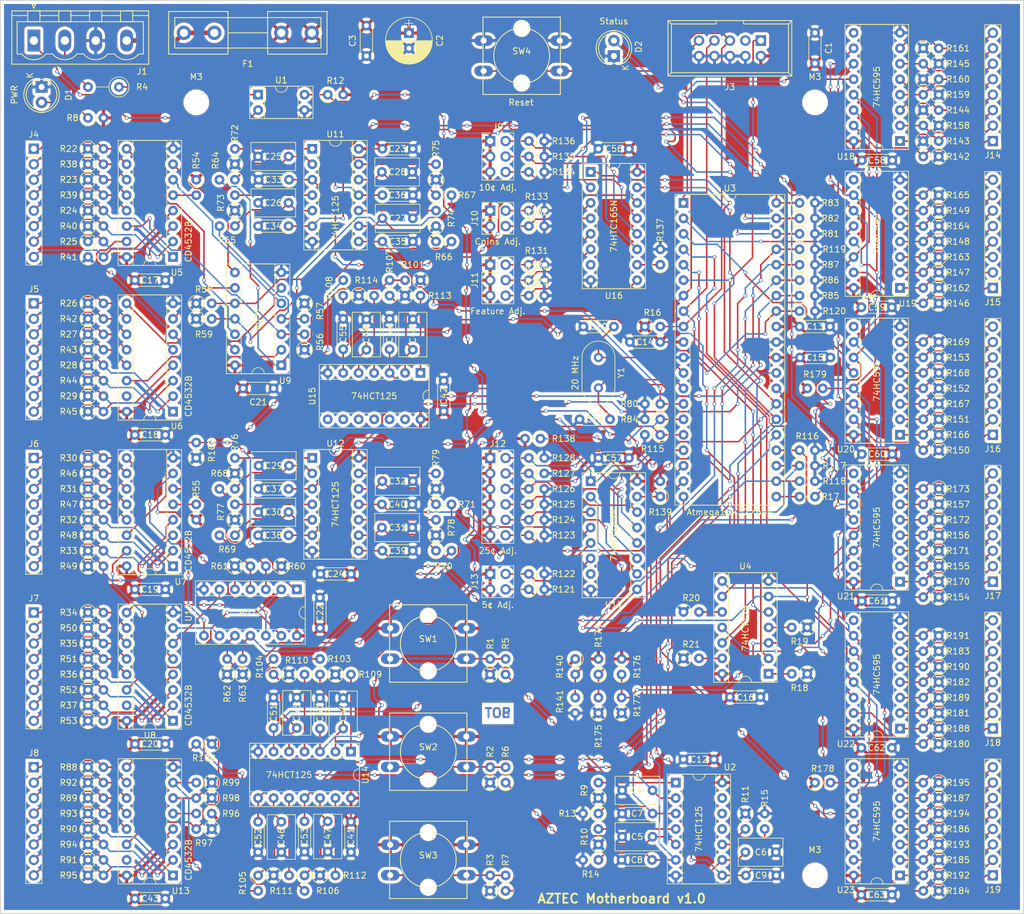
<source format=kicad_pcb>
(kicad_pcb (version 4) (host pcbnew 4.0.7)
  (title_block (title "AZTEC Motherboard"))
  (layers (0 F.Cu signal) (31 B.Cu signal) (34 B.Paste user) (35 F.Paste user) (36 B.SilkS user) (37 F.SilkS user) (38 B.Mask user) (39 F.Mask user) (44 Edge.Cuts user))
  (net 0 "")
  (net 1 GND)
  (net 2 VCC)
  (net 3 "Net-(C4-Pad2)")
  (net 4 /Button1)
  (net 5 /Button2)
  (net 6 /Button3)
  (net 7 "Net-(C25-Pad2)")
  (net 8 "Net-(C26-Pad2)")
  (net 9 "Net-(C27-Pad2)")
  (net 10 "Net-(C28-Pad2)")
  (net 11 "Net-(C29-Pad2)")
  (net 12 "Net-(C30-Pad2)")
  (net 13 "Net-(C31-Pad2)")
  (net 14 /Inputs/GS1)
  (net 15 /Inputs/Q12)
  (net 16 /Inputs/Q11)
  (net 17 /Inputs/Q10)
  (net 18 /Inputs/GS2)
  (net 19 /Inputs/Q22)
  (net 20 /Inputs/Q21)
  (net 21 /Inputs/Q20)
  (net 22 "Net-(C44-Pad2)")
  (net 23 "Net-(C45-Pad2)")
  (net 24 "Net-(C46-Pad2)")
  (net 25 "Net-(C47-Pad2)")
  (net 26 "Net-(C48-Pad2)")
  (net 27 /Inputs/GS3)
  (net 28 /Inputs/Q32)
  (net 29 /Inputs/Q31)
  (net 30 /Inputs/Q30)
  (net 31 /Inputs/Q13)
  (net 32 /Inputs/Q23)
  (net 33 "Net-(D1-Pad2)")
  (net 34 "Net-(D2-Pad2)")
  (net 35 "Net-(J1-Pad1)")
  (net 36 "Net-(J1-Pad2)")
  (net 37 "Net-(F1-Pad2)")
  (net 38 /MOSI)
  (net 39 "Net-(J3-Pad3)")
  (net 40 /~RESET)
  (net 41 /SCK)
  (net 42 /MISO)
  (net 43 "Net-(J4-Pad1)")
  (net 44 "Net-(J4-Pad2)")
  (net 45 "Net-(J4-Pad3)")
  (net 46 "Net-(J4-Pad4)")
  (net 47 "Net-(J4-Pad5)")
  (net 48 "Net-(J4-Pad6)")
  (net 49 "Net-(J4-Pad7)")
  (net 50 "Net-(J4-Pad8)")
  (net 51 "Net-(J5-Pad1)")
  (net 52 "Net-(J5-Pad2)")
  (net 53 "Net-(J5-Pad3)")
  (net 54 "Net-(J5-Pad4)")
  (net 55 "Net-(J5-Pad5)")
  (net 56 "Net-(J5-Pad6)")
  (net 57 "Net-(J5-Pad7)")
  (net 58 "Net-(J5-Pad8)")
  (net 59 "Net-(J6-Pad1)")
  (net 60 "Net-(J6-Pad2)")
  (net 61 "Net-(J6-Pad3)")
  (net 62 "Net-(J6-Pad4)")
  (net 63 "Net-(J6-Pad5)")
  (net 64 "Net-(J6-Pad6)")
  (net 65 "Net-(J6-Pad7)")
  (net 66 "Net-(J6-Pad8)")
  (net 67 "Net-(J7-Pad1)")
  (net 68 "Net-(J7-Pad2)")
  (net 69 "Net-(J7-Pad3)")
  (net 70 "Net-(J7-Pad4)")
  (net 71 "Net-(J7-Pad5)")
  (net 72 "Net-(J7-Pad6)")
  (net 73 "Net-(J7-Pad7)")
  (net 74 "Net-(J7-Pad8)")
  (net 75 "Net-(J8-Pad1)")
  (net 76 "Net-(J8-Pad2)")
  (net 77 "Net-(J8-Pad3)")
  (net 78 "Net-(J8-Pad4)")
  (net 79 "Net-(J8-Pad5)")
  (net 80 "Net-(J8-Pad6)")
  (net 81 "Net-(J8-Pad7)")
  (net 82 "Net-(J8-Pad8)")
  (net 83 "Net-(J9-Pad2)")
  (net 84 "Net-(J9-Pad4)")
  (net 85 "Net-(J9-Pad6)")
  (net 86 "Net-(J10-Pad2)")
  (net 87 "Net-(J10-Pad4)")
  (net 88 "Net-(J11-Pad2)")
  (net 89 "Net-(J11-Pad4)")
  (net 90 "Net-(J11-Pad6)")
  (net 91 "Net-(J12-Pad2)")
  (net 92 "Net-(J12-Pad4)")
  (net 93 "Net-(J12-Pad6)")
  (net 94 "Net-(J12-Pad8)")
  (net 95 "Net-(J12-Pad10)")
  (net 96 "Net-(J12-Pad12)")
  (net 97 "Net-(J13-Pad2)")
  (net 98 "Net-(J13-Pad4)")
  (net 99 "Net-(J14-Pad1)")
  (net 100 "Net-(J14-Pad2)")
  (net 101 "Net-(J14-Pad3)")
  (net 102 "Net-(J14-Pad4)")
  (net 103 "Net-(J14-Pad5)")
  (net 104 "Net-(J14-Pad6)")
  (net 105 "Net-(J14-Pad7)")
  (net 106 "Net-(J14-Pad8)")
  (net 107 "Net-(J15-Pad1)")
  (net 108 "Net-(J15-Pad2)")
  (net 109 "Net-(J15-Pad3)")
  (net 110 "Net-(J15-Pad4)")
  (net 111 "Net-(J15-Pad5)")
  (net 112 "Net-(J15-Pad6)")
  (net 113 "Net-(J15-Pad7)")
  (net 114 "Net-(J15-Pad8)")
  (net 115 "Net-(J16-Pad1)")
  (net 116 "Net-(J16-Pad2)")
  (net 117 "Net-(J16-Pad3)")
  (net 118 "Net-(J16-Pad4)")
  (net 119 "Net-(J16-Pad5)")
  (net 120 "Net-(J16-Pad6)")
  (net 121 "Net-(J16-Pad7)")
  (net 122 "Net-(J16-Pad8)")
  (net 123 "Net-(J17-Pad1)")
  (net 124 "Net-(J17-Pad2)")
  (net 125 "Net-(J17-Pad3)")
  (net 126 "Net-(J17-Pad4)")
  (net 127 "Net-(J17-Pad5)")
  (net 128 "Net-(J17-Pad6)")
  (net 129 "Net-(J17-Pad7)")
  (net 130 "Net-(J17-Pad8)")
  (net 131 "Net-(J18-Pad1)")
  (net 132 "Net-(J18-Pad2)")
  (net 133 "Net-(J18-Pad3)")
  (net 134 "Net-(J18-Pad4)")
  (net 135 "Net-(J18-Pad5)")
  (net 136 "Net-(J18-Pad6)")
  (net 137 "Net-(J18-Pad7)")
  (net 138 "Net-(J18-Pad8)")
  (net 139 "Net-(J19-Pad1)")
  (net 140 "Net-(J19-Pad2)")
  (net 141 "Net-(J19-Pad3)")
  (net 142 "Net-(J19-Pad4)")
  (net 143 "Net-(J19-Pad5)")
  (net 144 "Net-(J19-Pad6)")
  (net 145 "Net-(J19-Pad7)")
  (net 146 "Net-(J19-Pad8)")
  (net 147 "Net-(R1-Pad2)")
  (net 148 "Net-(R2-Pad2)")
  (net 149 "Net-(R3-Pad2)")
  (net 150 "Net-(R4-Pad1)")
  (net 151 "Net-(R9-Pad2)")
  (net 152 "Net-(R10-Pad2)")
  (net 153 "Net-(R11-Pad2)")
  (net 154 /AC_zero_crossing)
  (net 155 "Net-(R17-Pad2)")
  (net 156 "Net-(R18-Pad2)")
  (net 157 "Net-(R19-Pad2)")
  (net 158 "Net-(R20-Pad2)")
  (net 159 "Net-(R21-Pad2)")
  (net 160 "Net-(R54-Pad2)")
  (net 161 "Net-(R55-Pad2)")
  (net 162 "Net-(R56-Pad2)")
  (net 163 "Net-(R57-Pad2)")
  (net 164 "Net-(R58-Pad2)")
  (net 165 "Net-(R59-Pad2)")
  (net 166 "Net-(R60-Pad2)")
  (net 167 "Net-(R61-Pad2)")
  (net 168 "Net-(R62-Pad2)")
  (net 169 "Net-(R63-Pad2)")
  (net 170 "Net-(R72-Pad2)")
  (net 171 "Net-(R73-Pad2)")
  (net 172 "Net-(R74-Pad2)")
  (net 173 "Net-(R75-Pad2)")
  (net 174 "Net-(R76-Pad2)")
  (net 175 "Net-(R77-Pad2)")
  (net 176 "Net-(R78-Pad2)")
  (net 177 "Net-(R79-Pad2)")
  (net 178 "Net-(R96-Pad2)")
  (net 179 "Net-(R103-Pad2)")
  (net 180 "Net-(R104-Pad2)")
  (net 181 "Net-(R105-Pad2)")
  (net 182 "Net-(R100-Pad2)")
  (net 183 "Net-(R101-Pad2)")
  (net 184 "Net-(R102-Pad2)")
  (net 185 "Net-(R109-Pad2)")
  (net 186 "Net-(R110-Pad2)")
  (net 187 "Net-(R111-Pad2)")
  (net 188 "Net-(R112-Pad2)")
  (net 189 "Net-(R113-Pad2)")
  (net 190 "Net-(R114-Pad2)")
  (net 191 "Net-(R137-Pad1)")
  (net 192 /Adjusts/~PL)
  (net 193 /Adjusts/~CE)
  (net 194 /Adjusts/CP)
  (net 195 /Outputs/MOSI_buf)
  (net 196 /Outputs/~SCL_buf)
  (net 197 /Outputs/~OE_buf)
  (net 198 "Net-(U2-Pad11)")
  (net 199 "Net-(U2-Pad12)")
  (net 200 "Net-(U2-Pad13)")
  (net 201 /Outputs/RCK1)
  (net 202 /Outputs/RCK2)
  (net 203 /Outputs/RCK3)
  (net 204 /Outputs/RCK4)
  (net 205 /Outputs/RCK5)
  (net 206 /Outputs/RCK6)
  (net 207 /~SCL)
  (net 208 /~OE)
  (net 209 "Net-(U5-Pad9)")
  (net 210 "Net-(U5-Pad6)")
  (net 211 "Net-(U5-Pad7)")
  (net 212 "Net-(U5-Pad15)")
  (net 213 "Net-(U6-Pad9)")
  (net 214 "Net-(U6-Pad6)")
  (net 215 "Net-(U6-Pad14)")
  (net 216 "Net-(U6-Pad7)")
  (net 217 "Net-(U6-Pad15)")
  (net 218 "Net-(U10-Pad12)")
  (net 219 "Net-(U10-Pad5)")
  (net 220 "Net-(U10-Pad8)")
  (net 221 "Net-(U7-Pad15)")
  (net 222 "Net-(U10-Pad13)")
  (net 223 "Net-(U10-Pad6)")
  (net 224 "Net-(U10-Pad2)")
  (net 225 "Net-(U10-Pad9)")
  (net 226 "Net-(U8-Pad15)")
  (net 227 "Net-(U13-Pad15)")
  (net 228 "Net-(U15-Pad11)")
  (net 229 "Net-(U15-Pad12)")
  (net 230 "Net-(U15-Pad13)")
  (net 231 "Net-(U16-Pad9)")
  (net 232 "Net-(U16-Pad7)")
  (net 233 "Net-(U17-Pad7)")
  (net 234 "Net-(U18-Pad9)")
  (net 235 "Net-(U19-Pad9)")
  (net 236 "Net-(U20-Pad9)")
  (net 237 "Net-(U21-Pad9)")
  (net 238 "Net-(U22-Pad9)")
  (net 239 "Net-(U23-Pad9)")
  (net 240 "Net-(C5-Pad2)")
  (net 241 "Net-(C6-Pad2)")
  (net 242 "Net-(C10-Pad1)")
  (net 243 "Net-(C11-Pad1)")
  (net 244 "Net-(C32-Pad2)")
  (net 245 "Net-(C49-Pad2)")
  (net 246 "Net-(U15-Pad8)")
  (net 247 "Net-(U15-Pad9)")
  (net 248 "Net-(U15-Pad10)")
  (module Fuse_Holders_and_Fuses:Fuseholder5x20_horiz_open_inline_Type-I (layer F.Cu) (at 58.62 20.32 180)
    (fp_text reference F1 (at 0 -5.08 180) (layer F.SilkS))
    (fp_text value Fuse)
    (pad 2 thru_hole circle (at 5.5 0 180) (size 2.35 2.35) (drill 1.35) (layers *.Cu *.Mask) (net 37 "Net-(F1-Pad2)"))
    (pad 2 thru_hole circle (at 10.5 0 180) (size 2.35 2.35) (drill 1.35) (layers *.Cu *.Mask) (net 37 "Net-(F1-Pad2)"))
    (pad 1 thru_hole circle (at -5.5 0 180) (size 2.35 2.35) (drill 1.35) (layers *.Cu *.Mask) (net 2 VCC))
    (pad 1 thru_hole circle (at -10.5 0 180) (size 2.35 2.35) (drill 1.35) (layers *.Cu *.Mask) (net 2 VCC))
  )
  (module Capacitors_THT:C_Rect_L7.2mm_W4.5mm_P5.00mm_FKS2_FKP2_MKS2_MKP2 (layer F.Cu) (at 85.63 43.18 180)
    (fp_text reference C28 (at 2.46 0 180) (layer F.SilkS))
    (fp_text value 1µ)
    (pad 1 thru_hole circle (at 0 0 180) (size 1.6 1.6) (drill 0.8) (layers *.Cu *.Mask) (net 1 GND))
    (pad 2 thru_hole circle (at 5 0 180) (size 1.6 1.6) (drill 0.8) (layers *.Cu *.Mask) (net 10 "Net-(C28-Pad2)"))
  )
  (module Capacitors_THT:C_Rect_L7.2mm_W4.5mm_P5.00mm_FKS2_FKP2_MKS2_MKP2 (layer F.Cu) (at 60.31 40.64)
    (fp_text reference C25 (at 2.46 0) (layer F.SilkS))
    (fp_text value 1µ)
    (pad 1 thru_hole circle (at 0 0) (size 1.6 1.6) (drill 0.8) (layers *.Cu *.Mask) (net 1 GND))
    (pad 2 thru_hole circle (at 5 0) (size 1.6 1.6) (drill 0.8) (layers *.Cu *.Mask) (net 7 "Net-(C25-Pad2)"))
  )
  (module Resistors_THT:R_Axial_DIN0207_L6.3mm_D2.5mm_P2.54mm_Vertical (layer F.Cu) (at 56.5 41.91 90)
    (fp_text reference R72 (at 5.08 0 90) (layer F.SilkS))
    (fp_text value 10k)
    (pad 1 thru_hole circle (at 0 0 90) (size 1.6 1.6) (drill 0.8) (layers *.Cu *.Mask) (net 1 GND))
    (pad 2 thru_hole oval (at 2.54 0 90) (size 1.6 1.6) (drill 0.8) (layers *.Cu *.Mask) (net 170 "Net-(R72-Pad2)"))
  )
  (module Resistors_THT:R_Axial_DIN0207_L6.3mm_D2.5mm_P2.54mm_Vertical (layer F.Cu) (at 56.5 49.53 90)
    (fp_text reference R73 (at 1.27 -2.31 90) (layer F.SilkS))
    (fp_text value 10k)
    (pad 1 thru_hole circle (at 0 0 90) (size 1.6 1.6) (drill 0.8) (layers *.Cu *.Mask) (net 1 GND))
    (pad 2 thru_hole oval (at 2.54 0 90) (size 1.6 1.6) (drill 0.8) (layers *.Cu *.Mask) (net 171 "Net-(R73-Pad2)"))
  )
  (module Capacitors_THT:C_Disc_D4.3mm_W1.9mm_P5.00mm (layer F.Cu) (at 60.39 44.45)
    (fp_text reference C33 (at 2.46 0) (layer F.SilkS))
    (fp_text value 100n)
    (pad 1 thru_hole circle (at 0 0) (size 1.6 1.6) (drill 0.8) (layers *.Cu *.Mask) (net 1 GND))
    (pad 2 thru_hole circle (at 5 0) (size 1.6 1.6) (drill 0.8) (layers *.Cu *.Mask) (net 14 /Inputs/GS1))
  )
  (module Resistors_THT:R_Axial_DIN0207_L6.3mm_D2.5mm_P2.54mm_Vertical (layer F.Cu) (at 32.37 39.37)
    (fp_text reference R22 (at -3.175 0) (layer F.SilkS))
    (fp_text value 10k)
    (pad 1 thru_hole circle (at 0 0) (size 1.6 1.6) (drill 0.8) (layers *.Cu *.Mask) (net 1 GND))
    (pad 2 thru_hole oval (at 2.54 0) (size 1.6 1.6) (drill 0.8) (layers *.Cu *.Mask) (net 43 "Net-(J4-Pad1)"))
  )
  (module Resistors_THT:R_Axial_DIN0207_L6.3mm_D2.5mm_P2.54mm_Vertical (layer F.Cu) (at 32.37 44.45)
    (fp_text reference R23 (at -3.175 0) (layer F.SilkS))
    (fp_text value 10k)
    (pad 1 thru_hole circle (at 0 0) (size 1.6 1.6) (drill 0.8) (layers *.Cu *.Mask) (net 1 GND))
    (pad 2 thru_hole oval (at 2.54 0) (size 1.6 1.6) (drill 0.8) (layers *.Cu *.Mask) (net 45 "Net-(J4-Pad3)"))
  )
  (module Resistors_THT:R_Axial_DIN0207_L6.3mm_D2.5mm_P2.54mm_Vertical (layer F.Cu) (at 32.37 41.91)
    (fp_text reference R38 (at -3.175 0) (layer F.SilkS))
    (fp_text value 10k)
    (pad 1 thru_hole circle (at 0 0) (size 1.6 1.6) (drill 0.8) (layers *.Cu *.Mask) (net 1 GND))
    (pad 2 thru_hole oval (at 2.54 0) (size 1.6 1.6) (drill 0.8) (layers *.Cu *.Mask) (net 44 "Net-(J4-Pad2)"))
  )
  (module Resistors_THT:R_Axial_DIN0207_L6.3mm_D2.5mm_P2.54mm_Vertical (layer F.Cu) (at 32.37 46.99)
    (fp_text reference R39 (at -3.175 0) (layer F.SilkS))
    (fp_text value 10k)
    (pad 1 thru_hole circle (at 0 0) (size 1.6 1.6) (drill 0.8) (layers *.Cu *.Mask) (net 1 GND))
    (pad 2 thru_hole oval (at 2.54 0) (size 1.6 1.6) (drill 0.8) (layers *.Cu *.Mask) (net 46 "Net-(J4-Pad4)"))
  )
  (module Resistors_THT:R_Axial_DIN0207_L6.3mm_D2.5mm_P2.54mm_Vertical (layer F.Cu) (at 32.37 49.53)
    (fp_text reference R24 (at -3.175 0) (layer F.SilkS))
    (fp_text value 10k)
    (pad 1 thru_hole circle (at 0 0) (size 1.6 1.6) (drill 0.8) (layers *.Cu *.Mask) (net 1 GND))
    (pad 2 thru_hole oval (at 2.54 0) (size 1.6 1.6) (drill 0.8) (layers *.Cu *.Mask) (net 47 "Net-(J4-Pad5)"))
  )
  (module Resistors_THT:R_Axial_DIN0207_L6.3mm_D2.5mm_P2.54mm_Vertical (layer F.Cu) (at 32.37 54.61)
    (fp_text reference R25 (at -3.175 0) (layer F.SilkS))
    (fp_text value 10k)
    (pad 1 thru_hole circle (at 0 0) (size 1.6 1.6) (drill 0.8) (layers *.Cu *.Mask) (net 1 GND))
    (pad 2 thru_hole oval (at 2.54 0) (size 1.6 1.6) (drill 0.8) (layers *.Cu *.Mask) (net 49 "Net-(J4-Pad7)"))
  )
  (module Resistors_THT:R_Axial_DIN0207_L6.3mm_D2.5mm_P2.54mm_Vertical (layer F.Cu) (at 32.37 52.07)
    (fp_text reference R40 (at -3.175 0) (layer F.SilkS))
    (fp_text value 10k)
    (pad 1 thru_hole circle (at 0 0) (size 1.6 1.6) (drill 0.8) (layers *.Cu *.Mask) (net 1 GND))
    (pad 2 thru_hole oval (at 2.54 0) (size 1.6 1.6) (drill 0.8) (layers *.Cu *.Mask) (net 48 "Net-(J4-Pad6)"))
  )
  (module Resistors_THT:R_Axial_DIN0207_L6.3mm_D2.5mm_P2.54mm_Vertical (layer F.Cu) (at 32.37 57.15)
    (fp_text reference R41 (at -3.175 0) (layer F.SilkS))
    (fp_text value 10k)
    (pad 1 thru_hole circle (at 0 0) (size 1.6 1.6) (drill 0.8) (layers *.Cu *.Mask) (net 1 GND))
    (pad 2 thru_hole oval (at 2.54 0) (size 1.6 1.6) (drill 0.8) (layers *.Cu *.Mask) (net 50 "Net-(J4-Pad8)"))
  )
  (module Capacitors_THT:C_Disc_D4.3mm_W1.9mm_P5.00mm (layer F.Cu) (at 151.75 20.32 270)
    (fp_text reference C1 (at 2.5 -2.26 270) (layer F.SilkS))
    (fp_text value 100n)
    (pad 1 thru_hole circle (at 0 0 270) (size 1.6 1.6) (drill 0.8) (layers *.Cu *.Mask) (net 1 GND))
    (pad 2 thru_hole circle (at 5 0 270) (size 1.6 1.6) (drill 0.8) (layers *.Cu *.Mask) (net 2 VCC))
  )
  (module Capacitors_THT:C_Rect_L7.2mm_W4.5mm_P5.00mm_FKS2_FKP2_MKS2_MKP2 (layer F.Cu) (at 120.08 144.78)
    (fp_text reference C4 (at 2.46 0) (layer F.SilkS))
    (fp_text value 1µ)
    (pad 1 thru_hole circle (at 0 0) (size 1.6 1.6) (drill 0.8) (layers *.Cu *.Mask) (net 1 GND))
    (pad 2 thru_hole circle (at 5 0) (size 1.6 1.6) (drill 0.8) (layers *.Cu *.Mask) (net 3 "Net-(C4-Pad2)"))
  )
  (module Capacitors_THT:C_Disc_D4.3mm_W1.9mm_P5.00mm (layer F.Cu) (at 120.08 148.59)
    (fp_text reference C7 (at 2.46 0) (layer F.SilkS))
    (fp_text value 100n)
    (pad 1 thru_hole circle (at 0 0) (size 1.6 1.6) (drill 0.8) (layers *.Cu *.Mask) (net 1 GND))
    (pad 2 thru_hole circle (at 5 0) (size 1.6 1.6) (drill 0.8) (layers *.Cu *.Mask) (net 4 /Button1))
  )
  (module Capacitors_THT:C_Disc_D4.3mm_W1.9mm_P5.00mm (layer F.Cu) (at 120 156.21)
    (fp_text reference C8 (at 2.5 0) (layer F.SilkS))
    (fp_text value 100n)
    (pad 1 thru_hole circle (at 0 0) (size 1.6 1.6) (drill 0.8) (layers *.Cu *.Mask) (net 1 GND))
    (pad 2 thru_hole circle (at 5 0) (size 1.6 1.6) (drill 0.8) (layers *.Cu *.Mask) (net 5 /Button2))
  )
  (module Capacitors_THT:C_Disc_D4.3mm_W1.9mm_P5.00mm (layer F.Cu) (at 145.4 158.75 180)
    (fp_text reference C9 (at 2.5 0 180) (layer F.SilkS))
    (fp_text value 100n)
    (pad 1 thru_hole circle (at 0 0 180) (size 1.6 1.6) (drill 0.8) (layers *.Cu *.Mask) (net 1 GND))
    (pad 2 thru_hole circle (at 5 0 180) (size 1.6 1.6) (drill 0.8) (layers *.Cu *.Mask) (net 6 /Button3))
  )
  (module Capacitors_THT:C_Disc_D4.3mm_W1.9mm_P5.00mm (layer F.Cu) (at 118.73 68.58 180)
    (fp_text reference C10 (at 2.5 0 180) (layer F.SilkS))
    (fp_text value 22p)
    (pad 1 thru_hole circle (at 0 0 180) (size 1.6 1.6) (drill 0.8) (layers *.Cu *.Mask) (net 242 "Net-(C10-Pad1)"))
    (pad 2 thru_hole circle (at 5 0 180) (size 1.6 1.6) (drill 0.8) (layers *.Cu *.Mask) (net 1 GND))
  )
  (module Capacitors_THT:C_Disc_D4.3mm_W1.9mm_P5.00mm (layer F.Cu) (at 118.095 83.82 180)
    (fp_text reference C11 (at 2.5 0 180) (layer F.SilkS))
    (fp_text value 22p)
    (pad 1 thru_hole circle (at 0 0 180) (size 1.6 1.6) (drill 0.8) (layers *.Cu *.Mask) (net 243 "Net-(C11-Pad1)"))
    (pad 2 thru_hole circle (at 5 0 180) (size 1.6 1.6) (drill 0.8) (layers *.Cu *.Mask) (net 1 GND))
  )
  (module Capacitors_THT:C_Disc_D4.3mm_W1.9mm_P5.00mm (layer F.Cu) (at 135.16 139.7 180)
    (fp_text reference C12 (at 2.46 0 180) (layer F.SilkS))
    (fp_text value 100n)
    (pad 1 thru_hole circle (at 0 0 180) (size 1.6 1.6) (drill 0.8) (layers *.Cu *.Mask) (net 2 VCC))
    (pad 2 thru_hole circle (at 5 0 180) (size 1.6 1.6) (drill 0.8) (layers *.Cu *.Mask) (net 1 GND))
  )
  (module Capacitors_THT:C_Disc_D4.3mm_W1.9mm_P5.00mm (layer F.Cu) (at 121.35 71.12)
    (fp_text reference C14 (at 2.46 0) (layer F.SilkS))
    (fp_text value 100n)
    (pad 1 thru_hole circle (at 0 0) (size 1.6 1.6) (drill 0.8) (layers *.Cu *.Mask) (net 1 GND))
    (pad 2 thru_hole circle (at 5 0) (size 1.6 1.6) (drill 0.8) (layers *.Cu *.Mask) (net 2 VCC))
  )
  (module Capacitors_THT:C_Disc_D4.3mm_W1.9mm_P5.00mm (layer F.Cu) (at 149.29 73.66)
    (fp_text reference C15 (at 2.46 0) (layer F.SilkS))
    (fp_text value 100n)
    (pad 1 thru_hole circle (at 0 0) (size 1.6 1.6) (drill 0.8) (layers *.Cu *.Mask) (net 2 VCC))
    (pad 2 thru_hole circle (at 5 0) (size 1.6 1.6) (drill 0.8) (layers *.Cu *.Mask) (net 1 GND))
  )
  (module Capacitors_THT:C_Disc_D4.3mm_W1.9mm_P5.00mm (layer F.Cu) (at 137.785152 129.441182)
    (fp_text reference C16 (at 2.534848 0.098818) (layer F.SilkS))
    (fp_text value 100n)
    (pad 1 thru_hole circle (at 0 0) (size 1.6 1.6) (drill 0.8) (layers *.Cu *.Mask) (net 2 VCC))
    (pad 2 thru_hole circle (at 5 0) (size 1.6 1.6) (drill 0.8) (layers *.Cu *.Mask) (net 1 GND))
  )
  (module Capacitors_THT:C_Disc_D4.3mm_W1.9mm_P5.00mm (layer F.Cu) (at 45.07 60.96 180)
    (fp_text reference C17 (at 2.54 0 180) (layer F.SilkS))
    (fp_text value 100n)
    (pad 1 thru_hole circle (at 0 0 180) (size 1.6 1.6) (drill 0.8) (layers *.Cu *.Mask) (net 1 GND))
    (pad 2 thru_hole circle (at 5 0 180) (size 1.6 1.6) (drill 0.8) (layers *.Cu *.Mask) (net 2 VCC))
  )
  (module Capacitors_THT:C_Disc_D4.3mm_W1.9mm_P5.00mm (layer F.Cu) (at 45.07 86.36 180)
    (fp_text reference C18 (at 2.5 0 180) (layer F.SilkS))
    (fp_text value 100n)
    (pad 1 thru_hole circle (at 0 0 180) (size 1.6 1.6) (drill 0.8) (layers *.Cu *.Mask) (net 1 GND))
    (pad 2 thru_hole circle (at 5 0 180) (size 1.6 1.6) (drill 0.8) (layers *.Cu *.Mask) (net 2 VCC))
  )
  (module Capacitors_THT:C_Disc_D4.3mm_W1.9mm_P5.00mm (layer F.Cu) (at 45.07 111.76 180)
    (fp_text reference C19 (at 2.54 0 180) (layer F.SilkS))
    (fp_text value 100n)
    (pad 1 thru_hole circle (at 0 0 180) (size 1.6 1.6) (drill 0.8) (layers *.Cu *.Mask) (net 1 GND))
    (pad 2 thru_hole circle (at 5 0 180) (size 1.6 1.6) (drill 0.8) (layers *.Cu *.Mask) (net 2 VCC))
  )
  (module Capacitors_THT:C_Disc_D4.3mm_W1.9mm_P5.00mm (layer F.Cu) (at 45.07 137.16 180)
    (fp_text reference C20 (at 2.54 0 180) (layer F.SilkS))
    (fp_text value 100n)
    (pad 1 thru_hole circle (at 0 0 180) (size 1.6 1.6) (drill 0.8) (layers *.Cu *.Mask) (net 1 GND))
    (pad 2 thru_hole circle (at 5 0 180) (size 1.6 1.6) (drill 0.8) (layers *.Cu *.Mask) (net 2 VCC))
  )
  (module Capacitors_THT:C_Disc_D4.3mm_W1.9mm_P5.00mm (layer F.Cu) (at 62.85 78.74 180)
    (fp_text reference C21 (at 2.5 -2.26 180) (layer F.SilkS))
    (fp_text value 100n)
    (pad 1 thru_hole circle (at 0 0 180) (size 1.6 1.6) (drill 0.8) (layers *.Cu *.Mask) (net 1 GND))
    (pad 2 thru_hole circle (at 5 0 180) (size 1.6 1.6) (drill 0.8) (layers *.Cu *.Mask) (net 2 VCC))
  )
  (module Capacitors_THT:C_Disc_D4.3mm_W1.9mm_P5.00mm (layer F.Cu) (at 70.47 113.11 270)
    (fp_text reference C22 (at 2.5 0 270) (layer F.SilkS))
    (fp_text value 100n)
    (pad 1 thru_hole circle (at 0 0 270) (size 1.6 1.6) (drill 0.8) (layers *.Cu *.Mask) (net 1 GND))
    (pad 2 thru_hole circle (at 5 0 270) (size 1.6 1.6) (drill 0.8) (layers *.Cu *.Mask) (net 2 VCC))
  )
  (module Capacitors_THT:C_Disc_D4.3mm_W1.9mm_P5.00mm (layer F.Cu) (at 80.71 39.37)
    (fp_text reference C23 (at 2.46 0) (layer F.SilkS))
    (fp_text value 100n)
    (pad 1 thru_hole circle (at 0 0) (size 1.6 1.6) (drill 0.8) (layers *.Cu *.Mask) (net 2 VCC))
    (pad 2 thru_hole circle (at 5 0) (size 1.6 1.6) (drill 0.8) (layers *.Cu *.Mask) (net 1 GND))
  )
  (module Capacitors_THT:C_Rect_L7.2mm_W4.5mm_P5.00mm_FKS2_FKP2_MKS2_MKP2 (layer F.Cu) (at 60.31 48.26)
    (fp_text reference C26 (at 2.46 0) (layer F.SilkS))
    (fp_text value 1µ)
    (pad 1 thru_hole circle (at 0 0) (size 1.6 1.6) (drill 0.8) (layers *.Cu *.Mask) (net 1 GND))
    (pad 2 thru_hole circle (at 5 0) (size 1.6 1.6) (drill 0.8) (layers *.Cu *.Mask) (net 8 "Net-(C26-Pad2)"))
  )
  (module Capacitors_THT:C_Rect_L7.2mm_W4.5mm_P5.00mm_FKS2_FKP2_MKS2_MKP2 (layer F.Cu) (at 85.71 50.8 180)
    (fp_text reference C27 (at 2.5 0 180) (layer F.SilkS))
    (fp_text value 1µ)
    (pad 1 thru_hole circle (at 0 0 180) (size 1.6 1.6) (drill 0.8) (layers *.Cu *.Mask) (net 1 GND))
    (pad 2 thru_hole circle (at 5 0 180) (size 1.6 1.6) (drill 0.8) (layers *.Cu *.Mask) (net 9 "Net-(C27-Pad2)"))
  )
  (module Capacitors_THT:C_Rect_L7.2mm_W4.5mm_P5.00mm_FKS2_FKP2_MKS2_MKP2 (layer F.Cu) (at 60.39 91.44)
    (fp_text reference C29 (at 2.5 0) (layer F.SilkS))
    (fp_text value 1µ)
    (pad 1 thru_hole circle (at 0 0) (size 1.6 1.6) (drill 0.8) (layers *.Cu *.Mask) (net 1 GND))
    (pad 2 thru_hole circle (at 5 0) (size 1.6 1.6) (drill 0.8) (layers *.Cu *.Mask) (net 11 "Net-(C29-Pad2)"))
  )
  (module Capacitors_THT:C_Rect_L7.2mm_W4.5mm_P5.00mm_FKS2_FKP2_MKS2_MKP2 (layer F.Cu) (at 60.31 99.06)
    (fp_text reference C30 (at 2.54 0) (layer F.SilkS))
    (fp_text value 1µ)
    (pad 1 thru_hole circle (at 0 0) (size 1.6 1.6) (drill 0.8) (layers *.Cu *.Mask) (net 1 GND))
    (pad 2 thru_hole circle (at 5 0) (size 1.6 1.6) (drill 0.8) (layers *.Cu *.Mask) (net 12 "Net-(C30-Pad2)"))
  )
  (module Capacitors_THT:C_Rect_L7.2mm_W4.5mm_P5.00mm_FKS2_FKP2_MKS2_MKP2 (layer F.Cu) (at 85.63 101.6 180)
    (fp_text reference C31 (at 2.46 0 180) (layer F.SilkS))
    (fp_text value 1µ)
    (pad 1 thru_hole circle (at 0 0 180) (size 1.6 1.6) (drill 0.8) (layers *.Cu *.Mask) (net 1 GND))
    (pad 2 thru_hole circle (at 5 0 180) (size 1.6 1.6) (drill 0.8) (layers *.Cu *.Mask) (net 13 "Net-(C31-Pad2)"))
  )
  (module Capacitors_THT:C_Disc_D4.3mm_W1.9mm_P5.00mm (layer F.Cu) (at 60.31 52.07)
    (fp_text reference C34 (at 2.46 0) (layer F.SilkS))
    (fp_text value 100n)
    (pad 1 thru_hole circle (at 0 0) (size 1.6 1.6) (drill 0.8) (layers *.Cu *.Mask) (net 1 GND))
    (pad 2 thru_hole circle (at 5 0) (size 1.6 1.6) (drill 0.8) (layers *.Cu *.Mask) (net 15 /Inputs/Q12))
  )
  (module Capacitors_THT:C_Disc_D4.3mm_W1.9mm_P5.00mm (layer F.Cu) (at 85.71 54.61 180)
    (fp_text reference C35 (at 2.46 0 180) (layer F.SilkS))
    (fp_text value 100n)
    (pad 1 thru_hole circle (at 0 0 180) (size 1.6 1.6) (drill 0.8) (layers *.Cu *.Mask) (net 1 GND))
    (pad 2 thru_hole circle (at 5 0 180) (size 1.6 1.6) (drill 0.8) (layers *.Cu *.Mask) (net 16 /Inputs/Q11))
  )
  (module Capacitors_THT:C_Disc_D4.3mm_W1.9mm_P5.00mm (layer F.Cu) (at 85.71 46.99 180)
    (fp_text reference C36 (at 2.54 0 180) (layer F.SilkS))
    (fp_text value 100n)
    (pad 1 thru_hole circle (at 0 0 180) (size 1.6 1.6) (drill 0.8) (layers *.Cu *.Mask) (net 1 GND))
    (pad 2 thru_hole circle (at 5 0 180) (size 1.6 1.6) (drill 0.8) (layers *.Cu *.Mask) (net 17 /Inputs/Q10))
  )
  (module Capacitors_THT:C_Disc_D4.3mm_W1.9mm_P5.00mm (layer F.Cu) (at 60.31 95.25)
    (fp_text reference C37 (at 2.54 0) (layer F.SilkS))
    (fp_text value 100n)
    (pad 1 thru_hole circle (at 0 0) (size 1.6 1.6) (drill 0.8) (layers *.Cu *.Mask) (net 1 GND))
    (pad 2 thru_hole circle (at 5 0) (size 1.6 1.6) (drill 0.8) (layers *.Cu *.Mask) (net 18 /Inputs/GS2))
  )
  (module Capacitors_THT:C_Disc_D4.3mm_W1.9mm_P5.00mm (layer F.Cu) (at 60.31 102.87)
    (fp_text reference C38 (at 2.5 0) (layer F.SilkS))
    (fp_text value 100n)
    (pad 1 thru_hole circle (at 0 0) (size 1.6 1.6) (drill 0.8) (layers *.Cu *.Mask) (net 1 GND))
    (pad 2 thru_hole circle (at 5 0) (size 1.6 1.6) (drill 0.8) (layers *.Cu *.Mask) (net 19 /Inputs/Q22))
  )
  (module Capacitors_THT:C_Disc_D4.3mm_W1.9mm_P5.00mm (layer F.Cu) (at 85.71 105.41 180)
    (fp_text reference C39 (at 2.5 0 180) (layer F.SilkS))
    (fp_text value 100n)
    (pad 1 thru_hole circle (at 0 0 180) (size 1.6 1.6) (drill 0.8) (layers *.Cu *.Mask) (net 1 GND))
    (pad 2 thru_hole circle (at 5 0 180) (size 1.6 1.6) (drill 0.8) (layers *.Cu *.Mask) (net 20 /Inputs/Q21))
  )
  (module Capacitors_THT:C_Disc_D4.3mm_W1.9mm_P5.00mm (layer F.Cu) (at 85.63 97.79 180)
    (fp_text reference C40 (at 2.46 0 180) (layer F.SilkS))
    (fp_text value 100n)
    (pad 1 thru_hole circle (at 0 0 180) (size 1.6 1.6) (drill 0.8) (layers *.Cu *.Mask) (net 1 GND))
    (pad 2 thru_hole circle (at 5 0 180) (size 1.6 1.6) (drill 0.8) (layers *.Cu *.Mask) (net 21 /Inputs/Q20))
  )
  (module Capacitors_THT:C_Disc_D4.3mm_W1.9mm_P5.00mm (layer F.Cu) (at 75.55 149.94 270)
    (fp_text reference C41 (at 2.46 0 270) (layer F.SilkS))
    (fp_text value 100n)
    (pad 1 thru_hole circle (at 0 0 270) (size 1.6 1.6) (drill 0.8) (layers *.Cu *.Mask) (net 2 VCC))
    (pad 2 thru_hole circle (at 5 0 270) (size 1.6 1.6) (drill 0.8) (layers *.Cu *.Mask) (net 1 GND))
  )
  (module Capacitors_THT:C_Disc_D4.3mm_W1.9mm_P5.00mm (layer F.Cu) (at 90.79 82.47 90)
    (fp_text reference C42 (at 2.5 0 90) (layer F.SilkS))
    (fp_text value 100n)
    (pad 1 thru_hole circle (at 0 0 90) (size 1.6 1.6) (drill 0.8) (layers *.Cu *.Mask) (net 2 VCC))
    (pad 2 thru_hole circle (at 5 0 90) (size 1.6 1.6) (drill 0.8) (layers *.Cu *.Mask) (net 1 GND))
  )
  (module Capacitors_THT:C_Rect_L7.2mm_W4.5mm_P5.00mm_FKS2_FKP2_MKS2_MKP2 (layer F.Cu) (at 74.28 129.62 270)
    (fp_text reference C44 (at 2.46 0 270) (layer F.SilkS))
    (fp_text value 1µ)
    (pad 1 thru_hole circle (at 0 0 270) (size 1.6 1.6) (drill 0.8) (layers *.Cu *.Mask) (net 1 GND))
    (pad 2 thru_hole circle (at 5 0 270) (size 1.6 1.6) (drill 0.8) (layers *.Cu *.Mask) (net 22 "Net-(C44-Pad2)"))
  )
  (module Capacitors_THT:C_Rect_L7.2mm_W4.5mm_P5.00mm_FKS2_FKP2_MKS2_MKP2 (layer F.Cu) (at 66.66 129.54 270)
    (fp_text reference C45 (at 2.5 0 270) (layer F.SilkS))
    (fp_text value 1µ)
    (pad 1 thru_hole circle (at 0 0 270) (size 1.6 1.6) (drill 0.8) (layers *.Cu *.Mask) (net 1 GND))
    (pad 2 thru_hole circle (at 5 0 270) (size 1.6 1.6) (drill 0.8) (layers *.Cu *.Mask) (net 23 "Net-(C45-Pad2)"))
  )
  (module Capacitors_THT:C_Rect_L7.2mm_W4.5mm_P5.00mm_FKS2_FKP2_MKS2_MKP2 (layer F.Cu) (at 64.12 154.94 90)
    (fp_text reference C46 (at 2.54 0 90) (layer F.SilkS))
    (fp_text value 1µ)
    (pad 1 thru_hole circle (at 0 0 90) (size 1.6 1.6) (drill 0.8) (layers *.Cu *.Mask) (net 1 GND))
    (pad 2 thru_hole circle (at 5 0 90) (size 1.6 1.6) (drill 0.8) (layers *.Cu *.Mask) (net 24 "Net-(C46-Pad2)"))
  )
  (module Capacitors_THT:C_Rect_L7.2mm_W4.5mm_P5.00mm_FKS2_FKP2_MKS2_MKP2 (layer F.Cu) (at 71.74 154.86 90)
    (fp_text reference C47 (at 2.46 0 90) (layer F.SilkS))
    (fp_text value 1µ)
    (pad 1 thru_hole circle (at 0 0 90) (size 1.6 1.6) (drill 0.8) (layers *.Cu *.Mask) (net 1 GND))
    (pad 2 thru_hole circle (at 5 0 90) (size 1.6 1.6) (drill 0.8) (layers *.Cu *.Mask) (net 25 "Net-(C47-Pad2)"))
  )
  (module Capacitors_THT:C_Rect_L7.2mm_W4.5mm_P5.00mm_FKS2_FKP2_MKS2_MKP2 (layer F.Cu) (at 85.71 67.39 270)
    (fp_text reference C48 (at 2.5 0 270) (layer F.SilkS))
    (fp_text value 1µ)
    (pad 1 thru_hole circle (at 0 0 270) (size 1.6 1.6) (drill 0.8) (layers *.Cu *.Mask) (net 1 GND))
    (pad 2 thru_hole circle (at 5 0 270) (size 1.6 1.6) (drill 0.8) (layers *.Cu *.Mask) (net 26 "Net-(C48-Pad2)"))
  )
  (module Capacitors_THT:C_Disc_D4.3mm_W1.9mm_P5.00mm (layer F.Cu) (at 70.47 129.62 270)
    (fp_text reference C50 (at 2.5 0 270) (layer F.SilkS))
    (fp_text value 100n)
    (pad 1 thru_hole circle (at 0 0 270) (size 1.6 1.6) (drill 0.8) (layers *.Cu *.Mask) (net 1 GND))
    (pad 2 thru_hole circle (at 5 0 270) (size 1.6 1.6) (drill 0.8) (layers *.Cu *.Mask) (net 27 /Inputs/GS3))
  )
  (module Capacitors_THT:C_Disc_D4.3mm_W1.9mm_P5.00mm (layer F.Cu) (at 62.85 129.54 270)
    (fp_text reference C51 (at 2.54 0 270) (layer F.SilkS))
    (fp_text value 100n)
    (pad 1 thru_hole circle (at 0 0 270) (size 1.6 1.6) (drill 0.8) (layers *.Cu *.Mask) (net 1 GND))
    (pad 2 thru_hole circle (at 5 0 270) (size 1.6 1.6) (drill 0.8) (layers *.Cu *.Mask) (net 28 /Inputs/Q32))
  )
  (module Capacitors_THT:C_Disc_D4.3mm_W1.9mm_P5.00mm (layer F.Cu) (at 60.31 154.94 90)
    (fp_text reference C52 (at 2.5 0 90) (layer F.SilkS))
    (fp_text value 100n)
    (pad 1 thru_hole circle (at 0 0 90) (size 1.6 1.6) (drill 0.8) (layers *.Cu *.Mask) (net 1 GND))
    (pad 2 thru_hole circle (at 5 0 90) (size 1.6 1.6) (drill 0.8) (layers *.Cu *.Mask) (net 29 /Inputs/Q31))
  )
  (module Capacitors_THT:C_Disc_D4.3mm_W1.9mm_P5.00mm (layer F.Cu) (at 67.93 154.86 90)
    (fp_text reference C53 (at 2.5 0 90) (layer F.SilkS))
    (fp_text value 100n)
    (pad 1 thru_hole circle (at 0 0 90) (size 1.6 1.6) (drill 0.8) (layers *.Cu *.Mask) (net 1 GND))
    (pad 2 thru_hole circle (at 5 0 90) (size 1.6 1.6) (drill 0.8) (layers *.Cu *.Mask) (net 30 /Inputs/Q30))
  )
  (module Capacitors_THT:C_Disc_D4.3mm_W1.9mm_P5.00mm (layer F.Cu) (at 81.9 67.31 270)
    (fp_text reference C54 (at 2.5 0 270) (layer F.SilkS))
    (fp_text value 100n)
    (pad 1 thru_hole circle (at 0 0 270) (size 1.6 1.6) (drill 0.8) (layers *.Cu *.Mask) (net 1 GND))
    (pad 2 thru_hole circle (at 5 0 270) (size 1.6 1.6) (drill 0.8) (layers *.Cu *.Mask) (net 31 /Inputs/Q13))
  )
  (module Capacitors_THT:C_Disc_D4.3mm_W1.9mm_P5.00mm (layer F.Cu) (at 74.28 67.31 270)
    (fp_text reference C55 (at 2.5 0 270) (layer F.SilkS))
    (fp_text value 100n)
    (pad 1 thru_hole circle (at 0 0 270) (size 1.6 1.6) (drill 0.8) (layers *.Cu *.Mask) (net 1 GND))
    (pad 2 thru_hole circle (at 5 0 270) (size 1.6 1.6) (drill 0.8) (layers *.Cu *.Mask) (net 32 /Inputs/Q23))
  )
  (module Capacitors_THT:C_Disc_D4.3mm_W1.9mm_P5.00mm (layer F.Cu) (at 116.19 39.37)
    (fp_text reference C56 (at 2.54 0) (layer F.SilkS))
    (fp_text value 100n)
    (pad 1 thru_hole circle (at 0 0) (size 1.6 1.6) (drill 0.8) (layers *.Cu *.Mask) (net 1 GND))
    (pad 2 thru_hole circle (at 5 0) (size 1.6 1.6) (drill 0.8) (layers *.Cu *.Mask) (net 2 VCC))
  )
  (module Capacitors_THT:C_Disc_D4.3mm_W1.9mm_P5.00mm (layer F.Cu) (at 116.19 90.17)
    (fp_text reference C57 (at 2.5 0) (layer F.SilkS))
    (fp_text value 100n)
    (pad 1 thru_hole circle (at 0 0) (size 1.6 1.6) (drill 0.8) (layers *.Cu *.Mask) (net 1 GND))
    (pad 2 thru_hole circle (at 5 0) (size 1.6 1.6) (drill 0.8) (layers *.Cu *.Mask) (net 2 VCC))
  )
  (module Capacitors_THT:C_Disc_D4.3mm_W1.9mm_P5.00mm (layer F.Cu) (at 159.45 41.275)
    (fp_text reference C58 (at 2.46 0) (layer F.SilkS))
    (fp_text value 100n)
    (pad 1 thru_hole circle (at 0 0) (size 1.6 1.6) (drill 0.8) (layers *.Cu *.Mask) (net 2 VCC))
    (pad 2 thru_hole circle (at 5 0) (size 1.6 1.6) (drill 0.8) (layers *.Cu *.Mask) (net 1 GND))
  )
  (module Capacitors_THT:C_Disc_D4.3mm_W1.9mm_P5.00mm (layer F.Cu) (at 159.37 65.405)
    (fp_text reference C59 (at 2.54 0) (layer F.SilkS))
    (fp_text value 100n)
    (pad 1 thru_hole circle (at 0 0) (size 1.6 1.6) (drill 0.8) (layers *.Cu *.Mask) (net 2 VCC))
    (pad 2 thru_hole circle (at 5 0) (size 1.6 1.6) (drill 0.8) (layers *.Cu *.Mask) (net 1 GND))
  )
  (module Capacitors_THT:C_Disc_D4.3mm_W1.9mm_P5.00mm (layer F.Cu) (at 164.45 89.535 180)
    (fp_text reference C60 (at 2.5 0 180) (layer F.SilkS))
    (fp_text value 100n)
    (pad 1 thru_hole circle (at 0 0 180) (size 1.6 1.6) (drill 0.8) (layers *.Cu *.Mask) (net 2 VCC))
    (pad 2 thru_hole circle (at 5 0 180) (size 1.6 1.6) (drill 0.8) (layers *.Cu *.Mask) (net 1 GND))
  )
  (module Capacitors_THT:C_Disc_D4.3mm_W1.9mm_P5.00mm (layer F.Cu) (at 159.37 137.795)
    (fp_text reference C62 (at 2.5 0) (layer F.SilkS))
    (fp_text value 100n)
    (pad 1 thru_hole circle (at 0 0) (size 1.6 1.6) (drill 0.8) (layers *.Cu *.Mask) (net 2 VCC))
    (pad 2 thru_hole circle (at 5 0) (size 1.6 1.6) (drill 0.8) (layers *.Cu *.Mask) (net 1 GND))
  )
  (module LEDs:LED-5MM (layer F.Cu) (at 24.75 29.21 270)
    (fp_text reference D1 (at 1.27 -4.445 270) (layer F.SilkS))
    (fp_text value PWR)
    (fp_text user K (at -1.905 1.905 270) (layer F.SilkS))
    (pad 1 thru_hole rect (at 0 0) (size 2 1.9) (drill 1.00076) (layers *.Cu *.Mask) (net 1 GND))
    (pad 2 thru_hole circle (at 2.54 0 270) (size 1.9 1.9) (drill 1.00076) (layers *.Cu *.Mask) (net 33 "Net-(D1-Pad2)"))
  )
  (module LEDs:LED-5MM (layer F.Cu) (at 118.73 24.13 90)
    (fp_text reference D2 (at 1.524 4.064 90) (layer F.SilkS))
    (fp_text value STATUS)
    (fp_text user K (at -1.905 1.905 90) (layer F.SilkS))
    (pad 1 thru_hole rect (at 0 0 180) (size 2 1.9) (drill 1.00076) (layers *.Cu *.Mask) (net 1 GND))
    (pad 2 thru_hole circle (at 2.54 0 90) (size 1.9 1.9) (drill 1.00076) (layers *.Cu *.Mask) (net 34 "Net-(D2-Pad2)"))
  )
  (module Pin_Headers:Pin_Header_Straight_1x08_Pitch2.54mm (layer F.Cu) (at 23.48 39.37)
    (fp_text reference J4 (at 0 -2.33) (layer F.SilkS))
    (fp_text value Inputs_1)
    (pad 1 thru_hole rect (at 0 0) (size 1.7 1.7) (drill 1) (layers *.Cu *.Mask) (net 43 "Net-(J4-Pad1)"))
    (pad 2 thru_hole oval (at 0 2.54) (size 1.7 1.7) (drill 1) (layers *.Cu *.Mask) (net 44 "Net-(J4-Pad2)"))
    (pad 3 thru_hole oval (at 0 5.08) (size 1.7 1.7) (drill 1) (layers *.Cu *.Mask) (net 45 "Net-(J4-Pad3)"))
    (pad 4 thru_hole oval (at 0 7.62) (size 1.7 1.7) (drill 1) (layers *.Cu *.Mask) (net 46 "Net-(J4-Pad4)"))
    (pad 5 thru_hole oval (at 0 10.16) (size 1.7 1.7) (drill 1) (layers *.Cu *.Mask) (net 47 "Net-(J4-Pad5)"))
    (pad 6 thru_hole oval (at 0 12.7) (size 1.7 1.7) (drill 1) (layers *.Cu *.Mask) (net 48 "Net-(J4-Pad6)"))
    (pad 7 thru_hole oval (at 0 15.24) (size 1.7 1.7) (drill 1) (layers *.Cu *.Mask) (net 49 "Net-(J4-Pad7)"))
    (pad 8 thru_hole oval (at 0 17.78) (size 1.7 1.7) (drill 1) (layers *.Cu *.Mask) (net 50 "Net-(J4-Pad8)"))
  )
  (module Pin_Headers:Pin_Header_Straight_1x08_Pitch2.54mm (layer F.Cu) (at 23.48 64.77)
    (fp_text reference J5 (at 0 -2.33) (layer F.SilkS))
    (fp_text value Inputs_2)
    (pad 1 thru_hole rect (at 0 0) (size 1.7 1.7) (drill 1) (layers *.Cu *.Mask) (net 51 "Net-(J5-Pad1)"))
    (pad 2 thru_hole oval (at 0 2.54) (size 1.7 1.7) (drill 1) (layers *.Cu *.Mask) (net 52 "Net-(J5-Pad2)"))
    (pad 3 thru_hole oval (at 0 5.08) (size 1.7 1.7) (drill 1) (layers *.Cu *.Mask) (net 53 "Net-(J5-Pad3)"))
    (pad 4 thru_hole oval (at 0 7.62) (size 1.7 1.7) (drill 1) (layers *.Cu *.Mask) (net 54 "Net-(J5-Pad4)"))
    (pad 5 thru_hole oval (at 0 10.16) (size 1.7 1.7) (drill 1) (layers *.Cu *.Mask) (net 55 "Net-(J5-Pad5)"))
    (pad 6 thru_hole oval (at 0 12.7) (size 1.7 1.7) (drill 1) (layers *.Cu *.Mask) (net 56 "Net-(J5-Pad6)"))
    (pad 7 thru_hole oval (at 0 15.24) (size 1.7 1.7) (drill 1) (layers *.Cu *.Mask) (net 57 "Net-(J5-Pad7)"))
    (pad 8 thru_hole oval (at 0 17.78) (size 1.7 1.7) (drill 1) (layers *.Cu *.Mask) (net 58 "Net-(J5-Pad8)"))
  )
  (module Pin_Headers:Pin_Header_Straight_1x08_Pitch2.54mm (layer F.Cu) (at 23.48 90.17)
    (fp_text reference J6 (at 0 -2.33) (layer F.SilkS))
    (fp_text value Inputs_3)
    (pad 1 thru_hole rect (at 0 0) (size 1.7 1.7) (drill 1) (layers *.Cu *.Mask) (net 59 "Net-(J6-Pad1)"))
    (pad 2 thru_hole oval (at 0 2.54) (size 1.7 1.7) (drill 1) (layers *.Cu *.Mask) (net 60 "Net-(J6-Pad2)"))
    (pad 3 thru_hole oval (at 0 5.08) (size 1.7 1.7) (drill 1) (layers *.Cu *.Mask) (net 61 "Net-(J6-Pad3)"))
    (pad 4 thru_hole oval (at 0 7.62) (size 1.7 1.7) (drill 1) (layers *.Cu *.Mask) (net 62 "Net-(J6-Pad4)"))
    (pad 5 thru_hole oval (at 0 10.16) (size 1.7 1.7) (drill 1) (layers *.Cu *.Mask) (net 63 "Net-(J6-Pad5)"))
    (pad 6 thru_hole oval (at 0 12.7) (size 1.7 1.7) (drill 1) (layers *.Cu *.Mask) (net 64 "Net-(J6-Pad6)"))
    (pad 7 thru_hole oval (at 0 15.24) (size 1.7 1.7) (drill 1) (layers *.Cu *.Mask) (net 65 "Net-(J6-Pad7)"))
    (pad 8 thru_hole oval (at 0 17.78) (size 1.7 1.7) (drill 1) (layers *.Cu *.Mask) (net 66 "Net-(J6-Pad8)"))
  )
  (module Pin_Headers:Pin_Header_Straight_1x08_Pitch2.54mm (layer F.Cu) (at 23.48 115.57)
    (fp_text reference J7 (at 0 -2.33) (layer F.SilkS))
    (fp_text value Inputs_4)
    (pad 1 thru_hole rect (at 0 0) (size 1.7 1.7) (drill 1) (layers *.Cu *.Mask) (net 67 "Net-(J7-Pad1)"))
    (pad 2 thru_hole oval (at 0 2.54) (size 1.7 1.7) (drill 1) (layers *.Cu *.Mask) (net 68 "Net-(J7-Pad2)"))
    (pad 3 thru_hole oval (at 0 5.08) (size 1.7 1.7) (drill 1) (layers *.Cu *.Mask) (net 69 "Net-(J7-Pad3)"))
    (pad 4 thru_hole oval (at 0 7.62) (size 1.7 1.7) (drill 1) (layers *.Cu *.Mask) (net 70 "Net-(J7-Pad4)"))
    (pad 5 thru_hole oval (at 0 10.16) (size 1.7 1.7) (drill 1) (layers *.Cu *.Mask) (net 71 "Net-(J7-Pad5)"))
    (pad 6 thru_hole oval (at 0 12.7) (size 1.7 1.7) (drill 1) (layers *.Cu *.Mask) (net 72 "Net-(J7-Pad6)"))
    (pad 7 thru_hole oval (at 0 15.24) (size 1.7 1.7) (drill 1) (layers *.Cu *.Mask) (net 73 "Net-(J7-Pad7)"))
    (pad 8 thru_hole oval (at 0 17.78) (size 1.7 1.7) (drill 1) (layers *.Cu *.Mask) (net 74 "Net-(J7-Pad8)"))
  )
  (module Pin_Headers:Pin_Header_Straight_1x08_Pitch2.54mm (layer F.Cu) (at 23.48 140.97)
    (fp_text reference J8 (at 0 -2.33) (layer F.SilkS))
    (fp_text value Inputs_5)
    (pad 1 thru_hole rect (at 0 0) (size 1.7 1.7) (drill 1) (layers *.Cu *.Mask) (net 75 "Net-(J8-Pad1)"))
    (pad 2 thru_hole oval (at 0 2.54) (size 1.7 1.7) (drill 1) (layers *.Cu *.Mask) (net 76 "Net-(J8-Pad2)"))
    (pad 3 thru_hole oval (at 0 5.08) (size 1.7 1.7) (drill 1) (layers *.Cu *.Mask) (net 77 "Net-(J8-Pad3)"))
    (pad 4 thru_hole oval (at 0 7.62) (size 1.7 1.7) (drill 1) (layers *.Cu *.Mask) (net 78 "Net-(J8-Pad4)"))
    (pad 5 thru_hole oval (at 0 10.16) (size 1.7 1.7) (drill 1) (layers *.Cu *.Mask) (net 79 "Net-(J8-Pad5)"))
    (pad 6 thru_hole oval (at 0 12.7) (size 1.7 1.7) (drill 1) (layers *.Cu *.Mask) (net 80 "Net-(J8-Pad6)"))
    (pad 7 thru_hole oval (at 0 15.24) (size 1.7 1.7) (drill 1) (layers *.Cu *.Mask) (net 81 "Net-(J8-Pad7)"))
    (pad 8 thru_hole oval (at 0 17.78) (size 1.7 1.7) (drill 1) (layers *.Cu *.Mask) (net 82 "Net-(J8-Pad8)"))
  )
  (module Pin_Headers:Pin_Header_Straight_2x03_Pitch2.54mm (layer F.Cu) (at 98.41 38.1)
    (fp_text reference J9 (at 1.27 -2.33) (layer F.SilkS))
    (fp_text value "10¢ Adjust")
    (pad 1 thru_hole rect (at 0 0) (size 1.7 1.7) (drill 1) (layers *.Cu *.Mask) (net 2 VCC))
    (pad 2 thru_hole oval (at 2.54 0) (size 1.7 1.7) (drill 1) (layers *.Cu *.Mask) (net 83 "Net-(J9-Pad2)"))
    (pad 3 thru_hole oval (at 0 2.54) (size 1.7 1.7) (drill 1) (layers *.Cu *.Mask) (net 2 VCC))
    (pad 4 thru_hole oval (at 2.54 2.54) (size 1.7 1.7) (drill 1) (layers *.Cu *.Mask) (net 84 "Net-(J9-Pad4)"))
    (pad 5 thru_hole oval (at 0 5.08) (size 1.7 1.7) (drill 1) (layers *.Cu *.Mask) (net 2 VCC))
    (pad 6 thru_hole oval (at 2.54 5.08) (size 1.7 1.7) (drill 1) (layers *.Cu *.Mask) (net 85 "Net-(J9-Pad6)"))
  )
  (module Pin_Headers:Pin_Header_Straight_2x02_Pitch2.54mm (layer F.Cu) (at 98.41 49.53)
    (fp_text reference J10 (at -2.54 1.27 90) (layer F.SilkS))
    (fp_text value "2 coins - 3 plays")
    (pad 1 thru_hole rect (at 0 0) (size 1.7 1.7) (drill 1) (layers *.Cu *.Mask) (net 2 VCC))
    (pad 2 thru_hole oval (at 2.54 0) (size 1.7 1.7) (drill 1) (layers *.Cu *.Mask) (net 86 "Net-(J10-Pad2)"))
    (pad 3 thru_hole oval (at 0 2.54) (size 1.7 1.7) (drill 1) (layers *.Cu *.Mask) (net 2 VCC))
    (pad 4 thru_hole oval (at 2.54 2.54) (size 1.7 1.7) (drill 1) (layers *.Cu *.Mask) (net 87 "Net-(J10-Pad4)"))
  )
  (module Pin_Headers:Pin_Header_Straight_2x03_Pitch2.54mm (layer F.Cu) (at 98.41 58.42)
    (fp_text reference J11 (at -2.54 2.54 90) (layer F.SilkS))
    (fp_text value "Feature Adjust")
    (pad 1 thru_hole rect (at 0 0) (size 1.7 1.7) (drill 1) (layers *.Cu *.Mask) (net 2 VCC))
    (pad 2 thru_hole oval (at 2.54 0) (size 1.7 1.7) (drill 1) (layers *.Cu *.Mask) (net 88 "Net-(J11-Pad2)"))
    (pad 3 thru_hole oval (at 0 2.54) (size 1.7 1.7) (drill 1) (layers *.Cu *.Mask) (net 2 VCC))
    (pad 4 thru_hole oval (at 2.54 2.54) (size 1.7 1.7) (drill 1) (layers *.Cu *.Mask) (net 89 "Net-(J11-Pad4)"))
    (pad 5 thru_hole oval (at 0 5.08) (size 1.7 1.7) (drill 1) (layers *.Cu *.Mask) (net 2 VCC))
    (pad 6 thru_hole oval (at 2.54 5.08) (size 1.7 1.7) (drill 1) (layers *.Cu *.Mask) (net 90 "Net-(J11-Pad6)"))
  )
  (module Pin_Headers:Pin_Header_Straight_2x06_Pitch2.54mm (layer F.Cu) (at 98.41 90.17)
    (fp_text reference J12 (at 1.27 -2.33) (layer F.SilkS))
    (fp_text value "25¢ Adjust")
    (pad 1 thru_hole rect (at 0 0) (size 1.7 1.7) (drill 1) (layers *.Cu *.Mask) (net 2 VCC))
    (pad 2 thru_hole oval (at 2.54 0) (size 1.7 1.7) (drill 1) (layers *.Cu *.Mask) (net 91 "Net-(J12-Pad2)"))
    (pad 3 thru_hole oval (at 0 2.54) (size 1.7 1.7) (drill 1) (layers *.Cu *.Mask) (net 2 VCC))
    (pad 4 thru_hole oval (at 2.54 2.54) (size 1.7 1.7) (drill 1) (layers *.Cu *.Mask) (net 92 "Net-(J12-Pad4)"))
    (pad 5 thru_hole oval (at 0 5.08) (size 1.7 1.7) (drill 1) (layers *.Cu *.Mask) (net 2 VCC))
    (pad 6 thru_hole oval (at 2.54 5.08) (size 1.7 1.7) (drill 1) (layers *.Cu *.Mask) (net 93 "Net-(J12-Pad6)"))
    (pad 7 thru_hole oval (at 0 7.62) (size 1.7 1.7) (drill 1) (layers *.Cu *.Mask) (net 2 VCC))
    (pad 8 thru_hole oval (at 2.54 7.62) (size 1.7 1.7) (drill 1) (layers *.Cu *.Mask) (net 94 "Net-(J12-Pad8)"))
    (pad 9 thru_hole oval (at 0 10.16) (size 1.7 1.7) (drill 1) (layers *.Cu *.Mask) (net 2 VCC))
    (pad 10 thru_hole oval (at 2.54 10.16) (size 1.7 1.7) (drill 1) (layers *.Cu *.Mask) (net 95 "Net-(J12-Pad10)"))
    (pad 11 thru_hole oval (at 0 12.7) (size 1.7 1.7) (drill 1) (layers *.Cu *.Mask) (net 2 VCC))
    (pad 12 thru_hole oval (at 2.54 12.7) (size 1.7 1.7) (drill 1) (layers *.Cu *.Mask) (net 96 "Net-(J12-Pad12)"))
  )
  (module Pin_Headers:Pin_Header_Straight_2x02_Pitch2.54mm (layer F.Cu) (at 98.41 109.22)
    (fp_text reference J13 (at -2.54 1.27 90) (layer F.SilkS))
    (fp_text value "5¢ Adjust")
    (pad 1 thru_hole rect (at 0 0) (size 1.7 1.7) (drill 1) (layers *.Cu *.Mask) (net 2 VCC))
    (pad 2 thru_hole oval (at 2.54 0) (size 1.7 1.7) (drill 1) (layers *.Cu *.Mask) (net 97 "Net-(J13-Pad2)"))
    (pad 3 thru_hole oval (at 0 2.54) (size 1.7 1.7) (drill 1) (layers *.Cu *.Mask) (net 2 VCC))
    (pad 4 thru_hole oval (at 2.54 2.54) (size 1.7 1.7) (drill 1) (layers *.Cu *.Mask) (net 98 "Net-(J13-Pad4)"))
  )
  (module Pin_Headers:Pin_Header_Straight_1x08_Pitch2.54mm (layer F.Cu) (at 180.96 38.1 180)
    (fp_text reference J14 (at 0 -2.33 180) (layer F.SilkS))
    (fp_text value Outputs_1)
    (pad 1 thru_hole rect (at 0 0 180) (size 1.7 1.7) (drill 1) (layers *.Cu *.Mask) (net 99 "Net-(J14-Pad1)"))
    (pad 2 thru_hole oval (at 0 2.54 180) (size 1.7 1.7) (drill 1) (layers *.Cu *.Mask) (net 100 "Net-(J14-Pad2)"))
    (pad 3 thru_hole oval (at 0 5.08 180) (size 1.7 1.7) (drill 1) (layers *.Cu *.Mask) (net 101 "Net-(J14-Pad3)"))
    (pad 4 thru_hole oval (at 0 7.62 180) (size 1.7 1.7) (drill 1) (layers *.Cu *.Mask) (net 102 "Net-(J14-Pad4)"))
    (pad 5 thru_hole oval (at 0 10.16 180) (size 1.7 1.7) (drill 1) (layers *.Cu *.Mask) (net 103 "Net-(J14-Pad5)"))
    (pad 6 thru_hole oval (at 0 12.7 180) (size 1.7 1.7) (drill 1) (layers *.Cu *.Mask) (net 104 "Net-(J14-Pad6)"))
    (pad 7 thru_hole oval (at 0 15.24 180) (size 1.7 1.7) (drill 1) (layers *.Cu *.Mask) (net 105 "Net-(J14-Pad7)"))
    (pad 8 thru_hole oval (at 0 17.78 180) (size 1.7 1.7) (drill 1) (layers *.Cu *.Mask) (net 106 "Net-(J14-Pad8)"))
  )
  (module Pin_Headers:Pin_Header_Straight_1x08_Pitch2.54mm (layer F.Cu) (at 180.96 62.23 180)
    (fp_text reference J15 (at 0 -2.33 180) (layer F.SilkS))
    (fp_text value Outputs_2)
    (pad 1 thru_hole rect (at 0 0 180) (size 1.7 1.7) (drill 1) (layers *.Cu *.Mask) (net 107 "Net-(J15-Pad1)"))
    (pad 2 thru_hole oval (at 0 2.54 180) (size 1.7 1.7) (drill 1) (layers *.Cu *.Mask) (net 108 "Net-(J15-Pad2)"))
    (pad 3 thru_hole oval (at 0 5.08 180) (size 1.7 1.7) (drill 1) (layers *.Cu *.Mask) (net 109 "Net-(J15-Pad3)"))
    (pad 4 thru_hole oval (at 0 7.62 180) (size 1.7 1.7) (drill 1) (layers *.Cu *.Mask) (net 110 "Net-(J15-Pad4)"))
    (pad 5 thru_hole oval (at 0 10.16 180) (size 1.7 1.7) (drill 1) (layers *.Cu *.Mask) (net 111 "Net-(J15-Pad5)"))
    (pad 6 thru_hole oval (at 0 12.7 180) (size 1.7 1.7) (drill 1) (layers *.Cu *.Mask) (net 112 "Net-(J15-Pad6)"))
    (pad 7 thru_hole oval (at 0 15.24 180) (size 1.7 1.7) (drill 1) (layers *.Cu *.Mask) (net 113 "Net-(J15-Pad7)"))
    (pad 8 thru_hole oval (at 0 17.78 180) (size 1.7 1.7) (drill 1) (layers *.Cu *.Mask) (net 114 "Net-(J15-Pad8)"))
  )
  (module Pin_Headers:Pin_Header_Straight_1x08_Pitch2.54mm (layer F.Cu) (at 180.96 86.36 180)
    (fp_text reference J16 (at 0 -2.33 180) (layer F.SilkS))
    (fp_text value Outputs_3)
    (pad 1 thru_hole rect (at 0 0 180) (size 1.7 1.7) (drill 1) (layers *.Cu *.Mask) (net 115 "Net-(J16-Pad1)"))
    (pad 2 thru_hole oval (at 0 2.54 180) (size 1.7 1.7) (drill 1) (layers *.Cu *.Mask) (net 116 "Net-(J16-Pad2)"))
    (pad 3 thru_hole oval (at 0 5.08 180) (size 1.7 1.7) (drill 1) (layers *.Cu *.Mask) (net 117 "Net-(J16-Pad3)"))
    (pad 4 thru_hole oval (at 0 7.62 180) (size 1.7 1.7) (drill 1) (layers *.Cu *.Mask) (net 118 "Net-(J16-Pad4)"))
    (pad 5 thru_hole oval (at 0 10.16 180) (size 1.7 1.7) (drill 1) (layers *.Cu *.Mask) (net 119 "Net-(J16-Pad5)"))
    (pad 6 thru_hole oval (at 0 12.7 180) (size 1.7 1.7) (drill 1) (layers *.Cu *.Mask) (net 120 "Net-(J16-Pad6)"))
    (pad 7 thru_hole oval (at 0 15.24 180) (size 1.7 1.7) (drill 1) (layers *.Cu *.Mask) (net 121 "Net-(J16-Pad7)"))
    (pad 8 thru_hole oval (at 0 17.78 180) (size 1.7 1.7) (drill 1) (layers *.Cu *.Mask) (net 122 "Net-(J16-Pad8)"))
  )
  (module Pin_Headers:Pin_Header_Straight_1x08_Pitch2.54mm (layer F.Cu) (at 180.96 110.49 180)
    (fp_text reference J17 (at 0 -2.33 180) (layer F.SilkS))
    (fp_text value Outputs_4)
    (pad 1 thru_hole rect (at 0 0 180) (size 1.7 1.7) (drill 1) (layers *.Cu *.Mask) (net 123 "Net-(J17-Pad1)"))
    (pad 2 thru_hole oval (at 0 2.54 180) (size 1.7 1.7) (drill 1) (layers *.Cu *.Mask) (net 124 "Net-(J17-Pad2)"))
    (pad 3 thru_hole oval (at 0 5.08 180) (size 1.7 1.7) (drill 1) (layers *.Cu *.Mask) (net 125 "Net-(J17-Pad3)"))
    (pad 4 thru_hole oval (at 0 7.62 180) (size 1.7 1.7) (drill 1) (layers *.Cu *.Mask) (net 126 "Net-(J17-Pad4)"))
    (pad 5 thru_hole oval (at 0 10.16 180) (size 1.7 1.7) (drill 1) (layers *.Cu *.Mask) (net 127 "Net-(J17-Pad5)"))
    (pad 6 thru_hole oval (at 0 12.7 180) (size 1.7 1.7) (drill 1) (layers *.Cu *.Mask) (net 128 "Net-(J17-Pad6)"))
    (pad 7 thru_hole oval (at 0 15.24 180) (size 1.7 1.7) (drill 1) (layers *.Cu *.Mask) (net 129 "Net-(J17-Pad7)"))
    (pad 8 thru_hole oval (at 0 17.78 180) (size 1.7 1.7) (drill 1) (layers *.Cu *.Mask) (net 130 "Net-(J17-Pad8)"))
  )
  (module Pin_Headers:Pin_Header_Straight_1x08_Pitch2.54mm (layer F.Cu) (at 180.96 134.62 180)
    (fp_text reference J18 (at 0 -2.33 180) (layer F.SilkS))
    (fp_text value Outputs_5)
    (pad 1 thru_hole rect (at 0 0 180) (size 1.7 1.7) (drill 1) (layers *.Cu *.Mask) (net 131 "Net-(J18-Pad1)"))
    (pad 2 thru_hole oval (at 0 2.54 180) (size 1.7 1.7) (drill 1) (layers *.Cu *.Mask) (net 132 "Net-(J18-Pad2)"))
    (pad 3 thru_hole oval (at 0 5.08 180) (size 1.7 1.7) (drill 1) (layers *.Cu *.Mask) (net 133 "Net-(J18-Pad3)"))
    (pad 4 thru_hole oval (at 0 7.62 180) (size 1.7 1.7) (drill 1) (layers *.Cu *.Mask) (net 134 "Net-(J18-Pad4)"))
    (pad 5 thru_hole oval (at 0 10.16 180) (size 1.7 1.7) (drill 1) (layers *.Cu *.Mask) (net 135 "Net-(J18-Pad5)"))
    (pad 6 thru_hole oval (at 0 12.7 180) (size 1.7 1.7) (drill 1) (layers *.Cu *.Mask) (net 136 "Net-(J18-Pad6)"))
    (pad 7 thru_hole oval (at 0 15.24 180) (size 1.7 1.7) (drill 1) (layers *.Cu *.Mask) (net 137 "Net-(J18-Pad7)"))
    (pad 8 thru_hole oval (at 0 17.78 180) (size 1.7 1.7) (drill 1) (layers *.Cu *.Mask) (net 138 "Net-(J18-Pad8)"))
  )
  (module Pin_Headers:Pin_Header_Straight_1x08_Pitch2.54mm (layer F.Cu) (at 180.96 158.75 180)
    (fp_text reference J19 (at 0 -2.33 180) (layer F.SilkS))
    (fp_text value Outputs_6)
    (pad 1 thru_hole rect (at 0 0 180) (size 1.7 1.7) (drill 1) (layers *.Cu *.Mask) (net 139 "Net-(J19-Pad1)"))
    (pad 2 thru_hole oval (at 0 2.54 180) (size 1.7 1.7) (drill 1) (layers *.Cu *.Mask) (net 140 "Net-(J19-Pad2)"))
    (pad 3 thru_hole oval (at 0 5.08 180) (size 1.7 1.7) (drill 1) (layers *.Cu *.Mask) (net 141 "Net-(J19-Pad3)"))
    (pad 4 thru_hole oval (at 0 7.62 180) (size 1.7 1.7) (drill 1) (layers *.Cu *.Mask) (net 142 "Net-(J19-Pad4)"))
    (pad 5 thru_hole oval (at 0 10.16 180) (size 1.7 1.7) (drill 1) (layers *.Cu *.Mask) (net 143 "Net-(J19-Pad5)"))
    (pad 6 thru_hole oval (at 0 12.7 180) (size 1.7 1.7) (drill 1) (layers *.Cu *.Mask) (net 144 "Net-(J19-Pad6)"))
    (pad 7 thru_hole oval (at 0 15.24 180) (size 1.7 1.7) (drill 1) (layers *.Cu *.Mask) (net 145 "Net-(J19-Pad7)"))
    (pad 8 thru_hole oval (at 0 17.78 180) (size 1.7 1.7) (drill 1) (layers *.Cu *.Mask) (net 146 "Net-(J19-Pad8)"))
  )
  (module Resistors_THT:R_Axial_DIN0207_L6.3mm_D2.5mm_P2.54mm_Vertical (layer F.Cu) (at 98.41 125.73 90)
    (fp_text reference R1 (at 5.08 0 90) (layer F.SilkS))
    (fp_text value 10k)
    (pad 1 thru_hole circle (at 0 0 90) (size 1.6 1.6) (drill 0.8) (layers *.Cu *.Mask) (net 1 GND))
    (pad 2 thru_hole oval (at 2.54 0 90) (size 1.6 1.6) (drill 0.8) (layers *.Cu *.Mask) (net 147 "Net-(R1-Pad2)"))
  )
  (module Resistors_THT:R_Axial_DIN0207_L6.3mm_D2.5mm_P2.54mm_Vertical (layer F.Cu) (at 98.41 143.51 90)
    (fp_text reference R2 (at 5.08 0 90) (layer F.SilkS))
    (fp_text value 10k)
    (pad 1 thru_hole circle (at 0 0 90) (size 1.6 1.6) (drill 0.8) (layers *.Cu *.Mask) (net 1 GND))
    (pad 2 thru_hole oval (at 2.54 0 90) (size 1.6 1.6) (drill 0.8) (layers *.Cu *.Mask) (net 148 "Net-(R2-Pad2)"))
  )
  (module Resistors_THT:R_Axial_DIN0207_L6.3mm_D2.5mm_P2.54mm_Vertical (layer F.Cu) (at 98.41 161.29 90)
    (fp_text reference R3 (at 5.08 0 90) (layer F.SilkS))
    (fp_text value 10k)
    (pad 1 thru_hole circle (at 0 0 90) (size 1.6 1.6) (drill 0.8) (layers *.Cu *.Mask) (net 1 GND))
    (pad 2 thru_hole oval (at 2.54 0 90) (size 1.6 1.6) (drill 0.8) (layers *.Cu *.Mask) (net 149 "Net-(R3-Pad2)"))
  )
  (module Resistors_THT:R_Axial_DIN0309_L9.0mm_D3.2mm_P5.08mm_Vertical (layer F.Cu) (at 37.45 29.21 180)
    (fp_text reference R4 (at -3.81 0 180) (layer F.SilkS))
    (fp_text value 2k2)
    (pad 1 thru_hole circle (at 0 0 180) (size 1.6 1.6) (drill 0.8) (layers *.Cu *.Mask) (net 150 "Net-(R4-Pad1)"))
    (pad 2 thru_hole oval (at 5.08 0 180) (size 1.6 1.6) (drill 0.8) (layers *.Cu *.Mask) (net 36 "Net-(J1-Pad2)"))
  )
  (module Resistors_THT:R_Axial_DIN0207_L6.3mm_D2.5mm_P2.54mm_Vertical (layer F.Cu) (at 100.95 125.73 90)
    (fp_text reference R5 (at 5.08 0 90) (layer F.SilkS))
    (fp_text value 22k)
    (pad 1 thru_hole circle (at 0 0 90) (size 1.6 1.6) (drill 0.8) (layers *.Cu *.Mask) (net 3 "Net-(C4-Pad2)"))
    (pad 2 thru_hole oval (at 2.54 0 90) (size 1.6 1.6) (drill 0.8) (layers *.Cu *.Mask) (net 147 "Net-(R1-Pad2)"))
  )
  (module Resistors_THT:R_Axial_DIN0207_L6.3mm_D2.5mm_P2.54mm_Vertical (layer F.Cu) (at 100.95 143.51 90)
    (fp_text reference R6 (at 5.08 0 90) (layer F.SilkS))
    (fp_text value 22k)
    (pad 1 thru_hole circle (at 0 0 90) (size 1.6 1.6) (drill 0.8) (layers *.Cu *.Mask) (net 240 "Net-(C5-Pad2)"))
    (pad 2 thru_hole oval (at 2.54 0 90) (size 1.6 1.6) (drill 0.8) (layers *.Cu *.Mask) (net 148 "Net-(R2-Pad2)"))
  )
  (module Resistors_THT:R_Axial_DIN0207_L6.3mm_D2.5mm_P2.54mm_Vertical (layer F.Cu) (at 100.95 161.29 90)
    (fp_text reference R7 (at 5.08 0 90) (layer F.SilkS))
    (fp_text value 22k)
    (pad 1 thru_hole circle (at 0 0 90) (size 1.6 1.6) (drill 0.8) (layers *.Cu *.Mask) (net 241 "Net-(C6-Pad2)"))
    (pad 2 thru_hole oval (at 2.54 0 90) (size 1.6 1.6) (drill 0.8) (layers *.Cu *.Mask) (net 149 "Net-(R3-Pad2)"))
  )
  (module Resistors_THT:R_Axial_DIN0207_L6.3mm_D2.5mm_P2.54mm_Vertical (layer F.Cu) (at 32.37 34.29)
    (fp_text reference R8 (at -2.54 0) (layer F.SilkS))
    (fp_text value 100R)
    (pad 1 thru_hole circle (at 0 0) (size 1.6 1.6) (drill 0.8) (layers *.Cu *.Mask) (net 33 "Net-(D1-Pad2)"))
    (pad 2 thru_hole oval (at 2.54 0) (size 1.6 1.6) (drill 0.8) (layers *.Cu *.Mask) (net 2 VCC))
  )
  (module Resistors_THT:R_Axial_DIN0207_L6.3mm_D2.5mm_P2.54mm_Vertical (layer F.Cu) (at 116.19 146.05 90)
    (fp_text reference R9 (at 1.27 -2.31 90) (layer F.SilkS))
    (fp_text value 10k)
    (pad 1 thru_hole circle (at 0 0 90) (size 1.6 1.6) (drill 0.8) (layers *.Cu *.Mask) (net 1 GND))
    (pad 2 thru_hole oval (at 2.54 0 90) (size 1.6 1.6) (drill 0.8) (layers *.Cu *.Mask) (net 151 "Net-(R9-Pad2)"))
  )
  (module Resistors_THT:R_Axial_DIN0207_L6.3mm_D2.5mm_P2.54mm_Vertical (layer F.Cu) (at 116.19 153.67 90)
    (fp_text reference R10 (at 1.27 -2.31 90) (layer F.SilkS))
    (fp_text value 10k)
    (pad 1 thru_hole circle (at 0 0 90) (size 1.6 1.6) (drill 0.8) (layers *.Cu *.Mask) (net 1 GND))
    (pad 2 thru_hole oval (at 2.54 0 90) (size 1.6 1.6) (drill 0.8) (layers *.Cu *.Mask) (net 152 "Net-(R10-Pad2)"))
  )
  (module Resistors_THT:R_Axial_DIN0207_L6.3mm_D2.5mm_P2.54mm_Vertical (layer F.Cu) (at 140.32 148.59 270)
    (fp_text reference R11 (at -3.175 0 270) (layer F.SilkS))
    (fp_text value 10k)
    (pad 1 thru_hole circle (at 0 0 270) (size 1.6 1.6) (drill 0.8) (layers *.Cu *.Mask) (net 1 GND))
    (pad 2 thru_hole oval (at 2.54 0 270) (size 1.6 1.6) (drill 0.8) (layers *.Cu *.Mask) (net 153 "Net-(R11-Pad2)"))
  )
  (module Resistors_THT:R_Axial_DIN0207_L6.3mm_D2.5mm_P2.54mm_Vertical (layer F.Cu) (at 71.74 30.48)
    (fp_text reference R12 (at 1.27 -2.31) (layer F.SilkS))
    (fp_text value 10k)
    (pad 1 thru_hole circle (at 0 0) (size 1.6 1.6) (drill 0.8) (layers *.Cu *.Mask) (net 154 /AC_zero_crossing))
    (pad 2 thru_hole oval (at 2.54 0) (size 1.6 1.6) (drill 0.8) (layers *.Cu *.Mask) (net 2 VCC))
  )
  (module Resistors_THT:R_Axial_DIN0207_L6.3mm_D2.5mm_P2.54mm_Vertical (layer F.Cu) (at 116.19 148.59 180)
    (fp_text reference R13 (at 5.08 0 180) (layer F.SilkS))
    (fp_text value 10k)
    (pad 1 thru_hole circle (at 0 0 180) (size 1.6 1.6) (drill 0.8) (layers *.Cu *.Mask) (net 4 /Button1))
    (pad 2 thru_hole oval (at 2.54 0 180) (size 1.6 1.6) (drill 0.8) (layers *.Cu *.Mask) (net 1 GND))
  )
  (module Resistors_THT:R_Axial_DIN0207_L6.3mm_D2.5mm_P2.54mm_Vertical (layer F.Cu) (at 116.19 156.21 180)
    (fp_text reference R14 (at 1.27 -2.31 180) (layer F.SilkS))
    (fp_text value 10k)
    (pad 1 thru_hole circle (at 0 0 180) (size 1.6 1.6) (drill 0.8) (layers *.Cu *.Mask) (net 5 /Button2))
    (pad 2 thru_hole oval (at 2.54 0 180) (size 1.6 1.6) (drill 0.8) (layers *.Cu *.Mask) (net 1 GND))
  )
  (module Resistors_THT:R_Axial_DIN0207_L6.3mm_D2.5mm_P2.54mm_Vertical (layer F.Cu) (at 143.495 151.13 90)
    (fp_text reference R15 (at 5.08 0 90) (layer F.SilkS))
    (fp_text value 10k)
    (pad 1 thru_hole circle (at 0 0 90) (size 1.6 1.6) (drill 0.8) (layers *.Cu *.Mask) (net 6 /Button3))
    (pad 2 thru_hole oval (at 2.54 0 90) (size 1.6 1.6) (drill 0.8) (layers *.Cu *.Mask) (net 1 GND))
  )
  (module Resistors_THT:R_Axial_DIN0207_L6.3mm_D2.5mm_P2.54mm_Vertical (layer F.Cu) (at 123.81 68.58)
    (fp_text reference R16 (at 1.27 -2.31) (layer F.SilkS))
    (fp_text value 10k)
    (pad 1 thru_hole circle (at 0 0) (size 1.6 1.6) (drill 0.8) (layers *.Cu *.Mask) (net 2 VCC))
    (pad 2 thru_hole oval (at 2.54 0) (size 1.6 1.6) (drill 0.8) (layers *.Cu *.Mask) (net 40 /~RESET))
  )
  (module Resistors_THT:R_Axial_DIN0207_L6.3mm_D2.5mm_P2.54mm_Vertical (layer F.Cu) (at 151.75 96.52 180)
    (fp_text reference R17 (at -2.54 0 180) (layer F.SilkS))
    (fp_text value 100R)
    (pad 1 thru_hole circle (at 0 0 180) (size 1.6 1.6) (drill 0.8) (layers *.Cu *.Mask) (net 34 "Net-(D2-Pad2)"))
    (pad 2 thru_hole oval (at 2.54 0 180) (size 1.6 1.6) (drill 0.8) (layers *.Cu *.Mask) (net 155 "Net-(R17-Pad2)"))
  )
  (module Resistors_THT:R_Axial_DIN0207_L6.3mm_D2.5mm_P2.54mm_Vertical (layer F.Cu) (at 150.485152 125.631182 180)
    (fp_text reference R18 (at 1.27 -2.31 180) (layer F.SilkS))
    (fp_text value 10k)
    (pad 1 thru_hole circle (at 0 0 180) (size 1.6 1.6) (drill 0.8) (layers *.Cu *.Mask) (net 1 GND))
    (pad 2 thru_hole oval (at 2.54 0 180) (size 1.6 1.6) (drill 0.8) (layers *.Cu *.Mask) (net 156 "Net-(R18-Pad2)"))
  )
  (module Resistors_THT:R_Axial_DIN0207_L6.3mm_D2.5mm_P2.54mm_Vertical (layer F.Cu) (at 150.485152 118.011182 180)
    (fp_text reference R19 (at 1.27 -2.31 180) (layer F.SilkS))
    (fp_text value 10k)
    (pad 1 thru_hole circle (at 0 0 180) (size 1.6 1.6) (drill 0.8) (layers *.Cu *.Mask) (net 1 GND))
    (pad 2 thru_hole oval (at 2.54 0 180) (size 1.6 1.6) (drill 0.8) (layers *.Cu *.Mask) (net 157 "Net-(R19-Pad2)"))
  )
  (module Resistors_THT:R_Axial_DIN0207_L6.3mm_D2.5mm_P2.54mm_Vertical (layer F.Cu) (at 130.165152 115.471182)
    (fp_text reference R20 (at 1.27 -2.31) (layer F.SilkS))
    (fp_text value 10k)
    (pad 1 thru_hole circle (at 0 0) (size 1.6 1.6) (drill 0.8) (layers *.Cu *.Mask) (net 1 GND))
    (pad 2 thru_hole oval (at 2.54 0) (size 1.6 1.6) (drill 0.8) (layers *.Cu *.Mask) (net 158 "Net-(R20-Pad2)"))
  )
  (module Resistors_THT:R_Axial_DIN0207_L6.3mm_D2.5mm_P2.54mm_Vertical (layer F.Cu) (at 130.165152 123.091182)
    (fp_text reference R21 (at 1.27 -2.31) (layer F.SilkS))
    (fp_text value 10k)
    (pad 1 thru_hole circle (at 0 0) (size 1.6 1.6) (drill 0.8) (layers *.Cu *.Mask) (net 1 GND))
    (pad 2 thru_hole oval (at 2.54 0) (size 1.6 1.6) (drill 0.8) (layers *.Cu *.Mask) (net 159 "Net-(R21-Pad2)"))
  )
  (module Resistors_THT:R_Axial_DIN0207_L6.3mm_D2.5mm_P2.54mm_Vertical (layer F.Cu) (at 32.37 64.77)
    (fp_text reference R26 (at -3.175 0) (layer F.SilkS))
    (fp_text value 10k)
    (pad 1 thru_hole circle (at 0 0) (size 1.6 1.6) (drill 0.8) (layers *.Cu *.Mask) (net 1 GND))
    (pad 2 thru_hole oval (at 2.54 0) (size 1.6 1.6) (drill 0.8) (layers *.Cu *.Mask) (net 51 "Net-(J5-Pad1)"))
  )
  (module Resistors_THT:R_Axial_DIN0207_L6.3mm_D2.5mm_P2.54mm_Vertical (layer F.Cu) (at 32.37 69.85)
    (fp_text reference R27 (at -3.175 0) (layer F.SilkS))
    (fp_text value 10k)
    (pad 1 thru_hole circle (at 0 0) (size 1.6 1.6) (drill 0.8) (layers *.Cu *.Mask) (net 1 GND))
    (pad 2 thru_hole oval (at 2.54 0) (size 1.6 1.6) (drill 0.8) (layers *.Cu *.Mask) (net 53 "Net-(J5-Pad3)"))
  )
  (module Resistors_THT:R_Axial_DIN0207_L6.3mm_D2.5mm_P2.54mm_Vertical (layer F.Cu) (at 32.37 74.93)
    (fp_text reference R28 (at -3.175 0) (layer F.SilkS))
    (fp_text value 10k)
    (pad 1 thru_hole circle (at 0 0) (size 1.6 1.6) (drill 0.8) (layers *.Cu *.Mask) (net 1 GND))
    (pad 2 thru_hole oval (at 2.54 0) (size 1.6 1.6) (drill 0.8) (layers *.Cu *.Mask) (net 55 "Net-(J5-Pad5)"))
  )
  (module Resistors_THT:R_Axial_DIN0207_L6.3mm_D2.5mm_P2.54mm_Vertical (layer F.Cu) (at 32.37 80.01)
    (fp_text reference R29 (at -3.175 0) (layer F.SilkS))
    (fp_text value 10k)
    (pad 1 thru_hole circle (at 0 0) (size 1.6 1.6) (drill 0.8) (layers *.Cu *.Mask) (net 1 GND))
    (pad 2 thru_hole oval (at 2.54 0) (size 1.6 1.6) (drill 0.8) (layers *.Cu *.Mask) (net 57 "Net-(J5-Pad7)"))
  )
  (module Resistors_THT:R_Axial_DIN0207_L6.3mm_D2.5mm_P2.54mm_Vertical (layer F.Cu) (at 32.37 90.17)
    (fp_text reference R30 (at -3.175 0) (layer F.SilkS))
    (fp_text value 10k)
    (pad 1 thru_hole circle (at 0 0) (size 1.6 1.6) (drill 0.8) (layers *.Cu *.Mask) (net 1 GND))
    (pad 2 thru_hole oval (at 2.54 0) (size 1.6 1.6) (drill 0.8) (layers *.Cu *.Mask) (net 59 "Net-(J6-Pad1)"))
  )
  (module Resistors_THT:R_Axial_DIN0207_L6.3mm_D2.5mm_P2.54mm_Vertical (layer F.Cu) (at 32.37 95.25)
    (fp_text reference R31 (at -3.175 0) (layer F.SilkS))
    (fp_text value 10k)
    (pad 1 thru_hole circle (at 0 0) (size 1.6 1.6) (drill 0.8) (layers *.Cu *.Mask) (net 1 GND))
    (pad 2 thru_hole oval (at 2.54 0) (size 1.6 1.6) (drill 0.8) (layers *.Cu *.Mask) (net 61 "Net-(J6-Pad3)"))
  )
  (module Resistors_THT:R_Axial_DIN0207_L6.3mm_D2.5mm_P2.54mm_Vertical (layer F.Cu) (at 32.37 100.33)
    (fp_text reference R32 (at -3.175 0) (layer F.SilkS))
    (fp_text value 10k)
    (pad 1 thru_hole circle (at 0 0) (size 1.6 1.6) (drill 0.8) (layers *.Cu *.Mask) (net 1 GND))
    (pad 2 thru_hole oval (at 2.54 0) (size 1.6 1.6) (drill 0.8) (layers *.Cu *.Mask) (net 63 "Net-(J6-Pad5)"))
  )
  (module Resistors_THT:R_Axial_DIN0207_L6.3mm_D2.5mm_P2.54mm_Vertical (layer F.Cu) (at 32.37 105.41)
    (fp_text reference R33 (at -3.175 0) (layer F.SilkS))
    (fp_text value 10k)
    (pad 1 thru_hole circle (at 0 0) (size 1.6 1.6) (drill 0.8) (layers *.Cu *.Mask) (net 1 GND))
    (pad 2 thru_hole oval (at 2.54 0) (size 1.6 1.6) (drill 0.8) (layers *.Cu *.Mask) (net 65 "Net-(J6-Pad7)"))
  )
  (module Resistors_THT:R_Axial_DIN0207_L6.3mm_D2.5mm_P2.54mm_Vertical (layer F.Cu) (at 32.37 115.57)
    (fp_text reference R34 (at -3.175 0) (layer F.SilkS))
    (fp_text value 10k)
    (pad 1 thru_hole circle (at 0 0) (size 1.6 1.6) (drill 0.8) (layers *.Cu *.Mask) (net 1 GND))
    (pad 2 thru_hole oval (at 2.54 0) (size 1.6 1.6) (drill 0.8) (layers *.Cu *.Mask) (net 67 "Net-(J7-Pad1)"))
  )
  (module Resistors_THT:R_Axial_DIN0207_L6.3mm_D2.5mm_P2.54mm_Vertical (layer F.Cu) (at 32.37 120.65)
    (fp_text reference R35 (at -3.175 0) (layer F.SilkS))
    (fp_text value 10k)
    (pad 1 thru_hole circle (at 0 0) (size 1.6 1.6) (drill 0.8) (layers *.Cu *.Mask) (net 1 GND))
    (pad 2 thru_hole oval (at 2.54 0) (size 1.6 1.6) (drill 0.8) (layers *.Cu *.Mask) (net 69 "Net-(J7-Pad3)"))
  )
  (module Resistors_THT:R_Axial_DIN0207_L6.3mm_D2.5mm_P2.54mm_Vertical (layer F.Cu) (at 32.37 125.73)
    (fp_text reference R36 (at -3.175 0) (layer F.SilkS))
    (fp_text value 10k)
    (pad 1 thru_hole circle (at 0 0) (size 1.6 1.6) (drill 0.8) (layers *.Cu *.Mask) (net 1 GND))
    (pad 2 thru_hole oval (at 2.54 0) (size 1.6 1.6) (drill 0.8) (layers *.Cu *.Mask) (net 71 "Net-(J7-Pad5)"))
  )
  (module Resistors_THT:R_Axial_DIN0207_L6.3mm_D2.5mm_P2.54mm_Vertical (layer F.Cu) (at 32.37 130.81)
    (fp_text reference R37 (at -3.175 0) (layer F.SilkS))
    (fp_text value 10k)
    (pad 1 thru_hole circle (at 0 0) (size 1.6 1.6) (drill 0.8) (layers *.Cu *.Mask) (net 1 GND))
    (pad 2 thru_hole oval (at 2.54 0) (size 1.6 1.6) (drill 0.8) (layers *.Cu *.Mask) (net 73 "Net-(J7-Pad7)"))
  )
  (module Resistors_THT:R_Axial_DIN0207_L6.3mm_D2.5mm_P2.54mm_Vertical (layer F.Cu) (at 32.37 67.31)
    (fp_text reference R42 (at -3.175 0) (layer F.SilkS))
    (fp_text value 10k)
    (pad 1 thru_hole circle (at 0 0) (size 1.6 1.6) (drill 0.8) (layers *.Cu *.Mask) (net 1 GND))
    (pad 2 thru_hole oval (at 2.54 0) (size 1.6 1.6) (drill 0.8) (layers *.Cu *.Mask) (net 52 "Net-(J5-Pad2)"))
  )
  (module Resistors_THT:R_Axial_DIN0207_L6.3mm_D2.5mm_P2.54mm_Vertical (layer F.Cu) (at 32.37 72.39)
    (fp_text reference R43 (at -3.175 0) (layer F.SilkS))
    (fp_text value 10k)
    (pad 1 thru_hole circle (at 0 0) (size 1.6 1.6) (drill 0.8) (layers *.Cu *.Mask) (net 1 GND))
    (pad 2 thru_hole oval (at 2.54 0) (size 1.6 1.6) (drill 0.8) (layers *.Cu *.Mask) (net 54 "Net-(J5-Pad4)"))
  )
  (module Resistors_THT:R_Axial_DIN0207_L6.3mm_D2.5mm_P2.54mm_Vertical (layer F.Cu) (at 32.37 77.47)
    (fp_text reference R44 (at -3.175 0) (layer F.SilkS))
    (fp_text value 10k)
    (pad 1 thru_hole circle (at 0 0) (size 1.6 1.6) (drill 0.8) (layers *.Cu *.Mask) (net 1 GND))
    (pad 2 thru_hole oval (at 2.54 0) (size 1.6 1.6) (drill 0.8) (layers *.Cu *.Mask) (net 56 "Net-(J5-Pad6)"))
  )
  (module Resistors_THT:R_Axial_DIN0207_L6.3mm_D2.5mm_P2.54mm_Vertical (layer F.Cu) (at 32.37 82.55)
    (fp_text reference R45 (at -3.175 0) (layer F.SilkS))
    (fp_text value 10k)
    (pad 1 thru_hole circle (at 0 0) (size 1.6 1.6) (drill 0.8) (layers *.Cu *.Mask) (net 1 GND))
    (pad 2 thru_hole oval (at 2.54 0) (size 1.6 1.6) (drill 0.8) (layers *.Cu *.Mask) (net 58 "Net-(J5-Pad8)"))
  )
  (module Resistors_THT:R_Axial_DIN0207_L6.3mm_D2.5mm_P2.54mm_Vertical (layer F.Cu) (at 32.37 92.71)
    (fp_text reference R46 (at -3.175 0) (layer F.SilkS))
    (fp_text value 10k)
    (pad 1 thru_hole circle (at 0 0) (size 1.6 1.6) (drill 0.8) (layers *.Cu *.Mask) (net 1 GND))
    (pad 2 thru_hole oval (at 2.54 0) (size 1.6 1.6) (drill 0.8) (layers *.Cu *.Mask) (net 60 "Net-(J6-Pad2)"))
  )
  (module Resistors_THT:R_Axial_DIN0207_L6.3mm_D2.5mm_P2.54mm_Vertical (layer F.Cu) (at 32.37 97.79)
    (fp_text reference R47 (at -3.175 0) (layer F.SilkS))
    (fp_text value 10k)
    (pad 1 thru_hole circle (at 0 0) (size 1.6 1.6) (drill 0.8) (layers *.Cu *.Mask) (net 1 GND))
    (pad 2 thru_hole oval (at 2.54 0) (size 1.6 1.6) (drill 0.8) (layers *.Cu *.Mask) (net 62 "Net-(J6-Pad4)"))
  )
  (module Resistors_THT:R_Axial_DIN0207_L6.3mm_D2.5mm_P2.54mm_Vertical (layer F.Cu) (at 32.37 102.87)
    (fp_text reference R48 (at -3.175 0) (layer F.SilkS))
    (fp_text value 10k)
    (pad 1 thru_hole circle (at 0 0) (size 1.6 1.6) (drill 0.8) (layers *.Cu *.Mask) (net 1 GND))
    (pad 2 thru_hole oval (at 2.54 0) (size 1.6 1.6) (drill 0.8) (layers *.Cu *.Mask) (net 64 "Net-(J6-Pad6)"))
  )
  (module Resistors_THT:R_Axial_DIN0207_L6.3mm_D2.5mm_P2.54mm_Vertical (layer F.Cu) (at 32.37 107.95)
    (fp_text reference R49 (at -3.175 0) (layer F.SilkS))
    (fp_text value 10k)
    (pad 1 thru_hole circle (at 0 0) (size 1.6 1.6) (drill 0.8) (layers *.Cu *.Mask) (net 1 GND))
    (pad 2 thru_hole oval (at 2.54 0) (size 1.6 1.6) (drill 0.8) (layers *.Cu *.Mask) (net 66 "Net-(J6-Pad8)"))
  )
  (module Resistors_THT:R_Axial_DIN0207_L6.3mm_D2.5mm_P2.54mm_Vertical (layer F.Cu) (at 32.37 118.11)
    (fp_text reference R50 (at -3.175 0) (layer F.SilkS))
    (fp_text value 10k)
    (pad 1 thru_hole circle (at 0 0) (size 1.6 1.6) (drill 0.8) (layers *.Cu *.Mask) (net 1 GND))
    (pad 2 thru_hole oval (at 2.54 0) (size 1.6 1.6) (drill 0.8) (layers *.Cu *.Mask) (net 68 "Net-(J7-Pad2)"))
  )
  (module Resistors_THT:R_Axial_DIN0207_L6.3mm_D2.5mm_P2.54mm_Vertical (layer F.Cu) (at 32.37 123.19)
    (fp_text reference R51 (at -3.175 0) (layer F.SilkS))
    (fp_text value 10k)
    (pad 1 thru_hole circle (at 0 0) (size 1.6 1.6) (drill 0.8) (layers *.Cu *.Mask) (net 1 GND))
    (pad 2 thru_hole oval (at 2.54 0) (size 1.6 1.6) (drill 0.8) (layers *.Cu *.Mask) (net 70 "Net-(J7-Pad4)"))
  )
  (module Resistors_THT:R_Axial_DIN0207_L6.3mm_D2.5mm_P2.54mm_Vertical (layer F.Cu) (at 32.37 128.27)
    (fp_text reference R52 (at -3.175 0) (layer F.SilkS))
    (fp_text value 10k)
    (pad 1 thru_hole circle (at 0 0) (size 1.6 1.6) (drill 0.8) (layers *.Cu *.Mask) (net 1 GND))
    (pad 2 thru_hole oval (at 2.54 0) (size 1.6 1.6) (drill 0.8) (layers *.Cu *.Mask) (net 72 "Net-(J7-Pad6)"))
  )
  (module Resistors_THT:R_Axial_DIN0207_L6.3mm_D2.5mm_P2.54mm_Vertical (layer F.Cu) (at 32.37 133.35)
    (fp_text reference R53 (at -3.175 0) (layer F.SilkS))
    (fp_text value 10k)
    (pad 1 thru_hole circle (at 0 0) (size 1.6 1.6) (drill 0.8) (layers *.Cu *.Mask) (net 1 GND))
    (pad 2 thru_hole oval (at 2.54 0) (size 1.6 1.6) (drill 0.8) (layers *.Cu *.Mask) (net 74 "Net-(J7-Pad8)"))
  )
  (module Resistors_THT:R_Axial_DIN0207_L6.3mm_D2.5mm_P2.54mm_Vertical (layer F.Cu) (at 50.15 44.45 270)
    (fp_text reference R54 (at -3.175 0 270) (layer F.SilkS))
    (fp_text value 10k)
    (pad 1 thru_hole circle (at 0 0 270) (size 1.6 1.6) (drill 0.8) (layers *.Cu *.Mask) (net 2 VCC))
    (pad 2 thru_hole oval (at 2.54 0 270) (size 1.6 1.6) (drill 0.8) (layers *.Cu *.Mask) (net 160 "Net-(R54-Pad2)"))
  )
  (module Resistors_THT:R_Axial_DIN0207_L6.3mm_D2.5mm_P2.54mm_Vertical (layer F.Cu) (at 50.15 100.33 90)
    (fp_text reference R55 (at 5.08 0 90) (layer F.SilkS))
    (fp_text value 10k)
    (pad 1 thru_hole circle (at 0 0 90) (size 1.6 1.6) (drill 0.8) (layers *.Cu *.Mask) (net 2 VCC))
    (pad 2 thru_hole oval (at 2.54 0 90) (size 1.6 1.6) (drill 0.8) (layers *.Cu *.Mask) (net 161 "Net-(R55-Pad2)"))
  )
  (module Resistors_THT:R_Axial_DIN0207_L6.3mm_D2.5mm_P2.54mm_Vertical (layer F.Cu) (at 67.93 72.39 90)
    (fp_text reference R56 (at 1.27 2.54 90) (layer F.SilkS))
    (fp_text value 10k)
    (pad 1 thru_hole circle (at 0 0 90) (size 1.6 1.6) (drill 0.8) (layers *.Cu *.Mask) (net 1 GND))
    (pad 2 thru_hole oval (at 2.54 0 90) (size 1.6 1.6) (drill 0.8) (layers *.Cu *.Mask) (net 162 "Net-(R56-Pad2)"))
  )
  (module Resistors_THT:R_Axial_DIN0207_L6.3mm_D2.5mm_P2.54mm_Vertical (layer F.Cu) (at 67.93 64.77 270)
    (fp_text reference R57 (at 1.27 -2.54 270) (layer F.SilkS))
    (fp_text value 10k)
    (pad 1 thru_hole circle (at 0 0 270) (size 1.6 1.6) (drill 0.8) (layers *.Cu *.Mask) (net 1 GND))
    (pad 2 thru_hole oval (at 2.54 0 270) (size 1.6 1.6) (drill 0.8) (layers *.Cu *.Mask) (net 163 "Net-(R57-Pad2)"))
  )
  (module Resistors_THT:R_Axial_DIN0207_L6.3mm_D2.5mm_P2.54mm_Vertical (layer F.Cu) (at 50.15 64.77)
    (fp_text reference R58 (at 1.27 -2.31) (layer F.SilkS))
    (fp_text value 10k)
    (pad 1 thru_hole circle (at 0 0) (size 1.6 1.6) (drill 0.8) (layers *.Cu *.Mask) (net 1 GND))
    (pad 2 thru_hole oval (at 2.54 0) (size 1.6 1.6) (drill 0.8) (layers *.Cu *.Mask) (net 164 "Net-(R58-Pad2)"))
  )
  (module Resistors_THT:R_Axial_DIN0207_L6.3mm_D2.5mm_P2.54mm_Vertical (layer F.Cu) (at 50.15 67.31)
    (fp_text reference R59 (at 1.27 2.54) (layer F.SilkS))
    (fp_text value 10k)
    (pad 1 thru_hole circle (at 0 0) (size 1.6 1.6) (drill 0.8) (layers *.Cu *.Mask) (net 1 GND))
    (pad 2 thru_hole oval (at 2.54 0) (size 1.6 1.6) (drill 0.8) (layers *.Cu *.Mask) (net 165 "Net-(R59-Pad2)"))
  )
  (module Resistors_THT:R_Axial_DIN0207_L6.3mm_D2.5mm_P2.54mm_Vertical (layer F.Cu) (at 64.12 107.95 180)
    (fp_text reference R60 (at -2.54 0 180) (layer F.SilkS))
    (fp_text value 10k)
    (pad 1 thru_hole circle (at 0 0 180) (size 1.6 1.6) (drill 0.8) (layers *.Cu *.Mask) (net 1 GND))
    (pad 2 thru_hole oval (at 2.54 0 180) (size 1.6 1.6) (drill 0.8) (layers *.Cu *.Mask) (net 166 "Net-(R60-Pad2)"))
  )
  (module Resistors_THT:R_Axial_DIN0207_L6.3mm_D2.5mm_P2.54mm_Vertical (layer F.Cu) (at 56.5 107.95)
    (fp_text reference R61 (at -2.54 0) (layer F.SilkS))
    (fp_text value 10k)
    (pad 1 thru_hole circle (at 0 0) (size 1.6 1.6) (drill 0.8) (layers *.Cu *.Mask) (net 1 GND))
    (pad 2 thru_hole oval (at 2.54 0) (size 1.6 1.6) (drill 0.8) (layers *.Cu *.Mask) (net 167 "Net-(R61-Pad2)"))
  )
  (module Resistors_THT:R_Axial_DIN0207_L6.3mm_D2.5mm_P2.54mm_Vertical (layer F.Cu) (at 55.23 125.73 90)
    (fp_text reference R62 (at -3.175 0 90) (layer F.SilkS))
    (fp_text value 10k)
    (pad 1 thru_hole circle (at 0 0 90) (size 1.6 1.6) (drill 0.8) (layers *.Cu *.Mask) (net 1 GND))
    (pad 2 thru_hole oval (at 2.54 0 90) (size 1.6 1.6) (drill 0.8) (layers *.Cu *.Mask) (net 168 "Net-(R62-Pad2)"))
  )
  (module Resistors_THT:R_Axial_DIN0207_L6.3mm_D2.5mm_P2.54mm_Vertical (layer F.Cu) (at 57.77 125.73 90)
    (fp_text reference R63 (at -3.175 0 90) (layer F.SilkS))
    (fp_text value 10k)
    (pad 1 thru_hole circle (at 0 0 90) (size 1.6 1.6) (drill 0.8) (layers *.Cu *.Mask) (net 1 GND))
    (pad 2 thru_hole oval (at 2.54 0 90) (size 1.6 1.6) (drill 0.8) (layers *.Cu *.Mask) (net 169 "Net-(R63-Pad2)"))
  )
  (module Resistors_THT:R_Axial_DIN0207_L6.3mm_D2.5mm_P2.54mm_Vertical (layer F.Cu) (at 56.5 44.45 180)
    (fp_text reference R64 (at 3.175 3.175 270) (layer F.SilkS))
    (fp_text value 22k)
    (pad 1 thru_hole circle (at 0 0 180) (size 1.6 1.6) (drill 0.8) (layers *.Cu *.Mask) (net 7 "Net-(C25-Pad2)"))
    (pad 2 thru_hole oval (at 2.54 0 180) (size 1.6 1.6) (drill 0.8) (layers *.Cu *.Mask) (net 162 "Net-(R56-Pad2)"))
  )
  (module Resistors_THT:R_Axial_DIN0207_L6.3mm_D2.5mm_P2.54mm_Vertical (layer F.Cu) (at 56.5 52.07 180)
    (fp_text reference R65 (at 1.27 -2.31 180) (layer F.SilkS))
    (fp_text value 22k)
    (pad 1 thru_hole circle (at 0 0 180) (size 1.6 1.6) (drill 0.8) (layers *.Cu *.Mask) (net 8 "Net-(C26-Pad2)"))
    (pad 2 thru_hole oval (at 2.54 0 180) (size 1.6 1.6) (drill 0.8) (layers *.Cu *.Mask) (net 163 "Net-(R57-Pad2)"))
  )
  (module Resistors_THT:R_Axial_DIN0207_L6.3mm_D2.5mm_P2.54mm_Vertical (layer F.Cu) (at 89.52 54.61)
    (fp_text reference R66 (at 1.27 2.54) (layer F.SilkS))
    (fp_text value 22k)
    (pad 1 thru_hole circle (at 0 0) (size 1.6 1.6) (drill 0.8) (layers *.Cu *.Mask) (net 9 "Net-(C27-Pad2)"))
    (pad 2 thru_hole oval (at 2.54 0) (size 1.6 1.6) (drill 0.8) (layers *.Cu *.Mask) (net 164 "Net-(R58-Pad2)"))
  )
  (module Resistors_THT:R_Axial_DIN0207_L6.3mm_D2.5mm_P2.54mm_Vertical (layer F.Cu) (at 89.52 46.99)
    (fp_text reference R67 (at 5.08 0) (layer F.SilkS))
    (fp_text value 22k)
    (pad 1 thru_hole circle (at 0 0) (size 1.6 1.6) (drill 0.8) (layers *.Cu *.Mask) (net 10 "Net-(C28-Pad2)"))
    (pad 2 thru_hole oval (at 2.54 0) (size 1.6 1.6) (drill 0.8) (layers *.Cu *.Mask) (net 165 "Net-(R59-Pad2)"))
  )
  (module Resistors_THT:R_Axial_DIN0207_L6.3mm_D2.5mm_P2.54mm_Vertical (layer F.Cu) (at 56.5 95.25 180)
    (fp_text reference R68 (at 2.54 2.54 180) (layer F.SilkS))
    (fp_text value 22k)
    (pad 1 thru_hole circle (at 0 0 180) (size 1.6 1.6) (drill 0.8) (layers *.Cu *.Mask) (net 11 "Net-(C29-Pad2)"))
    (pad 2 thru_hole oval (at 2.54 0 180) (size 1.6 1.6) (drill 0.8) (layers *.Cu *.Mask) (net 166 "Net-(R60-Pad2)"))
  )
  (module Resistors_THT:R_Axial_DIN0207_L6.3mm_D2.5mm_P2.54mm_Vertical (layer F.Cu) (at 56.5 102.87 180)
    (fp_text reference R69 (at 1.27 -2.31 180) (layer F.SilkS))
    (fp_text value 22k)
    (pad 1 thru_hole circle (at 0 0 180) (size 1.6 1.6) (drill 0.8) (layers *.Cu *.Mask) (net 12 "Net-(C30-Pad2)"))
    (pad 2 thru_hole oval (at 2.54 0 180) (size 1.6 1.6) (drill 0.8) (layers *.Cu *.Mask) (net 167 "Net-(R61-Pad2)"))
  )
  (module Resistors_THT:R_Axial_DIN0207_L6.3mm_D2.5mm_P2.54mm_Vertical (layer F.Cu) (at 89.52 105.41)
    (fp_text reference R70 (at 1.27 2.54) (layer F.SilkS))
    (fp_text value 22k)
    (pad 1 thru_hole circle (at 0 0) (size 1.6 1.6) (drill 0.8) (layers *.Cu *.Mask) (net 13 "Net-(C31-Pad2)"))
    (pad 2 thru_hole oval (at 2.54 0) (size 1.6 1.6) (drill 0.8) (layers *.Cu *.Mask) (net 168 "Net-(R62-Pad2)"))
  )
  (module Resistors_THT:R_Axial_DIN0207_L6.3mm_D2.5mm_P2.54mm_Vertical (layer F.Cu) (at 89.52 97.79)
    (fp_text reference R71 (at 5.08 0) (layer F.SilkS))
    (fp_text value 22k)
    (pad 1 thru_hole circle (at 0 0) (size 1.6 1.6) (drill 0.8) (layers *.Cu *.Mask) (net 244 "Net-(C32-Pad2)"))
    (pad 2 thru_hole oval (at 2.54 0) (size 1.6 1.6) (drill 0.8) (layers *.Cu *.Mask) (net 169 "Net-(R63-Pad2)"))
  )
  (module Resistors_THT:R_Axial_DIN0207_L6.3mm_D2.5mm_P2.54mm_Vertical (layer F.Cu) (at 89.52 52.07 90)
    (fp_text reference R74 (at 1.27 2.54 90) (layer F.SilkS))
    (fp_text value 10k)
    (pad 1 thru_hole circle (at 0 0 90) (size 1.6 1.6) (drill 0.8) (layers *.Cu *.Mask) (net 1 GND))
    (pad 2 thru_hole oval (at 2.54 0 90) (size 1.6 1.6) (drill 0.8) (layers *.Cu *.Mask) (net 172 "Net-(R74-Pad2)"))
  )
  (module Resistors_THT:R_Axial_DIN0207_L6.3mm_D2.5mm_P2.54mm_Vertical (layer F.Cu) (at 89.52 44.45 90)
    (fp_text reference R75 (at 5.08 0 90) (layer F.SilkS))
    (fp_text value 10k)
    (pad 1 thru_hole circle (at 0 0 90) (size 1.6 1.6) (drill 0.8) (layers *.Cu *.Mask) (net 1 GND))
    (pad 2 thru_hole oval (at 2.54 0 90) (size 1.6 1.6) (drill 0.8) (layers *.Cu *.Mask) (net 173 "Net-(R75-Pad2)"))
  )
  (module Resistors_THT:R_Axial_DIN0207_L6.3mm_D2.5mm_P2.54mm_Vertical (layer F.Cu) (at 56.5 92.71 90)
    (fp_text reference R76 (at 5.08 0 90) (layer F.SilkS))
    (fp_text value 10k)
    (pad 1 thru_hole circle (at 0 0 90) (size 1.6 1.6) (drill 0.8) (layers *.Cu *.Mask) (net 1 GND))
    (pad 2 thru_hole oval (at 2.54 0 90) (size 1.6 1.6) (drill 0.8) (layers *.Cu *.Mask) (net 174 "Net-(R76-Pad2)"))
  )
  (module Resistors_THT:R_Axial_DIN0207_L6.3mm_D2.5mm_P2.54mm_Vertical (layer F.Cu) (at 56.5 100.33 90)
    (fp_text reference R77 (at 1.27 -2.31 90) (layer F.SilkS))
    (fp_text value 10k)
    (pad 1 thru_hole circle (at 0 0 90) (size 1.6 1.6) (drill 0.8) (layers *.Cu *.Mask) (net 1 GND))
    (pad 2 thru_hole oval (at 2.54 0 90) (size 1.6 1.6) (drill 0.8) (layers *.Cu *.Mask) (net 175 "Net-(R77-Pad2)"))
  )
  (module Resistors_THT:R_Axial_DIN0207_L6.3mm_D2.5mm_P2.54mm_Vertical (layer F.Cu) (at 89.52 102.87 90)
    (fp_text reference R78 (at 1.27 2.54 90) (layer F.SilkS))
    (fp_text value 10k)
    (pad 1 thru_hole circle (at 0 0 90) (size 1.6 1.6) (drill 0.8) (layers *.Cu *.Mask) (net 1 GND))
    (pad 2 thru_hole oval (at 2.54 0 90) (size 1.6 1.6) (drill 0.8) (layers *.Cu *.Mask) (net 176 "Net-(R78-Pad2)"))
  )
  (module Resistors_THT:R_Axial_DIN0207_L6.3mm_D2.5mm_P2.54mm_Vertical (layer F.Cu) (at 89.52 95.25 90)
    (fp_text reference R79 (at 5.08 0 90) (layer F.SilkS))
    (fp_text value 10k)
    (pad 1 thru_hole circle (at 0 0 90) (size 1.6 1.6) (drill 0.8) (layers *.Cu *.Mask) (net 1 GND))
    (pad 2 thru_hole oval (at 2.54 0 90) (size 1.6 1.6) (drill 0.8) (layers *.Cu *.Mask) (net 177 "Net-(R79-Pad2)"))
  )
  (module Resistors_THT:R_Axial_DIN0207_L6.3mm_D2.5mm_P2.54mm_Vertical (layer F.Cu) (at 126.35 81.28 180)
    (fp_text reference R80 (at 5.08 0 180) (layer F.SilkS))
    (fp_text value 10k)
    (pad 1 thru_hole circle (at 0 0 180) (size 1.6 1.6) (drill 0.8) (layers *.Cu *.Mask) (net 14 /Inputs/GS1))
    (pad 2 thru_hole oval (at 2.54 0 180) (size 1.6 1.6) (drill 0.8) (layers *.Cu *.Mask) (net 1 GND))
  )
  (module Resistors_THT:R_Axial_DIN0207_L6.3mm_D2.5mm_P2.54mm_Vertical (layer F.Cu) (at 149.21 53.34)
    (fp_text reference R81 (at 5.08 0) (layer F.SilkS))
    (fp_text value 10k)
    (pad 1 thru_hole circle (at 0 0) (size 1.6 1.6) (drill 0.8) (layers *.Cu *.Mask) (net 15 /Inputs/Q12))
    (pad 2 thru_hole oval (at 2.54 0) (size 1.6 1.6) (drill 0.8) (layers *.Cu *.Mask) (net 1 GND))
  )
  (module Resistors_THT:R_Axial_DIN0207_L6.3mm_D2.5mm_P2.54mm_Vertical (layer F.Cu) (at 149.21 50.8)
    (fp_text reference R82 (at 5.08 0) (layer F.SilkS))
    (fp_text value 10k)
    (pad 1 thru_hole circle (at 0 0) (size 1.6 1.6) (drill 0.8) (layers *.Cu *.Mask) (net 16 /Inputs/Q11))
    (pad 2 thru_hole oval (at 2.54 0) (size 1.6 1.6) (drill 0.8) (layers *.Cu *.Mask) (net 1 GND))
  )
  (module Resistors_THT:R_Axial_DIN0207_L6.3mm_D2.5mm_P2.54mm_Vertical (layer F.Cu) (at 149.21 48.26)
    (fp_text reference R83 (at 5.08 0) (layer F.SilkS))
    (fp_text value 10k)
    (pad 1 thru_hole circle (at 0 0) (size 1.6 1.6) (drill 0.8) (layers *.Cu *.Mask) (net 17 /Inputs/Q10))
    (pad 2 thru_hole oval (at 2.54 0) (size 1.6 1.6) (drill 0.8) (layers *.Cu *.Mask) (net 1 GND))
  )
  (module Resistors_THT:R_Axial_DIN0207_L6.3mm_D2.5mm_P2.54mm_Vertical (layer F.Cu) (at 126.35 83.82 180)
    (fp_text reference R84 (at 5.08 0 180) (layer F.SilkS))
    (fp_text value 10k)
    (pad 1 thru_hole circle (at 0 0 180) (size 1.6 1.6) (drill 0.8) (layers *.Cu *.Mask) (net 18 /Inputs/GS2))
    (pad 2 thru_hole oval (at 2.54 0 180) (size 1.6 1.6) (drill 0.8) (layers *.Cu *.Mask) (net 1 GND))
  )
  (module Resistors_THT:R_Axial_DIN0207_L6.3mm_D2.5mm_P2.54mm_Vertical (layer F.Cu) (at 149.21 63.5)
    (fp_text reference R85 (at 5.08 0) (layer F.SilkS))
    (fp_text value 10k)
    (pad 1 thru_hole circle (at 0 0) (size 1.6 1.6) (drill 0.8) (layers *.Cu *.Mask) (net 19 /Inputs/Q22))
    (pad 2 thru_hole oval (at 2.54 0) (size 1.6 1.6) (drill 0.8) (layers *.Cu *.Mask) (net 1 GND))
  )
  (module Resistors_THT:R_Axial_DIN0207_L6.3mm_D2.5mm_P2.54mm_Vertical (layer F.Cu) (at 149.21 60.96)
    (fp_text reference R86 (at 5.08 0) (layer F.SilkS))
    (fp_text value 10k)
    (pad 1 thru_hole circle (at 0 0) (size 1.6 1.6) (drill 0.8) (layers *.Cu *.Mask) (net 20 /Inputs/Q21))
    (pad 2 thru_hole oval (at 2.54 0) (size 1.6 1.6) (drill 0.8) (layers *.Cu *.Mask) (net 1 GND))
  )
  (module Resistors_THT:R_Axial_DIN0207_L6.3mm_D2.5mm_P2.54mm_Vertical (layer F.Cu) (at 149.21 58.42)
    (fp_text reference R87 (at 5.08 0) (layer F.SilkS))
    (fp_text value 10k)
    (pad 1 thru_hole circle (at 0 0) (size 1.6 1.6) (drill 0.8) (layers *.Cu *.Mask) (net 21 /Inputs/Q20))
    (pad 2 thru_hole oval (at 2.54 0) (size 1.6 1.6) (drill 0.8) (layers *.Cu *.Mask) (net 1 GND))
  )
  (module Resistors_THT:R_Axial_DIN0207_L6.3mm_D2.5mm_P2.54mm_Vertical (layer F.Cu) (at 32.37 140.97)
    (fp_text reference R88 (at -3.175 0) (layer F.SilkS))
    (fp_text value 10k)
    (pad 1 thru_hole circle (at 0 0) (size 1.6 1.6) (drill 0.8) (layers *.Cu *.Mask) (net 1 GND))
    (pad 2 thru_hole oval (at 2.54 0) (size 1.6 1.6) (drill 0.8) (layers *.Cu *.Mask) (net 75 "Net-(J8-Pad1)"))
  )
  (module Resistors_THT:R_Axial_DIN0207_L6.3mm_D2.5mm_P2.54mm_Vertical (layer F.Cu) (at 32.37 146.05)
    (fp_text reference R89 (at -3.175 0) (layer F.SilkS))
    (fp_text value 10k)
    (pad 1 thru_hole circle (at 0 0) (size 1.6 1.6) (drill 0.8) (layers *.Cu *.Mask) (net 1 GND))
    (pad 2 thru_hole oval (at 2.54 0) (size 1.6 1.6) (drill 0.8) (layers *.Cu *.Mask) (net 77 "Net-(J8-Pad3)"))
  )
  (module Resistors_THT:R_Axial_DIN0207_L6.3mm_D2.5mm_P2.54mm_Vertical (layer F.Cu) (at 32.37 151.13)
    (fp_text reference R90 (at -3.175 0) (layer F.SilkS))
    (fp_text value 10k)
    (pad 1 thru_hole circle (at 0 0) (size 1.6 1.6) (drill 0.8) (layers *.Cu *.Mask) (net 1 GND))
    (pad 2 thru_hole oval (at 2.54 0) (size 1.6 1.6) (drill 0.8) (layers *.Cu *.Mask) (net 79 "Net-(J8-Pad5)"))
  )
  (module Resistors_THT:R_Axial_DIN0207_L6.3mm_D2.5mm_P2.54mm_Vertical (layer F.Cu) (at 32.37 156.21)
    (fp_text reference R91 (at -3.175 0) (layer F.SilkS))
    (fp_text value 10k)
    (pad 1 thru_hole circle (at 0 0) (size 1.6 1.6) (drill 0.8) (layers *.Cu *.Mask) (net 1 GND))
    (pad 2 thru_hole oval (at 2.54 0) (size 1.6 1.6) (drill 0.8) (layers *.Cu *.Mask) (net 81 "Net-(J8-Pad7)"))
  )
  (module Resistors_THT:R_Axial_DIN0207_L6.3mm_D2.5mm_P2.54mm_Vertical (layer F.Cu) (at 32.37 143.51)
    (fp_text reference R92 (at -3.175 0) (layer F.SilkS))
    (fp_text value 10k)
    (pad 1 thru_hole circle (at 0 0) (size 1.6 1.6) (drill 0.8) (layers *.Cu *.Mask) (net 1 GND))
    (pad 2 thru_hole oval (at 2.54 0) (size 1.6 1.6) (drill 0.8) (layers *.Cu *.Mask) (net 76 "Net-(J8-Pad2)"))
  )
  (module Resistors_THT:R_Axial_DIN0207_L6.3mm_D2.5mm_P2.54mm_Vertical (layer F.Cu) (at 32.37 148.59)
    (fp_text reference R93 (at -3.175 0) (layer F.SilkS))
    (fp_text value 10k)
    (pad 1 thru_hole circle (at 0 0) (size 1.6 1.6) (drill 0.8) (layers *.Cu *.Mask) (net 1 GND))
    (pad 2 thru_hole oval (at 2.54 0) (size 1.6 1.6) (drill 0.8) (layers *.Cu *.Mask) (net 78 "Net-(J8-Pad4)"))
  )
  (module Resistors_THT:R_Axial_DIN0207_L6.3mm_D2.5mm_P2.54mm_Vertical (layer F.Cu) (at 32.37 153.67)
    (fp_text reference R94 (at -3.175 0) (layer F.SilkS))
    (fp_text value 10k)
    (pad 1 thru_hole circle (at 0 0) (size 1.6 1.6) (drill 0.8) (layers *.Cu *.Mask) (net 1 GND))
    (pad 2 thru_hole oval (at 2.54 0) (size 1.6 1.6) (drill 0.8) (layers *.Cu *.Mask) (net 80 "Net-(J8-Pad6)"))
  )
  (module Resistors_THT:R_Axial_DIN0207_L6.3mm_D2.5mm_P2.54mm_Vertical (layer F.Cu) (at 32.37 158.75)
    (fp_text reference R95 (at -3.175 0) (layer F.SilkS))
    (fp_text value 10k)
    (pad 1 thru_hole circle (at 0 0) (size 1.6 1.6) (drill 0.8) (layers *.Cu *.Mask) (net 1 GND))
    (pad 2 thru_hole oval (at 2.54 0) (size 1.6 1.6) (drill 0.8) (layers *.Cu *.Mask) (net 82 "Net-(J8-Pad8)"))
  )
  (module Resistors_THT:R_Axial_DIN0207_L6.3mm_D2.5mm_P2.54mm_Vertical (layer F.Cu) (at 52.69 148.59 180)
    (fp_text reference R96 (at -3.175 0 180) (layer F.SilkS))
    (fp_text value 10k)
    (pad 1 thru_hole circle (at 0 0 180) (size 1.6 1.6) (drill 0.8) (layers *.Cu *.Mask) (net 2 VCC))
    (pad 2 thru_hole oval (at 2.54 0 180) (size 1.6 1.6) (drill 0.8) (layers *.Cu *.Mask) (net 178 "Net-(R96-Pad2)"))
  )
  (module Resistors_THT:R_Axial_DIN0207_L6.3mm_D2.5mm_P2.54mm_Vertical (layer F.Cu) (at 52.69 151.13 180)
    (fp_text reference R97 (at 1.27 -2.31 180) (layer F.SilkS))
    (fp_text value 10k)
    (pad 1 thru_hole circle (at 0 0 180) (size 1.6 1.6) (drill 0.8) (layers *.Cu *.Mask) (net 1 GND))
    (pad 2 thru_hole oval (at 2.54 0 180) (size 1.6 1.6) (drill 0.8) (layers *.Cu *.Mask) (net 179 "Net-(R103-Pad2)"))
  )
  (module Resistors_THT:R_Axial_DIN0207_L6.3mm_D2.5mm_P2.54mm_Vertical (layer F.Cu) (at 52.69 146.05 180)
    (fp_text reference R98 (at -3.175 0 180) (layer F.SilkS))
    (fp_text value 10k)
    (pad 1 thru_hole circle (at 0 0 180) (size 1.6 1.6) (drill 0.8) (layers *.Cu *.Mask) (net 1 GND))
    (pad 2 thru_hole oval (at 2.54 0 180) (size 1.6 1.6) (drill 0.8) (layers *.Cu *.Mask) (net 180 "Net-(R104-Pad2)"))
  )
  (module Resistors_THT:R_Axial_DIN0207_L6.3mm_D2.5mm_P2.54mm_Vertical (layer F.Cu) (at 52.69 143.51 180)
    (fp_text reference R99 (at -3.175 0 180) (layer F.SilkS))
    (fp_text value 10k)
    (pad 1 thru_hole circle (at 0 0 180) (size 1.6 1.6) (drill 0.8) (layers *.Cu *.Mask) (net 1 GND))
    (pad 2 thru_hole oval (at 2.54 0 180) (size 1.6 1.6) (drill 0.8) (layers *.Cu *.Mask) (net 181 "Net-(R105-Pad2)"))
  )
  (module Resistors_THT:R_Axial_DIN0207_L6.3mm_D2.5mm_P2.54mm_Vertical (layer F.Cu) (at 52.69 137.16 180)
    (fp_text reference R100 (at 1.27 -2.31 180) (layer F.SilkS))
    (fp_text value 10k)
    (pad 1 thru_hole circle (at 0 0 180) (size 1.6 1.6) (drill 0.8) (layers *.Cu *.Mask) (net 1 GND))
    (pad 2 thru_hole oval (at 2.54 0 180) (size 1.6 1.6) (drill 0.8) (layers *.Cu *.Mask) (net 182 "Net-(R100-Pad2)"))
  )
  (module Resistors_THT:R_Axial_DIN0207_L6.3mm_D2.5mm_P2.54mm_Vertical (layer F.Cu) (at 86.98 60.96 180)
    (fp_text reference R101 (at 1.27 2.54 180) (layer F.SilkS))
    (fp_text value 10k)
    (pad 1 thru_hole circle (at 0 0 180) (size 1.6 1.6) (drill 0.8) (layers *.Cu *.Mask) (net 1 GND))
    (pad 2 thru_hole oval (at 2.54 0 180) (size 1.6 1.6) (drill 0.8) (layers *.Cu *.Mask) (net 183 "Net-(R101-Pad2)"))
  )
  (module Resistors_THT:R_Axial_DIN0207_L6.3mm_D2.5mm_P2.54mm_Vertical (layer F.Cu) (at 50.15 90.17 90)
    (fp_text reference R102 (at 1.27 2.54 90) (layer F.SilkS))
    (fp_text value 10k)
    (pad 1 thru_hole circle (at 0 0 90) (size 1.6 1.6) (drill 0.8) (layers *.Cu *.Mask) (net 1 GND))
    (pad 2 thru_hole oval (at 2.54 0 90) (size 1.6 1.6) (drill 0.8) (layers *.Cu *.Mask) (net 184 "Net-(R102-Pad2)"))
  )
  (module Resistors_THT:R_Axial_DIN0207_L6.3mm_D2.5mm_P2.54mm_Vertical (layer F.Cu) (at 70.47 125.73 90)
    (fp_text reference R103 (at 2.54 3.175 180) (layer F.SilkS))
    (fp_text value 22k)
    (pad 1 thru_hole circle (at 0 0 90) (size 1.6 1.6) (drill 0.8) (layers *.Cu *.Mask) (net 22 "Net-(C44-Pad2)"))
    (pad 2 thru_hole oval (at 2.54 0 90) (size 1.6 1.6) (drill 0.8) (layers *.Cu *.Mask) (net 179 "Net-(R103-Pad2)"))
  )
  (module Resistors_THT:R_Axial_DIN0207_L6.3mm_D2.5mm_P2.54mm_Vertical (layer F.Cu) (at 62.85 125.73 90)
    (fp_text reference R104 (at 1.27 -2.31 90) (layer F.SilkS))
    (fp_text value 22k)
    (pad 1 thru_hole circle (at 0 0 90) (size 1.6 1.6) (drill 0.8) (layers *.Cu *.Mask) (net 23 "Net-(C45-Pad2)"))
    (pad 2 thru_hole oval (at 2.54 0 90) (size 1.6 1.6) (drill 0.8) (layers *.Cu *.Mask) (net 180 "Net-(R104-Pad2)"))
  )
  (module Resistors_THT:R_Axial_DIN0207_L6.3mm_D2.5mm_P2.54mm_Vertical (layer F.Cu) (at 60.31 158.75 270)
    (fp_text reference R105 (at 1.27 2.54 270) (layer F.SilkS))
    (fp_text value 22k)
    (pad 1 thru_hole circle (at 0 0 270) (size 1.6 1.6) (drill 0.8) (layers *.Cu *.Mask) (net 24 "Net-(C46-Pad2)"))
    (pad 2 thru_hole oval (at 2.54 0 270) (size 1.6 1.6) (drill 0.8) (layers *.Cu *.Mask) (net 181 "Net-(R105-Pad2)"))
  )
  (module Resistors_THT:R_Axial_DIN0207_L6.3mm_D2.5mm_P2.54mm_Vertical (layer F.Cu) (at 67.93 158.75 270)
    (fp_text reference R106 (at 2.54 -3.81 360) (layer F.SilkS))
    (fp_text value 22k)
    (pad 1 thru_hole circle (at 0 0 270) (size 1.6 1.6) (drill 0.8) (layers *.Cu *.Mask) (net 25 "Net-(C47-Pad2)"))
    (pad 2 thru_hole oval (at 2.54 0 270) (size 1.6 1.6) (drill 0.8) (layers *.Cu *.Mask) (net 182 "Net-(R100-Pad2)"))
  )
  (module Resistors_THT:R_Axial_DIN0207_L6.3mm_D2.5mm_P2.54mm_Vertical (layer F.Cu) (at 81.9 63.5 90)
    (fp_text reference R107 (at 5.715 0 90) (layer F.SilkS))
    (fp_text value 22k)
    (pad 1 thru_hole circle (at 0 0 90) (size 1.6 1.6) (drill 0.8) (layers *.Cu *.Mask) (net 26 "Net-(C48-Pad2)"))
    (pad 2 thru_hole oval (at 2.54 0 90) (size 1.6 1.6) (drill 0.8) (layers *.Cu *.Mask) (net 183 "Net-(R101-Pad2)"))
  )
  (module Resistors_THT:R_Axial_DIN0207_L6.3mm_D2.5mm_P2.54mm_Vertical (layer F.Cu) (at 74.28 63.5 90)
    (fp_text reference R108 (at 1.27 -2.31 90) (layer F.SilkS))
    (fp_text value 22k)
    (pad 1 thru_hole circle (at 0 0 90) (size 1.6 1.6) (drill 0.8) (layers *.Cu *.Mask) (net 245 "Net-(C49-Pad2)"))
    (pad 2 thru_hole oval (at 2.54 0 90) (size 1.6 1.6) (drill 0.8) (layers *.Cu *.Mask) (net 184 "Net-(R102-Pad2)"))
  )
  (module Resistors_THT:R_Axial_DIN0207_L6.3mm_D2.5mm_P2.54mm_Vertical (layer F.Cu) (at 73.01 125.73)
    (fp_text reference R109 (at 5.715 0) (layer F.SilkS))
    (fp_text value 10k)
    (pad 1 thru_hole circle (at 0 0) (size 1.6 1.6) (drill 0.8) (layers *.Cu *.Mask) (net 1 GND))
    (pad 2 thru_hole oval (at 2.54 0) (size 1.6 1.6) (drill 0.8) (layers *.Cu *.Mask) (net 185 "Net-(R109-Pad2)"))
  )
  (module Resistors_THT:R_Axial_DIN0207_L6.3mm_D2.5mm_P2.54mm_Vertical (layer F.Cu) (at 65.39 125.73)
    (fp_text reference R110 (at 1.27 -2.31) (layer F.SilkS))
    (fp_text value 10k)
    (pad 1 thru_hole circle (at 0 0) (size 1.6 1.6) (drill 0.8) (layers *.Cu *.Mask) (net 1 GND))
    (pad 2 thru_hole oval (at 2.54 0) (size 1.6 1.6) (drill 0.8) (layers *.Cu *.Mask) (net 186 "Net-(R110-Pad2)"))
  )
  (module Resistors_THT:R_Axial_DIN0207_L6.3mm_D2.5mm_P2.54mm_Vertical (layer F.Cu) (at 62.85 158.75)
    (fp_text reference R111 (at 1.27 2.54) (layer F.SilkS))
    (fp_text value 10k)
    (pad 1 thru_hole circle (at 0 0) (size 1.6 1.6) (drill 0.8) (layers *.Cu *.Mask) (net 1 GND))
    (pad 2 thru_hole oval (at 2.54 0) (size 1.6 1.6) (drill 0.8) (layers *.Cu *.Mask) (net 187 "Net-(R111-Pad2)"))
  )
  (module Resistors_THT:R_Axial_DIN0207_L6.3mm_D2.5mm_P2.54mm_Vertical (layer F.Cu) (at 70.47 158.75)
    (fp_text reference R112 (at 5.715 0) (layer F.SilkS))
    (fp_text value 10k)
    (pad 1 thru_hole circle (at 0 0) (size 1.6 1.6) (drill 0.8) (layers *.Cu *.Mask) (net 1 GND))
    (pad 2 thru_hole oval (at 2.54 0) (size 1.6 1.6) (drill 0.8) (layers *.Cu *.Mask) (net 188 "Net-(R112-Pad2)"))
  )
  (module Resistors_THT:R_Axial_DIN0207_L6.3mm_D2.5mm_P2.54mm_Vertical (layer F.Cu) (at 84.44 63.5)
    (fp_text reference R113 (at 5.715 0) (layer F.SilkS))
    (fp_text value 10k)
    (pad 1 thru_hole circle (at 0 0) (size 1.6 1.6) (drill 0.8) (layers *.Cu *.Mask) (net 1 GND))
    (pad 2 thru_hole oval (at 2.54 0) (size 1.6 1.6) (drill 0.8) (layers *.Cu *.Mask) (net 189 "Net-(R113-Pad2)"))
  )
  (module Resistors_THT:R_Axial_DIN0207_L6.3mm_D2.5mm_P2.54mm_Vertical (layer F.Cu) (at 76.82 63.5)
    (fp_text reference R114 (at 1.27 -2.54) (layer F.SilkS))
    (fp_text value 10k)
    (pad 1 thru_hole circle (at 0 0) (size 1.6 1.6) (drill 0.8) (layers *.Cu *.Mask) (net 1 GND))
    (pad 2 thru_hole oval (at 2.54 0) (size 1.6 1.6) (drill 0.8) (layers *.Cu *.Mask) (net 190 "Net-(R114-Pad2)"))
  )
  (module Resistors_THT:R_Axial_DIN0207_L6.3mm_D2.5mm_P2.54mm_Vertical (layer F.Cu) (at 126.35 86.36 180)
    (fp_text reference R115 (at 1.27 -2.31 180) (layer F.SilkS))
    (fp_text value 10k)
    (pad 1 thru_hole circle (at 0 0 180) (size 1.6 1.6) (drill 0.8) (layers *.Cu *.Mask) (net 27 /Inputs/GS3))
    (pad 2 thru_hole oval (at 2.54 0 180) (size 1.6 1.6) (drill 0.8) (layers *.Cu *.Mask) (net 1 GND))
  )
  (module Resistors_THT:R_Axial_DIN0207_L6.3mm_D2.5mm_P2.54mm_Vertical (layer F.Cu) (at 149.21 88.9)
    (fp_text reference R116 (at 1.27 -2.31) (layer F.SilkS))
    (fp_text value 10k)
    (pad 1 thru_hole circle (at 0 0) (size 1.6 1.6) (drill 0.8) (layers *.Cu *.Mask) (net 28 /Inputs/Q32))
    (pad 2 thru_hole oval (at 2.54 0) (size 1.6 1.6) (drill 0.8) (layers *.Cu *.Mask) (net 1 GND))
  )
  (module Resistors_THT:R_Axial_DIN0207_L6.3mm_D2.5mm_P2.54mm_Vertical (layer F.Cu) (at 149.21 91.44)
    (fp_text reference R117 (at 5.715 0) (layer F.SilkS))
    (fp_text value 10k)
    (pad 1 thru_hole circle (at 0 0) (size 1.6 1.6) (drill 0.8) (layers *.Cu *.Mask) (net 29 /Inputs/Q31))
    (pad 2 thru_hole oval (at 2.54 0) (size 1.6 1.6) (drill 0.8) (layers *.Cu *.Mask) (net 1 GND))
  )
  (module Resistors_THT:R_Axial_DIN0207_L6.3mm_D2.5mm_P2.54mm_Vertical (layer F.Cu) (at 149.21 93.98)
    (fp_text reference R118 (at 5.715 0) (layer F.SilkS))
    (fp_text value 10k)
    (pad 1 thru_hole circle (at 0 0) (size 1.6 1.6) (drill 0.8) (layers *.Cu *.Mask) (net 30 /Inputs/Q30))
    (pad 2 thru_hole oval (at 2.54 0) (size 1.6 1.6) (drill 0.8) (layers *.Cu *.Mask) (net 1 GND))
  )
  (module Resistors_THT:R_Axial_DIN0207_L6.3mm_D2.5mm_P2.54mm_Vertical (layer F.Cu) (at 149.21 55.88)
    (fp_text reference R119 (at 5.715 0) (layer F.SilkS))
    (fp_text value 10k)
    (pad 1 thru_hole circle (at 0 0) (size 1.6 1.6) (drill 0.8) (layers *.Cu *.Mask) (net 31 /Inputs/Q13))
    (pad 2 thru_hole oval (at 2.54 0) (size 1.6 1.6) (drill 0.8) (layers *.Cu *.Mask) (net 1 GND))
  )
  (module Resistors_THT:R_Axial_DIN0207_L6.3mm_D2.5mm_P2.54mm_Vertical (layer F.Cu) (at 149.21 66.04)
    (fp_text reference R120 (at 5.715 0) (layer F.SilkS))
    (fp_text value 10k)
    (pad 1 thru_hole circle (at 0 0) (size 1.6 1.6) (drill 0.8) (layers *.Cu *.Mask) (net 32 /Inputs/Q23))
    (pad 2 thru_hole oval (at 2.54 0) (size 1.6 1.6) (drill 0.8) (layers *.Cu *.Mask) (net 1 GND))
  )
  (module Resistors_THT:R_Axial_DIN0207_L6.3mm_D2.5mm_P2.54mm_Vertical (layer F.Cu) (at 104.76 111.76)
    (fp_text reference R121 (at 5.715 0) (layer F.SilkS))
    (fp_text value 10k)
    (pad 1 thru_hole circle (at 0 0) (size 1.6 1.6) (drill 0.8) (layers *.Cu *.Mask) (net 98 "Net-(J13-Pad4)"))
    (pad 2 thru_hole oval (at 2.54 0) (size 1.6 1.6) (drill 0.8) (layers *.Cu *.Mask) (net 1 GND))
  )
  (module Resistors_THT:R_Axial_DIN0207_L6.3mm_D2.5mm_P2.54mm_Vertical (layer F.Cu) (at 104.76 109.22)
    (fp_text reference R122 (at 5.715 0) (layer F.SilkS))
    (fp_text value 10k)
    (pad 1 thru_hole circle (at 0 0) (size 1.6 1.6) (drill 0.8) (layers *.Cu *.Mask) (net 97 "Net-(J13-Pad2)"))
    (pad 2 thru_hole oval (at 2.54 0) (size 1.6 1.6) (drill 0.8) (layers *.Cu *.Mask) (net 1 GND))
  )
  (module Resistors_THT:R_Axial_DIN0207_L6.3mm_D2.5mm_P2.54mm_Vertical (layer F.Cu) (at 104.76 102.87)
    (fp_text reference R123 (at 5.715 0) (layer F.SilkS))
    (fp_text value 10k)
    (pad 1 thru_hole circle (at 0 0) (size 1.6 1.6) (drill 0.8) (layers *.Cu *.Mask) (net 96 "Net-(J12-Pad12)"))
    (pad 2 thru_hole oval (at 2.54 0) (size 1.6 1.6) (drill 0.8) (layers *.Cu *.Mask) (net 1 GND))
  )
  (module Resistors_THT:R_Axial_DIN0207_L6.3mm_D2.5mm_P2.54mm_Vertical (layer F.Cu) (at 104.76 100.33)
    (fp_text reference R124 (at 5.715 0) (layer F.SilkS))
    (fp_text value 10k)
    (pad 1 thru_hole circle (at 0 0) (size 1.6 1.6) (drill 0.8) (layers *.Cu *.Mask) (net 95 "Net-(J12-Pad10)"))
    (pad 2 thru_hole oval (at 2.54 0) (size 1.6 1.6) (drill 0.8) (layers *.Cu *.Mask) (net 1 GND))
  )
  (module Resistors_THT:R_Axial_DIN0207_L6.3mm_D2.5mm_P2.54mm_Vertical (layer F.Cu) (at 104.76 97.79)
    (fp_text reference R125 (at 5.715 0) (layer F.SilkS))
    (fp_text value 10k)
    (pad 1 thru_hole circle (at 0 0) (size 1.6 1.6) (drill 0.8) (layers *.Cu *.Mask) (net 94 "Net-(J12-Pad8)"))
    (pad 2 thru_hole oval (at 2.54 0) (size 1.6 1.6) (drill 0.8) (layers *.Cu *.Mask) (net 1 GND))
  )
  (module Resistors_THT:R_Axial_DIN0207_L6.3mm_D2.5mm_P2.54mm_Vertical (layer F.Cu) (at 104.76 95.25)
    (fp_text reference R126 (at 5.715 0) (layer F.SilkS))
    (fp_text value 10k)
    (pad 1 thru_hole circle (at 0 0) (size 1.6 1.6) (drill 0.8) (layers *.Cu *.Mask) (net 93 "Net-(J12-Pad6)"))
    (pad 2 thru_hole oval (at 2.54 0) (size 1.6 1.6) (drill 0.8) (layers *.Cu *.Mask) (net 1 GND))
  )
  (module Resistors_THT:R_Axial_DIN0207_L6.3mm_D2.5mm_P2.54mm_Vertical (layer F.Cu) (at 104.76 92.71)
    (fp_text reference R127 (at 5.715 0) (layer F.SilkS))
    (fp_text value 10k)
    (pad 1 thru_hole circle (at 0 0) (size 1.6 1.6) (drill 0.8) (layers *.Cu *.Mask) (net 92 "Net-(J12-Pad4)"))
    (pad 2 thru_hole oval (at 2.54 0) (size 1.6 1.6) (drill 0.8) (layers *.Cu *.Mask) (net 1 GND))
  )
  (module Resistors_THT:R_Axial_DIN0207_L6.3mm_D2.5mm_P2.54mm_Vertical (layer F.Cu) (at 104.76 90.17)
    (fp_text reference R128 (at 5.715 0) (layer F.SilkS))
    (fp_text value 10k)
    (pad 1 thru_hole circle (at 0 0) (size 1.6 1.6) (drill 0.8) (layers *.Cu *.Mask) (net 91 "Net-(J12-Pad2)"))
    (pad 2 thru_hole oval (at 2.54 0) (size 1.6 1.6) (drill 0.8) (layers *.Cu *.Mask) (net 1 GND))
  )
  (module Resistors_THT:R_Axial_DIN0207_L6.3mm_D2.5mm_P2.54mm_Vertical (layer F.Cu) (at 104.76 63.5)
    (fp_text reference R129 (at 1.27 -2.31) (layer F.SilkS))
    (fp_text value 10k)
    (pad 1 thru_hole circle (at 0 0) (size 1.6 1.6) (drill 0.8) (layers *.Cu *.Mask) (net 90 "Net-(J11-Pad6)"))
    (pad 2 thru_hole oval (at 2.54 0) (size 1.6 1.6) (drill 0.8) (layers *.Cu *.Mask) (net 1 GND))
  )
  (module Resistors_THT:R_Axial_DIN0207_L6.3mm_D2.5mm_P2.54mm_Vertical (layer F.Cu) (at 104.76 60.96)
    (fp_text reference R130 (at 1.27 -2.31) (layer F.SilkS))
    (fp_text value 10k)
    (pad 1 thru_hole circle (at 0 0) (size 1.6 1.6) (drill 0.8) (layers *.Cu *.Mask) (net 89 "Net-(J11-Pad4)"))
    (pad 2 thru_hole oval (at 2.54 0) (size 1.6 1.6) (drill 0.8) (layers *.Cu *.Mask) (net 1 GND))
  )
  (module Resistors_THT:R_Axial_DIN0207_L6.3mm_D2.5mm_P2.54mm_Vertical (layer F.Cu) (at 104.76 58.42)
    (fp_text reference R131 (at 1.27 -2.31) (layer F.SilkS))
    (fp_text value 10k)
    (pad 1 thru_hole circle (at 0 0) (size 1.6 1.6) (drill 0.8) (layers *.Cu *.Mask) (net 88 "Net-(J11-Pad2)"))
    (pad 2 thru_hole oval (at 2.54 0) (size 1.6 1.6) (drill 0.8) (layers *.Cu *.Mask) (net 1 GND))
  )
  (module Resistors_THT:R_Axial_DIN0207_L6.3mm_D2.5mm_P2.54mm_Vertical (layer F.Cu) (at 104.76 52.07)
    (fp_text reference R132 (at 1.27 -2.31) (layer F.SilkS))
    (fp_text value 10k)
    (pad 1 thru_hole circle (at 0 0) (size 1.6 1.6) (drill 0.8) (layers *.Cu *.Mask) (net 87 "Net-(J10-Pad4)"))
    (pad 2 thru_hole oval (at 2.54 0) (size 1.6 1.6) (drill 0.8) (layers *.Cu *.Mask) (net 1 GND))
  )
  (module Resistors_THT:R_Axial_DIN0207_L6.3mm_D2.5mm_P2.54mm_Vertical (layer F.Cu) (at 104.76 49.53)
    (fp_text reference R133 (at 1.27 -2.31) (layer F.SilkS))
    (fp_text value 10k)
    (pad 1 thru_hole circle (at 0 0) (size 1.6 1.6) (drill 0.8) (layers *.Cu *.Mask) (net 86 "Net-(J10-Pad2)"))
    (pad 2 thru_hole oval (at 2.54 0) (size 1.6 1.6) (drill 0.8) (layers *.Cu *.Mask) (net 1 GND))
  )
  (module Resistors_THT:R_Axial_DIN0207_L6.3mm_D2.5mm_P2.54mm_Vertical (layer F.Cu) (at 104.76 43.18)
    (fp_text reference R134 (at 5.715 0) (layer F.SilkS))
    (fp_text value 10k)
    (pad 1 thru_hole circle (at 0 0) (size 1.6 1.6) (drill 0.8) (layers *.Cu *.Mask) (net 85 "Net-(J9-Pad6)"))
    (pad 2 thru_hole oval (at 2.54 0) (size 1.6 1.6) (drill 0.8) (layers *.Cu *.Mask) (net 1 GND))
  )
  (module Resistors_THT:R_Axial_DIN0207_L6.3mm_D2.5mm_P2.54mm_Vertical (layer F.Cu) (at 104.76 40.64)
    (fp_text reference R135 (at 5.715 0) (layer F.SilkS))
    (fp_text value 10k)
    (pad 1 thru_hole circle (at 0 0) (size 1.6 1.6) (drill 0.8) (layers *.Cu *.Mask) (net 84 "Net-(J9-Pad4)"))
    (pad 2 thru_hole oval (at 2.54 0) (size 1.6 1.6) (drill 0.8) (layers *.Cu *.Mask) (net 1 GND))
  )
  (module Resistors_THT:R_Axial_DIN0207_L6.3mm_D2.5mm_P2.54mm_Vertical (layer F.Cu) (at 104.76 38.1)
    (fp_text reference R136 (at 5.715 0) (layer F.SilkS))
    (fp_text value 10k)
    (pad 1 thru_hole circle (at 0 0) (size 1.6 1.6) (drill 0.8) (layers *.Cu *.Mask) (net 83 "Net-(J9-Pad2)"))
    (pad 2 thru_hole oval (at 2.54 0) (size 1.6 1.6) (drill 0.8) (layers *.Cu *.Mask) (net 1 GND))
  )
  (module Resistors_THT:R_Axial_DIN0207_L6.3mm_D2.5mm_P2.54mm_Vertical (layer F.Cu) (at 126.35 58.42 90)
    (fp_text reference R137 (at 5.715 0 90) (layer F.SilkS))
    (fp_text value 10k)
    (pad 1 thru_hole circle (at 0 0 90) (size 1.6 1.6) (drill 0.8) (layers *.Cu *.Mask) (net 191 "Net-(R137-Pad1)"))
    (pad 2 thru_hole oval (at 2.54 0 90) (size 1.6 1.6) (drill 0.8) (layers *.Cu *.Mask) (net 1 GND))
  )
  (module Resistors_THT:R_Axial_DIN0207_L6.3mm_D2.5mm_P2.54mm_Vertical (layer F.Cu) (at 106.665 86.995 180)
    (fp_text reference R138 (at -3.81 0 180) (layer F.SilkS))
    (fp_text value 10k)
    (pad 1 thru_hole circle (at 0 0 180) (size 1.6 1.6) (drill 0.8) (layers *.Cu *.Mask) (net 192 /Adjusts/~PL))
    (pad 2 thru_hole oval (at 2.54 0 180) (size 1.6 1.6) (drill 0.8) (layers *.Cu *.Mask) (net 2 VCC))
  )
  (module Resistors_THT:R_Axial_DIN0207_L6.3mm_D2.5mm_P2.54mm_Vertical (layer F.Cu) (at 126.35 96.52 90)
    (fp_text reference R139 (at -2.54 0 180) (layer F.SilkS))
    (fp_text value 10k)
    (pad 1 thru_hole circle (at 0 0 90) (size 1.6 1.6) (drill 0.8) (layers *.Cu *.Mask) (net 193 /Adjusts/~CE))
    (pad 2 thru_hole oval (at 2.54 0 90) (size 1.6 1.6) (drill 0.8) (layers *.Cu *.Mask) (net 2 VCC))
  )
  (module Resistors_THT:R_Axial_DIN0207_L6.3mm_D2.5mm_P2.54mm_Vertical (layer F.Cu) (at 112.38 123.19 270)
    (fp_text reference R140 (at 1.27 2.54 270) (layer F.SilkS))
    (fp_text value 10k)
    (pad 1 thru_hole circle (at 0 0 270) (size 1.6 1.6) (drill 0.8) (layers *.Cu *.Mask) (net 2 VCC))
    (pad 2 thru_hole oval (at 2.54 0 270) (size 1.6 1.6) (drill 0.8) (layers *.Cu *.Mask) (net 42 /MISO))
  )
  (module Resistors_THT:R_Axial_DIN0207_L6.3mm_D2.5mm_P2.54mm_Vertical (layer F.Cu) (at 112.38 129.54 270)
    (fp_text reference R141 (at 0.635 2.54 270) (layer F.SilkS))
    (fp_text value 10k)
    (pad 1 thru_hole circle (at 0 0 270) (size 1.6 1.6) (drill 0.8) (layers *.Cu *.Mask) (net 42 /MISO))
    (pad 2 thru_hole oval (at 2.54 0 270) (size 1.6 1.6) (drill 0.8) (layers *.Cu *.Mask) (net 1 GND))
  )
  (module Resistors_THT:R_Axial_DIN0207_L6.3mm_D2.5mm_P2.54mm_Vertical (layer F.Cu) (at 172.07 40.64 180)
    (fp_text reference R142 (at -3.175 0 180) (layer F.SilkS))
    (fp_text value 10k)
    (pad 1 thru_hole circle (at 0 0 180) (size 1.6 1.6) (drill 0.8) (layers *.Cu *.Mask) (net 1 GND))
    (pad 2 thru_hole oval (at 2.54 0 180) (size 1.6 1.6) (drill 0.8) (layers *.Cu *.Mask) (net 99 "Net-(J14-Pad1)"))
  )
  (module Resistors_THT:R_Axial_DIN0207_L6.3mm_D2.5mm_P2.54mm_Vertical (layer F.Cu) (at 172.07 35.56 180)
    (fp_text reference R143 (at -3.175 -2.54 180) (layer F.SilkS))
    (fp_text value 10k)
    (pad 1 thru_hole circle (at 0 0 180) (size 1.6 1.6) (drill 0.8) (layers *.Cu *.Mask) (net 1 GND))
    (pad 2 thru_hole oval (at 2.54 0 180) (size 1.6 1.6) (drill 0.8) (layers *.Cu *.Mask) (net 101 "Net-(J14-Pad3)"))
  )
  (module Resistors_THT:R_Axial_DIN0207_L6.3mm_D2.5mm_P2.54mm_Vertical (layer F.Cu) (at 172.07 30.48 180)
    (fp_text reference R144 (at -3.175 -2.54 180) (layer F.SilkS))
    (fp_text value 10k)
    (pad 1 thru_hole circle (at 0 0 180) (size 1.6 1.6) (drill 0.8) (layers *.Cu *.Mask) (net 1 GND))
    (pad 2 thru_hole oval (at 2.54 0 180) (size 1.6 1.6) (drill 0.8) (layers *.Cu *.Mask) (net 103 "Net-(J14-Pad5)"))
  )
  (module Resistors_THT:R_Axial_DIN0207_L6.3mm_D2.5mm_P2.54mm_Vertical (layer F.Cu) (at 172.07 25.4 180)
    (fp_text reference R145 (at -3.175 0 180) (layer F.SilkS))
    (fp_text value 10k)
    (pad 1 thru_hole circle (at 0 0 180) (size 1.6 1.6) (drill 0.8) (layers *.Cu *.Mask) (net 1 GND))
    (pad 2 thru_hole oval (at 2.54 0 180) (size 1.6 1.6) (drill 0.8) (layers *.Cu *.Mask) (net 105 "Net-(J14-Pad7)"))
  )
  (module Resistors_THT:R_Axial_DIN0207_L6.3mm_D2.5mm_P2.54mm_Vertical (layer F.Cu) (at 172.07 64.77 180)
    (fp_text reference R146 (at -3.175 0 180) (layer F.SilkS))
    (fp_text value 10k)
    (pad 1 thru_hole circle (at 0 0 180) (size 1.6 1.6) (drill 0.8) (layers *.Cu *.Mask) (net 1 GND))
    (pad 2 thru_hole oval (at 2.54 0 180) (size 1.6 1.6) (drill 0.8) (layers *.Cu *.Mask) (net 107 "Net-(J15-Pad1)"))
  )
  (module Resistors_THT:R_Axial_DIN0207_L6.3mm_D2.5mm_P2.54mm_Vertical (layer F.Cu) (at 172.07 59.69 180)
    (fp_text reference R147 (at -3.175 0 180) (layer F.SilkS))
    (fp_text value 10k)
    (pad 1 thru_hole circle (at 0 0 180) (size 1.6 1.6) (drill 0.8) (layers *.Cu *.Mask) (net 1 GND))
    (pad 2 thru_hole oval (at 2.54 0 180) (size 1.6 1.6) (drill 0.8) (layers *.Cu *.Mask) (net 109 "Net-(J15-Pad3)"))
  )
  (module Resistors_THT:R_Axial_DIN0207_L6.3mm_D2.5mm_P2.54mm_Vertical (layer F.Cu) (at 172.07 54.61 180)
    (fp_text reference R148 (at -3.175 0 180) (layer F.SilkS))
    (fp_text value 10k)
    (pad 1 thru_hole circle (at 0 0 180) (size 1.6 1.6) (drill 0.8) (layers *.Cu *.Mask) (net 1 GND))
    (pad 2 thru_hole oval (at 2.54 0 180) (size 1.6 1.6) (drill 0.8) (layers *.Cu *.Mask) (net 111 "Net-(J15-Pad5)"))
  )
  (module Resistors_THT:R_Axial_DIN0207_L6.3mm_D2.5mm_P2.54mm_Vertical (layer F.Cu) (at 172.07 49.53 180)
    (fp_text reference R149 (at -3.175 0 180) (layer F.SilkS))
    (fp_text value 10k)
    (pad 1 thru_hole circle (at 0 0 180) (size 1.6 1.6) (drill 0.8) (layers *.Cu *.Mask) (net 1 GND))
    (pad 2 thru_hole oval (at 2.54 0 180) (size 1.6 1.6) (drill 0.8) (layers *.Cu *.Mask) (net 113 "Net-(J15-Pad7)"))
  )
  (module Resistors_THT:R_Axial_DIN0207_L6.3mm_D2.5mm_P2.54mm_Vertical (layer F.Cu) (at 172.07 88.9 180)
    (fp_text reference R150 (at -3.175 0 180) (layer F.SilkS))
    (fp_text value 10k)
    (pad 1 thru_hole circle (at 0 0 180) (size 1.6 1.6) (drill 0.8) (layers *.Cu *.Mask) (net 1 GND))
    (pad 2 thru_hole oval (at 2.54 0 180) (size 1.6 1.6) (drill 0.8) (layers *.Cu *.Mask) (net 115 "Net-(J16-Pad1)"))
  )
  (module Resistors_THT:R_Axial_DIN0207_L6.3mm_D2.5mm_P2.54mm_Vertical (layer F.Cu) (at 172.07 83.82 180)
    (fp_text reference R151 (at -3.175 0 180) (layer F.SilkS))
    (fp_text value 10k)
    (pad 1 thru_hole circle (at 0 0 180) (size 1.6 1.6) (drill 0.8) (layers *.Cu *.Mask) (net 1 GND))
    (pad 2 thru_hole oval (at 2.54 0 180) (size 1.6 1.6) (drill 0.8) (layers *.Cu *.Mask) (net 117 "Net-(J16-Pad3)"))
  )
  (module Resistors_THT:R_Axial_DIN0207_L6.3mm_D2.5mm_P2.54mm_Vertical (layer F.Cu) (at 172.07 78.74 180)
    (fp_text reference R152 (at -3.175 0 180) (layer F.SilkS))
    (fp_text value 10k)
    (pad 1 thru_hole circle (at 0 0 180) (size 1.6 1.6) (drill 0.8) (layers *.Cu *.Mask) (net 1 GND))
    (pad 2 thru_hole oval (at 2.54 0 180) (size 1.6 1.6) (drill 0.8) (layers *.Cu *.Mask) (net 119 "Net-(J16-Pad5)"))
  )
  (module Resistors_THT:R_Axial_DIN0207_L6.3mm_D2.5mm_P2.54mm_Vertical (layer F.Cu) (at 172.07 73.66 180)
    (fp_text reference R153 (at -3.175 0 180) (layer F.SilkS))
    (fp_text value 10k)
    (pad 1 thru_hole circle (at 0 0 180) (size 1.6 1.6) (drill 0.8) (layers *.Cu *.Mask) (net 1 GND))
    (pad 2 thru_hole oval (at 2.54 0 180) (size 1.6 1.6) (drill 0.8) (layers *.Cu *.Mask) (net 121 "Net-(J16-Pad7)"))
  )
  (module Resistors_THT:R_Axial_DIN0207_L6.3mm_D2.5mm_P2.54mm_Vertical (layer F.Cu) (at 172.07 113.03 180)
    (fp_text reference R154 (at -3.175 0 180) (layer F.SilkS))
    (fp_text value 10k)
    (pad 1 thru_hole circle (at 0 0 180) (size 1.6 1.6) (drill 0.8) (layers *.Cu *.Mask) (net 1 GND))
    (pad 2 thru_hole oval (at 2.54 0 180) (size 1.6 1.6) (drill 0.8) (layers *.Cu *.Mask) (net 123 "Net-(J17-Pad1)"))
  )
  (module Resistors_THT:R_Axial_DIN0207_L6.3mm_D2.5mm_P2.54mm_Vertical (layer F.Cu) (at 172.07 107.95 180)
    (fp_text reference R155 (at -3.175 0 180) (layer F.SilkS))
    (fp_text value 10k)
    (pad 1 thru_hole circle (at 0 0 180) (size 1.6 1.6) (drill 0.8) (layers *.Cu *.Mask) (net 1 GND))
    (pad 2 thru_hole oval (at 2.54 0 180) (size 1.6 1.6) (drill 0.8) (layers *.Cu *.Mask) (net 125 "Net-(J17-Pad3)"))
  )
  (module Resistors_THT:R_Axial_DIN0207_L6.3mm_D2.5mm_P2.54mm_Vertical (layer F.Cu) (at 172.07 102.87 180)
    (fp_text reference R156 (at -3.175 0 180) (layer F.SilkS))
    (fp_text value 10k)
    (pad 1 thru_hole circle (at 0 0 180) (size 1.6 1.6) (drill 0.8) (layers *.Cu *.Mask) (net 1 GND))
    (pad 2 thru_hole oval (at 2.54 0 180) (size 1.6 1.6) (drill 0.8) (layers *.Cu *.Mask) (net 127 "Net-(J17-Pad5)"))
  )
  (module Resistors_THT:R_Axial_DIN0207_L6.3mm_D2.5mm_P2.54mm_Vertical (layer F.Cu) (at 172.07 97.79 180)
    (fp_text reference R157 (at -3.175 0 180) (layer F.SilkS))
    (fp_text value 10k)
    (pad 1 thru_hole circle (at 0 0 180) (size 1.6 1.6) (drill 0.8) (layers *.Cu *.Mask) (net 1 GND))
    (pad 2 thru_hole oval (at 2.54 0 180) (size 1.6 1.6) (drill 0.8) (layers *.Cu *.Mask) (net 129 "Net-(J17-Pad7)"))
  )
  (module Resistors_THT:R_Axial_DIN0207_L6.3mm_D2.5mm_P2.54mm_Vertical (layer F.Cu) (at 169.53 38.1)
    (fp_text reference R158 (at 5.715 -2.54) (layer F.SilkS))
    (fp_text value 10k)
    (pad 1 thru_hole circle (at 0 0) (size 1.6 1.6) (drill 0.8) (layers *.Cu *.Mask) (net 1 GND))
    (pad 2 thru_hole oval (at 2.54 0) (size 1.6 1.6) (drill 0.8) (layers *.Cu *.Mask) (net 100 "Net-(J14-Pad2)"))
  )
  (module Resistors_THT:R_Axial_DIN0207_L6.3mm_D2.5mm_P2.54mm_Vertical (layer F.Cu) (at 169.53 33.02)
    (fp_text reference R159 (at 5.715 -2.54) (layer F.SilkS))
    (fp_text value 10k)
    (pad 1 thru_hole circle (at 0 0) (size 1.6 1.6) (drill 0.8) (layers *.Cu *.Mask) (net 1 GND))
    (pad 2 thru_hole oval (at 2.54 0) (size 1.6 1.6) (drill 0.8) (layers *.Cu *.Mask) (net 102 "Net-(J14-Pad4)"))
  )
  (module Resistors_THT:R_Axial_DIN0207_L6.3mm_D2.5mm_P2.54mm_Vertical (layer F.Cu) (at 169.53 27.94)
    (fp_text reference R160 (at 5.715 0) (layer F.SilkS))
    (fp_text value 10k)
    (pad 1 thru_hole circle (at 0 0) (size 1.6 1.6) (drill 0.8) (layers *.Cu *.Mask) (net 1 GND))
    (pad 2 thru_hole oval (at 2.54 0) (size 1.6 1.6) (drill 0.8) (layers *.Cu *.Mask) (net 104 "Net-(J14-Pad6)"))
  )
  (module Resistors_THT:R_Axial_DIN0207_L6.3mm_D2.5mm_P2.54mm_Vertical (layer F.Cu) (at 169.53 22.86)
    (fp_text reference R161 (at 5.715 0) (layer F.SilkS))
    (fp_text value 10k)
    (pad 1 thru_hole circle (at 0 0) (size 1.6 1.6) (drill 0.8) (layers *.Cu *.Mask) (net 1 GND))
    (pad 2 thru_hole oval (at 2.54 0) (size 1.6 1.6) (drill 0.8) (layers *.Cu *.Mask) (net 106 "Net-(J14-Pad8)"))
  )
  (module Resistors_THT:R_Axial_DIN0207_L6.3mm_D2.5mm_P2.54mm_Vertical (layer F.Cu) (at 172.07 62.23 180)
    (fp_text reference R162 (at -3.175 0 180) (layer F.SilkS))
    (fp_text value 10k)
    (pad 1 thru_hole circle (at 0 0 180) (size 1.6 1.6) (drill 0.8) (layers *.Cu *.Mask) (net 1 GND))
    (pad 2 thru_hole oval (at 2.54 0 180) (size 1.6 1.6) (drill 0.8) (layers *.Cu *.Mask) (net 108 "Net-(J15-Pad2)"))
  )
  (module Resistors_THT:R_Axial_DIN0207_L6.3mm_D2.5mm_P2.54mm_Vertical (layer F.Cu) (at 172.07 57.15 180)
    (fp_text reference R163 (at -3.175 0 180) (layer F.SilkS))
    (fp_text value 10k)
    (pad 1 thru_hole circle (at 0 0 180) (size 1.6 1.6) (drill 0.8) (layers *.Cu *.Mask) (net 1 GND))
    (pad 2 thru_hole oval (at 2.54 0 180) (size 1.6 1.6) (drill 0.8) (layers *.Cu *.Mask) (net 110 "Net-(J15-Pad4)"))
  )
  (module Resistors_THT:R_Axial_DIN0207_L6.3mm_D2.5mm_P2.54mm_Vertical (layer F.Cu) (at 172.07 52.07 180)
    (fp_text reference R164 (at -3.175 0 180) (layer F.SilkS))
    (fp_text value 10k)
    (pad 1 thru_hole circle (at 0 0 180) (size 1.6 1.6) (drill 0.8) (layers *.Cu *.Mask) (net 1 GND))
    (pad 2 thru_hole oval (at 2.54 0 180) (size 1.6 1.6) (drill 0.8) (layers *.Cu *.Mask) (net 112 "Net-(J15-Pad6)"))
  )
  (module Resistors_THT:R_Axial_DIN0207_L6.3mm_D2.5mm_P2.54mm_Vertical (layer F.Cu) (at 172.07 46.99 180)
    (fp_text reference R165 (at -3.175 0 180) (layer F.SilkS))
    (fp_text value 10k)
    (pad 1 thru_hole circle (at 0 0 180) (size 1.6 1.6) (drill 0.8) (layers *.Cu *.Mask) (net 1 GND))
    (pad 2 thru_hole oval (at 2.54 0 180) (size 1.6 1.6) (drill 0.8) (layers *.Cu *.Mask) (net 114 "Net-(J15-Pad8)"))
  )
  (module Resistors_THT:R_Axial_DIN0207_L6.3mm_D2.5mm_P2.54mm_Vertical (layer F.Cu) (at 172.07 86.36 180)
    (fp_text reference R166 (at -3.175 0 180) (layer F.SilkS))
    (fp_text value 10k)
    (pad 1 thru_hole circle (at 0 0 180) (size 1.6 1.6) (drill 0.8) (layers *.Cu *.Mask) (net 1 GND))
    (pad 2 thru_hole oval (at 2.54 0 180) (size 1.6 1.6) (drill 0.8) (layers *.Cu *.Mask) (net 116 "Net-(J16-Pad2)"))
  )
  (module Resistors_THT:R_Axial_DIN0207_L6.3mm_D2.5mm_P2.54mm_Vertical (layer F.Cu) (at 172.07 81.28 180)
    (fp_text reference R167 (at -3.175 0 180) (layer F.SilkS))
    (fp_text value 10k)
    (pad 1 thru_hole circle (at 0 0 180) (size 1.6 1.6) (drill 0.8) (layers *.Cu *.Mask) (net 1 GND))
    (pad 2 thru_hole oval (at 2.54 0 180) (size 1.6 1.6) (drill 0.8) (layers *.Cu *.Mask) (net 118 "Net-(J16-Pad4)"))
  )
  (module Resistors_THT:R_Axial_DIN0207_L6.3mm_D2.5mm_P2.54mm_Vertical (layer F.Cu) (at 172.07 76.2 180)
    (fp_text reference R168 (at -3.175 0 180) (layer F.SilkS))
    (fp_text value 10k)
    (pad 1 thru_hole circle (at 0 0 180) (size 1.6 1.6) (drill 0.8) (layers *.Cu *.Mask) (net 1 GND))
    (pad 2 thru_hole oval (at 2.54 0 180) (size 1.6 1.6) (drill 0.8) (layers *.Cu *.Mask) (net 120 "Net-(J16-Pad6)"))
  )
  (module Resistors_THT:R_Axial_DIN0207_L6.3mm_D2.5mm_P2.54mm_Vertical (layer F.Cu) (at 172.07 71.12 180)
    (fp_text reference R169 (at -3.175 0 180) (layer F.SilkS))
    (fp_text value 10k)
    (pad 1 thru_hole circle (at 0 0 180) (size 1.6 1.6) (drill 0.8) (layers *.Cu *.Mask) (net 1 GND))
    (pad 2 thru_hole oval (at 2.54 0 180) (size 1.6 1.6) (drill 0.8) (layers *.Cu *.Mask) (net 122 "Net-(J16-Pad8)"))
  )
  (module Resistors_THT:R_Axial_DIN0207_L6.3mm_D2.5mm_P2.54mm_Vertical (layer F.Cu) (at 172.07 110.49 180)
    (fp_text reference R170 (at -3.175 0 180) (layer F.SilkS))
    (fp_text value 10k)
    (pad 1 thru_hole circle (at 0 0 180) (size 1.6 1.6) (drill 0.8) (layers *.Cu *.Mask) (net 1 GND))
    (pad 2 thru_hole oval (at 2.54 0 180) (size 1.6 1.6) (drill 0.8) (layers *.Cu *.Mask) (net 124 "Net-(J17-Pad2)"))
  )
  (module Resistors_THT:R_Axial_DIN0207_L6.3mm_D2.5mm_P2.54mm_Vertical (layer F.Cu) (at 172.07 105.41 180)
    (fp_text reference R171 (at -3.175 0 180) (layer F.SilkS))
    (fp_text value 10k)
    (pad 1 thru_hole circle (at 0 0 180) (size 1.6 1.6) (drill 0.8) (layers *.Cu *.Mask) (net 1 GND))
    (pad 2 thru_hole oval (at 2.54 0 180) (size 1.6 1.6) (drill 0.8) (layers *.Cu *.Mask) (net 126 "Net-(J17-Pad4)"))
  )
  (module Resistors_THT:R_Axial_DIN0207_L6.3mm_D2.5mm_P2.54mm_Vertical (layer F.Cu) (at 172.07 100.33 180)
    (fp_text reference R172 (at -3.175 0 180) (layer F.SilkS))
    (fp_text value 10k)
    (pad 1 thru_hole circle (at 0 0 180) (size 1.6 1.6) (drill 0.8) (layers *.Cu *.Mask) (net 1 GND))
    (pad 2 thru_hole oval (at 2.54 0 180) (size 1.6 1.6) (drill 0.8) (layers *.Cu *.Mask) (net 128 "Net-(J17-Pad6)"))
  )
  (module Resistors_THT:R_Axial_DIN0207_L6.3mm_D2.5mm_P2.54mm_Vertical (layer F.Cu) (at 172.07 95.25 180)
    (fp_text reference R173 (at -3.175 0 180) (layer F.SilkS))
    (fp_text value 10k)
    (pad 1 thru_hole circle (at 0 0 180) (size 1.6 1.6) (drill 0.8) (layers *.Cu *.Mask) (net 1 GND))
    (pad 2 thru_hole oval (at 2.54 0 180) (size 1.6 1.6) (drill 0.8) (layers *.Cu *.Mask) (net 130 "Net-(J17-Pad8)"))
  )
  (module Resistors_THT:R_Axial_DIN0207_L6.3mm_D2.5mm_P2.54mm_Vertical (layer F.Cu) (at 116.19 125.73 90)
    (fp_text reference R174 (at 6.35 0 90) (layer F.SilkS))
    (fp_text value 10k)
    (pad 1 thru_hole circle (at 0 0 90) (size 1.6 1.6) (drill 0.8) (layers *.Cu *.Mask) (net 194 /Adjusts/CP))
    (pad 2 thru_hole oval (at 2.54 0 90) (size 1.6 1.6) (drill 0.8) (layers *.Cu *.Mask) (net 2 VCC))
  )
  (module Resistors_THT:R_Axial_DIN0207_L6.3mm_D2.5mm_P2.54mm_Vertical (layer F.Cu) (at 116.19 132.08 90)
    (fp_text reference R175 (at -3.81 0 90) (layer F.SilkS))
    (fp_text value 10k)
    (pad 1 thru_hole circle (at 0 0 90) (size 1.6 1.6) (drill 0.8) (layers *.Cu *.Mask) (net 1 GND))
    (pad 2 thru_hole oval (at 2.54 0 90) (size 1.6 1.6) (drill 0.8) (layers *.Cu *.Mask) (net 194 /Adjusts/CP))
  )
  (module Resistors_THT:R_Axial_DIN0207_L6.3mm_D2.5mm_P2.54mm_Vertical (layer F.Cu) (at 120 125.73 90)
    (fp_text reference R176 (at 1.27 2.54 90) (layer F.SilkS))
    (fp_text value 10k)
    (pad 1 thru_hole circle (at 0 0 90) (size 1.6 1.6) (drill 0.8) (layers *.Cu *.Mask) (net 195 /Outputs/MOSI_buf))
    (pad 2 thru_hole oval (at 2.54 0 90) (size 1.6 1.6) (drill 0.8) (layers *.Cu *.Mask) (net 2 VCC))
  )
  (module Resistors_THT:R_Axial_DIN0207_L6.3mm_D2.5mm_P2.54mm_Vertical (layer F.Cu) (at 120 132.08 90)
    (fp_text reference R177 (at 1.27 2.54 90) (layer F.SilkS))
    (fp_text value 10k)
    (pad 1 thru_hole circle (at 0 0 90) (size 1.6 1.6) (drill 0.8) (layers *.Cu *.Mask) (net 1 GND))
    (pad 2 thru_hole oval (at 2.54 0 90) (size 1.6 1.6) (drill 0.8) (layers *.Cu *.Mask) (net 195 /Outputs/MOSI_buf))
  )
  (module Resistors_THT:R_Axial_DIN0207_L6.3mm_D2.5mm_P2.54mm_Vertical (layer F.Cu) (at 151.75 143.51)
    (fp_text reference R178 (at 1.27 -2.31) (layer F.SilkS))
    (fp_text value 10k)
    (pad 1 thru_hole circle (at 0 0) (size 1.6 1.6) (drill 0.8) (layers *.Cu *.Mask) (net 2 VCC))
    (pad 2 thru_hole oval (at 2.54 0) (size 1.6 1.6) (drill 0.8) (layers *.Cu *.Mask) (net 196 /Outputs/~SCL_buf))
  )
  (module Resistors_THT:R_Axial_DIN0207_L6.3mm_D2.5mm_P2.54mm_Vertical (layer F.Cu) (at 150.48 78.74)
    (fp_text reference R179 (at 1.27 -2.31) (layer F.SilkS))
    (fp_text value 10k)
    (pad 1 thru_hole circle (at 0 0) (size 1.6 1.6) (drill 0.8) (layers *.Cu *.Mask) (net 2 VCC))
    (pad 2 thru_hole oval (at 2.54 0) (size 1.6 1.6) (drill 0.8) (layers *.Cu *.Mask) (net 197 /Outputs/~OE_buf))
  )
  (module Resistors_THT:R_Axial_DIN0207_L6.3mm_D2.5mm_P2.54mm_Vertical (layer F.Cu) (at 172.07 137.16 180)
    (fp_text reference R180 (at -3.175 0 180) (layer F.SilkS))
    (fp_text value 10k)
    (pad 1 thru_hole circle (at 0 0 180) (size 1.6 1.6) (drill 0.8) (layers *.Cu *.Mask) (net 1 GND))
    (pad 2 thru_hole oval (at 2.54 0 180) (size 1.6 1.6) (drill 0.8) (layers *.Cu *.Mask) (net 131 "Net-(J18-Pad1)"))
  )
  (module Resistors_THT:R_Axial_DIN0207_L6.3mm_D2.5mm_P2.54mm_Vertical (layer F.Cu) (at 172.07 132.08 180)
    (fp_text reference R181 (at -3.175 0 180) (layer F.SilkS))
    (fp_text value 10k)
    (pad 1 thru_hole circle (at 0 0 180) (size 1.6 1.6) (drill 0.8) (layers *.Cu *.Mask) (net 1 GND))
    (pad 2 thru_hole oval (at 2.54 0 180) (size 1.6 1.6) (drill 0.8) (layers *.Cu *.Mask) (net 133 "Net-(J18-Pad3)"))
  )
  (module Resistors_THT:R_Axial_DIN0207_L6.3mm_D2.5mm_P2.54mm_Vertical (layer F.Cu) (at 172.07 127 180)
    (fp_text reference R182 (at -3.175 0 180) (layer F.SilkS))
    (fp_text value 10k)
    (pad 1 thru_hole circle (at 0 0 180) (size 1.6 1.6) (drill 0.8) (layers *.Cu *.Mask) (net 1 GND))
    (pad 2 thru_hole oval (at 2.54 0 180) (size 1.6 1.6) (drill 0.8) (layers *.Cu *.Mask) (net 135 "Net-(J18-Pad5)"))
  )
  (module Resistors_THT:R_Axial_DIN0207_L6.3mm_D2.5mm_P2.54mm_Vertical (layer F.Cu) (at 172.07 121.92 180)
    (fp_text reference R183 (at -3.175 0 180) (layer F.SilkS))
    (fp_text value 10k)
    (pad 1 thru_hole circle (at 0 0 180) (size 1.6 1.6) (drill 0.8) (layers *.Cu *.Mask) (net 1 GND))
    (pad 2 thru_hole oval (at 2.54 0 180) (size 1.6 1.6) (drill 0.8) (layers *.Cu *.Mask) (net 137 "Net-(J18-Pad7)"))
  )
  (module Resistors_THT:R_Axial_DIN0207_L6.3mm_D2.5mm_P2.54mm_Vertical (layer F.Cu) (at 172.07 161.29 180)
    (fp_text reference R184 (at -3.175 0 180) (layer F.SilkS))
    (fp_text value 10k)
    (pad 1 thru_hole circle (at 0 0 180) (size 1.6 1.6) (drill 0.8) (layers *.Cu *.Mask) (net 1 GND))
    (pad 2 thru_hole oval (at 2.54 0 180) (size 1.6 1.6) (drill 0.8) (layers *.Cu *.Mask) (net 139 "Net-(J19-Pad1)"))
  )
  (module Resistors_THT:R_Axial_DIN0207_L6.3mm_D2.5mm_P2.54mm_Vertical (layer F.Cu) (at 172.07 156.21 180)
    (fp_text reference R185 (at -3.175 0 180) (layer F.SilkS))
    (fp_text value 10k)
    (pad 1 thru_hole circle (at 0 0 180) (size 1.6 1.6) (drill 0.8) (layers *.Cu *.Mask) (net 1 GND))
    (pad 2 thru_hole oval (at 2.54 0 180) (size 1.6 1.6) (drill 0.8) (layers *.Cu *.Mask) (net 141 "Net-(J19-Pad3)"))
  )
  (module Resistors_THT:R_Axial_DIN0207_L6.3mm_D2.5mm_P2.54mm_Vertical (layer F.Cu) (at 172.07 151.13 180)
    (fp_text reference R186 (at -3.175 0 180) (layer F.SilkS))
    (fp_text value 10k)
    (pad 1 thru_hole circle (at 0 0 180) (size 1.6 1.6) (drill 0.8) (layers *.Cu *.Mask) (net 1 GND))
    (pad 2 thru_hole oval (at 2.54 0 180) (size 1.6 1.6) (drill 0.8) (layers *.Cu *.Mask) (net 143 "Net-(J19-Pad5)"))
  )
  (module Resistors_THT:R_Axial_DIN0207_L6.3mm_D2.5mm_P2.54mm_Vertical (layer F.Cu) (at 172.07 146.05 180)
    (fp_text reference R187 (at -3.175 0 180) (layer F.SilkS))
    (fp_text value 10k)
    (pad 1 thru_hole circle (at 0 0 180) (size 1.6 1.6) (drill 0.8) (layers *.Cu *.Mask) (net 1 GND))
    (pad 2 thru_hole oval (at 2.54 0 180) (size 1.6 1.6) (drill 0.8) (layers *.Cu *.Mask) (net 145 "Net-(J19-Pad7)"))
  )
  (module Resistors_THT:R_Axial_DIN0207_L6.3mm_D2.5mm_P2.54mm_Vertical (layer F.Cu) (at 172.07 134.62 180)
    (fp_text reference R188 (at -3.175 0 180) (layer F.SilkS))
    (fp_text value 10k)
    (pad 1 thru_hole circle (at 0 0 180) (size 1.6 1.6) (drill 0.8) (layers *.Cu *.Mask) (net 1 GND))
    (pad 2 thru_hole oval (at 2.54 0 180) (size 1.6 1.6) (drill 0.8) (layers *.Cu *.Mask) (net 132 "Net-(J18-Pad2)"))
  )
  (module Resistors_THT:R_Axial_DIN0207_L6.3mm_D2.5mm_P2.54mm_Vertical (layer F.Cu) (at 172.07 129.54 180)
    (fp_text reference R189 (at -3.175 0 180) (layer F.SilkS))
    (fp_text value 10k)
    (pad 1 thru_hole circle (at 0 0 180) (size 1.6 1.6) (drill 0.8) (layers *.Cu *.Mask) (net 1 GND))
    (pad 2 thru_hole oval (at 2.54 0 180) (size 1.6 1.6) (drill 0.8) (layers *.Cu *.Mask) (net 134 "Net-(J18-Pad4)"))
  )
  (module Resistors_THT:R_Axial_DIN0207_L6.3mm_D2.5mm_P2.54mm_Vertical (layer F.Cu) (at 172.07 124.46 180)
    (fp_text reference R190 (at -3.175 0 180) (layer F.SilkS))
    (fp_text value 10k)
    (pad 1 thru_hole circle (at 0 0 180) (size 1.6 1.6) (drill 0.8) (layers *.Cu *.Mask) (net 1 GND))
    (pad 2 thru_hole oval (at 2.54 0 180) (size 1.6 1.6) (drill 0.8) (layers *.Cu *.Mask) (net 136 "Net-(J18-Pad6)"))
  )
  (module Resistors_THT:R_Axial_DIN0207_L6.3mm_D2.5mm_P2.54mm_Vertical (layer F.Cu) (at 172.07 119.38 180)
    (fp_text reference R191 (at -3.175 0 180) (layer F.SilkS))
    (fp_text value 10k)
    (pad 1 thru_hole circle (at 0 0 180) (size 1.6 1.6) (drill 0.8) (layers *.Cu *.Mask) (net 1 GND))
    (pad 2 thru_hole oval (at 2.54 0 180) (size 1.6 1.6) (drill 0.8) (layers *.Cu *.Mask) (net 138 "Net-(J18-Pad8)"))
  )
  (module Resistors_THT:R_Axial_DIN0207_L6.3mm_D2.5mm_P2.54mm_Vertical (layer F.Cu) (at 172.07 158.75 180)
    (fp_text reference R192 (at -3.175 0 180) (layer F.SilkS))
    (fp_text value 10k)
    (pad 1 thru_hole circle (at 0 0 180) (size 1.6 1.6) (drill 0.8) (layers *.Cu *.Mask) (net 1 GND))
    (pad 2 thru_hole oval (at 2.54 0 180) (size 1.6 1.6) (drill 0.8) (layers *.Cu *.Mask) (net 140 "Net-(J19-Pad2)"))
  )
  (module Resistors_THT:R_Axial_DIN0207_L6.3mm_D2.5mm_P2.54mm_Vertical (layer F.Cu) (at 172.07 153.67 180)
    (fp_text reference R193 (at -3.175 0 180) (layer F.SilkS))
    (fp_text value 10k)
    (pad 1 thru_hole circle (at 0 0 180) (size 1.6 1.6) (drill 0.8) (layers *.Cu *.Mask) (net 1 GND))
    (pad 2 thru_hole oval (at 2.54 0 180) (size 1.6 1.6) (drill 0.8) (layers *.Cu *.Mask) (net 142 "Net-(J19-Pad4)"))
  )
  (module Resistors_THT:R_Axial_DIN0207_L6.3mm_D2.5mm_P2.54mm_Vertical (layer F.Cu) (at 172.07 148.59 180)
    (fp_text reference R194 (at -3.175 0 180) (layer F.SilkS))
    (fp_text value 10k)
    (pad 1 thru_hole circle (at 0 0 180) (size 1.6 1.6) (drill 0.8) (layers *.Cu *.Mask) (net 1 GND))
    (pad 2 thru_hole oval (at 2.54 0 180) (size 1.6 1.6) (drill 0.8) (layers *.Cu *.Mask) (net 144 "Net-(J19-Pad6)"))
  )
  (module Resistors_THT:R_Axial_DIN0207_L6.3mm_D2.5mm_P2.54mm_Vertical (layer F.Cu) (at 172.07 143.51 180)
    (fp_text reference R195 (at -3.175 0 180) (layer F.SilkS))
    (fp_text value 10k)
    (pad 1 thru_hole circle (at 0 0 180) (size 1.6 1.6) (drill 0.8) (layers *.Cu *.Mask) (net 1 GND))
    (pad 2 thru_hole oval (at 2.54 0 180) (size 1.6 1.6) (drill 0.8) (layers *.Cu *.Mask) (net 146 "Net-(J19-Pad8)"))
  )
  (module Housings_DIP:DIP-4_W7.62mm_Socket (layer F.Cu) (at 60.31 30.48)
    (fp_text reference U1 (at 3.81 -2.39) (layer F.SilkS))
    (fp_text value SFH620A)
    (pad 1 thru_hole rect (at 0 0) (size 1.6 1.6) (drill 0.8) (layers *.Cu *.Mask) (net 150 "Net-(R4-Pad1)"))
    (pad 3 thru_hole oval (at 7.62 2.54) (size 1.6 1.6) (drill 0.8) (layers *.Cu *.Mask) (net 1 GND))
    (pad 2 thru_hole oval (at 0 2.54) (size 1.6 1.6) (drill 0.8) (layers *.Cu *.Mask) (net 35 "Net-(J1-Pad1)"))
    (pad 4 thru_hole oval (at 7.62 0) (size 1.6 1.6) (drill 0.8) (layers *.Cu *.Mask) (net 154 /AC_zero_crossing))
  )
  (module Housings_DIP:DIP-14_W7.62mm_Socket (layer F.Cu) (at 128.89 143.51)
    (fp_text reference U2 (at 8.89 -2.54) (layer F.SilkS))
    (fp_text value 74HCT125)
    (pad 1 thru_hole rect (at 0 0) (size 1.6 1.6) (drill 0.8) (layers *.Cu *.Mask) (net 151 "Net-(R9-Pad2)"))
    (pad 8 thru_hole oval (at 7.62 15.24) (size 1.6 1.6) (drill 0.8) (layers *.Cu *.Mask) (net 6 /Button3))
    (pad 2 thru_hole oval (at 0 2.54) (size 1.6 1.6) (drill 0.8) (layers *.Cu *.Mask) (net 3 "Net-(C4-Pad2)"))
    (pad 9 thru_hole oval (at 7.62 12.7) (size 1.6 1.6) (drill 0.8) (layers *.Cu *.Mask) (net 241 "Net-(C6-Pad2)"))
    (pad 3 thru_hole oval (at 0 5.08) (size 1.6 1.6) (drill 0.8) (layers *.Cu *.Mask) (net 4 /Button1))
    (pad 10 thru_hole oval (at 7.62 10.16) (size 1.6 1.6) (drill 0.8) (layers *.Cu *.Mask) (net 153 "Net-(R11-Pad2)"))
    (pad 4 thru_hole oval (at 0 7.62) (size 1.6 1.6) (drill 0.8) (layers *.Cu *.Mask) (net 152 "Net-(R10-Pad2)"))
    (pad 11 thru_hole oval (at 7.62 7.62) (size 1.6 1.6) (drill 0.8) (layers *.Cu *.Mask) (net 198 "Net-(U2-Pad11)"))
    (pad 5 thru_hole oval (at 0 10.16) (size 1.6 1.6) (drill 0.8) (layers *.Cu *.Mask) (net 240 "Net-(C5-Pad2)"))
    (pad 12 thru_hole oval (at 7.62 5.08) (size 1.6 1.6) (drill 0.8) (layers *.Cu *.Mask) (net 199 "Net-(U2-Pad12)"))
    (pad 6 thru_hole oval (at 0 12.7) (size 1.6 1.6) (drill 0.8) (layers *.Cu *.Mask) (net 5 /Button2))
    (pad 13 thru_hole oval (at 7.62 2.54) (size 1.6 1.6) (drill 0.8) (layers *.Cu *.Mask) (net 200 "Net-(U2-Pad13)"))
    (pad 7 thru_hole oval (at 0 15.24) (size 1.6 1.6) (drill 0.8) (layers *.Cu *.Mask) (net 1 GND))
    (pad 14 thru_hole oval (at 7.62 0) (size 1.6 1.6) (drill 0.8) (layers *.Cu *.Mask) (net 2 VCC))
  )
  (module Housings_DIP:DIP-40_W15.24mm_Socket (layer F.Cu) (at 130.16 48.26)
    (fp_text reference U3 (at 7.62 -2.39) (layer F.SilkS))
    (fp_text value ATMEGA16/32/644)
    (pad 1 thru_hole rect (at 0 0) (size 1.6 1.6) (drill 0.8) (layers *.Cu *.Mask) (net 201 /Outputs/RCK1))
    (pad 21 thru_hole oval (at 15.24 48.26) (size 1.6 1.6) (drill 0.8) (layers *.Cu *.Mask) (net 155 "Net-(R17-Pad2)"))
    (pad 2 thru_hole oval (at 0 2.54) (size 1.6 1.6) (drill 0.8) (layers *.Cu *.Mask) (net 202 /Outputs/RCK2))
    (pad 22 thru_hole oval (at 15.24 45.72) (size 1.6 1.6) (drill 0.8) (layers *.Cu *.Mask) (net 30 /Inputs/Q30))
    (pad 3 thru_hole oval (at 0 5.08) (size 1.6 1.6) (drill 0.8) (layers *.Cu *.Mask) (net 203 /Outputs/RCK3))
    (pad 23 thru_hole oval (at 15.24 43.18) (size 1.6 1.6) (drill 0.8) (layers *.Cu *.Mask) (net 29 /Inputs/Q31))
    (pad 4 thru_hole oval (at 0 7.62) (size 1.6 1.6) (drill 0.8) (layers *.Cu *.Mask) (net 204 /Outputs/RCK4))
    (pad 24 thru_hole oval (at 15.24 40.64) (size 1.6 1.6) (drill 0.8) (layers *.Cu *.Mask) (net 28 /Inputs/Q32))
    (pad 5 thru_hole oval (at 0 10.16) (size 1.6 1.6) (drill 0.8) (layers *.Cu *.Mask) (net 205 /Outputs/RCK5))
    (pad 25 thru_hole oval (at 15.24 38.1) (size 1.6 1.6) (drill 0.8) (layers *.Cu *.Mask) (net 206 /Outputs/RCK6))
    (pad 6 thru_hole oval (at 0 12.7) (size 1.6 1.6) (drill 0.8) (layers *.Cu *.Mask) (net 38 /MOSI))
    (pad 26 thru_hole oval (at 15.24 35.56) (size 1.6 1.6) (drill 0.8) (layers *.Cu *.Mask) (net 193 /Adjusts/~CE))
    (pad 7 thru_hole oval (at 0 15.24) (size 1.6 1.6) (drill 0.8) (layers *.Cu *.Mask) (net 42 /MISO))
    (pad 27 thru_hole oval (at 15.24 33.02) (size 1.6 1.6) (drill 0.8) (layers *.Cu *.Mask) (net 192 /Adjusts/~PL))
    (pad 8 thru_hole oval (at 0 17.78) (size 1.6 1.6) (drill 0.8) (layers *.Cu *.Mask) (net 41 /SCK))
    (pad 28 thru_hole oval (at 15.24 30.48) (size 1.6 1.6) (drill 0.8) (layers *.Cu *.Mask) (net 207 /~SCL))
    (pad 9 thru_hole oval (at 0 20.32) (size 1.6 1.6) (drill 0.8) (layers *.Cu *.Mask) (net 40 /~RESET))
    (pad 29 thru_hole oval (at 15.24 27.94) (size 1.6 1.6) (drill 0.8) (layers *.Cu *.Mask) (net 208 /~OE))
    (pad 10 thru_hole oval (at 0 22.86) (size 1.6 1.6) (drill 0.8) (layers *.Cu *.Mask) (net 2 VCC))
    (pad 30 thru_hole oval (at 15.24 25.4) (size 1.6 1.6) (drill 0.8) (layers *.Cu *.Mask) (net 2 VCC))
    (pad 11 thru_hole oval (at 0 25.4) (size 1.6 1.6) (drill 0.8) (layers *.Cu *.Mask) (net 1 GND))
    (pad 31 thru_hole oval (at 15.24 22.86) (size 1.6 1.6) (drill 0.8) (layers *.Cu *.Mask) (net 1 GND))
    (pad 12 thru_hole oval (at 0 27.94) (size 1.6 1.6) (drill 0.8) (layers *.Cu *.Mask) (net 242 "Net-(C10-Pad1)"))
    (pad 32 thru_hole oval (at 15.24 20.32) (size 1.6 1.6) (drill 0.8) (layers *.Cu *.Mask) (net 2 VCC))
    (pad 13 thru_hole oval (at 0 30.48) (size 1.6 1.6) (drill 0.8) (layers *.Cu *.Mask) (net 243 "Net-(C11-Pad1)"))
    (pad 33 thru_hole oval (at 15.24 17.78) (size 1.6 1.6) (drill 0.8) (layers *.Cu *.Mask) (net 32 /Inputs/Q23))
    (pad 14 thru_hole oval (at 0 33.02) (size 1.6 1.6) (drill 0.8) (layers *.Cu *.Mask) (net 14 /Inputs/GS1))
    (pad 34 thru_hole oval (at 15.24 15.24) (size 1.6 1.6) (drill 0.8) (layers *.Cu *.Mask) (net 19 /Inputs/Q22))
    (pad 15 thru_hole oval (at 0 35.56) (size 1.6 1.6) (drill 0.8) (layers *.Cu *.Mask) (net 18 /Inputs/GS2))
    (pad 35 thru_hole oval (at 15.24 12.7) (size 1.6 1.6) (drill 0.8) (layers *.Cu *.Mask) (net 20 /Inputs/Q21))
    (pad 16 thru_hole oval (at 0 38.1) (size 1.6 1.6) (drill 0.8) (layers *.Cu *.Mask) (net 27 /Inputs/GS3))
    (pad 36 thru_hole oval (at 15.24 10.16) (size 1.6 1.6) (drill 0.8) (layers *.Cu *.Mask) (net 21 /Inputs/Q20))
    (pad 17 thru_hole oval (at 0 40.64) (size 1.6 1.6) (drill 0.8) (layers *.Cu *.Mask) (net 154 /AC_zero_crossing))
    (pad 37 thru_hole oval (at 15.24 7.62) (size 1.6 1.6) (drill 0.8) (layers *.Cu *.Mask) (net 31 /Inputs/Q13))
    (pad 18 thru_hole oval (at 0 43.18) (size 1.6 1.6) (drill 0.8) (layers *.Cu *.Mask) (net 4 /Button1))
    (pad 38 thru_hole oval (at 15.24 5.08) (size 1.6 1.6) (drill 0.8) (layers *.Cu *.Mask) (net 15 /Inputs/Q12))
    (pad 19 thru_hole oval (at 0 45.72) (size 1.6 1.6) (drill 0.8) (layers *.Cu *.Mask) (net 5 /Button2))
    (pad 39 thru_hole oval (at 15.24 2.54) (size 1.6 1.6) (drill 0.8) (layers *.Cu *.Mask) (net 16 /Inputs/Q11))
    (pad 20 thru_hole oval (at 0 48.26) (size 1.6 1.6) (drill 0.8) (layers *.Cu *.Mask) (net 6 /Button3))
    (pad 40 thru_hole oval (at 15.24 0) (size 1.6 1.6) (drill 0.8) (layers *.Cu *.Mask) (net 17 /Inputs/Q10))
  )
  (module Housings_DIP:DIP-14_W7.62mm_Socket (layer F.Cu) (at 144.135152 125.631182 180)
    (fp_text reference U4 (at 3.81 17.681182 180) (layer F.SilkS))
    (fp_text value 74HCT125)
    (pad 1 thru_hole rect (at 0 0 180) (size 1.6 1.6) (drill 0.8) (layers *.Cu *.Mask) (net 156 "Net-(R18-Pad2)"))
    (pad 8 thru_hole oval (at 7.62 15.24 180) (size 1.6 1.6) (drill 0.8) (layers *.Cu *.Mask) (net 196 /Outputs/~SCL_buf))
    (pad 2 thru_hole oval (at 0 2.54 180) (size 1.6 1.6) (drill 0.8) (layers *.Cu *.Mask) (net 38 /MOSI))
    (pad 9 thru_hole oval (at 7.62 12.7 180) (size 1.6 1.6) (drill 0.8) (layers *.Cu *.Mask) (net 207 /~SCL))
    (pad 3 thru_hole oval (at 0 5.08 180) (size 1.6 1.6) (drill 0.8) (layers *.Cu *.Mask) (net 195 /Outputs/MOSI_buf))
    (pad 10 thru_hole oval (at 7.62 10.16 180) (size 1.6 1.6) (drill 0.8) (layers *.Cu *.Mask) (net 158 "Net-(R20-Pad2)"))
    (pad 4 thru_hole oval (at 0 7.62 180) (size 1.6 1.6) (drill 0.8) (layers *.Cu *.Mask) (net 157 "Net-(R19-Pad2)"))
    (pad 11 thru_hole oval (at 7.62 7.62 180) (size 1.6 1.6) (drill 0.8) (layers *.Cu *.Mask) (net 197 /Outputs/~OE_buf))
    (pad 5 thru_hole oval (at 0 10.16 180) (size 1.6 1.6) (drill 0.8) (layers *.Cu *.Mask) (net 41 /SCK))
    (pad 12 thru_hole oval (at 7.62 5.08 180) (size 1.6 1.6) (drill 0.8) (layers *.Cu *.Mask) (net 208 /~OE))
    (pad 6 thru_hole oval (at 0 12.7 180) (size 1.6 1.6) (drill 0.8) (layers *.Cu *.Mask) (net 194 /Adjusts/CP))
    (pad 13 thru_hole oval (at 7.62 2.54 180) (size 1.6 1.6) (drill 0.8) (layers *.Cu *.Mask) (net 159 "Net-(R21-Pad2)"))
    (pad 7 thru_hole oval (at 0 15.24 180) (size 1.6 1.6) (drill 0.8) (layers *.Cu *.Mask) (net 1 GND))
    (pad 14 thru_hole oval (at 7.62 0 180) (size 1.6 1.6) (drill 0.8) (layers *.Cu *.Mask) (net 2 VCC))
  )
  (module Housings_DIP:DIP-16_W7.62mm_Socket (layer F.Cu) (at 46.34 57.15 180)
    (fp_text reference U5 (at -0.635 -2.54 180) (layer F.SilkS))
    (fp_text value CD4532B)
    (pad 1 thru_hole rect (at 0 0 180) (size 1.6 1.6) (drill 0.8) (layers *.Cu *.Mask) (net 47 "Net-(J4-Pad5)"))
    (pad 9 thru_hole oval (at 7.62 17.78 180) (size 1.6 1.6) (drill 0.8) (layers *.Cu *.Mask) (net 209 "Net-(U5-Pad9)"))
    (pad 2 thru_hole oval (at 0 2.54 180) (size 1.6 1.6) (drill 0.8) (layers *.Cu *.Mask) (net 48 "Net-(J4-Pad6)"))
    (pad 10 thru_hole oval (at 7.62 15.24 180) (size 1.6 1.6) (drill 0.8) (layers *.Cu *.Mask) (net 43 "Net-(J4-Pad1)"))
    (pad 3 thru_hole oval (at 0 5.08 180) (size 1.6 1.6) (drill 0.8) (layers *.Cu *.Mask) (net 49 "Net-(J4-Pad7)"))
    (pad 11 thru_hole oval (at 7.62 12.7 180) (size 1.6 1.6) (drill 0.8) (layers *.Cu *.Mask) (net 44 "Net-(J4-Pad2)"))
    (pad 4 thru_hole oval (at 0 7.62 180) (size 1.6 1.6) (drill 0.8) (layers *.Cu *.Mask) (net 50 "Net-(J4-Pad8)"))
    (pad 12 thru_hole oval (at 7.62 10.16 180) (size 1.6 1.6) (drill 0.8) (layers *.Cu *.Mask) (net 45 "Net-(J4-Pad3)"))
    (pad 5 thru_hole oval (at 0 10.16 180) (size 1.6 1.6) (drill 0.8) (layers *.Cu *.Mask) (net 160 "Net-(R54-Pad2)"))
    (pad 13 thru_hole oval (at 7.62 7.62 180) (size 1.6 1.6) (drill 0.8) (layers *.Cu *.Mask) (net 46 "Net-(J4-Pad4)"))
    (pad 6 thru_hole oval (at 0 12.7 180) (size 1.6 1.6) (drill 0.8) (layers *.Cu *.Mask) (net 210 "Net-(U5-Pad6)"))
    (pad 14 thru_hole oval (at 7.62 5.08 180) (size 1.6 1.6) (drill 0.8) (layers *.Cu *.Mask) (net 183 "Net-(R101-Pad2)"))
    (pad 7 thru_hole oval (at 0 15.24 180) (size 1.6 1.6) (drill 0.8) (layers *.Cu *.Mask) (net 211 "Net-(U5-Pad7)"))
    (pad 15 thru_hole oval (at 7.62 2.54 180) (size 1.6 1.6) (drill 0.8) (layers *.Cu *.Mask) (net 212 "Net-(U5-Pad15)"))
    (pad 8 thru_hole oval (at 0 17.78 180) (size 1.6 1.6) (drill 0.8) (layers *.Cu *.Mask) (net 1 GND))
    (pad 16 thru_hole oval (at 7.62 0 180) (size 1.6 1.6) (drill 0.8) (layers *.Cu *.Mask) (net 2 VCC))
  )
  (module Housings_DIP:DIP-16_W7.62mm_Socket (layer F.Cu) (at 46.34 82.55 180)
    (fp_text reference U6 (at -0.635 -2.39 180) (layer F.SilkS))
    (fp_text value CD4532B)
    (pad 1 thru_hole rect (at 0 0 180) (size 1.6 1.6) (drill 0.8) (layers *.Cu *.Mask) (net 55 "Net-(J5-Pad5)"))
    (pad 9 thru_hole oval (at 7.62 17.78 180) (size 1.6 1.6) (drill 0.8) (layers *.Cu *.Mask) (net 213 "Net-(U6-Pad9)"))
    (pad 2 thru_hole oval (at 0 2.54 180) (size 1.6 1.6) (drill 0.8) (layers *.Cu *.Mask) (net 56 "Net-(J5-Pad6)"))
    (pad 10 thru_hole oval (at 7.62 15.24 180) (size 1.6 1.6) (drill 0.8) (layers *.Cu *.Mask) (net 51 "Net-(J5-Pad1)"))
    (pad 3 thru_hole oval (at 0 5.08 180) (size 1.6 1.6) (drill 0.8) (layers *.Cu *.Mask) (net 57 "Net-(J5-Pad7)"))
    (pad 11 thru_hole oval (at 7.62 12.7 180) (size 1.6 1.6) (drill 0.8) (layers *.Cu *.Mask) (net 52 "Net-(J5-Pad2)"))
    (pad 4 thru_hole oval (at 0 7.62 180) (size 1.6 1.6) (drill 0.8) (layers *.Cu *.Mask) (net 58 "Net-(J5-Pad8)"))
    (pad 12 thru_hole oval (at 7.62 10.16 180) (size 1.6 1.6) (drill 0.8) (layers *.Cu *.Mask) (net 53 "Net-(J5-Pad3)"))
    (pad 5 thru_hole oval (at 0 10.16 180) (size 1.6 1.6) (drill 0.8) (layers *.Cu *.Mask) (net 212 "Net-(U5-Pad15)"))
    (pad 13 thru_hole oval (at 7.62 7.62 180) (size 1.6 1.6) (drill 0.8) (layers *.Cu *.Mask) (net 54 "Net-(J5-Pad4)"))
    (pad 6 thru_hole oval (at 0 12.7 180) (size 1.6 1.6) (drill 0.8) (layers *.Cu *.Mask) (net 214 "Net-(U6-Pad6)"))
    (pad 14 thru_hole oval (at 7.62 5.08 180) (size 1.6 1.6) (drill 0.8) (layers *.Cu *.Mask) (net 215 "Net-(U6-Pad14)"))
    (pad 7 thru_hole oval (at 0 15.24 180) (size 1.6 1.6) (drill 0.8) (layers *.Cu *.Mask) (net 216 "Net-(U6-Pad7)"))
    (pad 15 thru_hole oval (at 7.62 2.54 180) (size 1.6 1.6) (drill 0.8) (layers *.Cu *.Mask) (net 217 "Net-(U6-Pad15)"))
    (pad 8 thru_hole oval (at 0 17.78 180) (size 1.6 1.6) (drill 0.8) (layers *.Cu *.Mask) (net 1 GND))
    (pad 16 thru_hole oval (at 7.62 0 180) (size 1.6 1.6) (drill 0.8) (layers *.Cu *.Mask) (net 2 VCC))
  )
  (module Housings_DIP:DIP-16_W7.62mm_Socket (layer F.Cu) (at 46.34 107.95 180)
    (fp_text reference U7 (at -1.27 -2.54 180) (layer F.SilkS))
    (fp_text value CD4532B)
    (pad 1 thru_hole rect (at 0 0 180) (size 1.6 1.6) (drill 0.8) (layers *.Cu *.Mask) (net 63 "Net-(J6-Pad5)"))
    (pad 9 thru_hole oval (at 7.62 17.78 180) (size 1.6 1.6) (drill 0.8) (layers *.Cu *.Mask) (net 218 "Net-(U10-Pad12)"))
    (pad 2 thru_hole oval (at 0 2.54 180) (size 1.6 1.6) (drill 0.8) (layers *.Cu *.Mask) (net 64 "Net-(J6-Pad6)"))
    (pad 10 thru_hole oval (at 7.62 15.24 180) (size 1.6 1.6) (drill 0.8) (layers *.Cu *.Mask) (net 59 "Net-(J6-Pad1)"))
    (pad 3 thru_hole oval (at 0 5.08 180) (size 1.6 1.6) (drill 0.8) (layers *.Cu *.Mask) (net 65 "Net-(J6-Pad7)"))
    (pad 11 thru_hole oval (at 7.62 12.7 180) (size 1.6 1.6) (drill 0.8) (layers *.Cu *.Mask) (net 60 "Net-(J6-Pad2)"))
    (pad 4 thru_hole oval (at 0 7.62 180) (size 1.6 1.6) (drill 0.8) (layers *.Cu *.Mask) (net 66 "Net-(J6-Pad8)"))
    (pad 12 thru_hole oval (at 7.62 10.16 180) (size 1.6 1.6) (drill 0.8) (layers *.Cu *.Mask) (net 61 "Net-(J6-Pad3)"))
    (pad 5 thru_hole oval (at 0 10.16 180) (size 1.6 1.6) (drill 0.8) (layers *.Cu *.Mask) (net 161 "Net-(R55-Pad2)"))
    (pad 13 thru_hole oval (at 7.62 7.62 180) (size 1.6 1.6) (drill 0.8) (layers *.Cu *.Mask) (net 62 "Net-(J6-Pad4)"))
    (pad 6 thru_hole oval (at 0 12.7 180) (size 1.6 1.6) (drill 0.8) (layers *.Cu *.Mask) (net 219 "Net-(U10-Pad5)"))
    (pad 14 thru_hole oval (at 7.62 5.08 180) (size 1.6 1.6) (drill 0.8) (layers *.Cu *.Mask) (net 184 "Net-(R102-Pad2)"))
    (pad 7 thru_hole oval (at 0 15.24 180) (size 1.6 1.6) (drill 0.8) (layers *.Cu *.Mask) (net 220 "Net-(U10-Pad8)"))
    (pad 15 thru_hole oval (at 7.62 2.54 180) (size 1.6 1.6) (drill 0.8) (layers *.Cu *.Mask) (net 221 "Net-(U7-Pad15)"))
    (pad 8 thru_hole oval (at 0 17.78 180) (size 1.6 1.6) (drill 0.8) (layers *.Cu *.Mask) (net 1 GND))
    (pad 16 thru_hole oval (at 7.62 0 180) (size 1.6 1.6) (drill 0.8) (layers *.Cu *.Mask) (net 2 VCC))
  )
  (module Housings_DIP:DIP-16_W7.62mm_Socket (layer F.Cu) (at 46.34 133.35 180)
    (fp_text reference U8 (at 3.81 -2.39 180) (layer F.SilkS))
    (fp_text value CD4532B)
    (pad 1 thru_hole rect (at 0 0 180) (size 1.6 1.6) (drill 0.8) (layers *.Cu *.Mask) (net 71 "Net-(J7-Pad5)"))
    (pad 9 thru_hole oval (at 7.62 17.78 180) (size 1.6 1.6) (drill 0.8) (layers *.Cu *.Mask) (net 222 "Net-(U10-Pad13)"))
    (pad 2 thru_hole oval (at 0 2.54 180) (size 1.6 1.6) (drill 0.8) (layers *.Cu *.Mask) (net 72 "Net-(J7-Pad6)"))
    (pad 10 thru_hole oval (at 7.62 15.24 180) (size 1.6 1.6) (drill 0.8) (layers *.Cu *.Mask) (net 67 "Net-(J7-Pad1)"))
    (pad 3 thru_hole oval (at 0 5.08 180) (size 1.6 1.6) (drill 0.8) (layers *.Cu *.Mask) (net 73 "Net-(J7-Pad7)"))
    (pad 11 thru_hole oval (at 7.62 12.7 180) (size 1.6 1.6) (drill 0.8) (layers *.Cu *.Mask) (net 68 "Net-(J7-Pad2)"))
    (pad 4 thru_hole oval (at 0 7.62 180) (size 1.6 1.6) (drill 0.8) (layers *.Cu *.Mask) (net 74 "Net-(J7-Pad8)"))
    (pad 12 thru_hole oval (at 7.62 10.16 180) (size 1.6 1.6) (drill 0.8) (layers *.Cu *.Mask) (net 69 "Net-(J7-Pad3)"))
    (pad 5 thru_hole oval (at 0 10.16 180) (size 1.6 1.6) (drill 0.8) (layers *.Cu *.Mask) (net 221 "Net-(U7-Pad15)"))
    (pad 13 thru_hole oval (at 7.62 7.62 180) (size 1.6 1.6) (drill 0.8) (layers *.Cu *.Mask) (net 70 "Net-(J7-Pad4)"))
    (pad 6 thru_hole oval (at 0 12.7 180) (size 1.6 1.6) (drill 0.8) (layers *.Cu *.Mask) (net 223 "Net-(U10-Pad6)"))
    (pad 14 thru_hole oval (at 7.62 5.08 180) (size 1.6 1.6) (drill 0.8) (layers *.Cu *.Mask) (net 224 "Net-(U10-Pad2)"))
    (pad 7 thru_hole oval (at 0 15.24 180) (size 1.6 1.6) (drill 0.8) (layers *.Cu *.Mask) (net 225 "Net-(U10-Pad9)"))
    (pad 15 thru_hole oval (at 7.62 2.54 180) (size 1.6 1.6) (drill 0.8) (layers *.Cu *.Mask) (net 226 "Net-(U8-Pad15)"))
    (pad 8 thru_hole oval (at 0 17.78 180) (size 1.6 1.6) (drill 0.8) (layers *.Cu *.Mask) (net 1 GND))
    (pad 16 thru_hole oval (at 7.62 0 180) (size 1.6 1.6) (drill 0.8) (layers *.Cu *.Mask) (net 2 VCC))
  )
  (module Housings_DIP:DIP-14_W7.62mm_Socket (layer F.Cu) (at 64.12 74.93 180)
    (fp_text reference U9 (at -0.635 -2.54 180) (layer F.SilkS))
    (fp_text value 4071)
    (pad 1 thru_hole rect (at 0 0 180) (size 1.6 1.6) (drill 0.8) (layers *.Cu *.Mask) (net 183 "Net-(R101-Pad2)"))
    (pad 8 thru_hole oval (at 7.62 15.24 180) (size 1.6 1.6) (drill 0.8) (layers *.Cu *.Mask) (net 211 "Net-(U5-Pad7)"))
    (pad 2 thru_hole oval (at 0 2.54 180) (size 1.6 1.6) (drill 0.8) (layers *.Cu *.Mask) (net 215 "Net-(U6-Pad14)"))
    (pad 9 thru_hole oval (at 7.62 12.7 180) (size 1.6 1.6) (drill 0.8) (layers *.Cu *.Mask) (net 216 "Net-(U6-Pad7)"))
    (pad 3 thru_hole oval (at 0 5.08 180) (size 1.6 1.6) (drill 0.8) (layers *.Cu *.Mask) (net 162 "Net-(R56-Pad2)"))
    (pad 10 thru_hole oval (at 7.62 10.16 180) (size 1.6 1.6) (drill 0.8) (layers *.Cu *.Mask) (net 164 "Net-(R58-Pad2)"))
    (pad 4 thru_hole oval (at 0 7.62 180) (size 1.6 1.6) (drill 0.8) (layers *.Cu *.Mask) (net 163 "Net-(R57-Pad2)"))
    (pad 11 thru_hole oval (at 7.62 7.62 180) (size 1.6 1.6) (drill 0.8) (layers *.Cu *.Mask) (net 165 "Net-(R59-Pad2)"))
    (pad 5 thru_hole oval (at 0 10.16 180) (size 1.6 1.6) (drill 0.8) (layers *.Cu *.Mask) (net 210 "Net-(U5-Pad6)"))
    (pad 12 thru_hole oval (at 7.62 5.08 180) (size 1.6 1.6) (drill 0.8) (layers *.Cu *.Mask) (net 209 "Net-(U5-Pad9)"))
    (pad 6 thru_hole oval (at 0 12.7 180) (size 1.6 1.6) (drill 0.8) (layers *.Cu *.Mask) (net 214 "Net-(U6-Pad6)"))
    (pad 13 thru_hole oval (at 7.62 2.54 180) (size 1.6 1.6) (drill 0.8) (layers *.Cu *.Mask) (net 213 "Net-(U6-Pad9)"))
    (pad 7 thru_hole oval (at 0 15.24 180) (size 1.6 1.6) (drill 0.8) (layers *.Cu *.Mask) (net 1 GND))
    (pad 14 thru_hole oval (at 7.62 0 180) (size 1.6 1.6) (drill 0.8) (layers *.Cu *.Mask) (net 2 VCC))
  )
  (module Housings_DIP:DIP-14_W7.62mm_Socket (layer F.Cu) (at 66.66 111.76 270)
    (fp_text reference U10 (at 3.81 17.78 270) (layer F.SilkS))
    (fp_text value 4071)
    (pad 1 thru_hole rect (at 0 0 270) (size 1.6 1.6) (drill 0.8) (layers *.Cu *.Mask) (net 184 "Net-(R102-Pad2)"))
    (pad 8 thru_hole oval (at 7.62 15.24 270) (size 1.6 1.6) (drill 0.8) (layers *.Cu *.Mask) (net 220 "Net-(U10-Pad8)"))
    (pad 2 thru_hole oval (at 0 2.54 270) (size 1.6 1.6) (drill 0.8) (layers *.Cu *.Mask) (net 224 "Net-(U10-Pad2)"))
    (pad 9 thru_hole oval (at 7.62 12.7 270) (size 1.6 1.6) (drill 0.8) (layers *.Cu *.Mask) (net 225 "Net-(U10-Pad9)"))
    (pad 3 thru_hole oval (at 0 5.08 270) (size 1.6 1.6) (drill 0.8) (layers *.Cu *.Mask) (net 166 "Net-(R60-Pad2)"))
    (pad 10 thru_hole oval (at 7.62 10.16 270) (size 1.6 1.6) (drill 0.8) (layers *.Cu *.Mask) (net 168 "Net-(R62-Pad2)"))
    (pad 4 thru_hole oval (at 0 7.62 270) (size 1.6 1.6) (drill 0.8) (layers *.Cu *.Mask) (net 167 "Net-(R61-Pad2)"))
    (pad 11 thru_hole oval (at 7.62 7.62 270) (size 1.6 1.6) (drill 0.8) (layers *.Cu *.Mask) (net 169 "Net-(R63-Pad2)"))
    (pad 5 thru_hole oval (at 0 10.16 270) (size 1.6 1.6) (drill 0.8) (layers *.Cu *.Mask) (net 219 "Net-(U10-Pad5)"))
    (pad 12 thru_hole oval (at 7.62 5.08 270) (size 1.6 1.6) (drill 0.8) (layers *.Cu *.Mask) (net 218 "Net-(U10-Pad12)"))
    (pad 6 thru_hole oval (at 0 12.7 270) (size 1.6 1.6) (drill 0.8) (layers *.Cu *.Mask) (net 223 "Net-(U10-Pad6)"))
    (pad 13 thru_hole oval (at 7.62 2.54 270) (size 1.6 1.6) (drill 0.8) (layers *.Cu *.Mask) (net 222 "Net-(U10-Pad13)"))
    (pad 7 thru_hole oval (at 0 15.24 270) (size 1.6 1.6) (drill 0.8) (layers *.Cu *.Mask) (net 1 GND))
    (pad 14 thru_hole oval (at 7.62 0 270) (size 1.6 1.6) (drill 0.8) (layers *.Cu *.Mask) (net 2 VCC))
  )
  (module Housings_DIP:DIP-14_W7.62mm_Socket (layer F.Cu) (at 69.2 39.37)
    (fp_text reference U11 (at 3.81 -2.39) (layer F.SilkS))
    (fp_text value 74HCT125)
    (pad 1 thru_hole rect (at 0 0) (size 1.6 1.6) (drill 0.8) (layers *.Cu *.Mask) (net 170 "Net-(R72-Pad2)"))
    (pad 8 thru_hole oval (at 7.62 15.24) (size 1.6 1.6) (drill 0.8) (layers *.Cu *.Mask) (net 16 /Inputs/Q11))
    (pad 2 thru_hole oval (at 0 2.54) (size 1.6 1.6) (drill 0.8) (layers *.Cu *.Mask) (net 7 "Net-(C25-Pad2)"))
    (pad 9 thru_hole oval (at 7.62 12.7) (size 1.6 1.6) (drill 0.8) (layers *.Cu *.Mask) (net 9 "Net-(C27-Pad2)"))
    (pad 3 thru_hole oval (at 0 5.08) (size 1.6 1.6) (drill 0.8) (layers *.Cu *.Mask) (net 14 /Inputs/GS1))
    (pad 10 thru_hole oval (at 7.62 10.16) (size 1.6 1.6) (drill 0.8) (layers *.Cu *.Mask) (net 172 "Net-(R74-Pad2)"))
    (pad 4 thru_hole oval (at 0 7.62) (size 1.6 1.6) (drill 0.8) (layers *.Cu *.Mask) (net 171 "Net-(R73-Pad2)"))
    (pad 11 thru_hole oval (at 7.62 7.62) (size 1.6 1.6) (drill 0.8) (layers *.Cu *.Mask) (net 17 /Inputs/Q10))
    (pad 5 thru_hole oval (at 0 10.16) (size 1.6 1.6) (drill 0.8) (layers *.Cu *.Mask) (net 8 "Net-(C26-Pad2)"))
    (pad 12 thru_hole oval (at 7.62 5.08) (size 1.6 1.6) (drill 0.8) (layers *.Cu *.Mask) (net 10 "Net-(C28-Pad2)"))
    (pad 6 thru_hole oval (at 0 12.7) (size 1.6 1.6) (drill 0.8) (layers *.Cu *.Mask) (net 15 /Inputs/Q12))
    (pad 13 thru_hole oval (at 7.62 2.54) (size 1.6 1.6) (drill 0.8) (layers *.Cu *.Mask) (net 173 "Net-(R75-Pad2)"))
    (pad 7 thru_hole oval (at 0 15.24) (size 1.6 1.6) (drill 0.8) (layers *.Cu *.Mask) (net 1 GND))
    (pad 14 thru_hole oval (at 7.62 0) (size 1.6 1.6) (drill 0.8) (layers *.Cu *.Mask) (net 2 VCC))
  )
  (module Housings_DIP:DIP-14_W7.62mm_Socket (layer F.Cu) (at 69.2 90.17)
    (fp_text reference U12 (at 3.81 -2.39) (layer F.SilkS))
    (fp_text value 74HCT125)
    (pad 1 thru_hole rect (at 0 0) (size 1.6 1.6) (drill 0.8) (layers *.Cu *.Mask) (net 174 "Net-(R76-Pad2)"))
    (pad 8 thru_hole oval (at 7.62 15.24) (size 1.6 1.6) (drill 0.8) (layers *.Cu *.Mask) (net 20 /Inputs/Q21))
    (pad 2 thru_hole oval (at 0 2.54) (size 1.6 1.6) (drill 0.8) (layers *.Cu *.Mask) (net 11 "Net-(C29-Pad2)"))
    (pad 9 thru_hole oval (at 7.62 12.7) (size 1.6 1.6) (drill 0.8) (layers *.Cu *.Mask) (net 13 "Net-(C31-Pad2)"))
    (pad 3 thru_hole oval (at 0 5.08) (size 1.6 1.6) (drill 0.8) (layers *.Cu *.Mask) (net 18 /Inputs/GS2))
    (pad 10 thru_hole oval (at 7.62 10.16) (size 1.6 1.6) (drill 0.8) (layers *.Cu *.Mask) (net 176 "Net-(R78-Pad2)"))
    (pad 4 thru_hole oval (at 0 7.62) (size 1.6 1.6) (drill 0.8) (layers *.Cu *.Mask) (net 175 "Net-(R77-Pad2)"))
    (pad 11 thru_hole oval (at 7.62 7.62) (size 1.6 1.6) (drill 0.8) (layers *.Cu *.Mask) (net 21 /Inputs/Q20))
    (pad 5 thru_hole oval (at 0 10.16) (size 1.6 1.6) (drill 0.8) (layers *.Cu *.Mask) (net 12 "Net-(C30-Pad2)"))
    (pad 12 thru_hole oval (at 7.62 5.08) (size 1.6 1.6) (drill 0.8) (layers *.Cu *.Mask) (net 244 "Net-(C32-Pad2)"))
    (pad 6 thru_hole oval (at 0 12.7) (size 1.6 1.6) (drill 0.8) (layers *.Cu *.Mask) (net 19 /Inputs/Q22))
    (pad 13 thru_hole oval (at 7.62 2.54) (size 1.6 1.6) (drill 0.8) (layers *.Cu *.Mask) (net 177 "Net-(R79-Pad2)"))
    (pad 7 thru_hole oval (at 0 15.24) (size 1.6 1.6) (drill 0.8) (layers *.Cu *.Mask) (net 1 GND))
    (pad 14 thru_hole oval (at 7.62 0) (size 1.6 1.6) (drill 0.8) (layers *.Cu *.Mask) (net 2 VCC))
  )
  (module Housings_DIP:DIP-16_W7.62mm_Socket (layer F.Cu) (at 46.34 158.75 180)
    (fp_text reference U13 (at -1.27 -2.54 180) (layer F.SilkS))
    (fp_text value CD4532B)
    (pad 1 thru_hole rect (at 0 0 180) (size 1.6 1.6) (drill 0.8) (layers *.Cu *.Mask) (net 79 "Net-(J8-Pad5)"))
    (pad 9 thru_hole oval (at 7.62 17.78 180) (size 1.6 1.6) (drill 0.8) (layers *.Cu *.Mask) (net 182 "Net-(R100-Pad2)"))
    (pad 2 thru_hole oval (at 0 2.54 180) (size 1.6 1.6) (drill 0.8) (layers *.Cu *.Mask) (net 80 "Net-(J8-Pad6)"))
    (pad 10 thru_hole oval (at 7.62 15.24 180) (size 1.6 1.6) (drill 0.8) (layers *.Cu *.Mask) (net 75 "Net-(J8-Pad1)"))
    (pad 3 thru_hole oval (at 0 5.08 180) (size 1.6 1.6) (drill 0.8) (layers *.Cu *.Mask) (net 81 "Net-(J8-Pad7)"))
    (pad 11 thru_hole oval (at 7.62 12.7 180) (size 1.6 1.6) (drill 0.8) (layers *.Cu *.Mask) (net 76 "Net-(J8-Pad2)"))
    (pad 4 thru_hole oval (at 0 7.62 180) (size 1.6 1.6) (drill 0.8) (layers *.Cu *.Mask) (net 82 "Net-(J8-Pad8)"))
    (pad 12 thru_hole oval (at 7.62 10.16 180) (size 1.6 1.6) (drill 0.8) (layers *.Cu *.Mask) (net 77 "Net-(J8-Pad3)"))
    (pad 5 thru_hole oval (at 0 10.16 180) (size 1.6 1.6) (drill 0.8) (layers *.Cu *.Mask) (net 178 "Net-(R96-Pad2)"))
    (pad 13 thru_hole oval (at 7.62 7.62 180) (size 1.6 1.6) (drill 0.8) (layers *.Cu *.Mask) (net 78 "Net-(J8-Pad4)"))
    (pad 6 thru_hole oval (at 0 12.7 180) (size 1.6 1.6) (drill 0.8) (layers *.Cu *.Mask) (net 180 "Net-(R104-Pad2)"))
    (pad 14 thru_hole oval (at 7.62 5.08 180) (size 1.6 1.6) (drill 0.8) (layers *.Cu *.Mask) (net 179 "Net-(R103-Pad2)"))
    (pad 7 thru_hole oval (at 0 15.24 180) (size 1.6 1.6) (drill 0.8) (layers *.Cu *.Mask) (net 181 "Net-(R105-Pad2)"))
    (pad 15 thru_hole oval (at 7.62 2.54 180) (size 1.6 1.6) (drill 0.8) (layers *.Cu *.Mask) (net 227 "Net-(U13-Pad15)"))
    (pad 8 thru_hole oval (at 0 17.78 180) (size 1.6 1.6) (drill 0.8) (layers *.Cu *.Mask) (net 1 GND))
    (pad 16 thru_hole oval (at 7.62 0 180) (size 1.6 1.6) (drill 0.8) (layers *.Cu *.Mask) (net 2 VCC))
  )
  (module Housings_DIP:DIP-14_W7.62mm_Socket (layer F.Cu) (at 75.55 138.43 270)
    (fp_text reference U14 (at 3.81 -2.39 270) (layer F.SilkS))
    (fp_text value 74HCT125)
    (pad 1 thru_hole rect (at 0 0 270) (size 1.6 1.6) (drill 0.8) (layers *.Cu *.Mask) (net 185 "Net-(R109-Pad2)"))
    (pad 8 thru_hole oval (at 7.62 15.24 270) (size 1.6 1.6) (drill 0.8) (layers *.Cu *.Mask) (net 29 /Inputs/Q31))
    (pad 2 thru_hole oval (at 0 2.54 270) (size 1.6 1.6) (drill 0.8) (layers *.Cu *.Mask) (net 22 "Net-(C44-Pad2)"))
    (pad 9 thru_hole oval (at 7.62 12.7 270) (size 1.6 1.6) (drill 0.8) (layers *.Cu *.Mask) (net 24 "Net-(C46-Pad2)"))
    (pad 3 thru_hole oval (at 0 5.08 270) (size 1.6 1.6) (drill 0.8) (layers *.Cu *.Mask) (net 27 /Inputs/GS3))
    (pad 10 thru_hole oval (at 7.62 10.16 270) (size 1.6 1.6) (drill 0.8) (layers *.Cu *.Mask) (net 187 "Net-(R111-Pad2)"))
    (pad 4 thru_hole oval (at 0 7.62 270) (size 1.6 1.6) (drill 0.8) (layers *.Cu *.Mask) (net 186 "Net-(R110-Pad2)"))
    (pad 11 thru_hole oval (at 7.62 7.62 270) (size 1.6 1.6) (drill 0.8) (layers *.Cu *.Mask) (net 30 /Inputs/Q30))
    (pad 5 thru_hole oval (at 0 10.16 270) (size 1.6 1.6) (drill 0.8) (layers *.Cu *.Mask) (net 23 "Net-(C45-Pad2)"))
    (pad 12 thru_hole oval (at 7.62 5.08 270) (size 1.6 1.6) (drill 0.8) (layers *.Cu *.Mask) (net 25 "Net-(C47-Pad2)"))
    (pad 6 thru_hole oval (at 0 12.7 270) (size 1.6 1.6) (drill 0.8) (layers *.Cu *.Mask) (net 28 /Inputs/Q32))
    (pad 13 thru_hole oval (at 7.62 2.54 270) (size 1.6 1.6) (drill 0.8) (layers *.Cu *.Mask) (net 188 "Net-(R112-Pad2)"))
    (pad 7 thru_hole oval (at 0 15.24 270) (size 1.6 1.6) (drill 0.8) (layers *.Cu *.Mask) (net 1 GND))
    (pad 14 thru_hole oval (at 7.62 0 270) (size 1.6 1.6) (drill 0.8) (layers *.Cu *.Mask) (net 2 VCC))
  )
  (module Housings_DIP:DIP-14_W7.62mm_Socket (layer F.Cu) (at 86.98 76.2 270)
    (fp_text reference U15 (at 3.81 17.78 270) (layer F.SilkS))
    (fp_text value 74HCT125)
    (pad 1 thru_hole rect (at 0 0 270) (size 1.6 1.6) (drill 0.8) (layers *.Cu *.Mask) (net 189 "Net-(R113-Pad2)"))
    (pad 8 thru_hole oval (at 7.62 15.24 270) (size 1.6 1.6) (drill 0.8) (layers *.Cu *.Mask) (net 246 "Net-(U15-Pad8)"))
    (pad 2 thru_hole oval (at 0 2.54 270) (size 1.6 1.6) (drill 0.8) (layers *.Cu *.Mask) (net 26 "Net-(C48-Pad2)"))
    (pad 9 thru_hole oval (at 7.62 12.7 270) (size 1.6 1.6) (drill 0.8) (layers *.Cu *.Mask) (net 247 "Net-(U15-Pad9)"))
    (pad 3 thru_hole oval (at 0 5.08 270) (size 1.6 1.6) (drill 0.8) (layers *.Cu *.Mask) (net 31 /Inputs/Q13))
    (pad 10 thru_hole oval (at 7.62 10.16 270) (size 1.6 1.6) (drill 0.8) (layers *.Cu *.Mask) (net 248 "Net-(U15-Pad10)"))
    (pad 4 thru_hole oval (at 0 7.62 270) (size 1.6 1.6) (drill 0.8) (layers *.Cu *.Mask) (net 190 "Net-(R114-Pad2)"))
    (pad 11 thru_hole oval (at 7.62 7.62 270) (size 1.6 1.6) (drill 0.8) (layers *.Cu *.Mask) (net 228 "Net-(U15-Pad11)"))
    (pad 5 thru_hole oval (at 0 10.16 270) (size 1.6 1.6) (drill 0.8) (layers *.Cu *.Mask) (net 245 "Net-(C49-Pad2)"))
    (pad 12 thru_hole oval (at 7.62 5.08 270) (size 1.6 1.6) (drill 0.8) (layers *.Cu *.Mask) (net 229 "Net-(U15-Pad12)"))
    (pad 6 thru_hole oval (at 0 12.7 270) (size 1.6 1.6) (drill 0.8) (layers *.Cu *.Mask) (net 32 /Inputs/Q23))
    (pad 13 thru_hole oval (at 7.62 2.54 270) (size 1.6 1.6) (drill 0.8) (layers *.Cu *.Mask) (net 230 "Net-(U15-Pad13)"))
    (pad 7 thru_hole oval (at 0 15.24 270) (size 1.6 1.6) (drill 0.8) (layers *.Cu *.Mask) (net 1 GND))
    (pad 14 thru_hole oval (at 7.62 0 270) (size 1.6 1.6) (drill 0.8) (layers *.Cu *.Mask) (net 2 VCC))
  )
  (module Housings_DIP:DIP-16_W7.62mm_Socket (layer F.Cu) (at 114.92 43.18)
    (fp_text reference U16 (at 3.81 20.32) (layer F.SilkS))
    (fp_text value 74HCT165N)
    (pad 1 thru_hole rect (at 0 0) (size 1.6 1.6) (drill 0.8) (layers *.Cu *.Mask) (net 192 /Adjusts/~PL))
    (pad 9 thru_hole oval (at 7.62 17.78) (size 1.6 1.6) (drill 0.8) (layers *.Cu *.Mask) (net 231 "Net-(U16-Pad9)"))
    (pad 2 thru_hole oval (at 0 2.54) (size 1.6 1.6) (drill 0.8) (layers *.Cu *.Mask) (net 194 /Adjusts/CP))
    (pad 10 thru_hole oval (at 7.62 15.24) (size 1.6 1.6) (drill 0.8) (layers *.Cu *.Mask) (net 191 "Net-(R137-Pad1)"))
    (pad 3 thru_hole oval (at 0 5.08) (size 1.6 1.6) (drill 0.8) (layers *.Cu *.Mask) (net 87 "Net-(J10-Pad4)"))
    (pad 11 thru_hole oval (at 7.62 12.7) (size 1.6 1.6) (drill 0.8) (layers *.Cu *.Mask) (net 83 "Net-(J9-Pad2)"))
    (pad 4 thru_hole oval (at 0 7.62) (size 1.6 1.6) (drill 0.8) (layers *.Cu *.Mask) (net 88 "Net-(J11-Pad2)"))
    (pad 12 thru_hole oval (at 7.62 10.16) (size 1.6 1.6) (drill 0.8) (layers *.Cu *.Mask) (net 84 "Net-(J9-Pad4)"))
    (pad 5 thru_hole oval (at 0 10.16) (size 1.6 1.6) (drill 0.8) (layers *.Cu *.Mask) (net 89 "Net-(J11-Pad4)"))
    (pad 13 thru_hole oval (at 7.62 7.62) (size 1.6 1.6) (drill 0.8) (layers *.Cu *.Mask) (net 85 "Net-(J9-Pad6)"))
    (pad 6 thru_hole oval (at 0 12.7) (size 1.6 1.6) (drill 0.8) (layers *.Cu *.Mask) (net 90 "Net-(J11-Pad6)"))
    (pad 14 thru_hole oval (at 7.62 5.08) (size 1.6 1.6) (drill 0.8) (layers *.Cu *.Mask) (net 86 "Net-(J10-Pad2)"))
    (pad 7 thru_hole oval (at 0 15.24) (size 1.6 1.6) (drill 0.8) (layers *.Cu *.Mask) (net 232 "Net-(U16-Pad7)"))
    (pad 15 thru_hole oval (at 7.62 2.54) (size 1.6 1.6) (drill 0.8) (layers *.Cu *.Mask) (net 193 /Adjusts/~CE))
    (pad 8 thru_hole oval (at 0 17.78) (size 1.6 1.6) (drill 0.8) (layers *.Cu *.Mask) (net 1 GND))
    (pad 16 thru_hole oval (at 7.62 0) (size 1.6 1.6) (drill 0.8) (layers *.Cu *.Mask) (net 2 VCC))
  )
  (module Housings_DIP:DIP-16_W7.62mm_Socket (layer F.Cu) (at 114.92 93.98)
    (fp_text reference U17 (at 3.81 20.32) (layer F.SilkS))
    (fp_text value 74HCT165N)
    (pad 1 thru_hole rect (at 0 0) (size 1.6 1.6) (drill 0.8) (layers *.Cu *.Mask) (net 192 /Adjusts/~PL))
    (pad 9 thru_hole oval (at 7.62 17.78) (size 1.6 1.6) (drill 0.8) (layers *.Cu *.Mask) (net 42 /MISO))
    (pad 2 thru_hole oval (at 0 2.54) (size 1.6 1.6) (drill 0.8) (layers *.Cu *.Mask) (net 194 /Adjusts/CP))
    (pad 10 thru_hole oval (at 7.62 15.24) (size 1.6 1.6) (drill 0.8) (layers *.Cu *.Mask) (net 231 "Net-(U16-Pad9)"))
    (pad 3 thru_hole oval (at 0 5.08) (size 1.6 1.6) (drill 0.8) (layers *.Cu *.Mask) (net 95 "Net-(J12-Pad10)"))
    (pad 11 thru_hole oval (at 7.62 12.7) (size 1.6 1.6) (drill 0.8) (layers *.Cu *.Mask) (net 91 "Net-(J12-Pad2)"))
    (pad 4 thru_hole oval (at 0 7.62) (size 1.6 1.6) (drill 0.8) (layers *.Cu *.Mask) (net 96 "Net-(J12-Pad12)"))
    (pad 12 thru_hole oval (at 7.62 10.16) (size 1.6 1.6) (drill 0.8) (layers *.Cu *.Mask) (net 92 "Net-(J12-Pad4)"))
    (pad 5 thru_hole oval (at 0 10.16) (size 1.6 1.6) (drill 0.8) (layers *.Cu *.Mask) (net 97 "Net-(J13-Pad2)"))
    (pad 13 thru_hole oval (at 7.62 7.62) (size 1.6 1.6) (drill 0.8) (layers *.Cu *.Mask) (net 93 "Net-(J12-Pad6)"))
    (pad 6 thru_hole oval (at 0 12.7) (size 1.6 1.6) (drill 0.8) (layers *.Cu *.Mask) (net 98 "Net-(J13-Pad4)"))
    (pad 14 thru_hole oval (at 7.62 5.08) (size 1.6 1.6) (drill 0.8) (layers *.Cu *.Mask) (net 94 "Net-(J12-Pad8)"))
    (pad 7 thru_hole oval (at 0 15.24) (size 1.6 1.6) (drill 0.8) (layers *.Cu *.Mask) (net 233 "Net-(U17-Pad7)"))
    (pad 15 thru_hole oval (at 7.62 2.54) (size 1.6 1.6) (drill 0.8) (layers *.Cu *.Mask) (net 193 /Adjusts/~CE))
    (pad 8 thru_hole oval (at 0 17.78) (size 1.6 1.6) (drill 0.8) (layers *.Cu *.Mask) (net 1 GND))
    (pad 16 thru_hole oval (at 7.62 0) (size 1.6 1.6) (drill 0.8) (layers *.Cu *.Mask) (net 2 VCC))
  )
  (module Housings_DIP:DIP-16_W7.62mm_Socket (layer F.Cu) (at 165.72 38.1 180)
    (fp_text reference U18 (at 8.89 -2.54 180) (layer F.SilkS))
    (fp_text value 74HC595)
    (pad 1 thru_hole rect (at 0 0 180) (size 1.6 1.6) (drill 0.8) (layers *.Cu *.Mask) (net 100 "Net-(J14-Pad2)"))
    (pad 9 thru_hole oval (at 7.62 17.78 180) (size 1.6 1.6) (drill 0.8) (layers *.Cu *.Mask) (net 234 "Net-(U18-Pad9)"))
    (pad 2 thru_hole oval (at 0 2.54 180) (size 1.6 1.6) (drill 0.8) (layers *.Cu *.Mask) (net 101 "Net-(J14-Pad3)"))
    (pad 10 thru_hole oval (at 7.62 15.24 180) (size 1.6 1.6) (drill 0.8) (layers *.Cu *.Mask) (net 196 /Outputs/~SCL_buf))
    (pad 3 thru_hole oval (at 0 5.08 180) (size 1.6 1.6) (drill 0.8) (layers *.Cu *.Mask) (net 102 "Net-(J14-Pad4)"))
    (pad 11 thru_hole oval (at 7.62 12.7 180) (size 1.6 1.6) (drill 0.8) (layers *.Cu *.Mask) (net 194 /Adjusts/CP))
    (pad 4 thru_hole oval (at 0 7.62 180) (size 1.6 1.6) (drill 0.8) (layers *.Cu *.Mask) (net 103 "Net-(J14-Pad5)"))
    (pad 12 thru_hole oval (at 7.62 10.16 180) (size 1.6 1.6) (drill 0.8) (layers *.Cu *.Mask) (net 201 /Outputs/RCK1))
    (pad 5 thru_hole oval (at 0 10.16 180) (size 1.6 1.6) (drill 0.8) (layers *.Cu *.Mask) (net 104 "Net-(J14-Pad6)"))
    (pad 13 thru_hole oval (at 7.62 7.62 180) (size 1.6 1.6) (drill 0.8) (layers *.Cu *.Mask) (net 197 /Outputs/~OE_buf))
    (pad 6 thru_hole oval (at 0 12.7 180) (size 1.6 1.6) (drill 0.8) (layers *.Cu *.Mask) (net 105 "Net-(J14-Pad7)"))
    (pad 14 thru_hole oval (at 7.62 5.08 180) (size 1.6 1.6) (drill 0.8) (layers *.Cu *.Mask) (net 195 /Outputs/MOSI_buf))
    (pad 7 thru_hole oval (at 0 15.24 180) (size 1.6 1.6) (drill 0.8) (layers *.Cu *.Mask) (net 106 "Net-(J14-Pad8)"))
    (pad 15 thru_hole oval (at 7.62 2.54 180) (size 1.6 1.6) (drill 0.8) (layers *.Cu *.Mask) (net 99 "Net-(J14-Pad1)"))
    (pad 8 thru_hole oval (at 0 17.78 180) (size 1.6 1.6) (drill 0.8) (layers *.Cu *.Mask) (net 1 GND))
    (pad 16 thru_hole oval (at 7.62 0 180) (size 1.6 1.6) (drill 0.8) (layers *.Cu *.Mask) (net 2 VCC))
  )
  (module Housings_DIP:DIP-16_W7.62mm_Socket (layer F.Cu) (at 165.72 62.23 180)
    (fp_text reference U19 (at -1.27 -2.54 180) (layer F.SilkS))
    (fp_text value 74HC595)
    (pad 1 thru_hole rect (at 0 0 180) (size 1.6 1.6) (drill 0.8) (layers *.Cu *.Mask) (net 108 "Net-(J15-Pad2)"))
    (pad 9 thru_hole oval (at 7.62 17.78 180) (size 1.6 1.6) (drill 0.8) (layers *.Cu *.Mask) (net 235 "Net-(U19-Pad9)"))
    (pad 2 thru_hole oval (at 0 2.54 180) (size 1.6 1.6) (drill 0.8) (layers *.Cu *.Mask) (net 109 "Net-(J15-Pad3)"))
    (pad 10 thru_hole oval (at 7.62 15.24 180) (size 1.6 1.6) (drill 0.8) (layers *.Cu *.Mask) (net 196 /Outputs/~SCL_buf))
    (pad 3 thru_hole oval (at 0 5.08 180) (size 1.6 1.6) (drill 0.8) (layers *.Cu *.Mask) (net 110 "Net-(J15-Pad4)"))
    (pad 11 thru_hole oval (at 7.62 12.7 180) (size 1.6 1.6) (drill 0.8) (layers *.Cu *.Mask) (net 194 /Adjusts/CP))
    (pad 4 thru_hole oval (at 0 7.62 180) (size 1.6 1.6) (drill 0.8) (layers *.Cu *.Mask) (net 111 "Net-(J15-Pad5)"))
    (pad 12 thru_hole oval (at 7.62 10.16 180) (size 1.6 1.6) (drill 0.8) (layers *.Cu *.Mask) (net 202 /Outputs/RCK2))
    (pad 5 thru_hole oval (at 0 10.16 180) (size 1.6 1.6) (drill 0.8) (layers *.Cu *.Mask) (net 112 "Net-(J15-Pad6)"))
    (pad 13 thru_hole oval (at 7.62 7.62 180) (size 1.6 1.6) (drill 0.8) (layers *.Cu *.Mask) (net 197 /Outputs/~OE_buf))
    (pad 6 thru_hole oval (at 0 12.7 180) (size 1.6 1.6) (drill 0.8) (layers *.Cu *.Mask) (net 113 "Net-(J15-Pad7)"))
    (pad 14 thru_hole oval (at 7.62 5.08 180) (size 1.6 1.6) (drill 0.8) (layers *.Cu *.Mask) (net 195 /Outputs/MOSI_buf))
    (pad 7 thru_hole oval (at 0 15.24 180) (size 1.6 1.6) (drill 0.8) (layers *.Cu *.Mask) (net 114 "Net-(J15-Pad8)"))
    (pad 15 thru_hole oval (at 7.62 2.54 180) (size 1.6 1.6) (drill 0.8) (layers *.Cu *.Mask) (net 107 "Net-(J15-Pad1)"))
    (pad 8 thru_hole oval (at 0 17.78 180) (size 1.6 1.6) (drill 0.8) (layers *.Cu *.Mask) (net 1 GND))
    (pad 16 thru_hole oval (at 7.62 0 180) (size 1.6 1.6) (drill 0.8) (layers *.Cu *.Mask) (net 2 VCC))
  )
  (module Housings_DIP:DIP-16_W7.62mm_Socket (layer F.Cu) (at 165.72 86.36 180)
    (fp_text reference U20 (at 8.89 -2.39 180) (layer F.SilkS))
    (fp_text value 74HC595)
    (pad 1 thru_hole rect (at 0 0 180) (size 1.6 1.6) (drill 0.8) (layers *.Cu *.Mask) (net 116 "Net-(J16-Pad2)"))
    (pad 9 thru_hole oval (at 7.62 17.78 180) (size 1.6 1.6) (drill 0.8) (layers *.Cu *.Mask) (net 236 "Net-(U20-Pad9)"))
    (pad 2 thru_hole oval (at 0 2.54 180) (size 1.6 1.6) (drill 0.8) (layers *.Cu *.Mask) (net 117 "Net-(J16-Pad3)"))
    (pad 10 thru_hole oval (at 7.62 15.24 180) (size 1.6 1.6) (drill 0.8) (layers *.Cu *.Mask) (net 196 /Outputs/~SCL_buf))
    (pad 3 thru_hole oval (at 0 5.08 180) (size 1.6 1.6) (drill 0.8) (layers *.Cu *.Mask) (net 118 "Net-(J16-Pad4)"))
    (pad 11 thru_hole oval (at 7.62 12.7 180) (size 1.6 1.6) (drill 0.8) (layers *.Cu *.Mask) (net 194 /Adjusts/CP))
    (pad 4 thru_hole oval (at 0 7.62 180) (size 1.6 1.6) (drill 0.8) (layers *.Cu *.Mask) (net 119 "Net-(J16-Pad5)"))
    (pad 12 thru_hole oval (at 7.62 10.16 180) (size 1.6 1.6) (drill 0.8) (layers *.Cu *.Mask) (net 203 /Outputs/RCK3))
    (pad 5 thru_hole oval (at 0 10.16 180) (size 1.6 1.6) (drill 0.8) (layers *.Cu *.Mask) (net 120 "Net-(J16-Pad6)"))
    (pad 13 thru_hole oval (at 7.62 7.62 180) (size 1.6 1.6) (drill 0.8) (layers *.Cu *.Mask) (net 197 /Outputs/~OE_buf))
    (pad 6 thru_hole oval (at 0 12.7 180) (size 1.6 1.6) (drill 0.8) (layers *.Cu *.Mask) (net 121 "Net-(J16-Pad7)"))
    (pad 14 thru_hole oval (at 7.62 5.08 180) (size 1.6 1.6) (drill 0.8) (layers *.Cu *.Mask) (net 195 /Outputs/MOSI_buf))
    (pad 7 thru_hole oval (at 0 15.24 180) (size 1.6 1.6) (drill 0.8) (layers *.Cu *.Mask) (net 122 "Net-(J16-Pad8)"))
    (pad 15 thru_hole oval (at 7.62 2.54 180) (size 1.6 1.6) (drill 0.8) (layers *.Cu *.Mask) (net 115 "Net-(J16-Pad1)"))
    (pad 8 thru_hole oval (at 0 17.78 180) (size 1.6 1.6) (drill 0.8) (layers *.Cu *.Mask) (net 1 GND))
    (pad 16 thru_hole oval (at 7.62 0 180) (size 1.6 1.6) (drill 0.8) (layers *.Cu *.Mask) (net 2 VCC))
  )
  (module Housings_DIP:DIP-16_W7.62mm_Socket (layer F.Cu) (at 165.72 110.49 180)
    (fp_text reference U21 (at 8.89 -2.39 180) (layer F.SilkS))
    (fp_text value 74HC595)
    (pad 1 thru_hole rect (at 0 0 180) (size 1.6 1.6) (drill 0.8) (layers *.Cu *.Mask) (net 124 "Net-(J17-Pad2)"))
    (pad 9 thru_hole oval (at 7.62 17.78 180) (size 1.6 1.6) (drill 0.8) (layers *.Cu *.Mask) (net 237 "Net-(U21-Pad9)"))
    (pad 2 thru_hole oval (at 0 2.54 180) (size 1.6 1.6) (drill 0.8) (layers *.Cu *.Mask) (net 125 "Net-(J17-Pad3)"))
    (pad 10 thru_hole oval (at 7.62 15.24 180) (size 1.6 1.6) (drill 0.8) (layers *.Cu *.Mask) (net 196 /Outputs/~SCL_buf))
    (pad 3 thru_hole oval (at 0 5.08 180) (size 1.6 1.6) (drill 0.8) (layers *.Cu *.Mask) (net 126 "Net-(J17-Pad4)"))
    (pad 11 thru_hole oval (at 7.62 12.7 180) (size 1.6 1.6) (drill 0.8) (layers *.Cu *.Mask) (net 194 /Adjusts/CP))
    (pad 4 thru_hole oval (at 0 7.62 180) (size 1.6 1.6) (drill 0.8) (layers *.Cu *.Mask) (net 127 "Net-(J17-Pad5)"))
    (pad 12 thru_hole oval (at 7.62 10.16 180) (size 1.6 1.6) (drill 0.8) (layers *.Cu *.Mask) (net 204 /Outputs/RCK4))
    (pad 5 thru_hole oval (at 0 10.16 180) (size 1.6 1.6) (drill 0.8) (layers *.Cu *.Mask) (net 128 "Net-(J17-Pad6)"))
    (pad 13 thru_hole oval (at 7.62 7.62 180) (size 1.6 1.6) (drill 0.8) (layers *.Cu *.Mask) (net 197 /Outputs/~OE_buf))
    (pad 6 thru_hole oval (at 0 12.7 180) (size 1.6 1.6) (drill 0.8) (layers *.Cu *.Mask) (net 129 "Net-(J17-Pad7)"))
    (pad 14 thru_hole oval (at 7.62 5.08 180) (size 1.6 1.6) (drill 0.8) (layers *.Cu *.Mask) (net 195 /Outputs/MOSI_buf))
    (pad 7 thru_hole oval (at 0 15.24 180) (size 1.6 1.6) (drill 0.8) (layers *.Cu *.Mask) (net 130 "Net-(J17-Pad8)"))
    (pad 15 thru_hole oval (at 7.62 2.54 180) (size 1.6 1.6) (drill 0.8) (layers *.Cu *.Mask) (net 123 "Net-(J17-Pad1)"))
    (pad 8 thru_hole oval (at 0 17.78 180) (size 1.6 1.6) (drill 0.8) (layers *.Cu *.Mask) (net 1 GND))
    (pad 16 thru_hole oval (at 7.62 0 180) (size 1.6 1.6) (drill 0.8) (layers *.Cu *.Mask) (net 2 VCC))
  )
  (module Housings_DIP:DIP-16_W7.62mm_Socket (layer F.Cu) (at 165.72 134.62 180)
    (fp_text reference U22 (at 8.89 -2.54 180) (layer F.SilkS))
    (fp_text value 74HC595)
    (pad 1 thru_hole rect (at 0 0 180) (size 1.6 1.6) (drill 0.8) (layers *.Cu *.Mask) (net 132 "Net-(J18-Pad2)"))
    (pad 9 thru_hole oval (at 7.62 17.78 180) (size 1.6 1.6) (drill 0.8) (layers *.Cu *.Mask) (net 238 "Net-(U22-Pad9)"))
    (pad 2 thru_hole oval (at 0 2.54 180) (size 1.6 1.6) (drill 0.8) (layers *.Cu *.Mask) (net 133 "Net-(J18-Pad3)"))
    (pad 10 thru_hole oval (at 7.62 15.24 180) (size 1.6 1.6) (drill 0.8) (layers *.Cu *.Mask) (net 196 /Outputs/~SCL_buf))
    (pad 3 thru_hole oval (at 0 5.08 180) (size 1.6 1.6) (drill 0.8) (layers *.Cu *.Mask) (net 134 "Net-(J18-Pad4)"))
    (pad 11 thru_hole oval (at 7.62 12.7 180) (size 1.6 1.6) (drill 0.8) (layers *.Cu *.Mask) (net 194 /Adjusts/CP))
    (pad 4 thru_hole oval (at 0 7.62 180) (size 1.6 1.6) (drill 0.8) (layers *.Cu *.Mask) (net 135 "Net-(J18-Pad5)"))
    (pad 12 thru_hole oval (at 7.62 10.16 180) (size 1.6 1.6) (drill 0.8) (layers *.Cu *.Mask) (net 205 /Outputs/RCK5))
    (pad 5 thru_hole oval (at 0 10.16 180) (size 1.6 1.6) (drill 0.8) (layers *.Cu *.Mask) (net 136 "Net-(J18-Pad6)"))
    (pad 13 thru_hole oval (at 7.62 7.62 180) (size 1.6 1.6) (drill 0.8) (layers *.Cu *.Mask) (net 197 /Outputs/~OE_buf))
    (pad 6 thru_hole oval (at 0 12.7 180) (size 1.6 1.6) (drill 0.8) (layers *.Cu *.Mask) (net 137 "Net-(J18-Pad7)"))
    (pad 14 thru_hole oval (at 7.62 5.08 180) (size 1.6 1.6) (drill 0.8) (layers *.Cu *.Mask) (net 195 /Outputs/MOSI_buf))
    (pad 7 thru_hole oval (at 0 15.24 180) (size 1.6 1.6) (drill 0.8) (layers *.Cu *.Mask) (net 138 "Net-(J18-Pad8)"))
    (pad 15 thru_hole oval (at 7.62 2.54 180) (size 1.6 1.6) (drill 0.8) (layers *.Cu *.Mask) (net 131 "Net-(J18-Pad1)"))
    (pad 8 thru_hole oval (at 0 17.78 180) (size 1.6 1.6) (drill 0.8) (layers *.Cu *.Mask) (net 1 GND))
    (pad 16 thru_hole oval (at 7.62 0 180) (size 1.6 1.6) (drill 0.8) (layers *.Cu *.Mask) (net 2 VCC))
  )
  (module Housings_DIP:DIP-16_W7.62mm_Socket (layer F.Cu) (at 165.72 158.75 180)
    (fp_text reference U23 (at 8.89 -2.39 180) (layer F.SilkS))
    (fp_text value 74HC595)
    (pad 1 thru_hole rect (at 0 0 180) (size 1.6 1.6) (drill 0.8) (layers *.Cu *.Mask) (net 140 "Net-(J19-Pad2)"))
    (pad 9 thru_hole oval (at 7.62 17.78 180) (size 1.6 1.6) (drill 0.8) (layers *.Cu *.Mask) (net 239 "Net-(U23-Pad9)"))
    (pad 2 thru_hole oval (at 0 2.54 180) (size 1.6 1.6) (drill 0.8) (layers *.Cu *.Mask) (net 141 "Net-(J19-Pad3)"))
    (pad 10 thru_hole oval (at 7.62 15.24 180) (size 1.6 1.6) (drill 0.8) (layers *.Cu *.Mask) (net 196 /Outputs/~SCL_buf))
    (pad 3 thru_hole oval (at 0 5.08 180) (size 1.6 1.6) (drill 0.8) (layers *.Cu *.Mask) (net 142 "Net-(J19-Pad4)"))
    (pad 11 thru_hole oval (at 7.62 12.7 180) (size 1.6 1.6) (drill 0.8) (layers *.Cu *.Mask) (net 194 /Adjusts/CP))
    (pad 4 thru_hole oval (at 0 7.62 180) (size 1.6 1.6) (drill 0.8) (layers *.Cu *.Mask) (net 143 "Net-(J19-Pad5)"))
    (pad 12 thru_hole oval (at 7.62 10.16 180) (size 1.6 1.6) (drill 0.8) (layers *.Cu *.Mask) (net 206 /Outputs/RCK6))
    (pad 5 thru_hole oval (at 0 10.16 180) (size 1.6 1.6) (drill 0.8) (layers *.Cu *.Mask) (net 144 "Net-(J19-Pad6)"))
    (pad 13 thru_hole oval (at 7.62 7.62 180) (size 1.6 1.6) (drill 0.8) (layers *.Cu *.Mask) (net 197 /Outputs/~OE_buf))
    (pad 6 thru_hole oval (at 0 12.7 180) (size 1.6 1.6) (drill 0.8) (layers *.Cu *.Mask) (net 145 "Net-(J19-Pad7)"))
    (pad 14 thru_hole oval (at 7.62 5.08 180) (size 1.6 1.6) (drill 0.8) (layers *.Cu *.Mask) (net 195 /Outputs/MOSI_buf))
    (pad 7 thru_hole oval (at 0 15.24 180) (size 1.6 1.6) (drill 0.8) (layers *.Cu *.Mask) (net 146 "Net-(J19-Pad8)"))
    (pad 15 thru_hole oval (at 7.62 2.54 180) (size 1.6 1.6) (drill 0.8) (layers *.Cu *.Mask) (net 139 "Net-(J19-Pad1)"))
    (pad 8 thru_hole oval (at 0 17.78 180) (size 1.6 1.6) (drill 0.8) (layers *.Cu *.Mask) (net 1 GND))
    (pad 16 thru_hole oval (at 7.62 0 180) (size 1.6 1.6) (drill 0.8) (layers *.Cu *.Mask) (net 2 VCC))
  )
  (module Crystals:Resonator-2pin_w10.0mm_h5.0mm (layer F.Cu) (at 116.19 73.66 270)
    (fp_text reference Y1 (at 2.5 -3.7 270) (layer F.SilkS))
    (fp_text value "20 MHz")
    (pad 1 thru_hole circle (at 0 0 270) (size 1.5 1.5) (drill 0.8) (layers *.Cu *.Mask) (net 242 "Net-(C10-Pad1)"))
    (pad 2 thru_hole circle (at 5 0 270) (size 1.5 1.5) (drill 0.8) (layers *.Cu *.Mask) (net 243 "Net-(C11-Pad1)"))
  )
  (module Connectors:IDC_Header_Straight_10pins (layer F.Cu) (at 142.86 21.59 180)
    (fp_text reference J3 (at 5.08 -7.62 180) (layer F.SilkS))
    (fp_text value ISP)
    (pad 1 thru_hole rect (at 0 0 180) (size 1.7272 1.7272) (drill 1.016) (layers *.Cu *.Mask) (net 38 /MOSI))
    (pad 2 thru_hole oval (at 0 -2.54 180) (size 1.7272 1.7272) (drill 1.016) (layers *.Cu *.Mask) (net 2 VCC))
    (pad 3 thru_hole oval (at 2.54 0 180) (size 1.7272 1.7272) (drill 1.016) (layers *.Cu *.Mask) (net 39 "Net-(J3-Pad3)"))
    (pad 4 thru_hole oval (at 2.54 -2.54 180) (size 1.7272 1.7272) (drill 1.016) (layers *.Cu *.Mask) (net 1 GND))
    (pad 5 thru_hole oval (at 5.08 0 180) (size 1.7272 1.7272) (drill 1.016) (layers *.Cu *.Mask) (net 40 /~RESET))
    (pad 6 thru_hole oval (at 5.08 -2.54 180) (size 1.7272 1.7272) (drill 1.016) (layers *.Cu *.Mask) (net 1 GND))
    (pad 7 thru_hole oval (at 7.62 0 180) (size 1.7272 1.7272) (drill 1.016) (layers *.Cu *.Mask) (net 41 /SCK))
    (pad 8 thru_hole oval (at 7.62 -2.54 180) (size 1.7272 1.7272) (drill 1.016) (layers *.Cu *.Mask) (net 1 GND))
    (pad 9 thru_hole oval (at 10.16 0 180) (size 1.7272 1.7272) (drill 1.016) (layers *.Cu *.Mask) (net 42 /MISO))
    (pad 10 thru_hole oval (at 10.16 -2.54 180) (size 1.7272 1.7272) (drill 1.016) (layers *.Cu *.Mask) (net 1 GND))
  )
  (module Capacitors_THT:C_Disc_D4.3mm_W1.9mm_P5.00mm (layer F.Cu) (at 154.21 68.58 180)
    (fp_text reference C13 (at 2.46 0 180) (layer F.SilkS))
    (fp_text value 100n)
    (pad 1 thru_hole circle (at 0 0 180) (size 1.6 1.6) (drill 0.8) (layers *.Cu *.Mask) (net 1 GND))
    (pad 2 thru_hole circle (at 5 0 180) (size 1.6 1.6) (drill 0.8) (layers *.Cu *.Mask) (net 2 VCC))
  )
  (module Capacitors_THT:C_Disc_D4.3mm_W1.9mm_P5.00mm (layer F.Cu) (at 159.37 161.925)
    (fp_text reference C63 (at 2.5 0) (layer F.SilkS))
    (fp_text value 100n)
    (pad 1 thru_hole circle (at 0 0) (size 1.6 1.6) (drill 0.8) (layers *.Cu *.Mask) (net 2 VCC))
    (pad 2 thru_hole circle (at 5 0) (size 1.6 1.6) (drill 0.8) (layers *.Cu *.Mask) (net 1 GND))
  )
  (module Capacitors_THT:C_Disc_D4.3mm_W1.9mm_P5.00mm (layer F.Cu) (at 75.55 109.22 180)
    (fp_text reference C24 (at 2.54 0 180) (layer F.SilkS))
    (fp_text value 100n)
    (pad 1 thru_hole circle (at 0 0 180) (size 1.6 1.6) (drill 0.8) (layers *.Cu *.Mask) (net 2 VCC))
    (pad 2 thru_hole circle (at 5 0 180) (size 1.6 1.6) (drill 0.8) (layers *.Cu *.Mask) (net 1 GND))
  )
  (module Capacitors_THT:C_Rect_L7.2mm_W4.5mm_P5.00mm_FKS2_FKP2_MKS2_MKP2 (layer F.Cu) (at 85.71 93.98 180)
    (fp_text reference C32 (at 2.54 0 180) (layer F.SilkS))
    (fp_text value 1µ)
    (pad 1 thru_hole circle (at 0 0 180) (size 1.6 1.6) (drill 0.8) (layers *.Cu *.Mask) (net 1 GND))
    (pad 2 thru_hole circle (at 5 0 180) (size 1.6 1.6) (drill 0.8) (layers *.Cu *.Mask) (net 244 "Net-(C32-Pad2)"))
  )
  (module Capacitors_THT:CP_Radial_D7.5mm_P2.50mm (layer F.Cu) (at 85.075 20.36 270)
    (fp_text reference C2 (at 1.25 -5.06 270) (layer F.SilkS))
    (fp_text value 1u)
    (pad 1 thru_hole rect (at 0 0 270) (size 1.6 1.6) (drill 0.8) (layers *.Cu *.Mask) (net 2 VCC))
    (pad 2 thru_hole circle (at 2.5 0 270) (size 1.6 1.6) (drill 0.8) (layers *.Cu *.Mask) (net 1 GND))
  )
  (module Capacitors_THT:C_Disc_D4.3mm_W1.9mm_P5.00mm (layer F.Cu) (at 159.45 113.665)
    (fp_text reference C61 (at 2.46 0) (layer F.SilkS))
    (fp_text value 100n)
    (pad 1 thru_hole circle (at 0 0) (size 1.6 1.6) (drill 0.8) (layers *.Cu *.Mask) (net 2 VCC))
    (pad 2 thru_hole circle (at 5 0) (size 1.6 1.6) (drill 0.8) (layers *.Cu *.Mask) (net 1 GND))
  )
  (module Capacitors_THT:C_Disc_D4.3mm_W1.9mm_P5.00mm (layer F.Cu) (at 45.07 162.56 180)
    (fp_text reference C43 (at 2.5 0 180) (layer F.SilkS))
    (fp_text value 100n)
    (pad 1 thru_hole circle (at 0 0 180) (size 1.6 1.6) (drill 0.8) (layers *.Cu *.Mask) (net 1 GND))
    (pad 2 thru_hole circle (at 5 0 180) (size 1.6 1.6) (drill 0.8) (layers *.Cu *.Mask) (net 2 VCC))
  )
  (module Capacitors_THT:C_Disc_D4.3mm_W1.9mm_P5.00mm (layer F.Cu) (at 78.09 24.13 90)
    (fp_text reference C3 (at 2.5 -2.26 90) (layer F.SilkS))
    (fp_text value 100n)
    (pad 1 thru_hole circle (at 0 0 90) (size 1.6 1.6) (drill 0.8) (layers *.Cu *.Mask) (net 1 GND))
    (pad 2 thru_hole circle (at 5 0 90) (size 1.6 1.6) (drill 0.8) (layers *.Cu *.Mask) (net 2 VCC))
  )
  (module Capacitors_THT:C_Rect_L7.2mm_W4.5mm_P5.00mm_FKS2_FKP2_MKS2_MKP2 (layer F.Cu) (at 78.09 67.39 270)
    (fp_text reference C49 (at 2.5 0 270) (layer F.SilkS))
    (fp_text value 1µ)
    (pad 1 thru_hole circle (at 0 0 270) (size 1.6 1.6) (drill 0.8) (layers *.Cu *.Mask) (net 1 GND))
    (pad 2 thru_hole circle (at 5 0 270) (size 1.6 1.6) (drill 0.8) (layers *.Cu *.Mask) (net 245 "Net-(C49-Pad2)"))
  )
  (module Capacitors_THT:C_Rect_L7.2mm_W4.5mm_P5.00mm_FKS2_FKP2_MKS2_MKP2 (layer F.Cu) (at 145.32 154.94 180)
    (fp_text reference C6 (at 2.46 0 180) (layer F.SilkS))
    (fp_text value 1µ)
    (pad 1 thru_hole circle (at 0 0 180) (size 1.6 1.6) (drill 0.8) (layers *.Cu *.Mask) (net 1 GND))
    (pad 2 thru_hole circle (at 5 0 180) (size 1.6 1.6) (drill 0.8) (layers *.Cu *.Mask) (net 241 "Net-(C6-Pad2)"))
  )
  (module Capacitors_THT:C_Rect_L7.2mm_W4.5mm_P5.00mm_FKS2_FKP2_MKS2_MKP2 (layer F.Cu) (at 120.08 152.4)
    (fp_text reference C5 (at 2.46 0) (layer F.SilkS))
    (fp_text value 1µ)
    (pad 1 thru_hole circle (at 0 0) (size 1.6 1.6) (drill 0.8) (layers *.Cu *.Mask) (net 1 GND))
    (pad 2 thru_hole circle (at 5 0) (size 1.6 1.6) (drill 0.8) (layers *.Cu *.Mask) (net 240 "Net-(C5-Pad2)"))
  )
  (module AZTEC_Footprints:SW_PUSH-AZTEC (layer F.Cu) (at 103.59 24.09)
    (fp_text reference SW4 (at 0 -0.762) (layer F.SilkS))
    (fp_text value Reset)
    (pad 3 thru_hole oval (at 6.25 -2.5) (size 3.048 1.7272) (drill 1) (layers *.Cu *.Mask) (net 1 GND))
    (pad 4 thru_hole oval (at 6.25 2.5) (size 3.048 1.7272) (drill 1) (layers *.Cu *.Mask) (net 40 /~RESET))
    (pad 1 thru_hole oval (at -6.25 -2.5) (size 3.048 1.7272) (drill 1) (layers *.Cu *.Mask) (net 1 GND))
    (pad 2 thru_hole oval (at -6.25 2.5) (size 3.048 1.7272) (drill 1) (layers *.Cu *.Mask) (net 40 /~RESET))
    (pad "" np_thru_hole circle (at 0 -4.5) (size 1.8 1.8) (drill 1.8) (layers *.Cu *.Mask))
    (pad "" np_thru_hole circle (at 0 4.5) (size 1.8 1.8) (drill 1.8) (layers *.Cu *.Mask))
  )
  (module AZTEC_Footprints:SW_PUSH-AZTEC (layer F.Cu) (at 88.25 138.43)
    (fp_text reference SW2 (at 0 -0.762) (layer F.SilkS))
    (fp_text value Reset)
    (pad 3 thru_hole oval (at 6.25 -2.5) (size 3.048 1.7272) (drill 1) (layers *.Cu *.Mask) (net 2 VCC))
    (pad 4 thru_hole oval (at 6.25 2.5) (size 3.048 1.7272) (drill 1) (layers *.Cu *.Mask) (net 148 "Net-(R2-Pad2)"))
    (pad 1 thru_hole oval (at -6.25 -2.5) (size 3.048 1.7272) (drill 1) (layers *.Cu *.Mask) (net 2 VCC))
    (pad 2 thru_hole oval (at -6.25 2.5) (size 3.048 1.7272) (drill 1) (layers *.Cu *.Mask) (net 148 "Net-(R2-Pad2)"))
    (pad "" np_thru_hole circle (at 0 -4.5) (size 1.8 1.8) (drill 1.8) (layers *.Cu *.Mask))
    (pad "" np_thru_hole circle (at 0 4.5) (size 1.8 1.8) (drill 1.8) (layers *.Cu *.Mask))
  )
  (module AZTEC_Footprints:SW_PUSH-AZTEC (layer F.Cu) (at 88.25 156.21)
    (fp_text reference SW3 (at 0 -0.762) (layer F.SilkS))
    (fp_text value Reset)
    (pad 3 thru_hole oval (at 6.25 -2.5) (size 3.048 1.7272) (drill 1) (layers *.Cu *.Mask) (net 2 VCC))
    (pad 4 thru_hole oval (at 6.25 2.5) (size 3.048 1.7272) (drill 1) (layers *.Cu *.Mask) (net 149 "Net-(R3-Pad2)"))
    (pad 1 thru_hole oval (at -6.25 -2.5) (size 3.048 1.7272) (drill 1) (layers *.Cu *.Mask) (net 2 VCC))
    (pad 2 thru_hole oval (at -6.25 2.5) (size 3.048 1.7272) (drill 1) (layers *.Cu *.Mask) (net 149 "Net-(R3-Pad2)"))
    (pad "" np_thru_hole circle (at 0 -4.5) (size 1.8 1.8) (drill 1.8) (layers *.Cu *.Mask))
    (pad "" np_thru_hole circle (at 0 4.5) (size 1.8 1.8) (drill 1.8) (layers *.Cu *.Mask))
  )
  (module AZTEC_Footprints:SW_PUSH-AZTEC (layer F.Cu) (at 88.25 120.65)
    (fp_text reference SW1 (at 0 -0.762) (layer F.SilkS))
    (fp_text value Reset)
    (pad 3 thru_hole oval (at 6.25 -2.5) (size 3.048 1.7272) (drill 1) (layers *.Cu *.Mask) (net 2 VCC))
    (pad 4 thru_hole oval (at 6.25 2.5) (size 3.048 1.7272) (drill 1) (layers *.Cu *.Mask) (net 147 "Net-(R1-Pad2)"))
    (pad 1 thru_hole oval (at -6.25 -2.5) (size 3.048 1.7272) (drill 1) (layers *.Cu *.Mask) (net 2 VCC))
    (pad 2 thru_hole oval (at -6.25 2.5) (size 3.048 1.7272) (drill 1) (layers *.Cu *.Mask) (net 147 "Net-(R1-Pad2)"))
    (pad "" np_thru_hole circle (at 0 -4.5) (size 1.8 1.8) (drill 1.8) (layers *.Cu *.Mask))
    (pad "" np_thru_hole circle (at 0 4.5) (size 1.8 1.8) (drill 1.8) (layers *.Cu *.Mask))
  )
  (module Mounting_Holes:MountingHole_3.2mm_M3 (layer F.Cu) (at 151.75 158.75)
    (fp_text reference M3 (at 0 -4.2) (layer F.SilkS))
    (fp_text value MountingHole_3.2mm_M3)
    (pad 1 np_thru_hole circle (at 0 0) (size 3.2 3.2) (drill 3.2) (layers *.Cu *.Mask))
  )
  (module Mounting_Holes:MountingHole_3.2mm_M3 (layer F.Cu) (at 151.75 31.75)
    (fp_text reference M3 (at 0 -4.2) (layer F.SilkS))
    (fp_text value MountingHole_3.2mm_M3)
    (pad 1 np_thru_hole circle (at 0 0) (size 3.2 3.2) (drill 3.2) (layers *.Cu *.Mask))
  )
  (module Mounting_Holes:MountingHole_3.2mm_M3 (layer F.Cu) (at 50.15 31.75)
    (fp_text reference M3 (at 0 -4.2) (layer F.SilkS))
    (fp_text value MountingHole_3.2mm_M3)
    (pad 1 np_thru_hole circle (at 0 0) (size 3.2 3.2) (drill 3.2) (layers *.Cu *.Mask))
  )
  (module Connectors_Phoenix:PhoenixContact_MSTBVA-G_04x5.08mm_Vertical (layer F.Cu) (at 23.48 21.59)
    (fp_text reference J1 (at 17.78 5.08) (layer F.SilkS))
    (fp_text value Conn_01x04_Female)
    (pad 1 thru_hole rect (at 0 0) (size 2.1 3.6) (drill 1.4) (layers *.Cu *.Mask) (net 35 "Net-(J1-Pad1)"))
    (pad 2 thru_hole oval (at 5.08 0) (size 2.1 3.6) (drill 1.4) (layers *.Cu *.Mask) (net 36 "Net-(J1-Pad2)"))
    (pad 3 thru_hole oval (at 10.16 0) (size 2.1 3.6) (drill 1.4) (layers *.Cu *.Mask) (net 1 GND))
    (pad 4 thru_hole oval (at 15.24 0) (size 2.1 3.6) (drill 1.4) (layers *.Cu *.Mask) (net 37 "Net-(F1-Pad2)"))
  )
  (gr_text Status (at 118.73 18.415) (layer F.SilkS) (effects (font (size 1 1))))
  (gr_text PWR (at 20.305 30.48 90) (layer F.SilkS) (effects (font (size 1 1))))
  (gr_text Reset (at 103.49 31.75) (layer F.SilkS) (effects (font (size 1 1))))
  (gr_text 74HCT125 (at 73.01 50.8 90) (layer F.SilkS) (effects (font (size 1 1))))
  (gr_text 74HCT125 (at 79.36 80.01) (layer F.SilkS) (effects (font (size 1 1))))
  (gr_text 4071 (at 60.31 67.31 90) (layer F.SilkS) (effects (font (size 1 1))))
  (gr_text 74HCT125 (at 73.01 97.79 90) (layer F.SilkS) (effects (font (size 1 1))))
  (gr_text 4071 (at 59.04 115.57) (layer F.SilkS) (effects (font (size 1 1))))
  (gr_text 74HCT125 (at 65.39 142.24) (layer F.SilkS) (effects (font (size 1 1))))
  (gr_text 74HCT165N (at 118.73 102.87 90) (layer F.SilkS) (effects (font (size 1 1))))
  (gr_text 74HCT125 (at 140.32 118.11 90) (layer F.SilkS) (effects (font (size 1 1))))
  (gr_text 74HCT125 (at 132.7 151.13 90) (layer F.SilkS) (effects (font (size 1 1))))
  (gr_text 74HC595 (at 161.91 149.86 90) (layer F.SilkS) (effects (font (size 1 1))))
  (gr_text 74HC595 (at 161.91 125.73 90) (layer F.SilkS) (effects (font (size 1 1))))
  (gr_text 74HC595 (at 161.91 101.6 90) (layer F.SilkS) (effects (font (size 1 1))))
  (gr_text 74HC595 (at 161.91 77.47 90) (layer F.SilkS) (effects (font (size 1 1))))
  (gr_text 74HC595 (at 161.91 53.34 90) (layer F.SilkS) (effects (font (size 1 1))))
  (gr_text 74HC595 (at 161.91 29.21 90) (layer F.SilkS) (effects (font (size 1 1))))
  (gr_text CD4532B (at 48.88 156.21 90) (layer F.SilkS) (effects (font (size 1 1))))
  (gr_text CD4532B (at 48.88 130.81 90) (layer F.SilkS) (effects (font (size 1 1))))
  (gr_text CD4532B (at 48.88 105.41 90) (layer F.SilkS) (effects (font (size 1 1))))
  (gr_text CD4532B (at 48.88 80.01 90) (layer F.SilkS) (effects (font (size 1 1))))
  (gr_text CD4532B (at 48.88 54.61 90) (layer F.SilkS) (effects (font (size 1 1))))
  (gr_text "20 MHz" (at 112.38 76.2 90) (layer F.SilkS) (effects (font (size 1 1))))
  (gr_text 74HTC165N (at 118.73 52.07 90) (layer F.SilkS) (effects (font (size 1 1))))
  (gr_text Atmega16/32/644 (at 137.78 99.06) (layer F.SilkS) (effects (font (size 1 1))))
  (gr_text "BOT\n" (at 99.68 132.08) (layer B.Cu) (effects (font (size 1.5 1.5) (thickness 0.3)) (justify mirror)))
  (gr_text TOP (at 99.68 132.08) (layer F.Cu) (effects (font (size 1.5 1.5) (thickness 0.3))))
  (gr_text "10¢ Adj." (at 99.68 45.72) (layer F.SilkS) (effects (font (size 1 1))))
  (gr_text "Coins Adj." (at 99.68 54.61) (layer F.SilkS) (effects (font (size 1 1))))
  (gr_text "Feature Adj." (at 99.68 66.04) (layer F.SilkS) (effects (font (size 1 1))))
  (gr_text "25¢ Adj." (at 99.68 105.41) (layer F.SilkS) (effects (font (size 1 1))))
  (gr_text "5¢ Adj.\n" (at 99.68 114.3) (layer F.SilkS) (effects (font (size 1 1))))
  (gr_text "AZTEC Motherboard v1.0" (at 106.03 162.56) (layer F.SilkS) (effects (font (size 1.5 1.5) (thickness 0.3)) (justify left)))
  (gr_line (start 186 165) (end 18 165) (layer Edge.Cuts) (width 0.15))
  (gr_line (start 186 15) (end 186 165) (layer Edge.Cuts) (width 0.15))
  (gr_line (start 18 15) (end 186 15) (layer Edge.Cuts) (width 0.15))
  (gr_line (start 18 165) (end 18 15) (layer Edge.Cuts) (width 0.15))
  (segment (start 39.190001 161.760001) (end 39.99 162.56) (width 0.25) (layer F.Cu) (net 2))
  (segment (start 38.72 161.29) (end 39.190001 161.760001) (width 0.25) (layer F.Cu) (net 2))
  (segment (start 146.67 68.58) (end 149.21 68.58) (width 0.25) (layer F.Cu) (net 2))
  (segment (start 130.16 71.12) (end 126.35 71.12) (width 0.25) (layer F.Cu) (net 2))
  (segment (start 56.5 74.93) (end 56.5 77.39) (width 0.25) (layer F.Cu) (net 2))
  (segment (start 56.5 77.39) (end 57.85 78.74) (width 0.25) (layer F.Cu) (net 2))
  (segment (start 38.72 158.75) (end 38.72 161.29) (width 0.25) (layer F.Cu) (net 2))
  (segment (start 145.4 73.66) (end 149.29 73.66) (width 0.25) (layer F.Cu) (net 2))
  (segment (start 145.4 68.58) (end 146.67 68.58) (width 0.25) (layer F.Cu) (net 2))
  (segment (start 123.81 68.58) (end 126.35 71.12) (width 0.25) (layer F.Cu) (net 2))
  (segment (start 75.55 146.05) (end 75.55 149.94) (width 0.25) (layer F.Cu) (net 2))
  (segment (start 76.82 39.37) (end 80.63 39.37) (width 0.25) (layer F.Cu) (net 2))
  (segment (start 108.57 133.35) (end 117.46 142.24) (width 0.25) (layer F.Cu) (net 3))
  (via (at 108.57 133.35) (size 0.6) (drill 0.4) (layers F.Cu B.Cu) (net 3))
  (segment (start 104.76 129.54) (end 108.57 133.35) (width 0.25) (layer B.Cu) (net 3))
  (segment (start 100.95 125.73) (end 104.76 129.54) (width 0.25) (layer F.Cu) (net 3))
  (via (at 104.76 129.54) (size 0.6) (drill 0.4) (layers F.Cu B.Cu) (net 3))
  (segment (start 122.54 142.24) (end 125.08 144.78) (width 0.25) (layer B.Cu) (net 3))
  (segment (start 117.46 142.24) (end 122.54 142.24) (width 0.25) (layer F.Cu) (net 3))
  (via (at 122.54 142.24) (size 0.6) (drill 0.4) (layers F.Cu B.Cu) (net 3))
  (segment (start 128.89 146.05) (end 126.35 146.05) (width 0.25) (layer F.Cu) (net 3))
  (segment (start 126.35 146.05) (end 125.08 144.78) (width 0.25) (layer F.Cu) (net 3))
  (segment (start 124.061569 140.521438) (end 124.485833 140.521438) (width 0.25) (layer B.Cu) (net 4))
  (segment (start 123.356114 140.521438) (end 124.061569 140.521438) (width 0.25) (layer B.Cu) (net 4))
  (segment (start 121.912702 141.96485) (end 123.356114 140.521438) (width 0.25) (layer B.Cu) (net 4))
  (segment (start 121.912702 145.422702) (end 121.912702 141.96485) (width 0.25) (layer B.Cu) (net 4))
  (segment (start 125.08 148.59) (end 121.912702 145.422702) (width 0.25) (layer B.Cu) (net 4))
  (segment (start 124.146642 106.267174) (end 124.146642 140.182247) (width 0.25) (layer F.Cu) (net 4))
  (segment (start 127.475001 102.938815) (end 124.146642 106.267174) (width 0.25) (layer F.Cu) (net 4))
  (segment (start 127.475001 94.124999) (end 127.475001 102.938815) (width 0.25) (layer F.Cu) (net 4))
  (segment (start 124.185834 140.221439) (end 124.485833 140.521438) (width 0.25) (layer F.Cu) (net 4))
  (segment (start 124.146642 140.182247) (end 124.185834 140.221439) (width 0.25) (layer F.Cu) (net 4))
  (segment (start 130.16 91.44) (end 127.475001 94.124999) (width 0.25) (layer F.Cu) (net 4))
  (via (at 124.485833 140.521438) (size 0.6) (drill 0.4) (layers F.Cu B.Cu) (net 4))
  (segment (start 125.08 148.59) (end 123.954999 147.464999) (width 0.25) (layer F.Cu) (net 4))
  (segment (start 123.954999 147.464999) (end 117.315001 147.464999) (width 0.25) (layer F.Cu) (net 4))
  (segment (start 117.315001 147.464999) (end 116.989999 147.790001) (width 0.25) (layer F.Cu) (net 4))
  (segment (start 116.989999 147.790001) (end 116.19 148.59) (width 0.25) (layer F.Cu) (net 4))
  (segment (start 128.89 148.59) (end 125.08 148.59) (width 0.25) (layer F.Cu) (net 4))
  (segment (start 125.099367 139.488911) (end 124.799368 139.188912) (width 0.25) (layer B.Cu) (net 5))
  (segment (start 128.89 156.21) (end 126.210278 153.530278) (width 0.25) (layer B.Cu) (net 5))
  (segment (start 124.799368 138.764648) (end 124.799368 139.188912) (width 0.25) (layer F.Cu) (net 5))
  (segment (start 126.210278 140.599822) (end 125.099367 139.488911) (width 0.25) (layer B.Cu) (net 5))
  (segment (start 126.210278 153.530278) (end 126.210278 140.599822) (width 0.25) (layer B.Cu) (net 5))
  (segment (start 124.799368 106.528643) (end 124.799368 138.764648) (width 0.25) (layer F.Cu) (net 5))
  (segment (start 127.925011 96.214989) (end 127.925011 103.403) (width 0.25) (layer F.Cu) (net 5))
  (segment (start 127.925011 103.403) (end 124.799368 106.528643) (width 0.25) (layer F.Cu) (net 5))
  (segment (start 130.16 93.98) (end 127.925011 96.214989) (width 0.25) (layer F.Cu) (net 5))
  (via (at 124.799368 139.188912) (size 0.6) (drill 0.4) (layers F.Cu B.Cu) (net 5))
  (segment (start 125 156.21) (end 123.874999 155.084999) (width 0.25) (layer F.Cu) (net 5))
  (segment (start 123.874999 155.084999) (end 117.315001 155.084999) (width 0.25) (layer F.Cu) (net 5))
  (segment (start 117.315001 155.084999) (end 116.989999 155.410001) (width 0.25) (layer F.Cu) (net 5))
  (segment (start 116.989999 155.410001) (end 116.19 156.21) (width 0.25) (layer F.Cu) (net 5))
  (segment (start 128.89 156.21) (end 125 156.21) (width 0.25) (layer F.Cu) (net 5))
  (segment (start 127.62 139.7) (end 126.898881 139.7) (width 0.25) (layer B.Cu) (net 6))
  (segment (start 126.018286 138.819405) (end 125.718287 138.519406) (width 0.25) (layer B.Cu) (net 6))
  (segment (start 125.718287 106.675303) (end 125.718287 138.095142) (width 0.25) (layer F.Cu) (net 6))
  (segment (start 130.16 96.52) (end 130.16 102.23359) (width 0.25) (layer F.Cu) (net 6))
  (segment (start 126.898881 139.7) (end 126.018286 138.819405) (width 0.25) (layer B.Cu) (net 6))
  (segment (start 130.16 102.23359) (end 125.718287 106.675303) (width 0.25) (layer F.Cu) (net 6))
  (segment (start 125.718287 138.095142) (end 125.718287 138.519406) (width 0.25) (layer F.Cu) (net 6))
  (via (at 125.718287 138.519406) (size 0.6) (drill 0.4) (layers F.Cu B.Cu) (net 6))
  (segment (start 127.62 139.7) (end 131.43 143.51) (width 0.25) (layer F.Cu) (net 6))
  (segment (start 131.43 143.51) (end 131.43 143.864998) (width 0.25) (layer F.Cu) (net 6))
  (via (at 127.62 139.7) (size 0.6) (drill 0.4) (layers F.Cu B.Cu) (net 6))
  (segment (start 131.43 156.21) (end 133.97 156.21) (width 0.25) (layer B.Cu) (net 6))
  (segment (start 133.97 156.21) (end 136.51 158.75) (width 0.25) (layer B.Cu) (net 6))
  (segment (start 131.43 143.864998) (end 131.43 156.21) (width 0.25) (layer F.Cu) (net 6))
  (via (at 131.43 156.21) (size 0.6) (drill 0.4) (layers F.Cu B.Cu) (net 6))
  (segment (start 143.495 155.655) (end 143.495 151.13) (width 0.25) (layer F.Cu) (net 6))
  (segment (start 140.4 158.75) (end 143.495 155.655) (width 0.25) (layer F.Cu) (net 6))
  (segment (start 136.51 158.75) (end 140.4 158.75) (width 0.25) (layer F.Cu) (net 6))
  (segment (start 65.31 40.64) (end 64.184999 41.765001) (width 0.25) (layer F.Cu) (net 7))
  (segment (start 64.184999 41.765001) (end 59.184999 41.765001) (width 0.25) (layer F.Cu) (net 7))
  (segment (start 57.299999 43.650001) (end 56.5 44.45) (width 0.25) (layer F.Cu) (net 7))
  (segment (start 59.184999 41.765001) (end 57.299999 43.650001) (width 0.25) (layer F.Cu) (net 7))
  (segment (start 65.31 40.64) (end 67.93 40.64) (width 0.25) (layer F.Cu) (net 7))
  (segment (start 67.93 40.64) (end 69.2 41.91) (width 0.25) (layer F.Cu) (net 7))
  (segment (start 65.31 48.26) (end 64.184999 49.385001) (width 0.25) (layer F.Cu) (net 8))
  (segment (start 64.184999 49.385001) (end 59.184999 49.385001) (width 0.25) (layer F.Cu) (net 8))
  (segment (start 59.184999 49.385001) (end 57.299999 51.270001) (width 0.25) (layer F.Cu) (net 8))
  (segment (start 57.299999 51.270001) (end 56.5 52.07) (width 0.25) (layer F.Cu) (net 8))
  (segment (start 69.2 49.53) (end 66.58 49.53) (width 0.25) (layer F.Cu) (net 8))
  (segment (start 66.58 49.53) (end 65.31 48.26) (width 0.25) (layer F.Cu) (net 8))
  (segment (start 80.63 50.8) (end 83.025001 53.195001) (width 0.25) (layer F.Cu) (net 9))
  (segment (start 83.025001 53.195001) (end 88.105001 53.195001) (width 0.25) (layer F.Cu) (net 9))
  (segment (start 88.105001 53.195001) (end 88.720001 53.810001) (width 0.25) (layer F.Cu) (net 9))
  (segment (start 79.36 52.07) (end 80.63 50.8) (width 0.25) (layer F.Cu) (net 9))
  (segment (start 88.720001 53.810001) (end 89.52 54.61) (width 0.25) (layer F.Cu) (net 9))
  (segment (start 76.82 52.07) (end 79.36 52.07) (width 0.25) (layer F.Cu) (net 9))
  (segment (start 80.63 43.18) (end 81.9 44.45) (width 0.25) (layer F.Cu) (net 10))
  (segment (start 86.98 44.45) (end 88.720001 46.190001) (width 0.25) (layer F.Cu) (net 10))
  (segment (start 81.9 44.45) (end 86.98 44.45) (width 0.25) (layer F.Cu) (net 10))
  (segment (start 79.36 44.45) (end 80.63 43.18) (width 0.25) (layer F.Cu) (net 10))
  (segment (start 88.720001 46.190001) (end 89.52 46.99) (width 0.25) (layer F.Cu) (net 10))
  (segment (start 76.82 44.45) (end 79.36 44.45) (width 0.25) (layer F.Cu) (net 10))
  (segment (start 65.39 91.44) (end 64.264999 92.565001) (width 0.25) (layer F.Cu) (net 11))
  (segment (start 64.264999 92.565001) (end 59.184999 92.565001) (width 0.25) (layer F.Cu) (net 11))
  (segment (start 59.184999 92.565001) (end 57.299999 94.450001) (width 0.25) (layer F.Cu) (net 11))
  (segment (start 57.299999 94.450001) (end 56.5 95.25) (width 0.25) (layer F.Cu) (net 11))
  (segment (start 65.39 91.44) (end 67.93 91.44) (width 0.25) (layer F.Cu) (net 11))
  (segment (start 67.93 91.44) (end 69.2 92.71) (width 0.25) (layer F.Cu) (net 11))
  (segment (start 65.31 99.06) (end 64.184999 100.185001) (width 0.25) (layer F.Cu) (net 12))
  (segment (start 64.184999 100.185001) (end 59.184999 100.185001) (width 0.25) (layer F.Cu) (net 12))
  (segment (start 59.184999 100.185001) (end 57.299999 102.070001) (width 0.25) (layer F.Cu) (net 12))
  (segment (start 57.299999 102.070001) (end 56.5 102.87) (width 0.25) (layer F.Cu) (net 12))
  (segment (start 69.2 100.33) (end 66.58 100.33) (width 0.25) (layer F.Cu) (net 12))
  (segment (start 66.58 100.33) (end 65.31 99.06) (width 0.25) (layer F.Cu) (net 12))
  (segment (start 80.63 101.6) (end 81.755001 102.725001) (width 0.25) (layer F.Cu) (net 13))
  (segment (start 88.720001 104.610001) (end 89.52 105.41) (width 0.25) (layer F.Cu) (net 13))
  (segment (start 81.755001 102.725001) (end 86.835001 102.725001) (width 0.25) (layer F.Cu) (net 13))
  (segment (start 86.835001 102.725001) (end 88.720001 104.610001) (width 0.25) (layer F.Cu) (net 13))
  (segment (start 76.82 102.87) (end 79.36 102.87) (width 0.25) (layer F.Cu) (net 13))
  (segment (start 79.36 102.87) (end 80.63 101.6) (width 0.25) (layer F.Cu) (net 13))
  (segment (start 89.539669 64.964911) (end 89.115405 64.964911) (width 0.25) (layer B.Cu) (net 14))
  (segment (start 92.254911 64.964911) (end 89.539669 64.964911) (width 0.25) (layer B.Cu) (net 14))
  (segment (start 93.33 66.04) (end 92.254911 64.964911) (width 0.25) (layer B.Cu) (net 14))
  (segment (start 89.115405 64.540647) (end 89.115405 64.964911) (width 0.25) (layer F.Cu) (net 14))
  (segment (start 89.115405 64.03839) (end 89.115405 64.540647) (width 0.25) (layer F.Cu) (net 14))
  (segment (start 87.162016 62.085001) (end 89.115405 64.03839) (width 0.25) (layer F.Cu) (net 14))
  (segment (start 86.150001 62.085001) (end 87.162016 62.085001) (width 0.25) (layer F.Cu) (net 14))
  (segment (start 85.565001 61.500001) (end 86.150001 62.085001) (width 0.25) (layer F.Cu) (net 14))
  (segment (start 76.82 58.42) (end 83.565002 58.42) (width 0.25) (layer F.Cu) (net 14))
  (segment (start 85.565001 60.419999) (end 85.565001 61.500001) (width 0.25) (layer F.Cu) (net 14))
  (segment (start 83.565002 58.42) (end 85.565001 60.419999) (width 0.25) (layer F.Cu) (net 14))
  (via (at 89.115405 64.964911) (size 0.6) (drill 0.4) (layers F.Cu B.Cu) (net 14))
  (segment (start 107.362832 65.996731) (end 93.373269 65.996731) (width 0.25) (layer F.Cu) (net 14))
  (segment (start 93.373269 65.996731) (end 93.33 66.04) (width 0.25) (layer F.Cu) (net 14))
  (via (at 93.33 66.04) (size 0.6) (drill 0.4) (layers F.Cu B.Cu) (net 14))
  (segment (start 107.787096 65.996731) (end 107.362832 65.996731) (width 0.25) (layer B.Cu) (net 14))
  (segment (start 113.606731 65.996731) (end 107.787096 65.996731) (width 0.25) (layer B.Cu) (net 14))
  (segment (start 126.35 78.74) (end 113.606731 65.996731) (width 0.25) (layer B.Cu) (net 14))
  (via (at 107.362832 65.996731) (size 0.6) (drill 0.4) (layers F.Cu B.Cu) (net 14))
  (segment (start 73.01 57.15) (end 73.01 48.26) (width 0.25) (layer F.Cu) (net 14))
  (segment (start 73.01 48.26) (end 69.2 44.45) (width 0.25) (layer F.Cu) (net 14))
  (segment (start 74.28 58.42) (end 73.01 57.15) (width 0.25) (layer B.Cu) (net 14))
  (via (at 73.01 57.15) (size 0.6) (drill 0.4) (layers F.Cu B.Cu) (net 14))
  (segment (start 76.82 58.42) (end 74.28 58.42) (width 0.25) (layer B.Cu) (net 14))
  (via (at 76.82 58.42) (size 0.6) (drill 0.4) (layers F.Cu B.Cu) (net 14))
  (via (at 126.35 78.74) (size 0.6) (drill 0.4) (layers F.Cu B.Cu) (net 14))
  (segment (start 126.35 81.28) (end 126.35 78.74) (width 0.25) (layer F.Cu) (net 14))
  (segment (start 69.2 44.45) (end 65.39 44.45) (width 0.25) (layer F.Cu) (net 14))
  (segment (start 130.16 81.28) (end 126.35 81.28) (width 0.25) (layer F.Cu) (net 14))
  (segment (start 99.68 36.83) (end 101.575001 34.934999) (width 0.25) (layer F.Cu) (net 15))
  (segment (start 101.575001 34.934999) (end 101.919999 34.934999) (width 0.25) (layer F.Cu) (net 15))
  (segment (start 101.919999 34.934999) (end 101.594999 35.259999) (width 0.25) (layer F.Cu) (net 15))
  (segment (start 101.594999 35.259999) (end 101.594999 35.860001) (width 0.25) (layer F.Cu) (net 15))
  (segment (start 101.594999 35.860001) (end 101.93057 36.195572) (width 0.25) (layer F.Cu) (net 15))
  (segment (start 101.93057 36.195572) (end 128.006479 36.195572) (width 0.25) (layer F.Cu) (net 15))
  (segment (start 92.06 36.83) (end 99.68 36.83) (width 0.25) (layer B.Cu) (net 15))
  (via (at 99.68 36.83) (size 0.6) (drill 0.4) (layers F.Cu B.Cu) (net 15))
  (segment (start 87.209999 36.204999) (end 91.434999 36.204999) (width 0.25) (layer F.Cu) (net 15))
  (segment (start 91.434999 36.204999) (end 92.06 36.83) (width 0.25) (layer F.Cu) (net 15))
  (via (at 92.06 36.83) (size 0.6) (drill 0.4) (layers F.Cu B.Cu) (net 15))
  (segment (start 74.28 50.8) (end 74.28 42.784998) (width 0.25) (layer F.Cu) (net 15))
  (segment (start 74.28 42.784998) (end 76.279999 40.784999) (width 0.25) (layer F.Cu) (net 15))
  (segment (start 76.279999 40.784999) (end 82.629999 40.784999) (width 0.25) (layer F.Cu) (net 15))
  (segment (start 82.629999 40.784999) (end 87.209999 36.204999) (width 0.25) (layer F.Cu) (net 15))
  (segment (start 127.997052 36.204999) (end 128.006479 36.195572) (width 0.25) (layer F.Cu) (net 15))
  (segment (start 128.006479 36.195572) (end 128.779439 36.968532) (width 0.25) (layer F.Cu) (net 15))
  (segment (start 128.779439 36.968532) (end 128.779439 37.85017) (width 0.25) (layer F.Cu) (net 15))
  (segment (start 128.779439 37.85017) (end 128.462191 38.167418) (width 0.25) (layer F.Cu) (net 15))
  (segment (start 128.462191 38.167418) (end 127.734949 38.167418) (width 0.25) (layer F.Cu) (net 15))
  (segment (start 127.734949 38.167418) (end 127.310685 38.167418) (width 0.25) (layer F.Cu) (net 15))
  (segment (start 137.78 43.18) (end 132.323267 43.18) (width 0.25) (layer B.Cu) (net 15))
  (segment (start 132.323267 43.18) (end 127.610684 38.467417) (width 0.25) (layer B.Cu) (net 15))
  (segment (start 127.610684 38.467417) (end 127.310685 38.167418) (width 0.25) (layer B.Cu) (net 15))
  (via (at 127.310685 38.167418) (size 0.6) (drill 0.4) (layers F.Cu B.Cu) (net 15))
  (segment (start 74.28 50.8) (end 70.47 50.8) (width 0.25) (layer B.Cu) (net 15))
  (segment (start 70.47 50.8) (end 69.2 52.07) (width 0.25) (layer B.Cu) (net 15))
  (via (at 74.28 50.8) (size 0.6) (drill 0.4) (layers F.Cu B.Cu) (net 15))
  (segment (start 139.05 53.34) (end 139.05 44.45) (width 0.25) (layer F.Cu) (net 15))
  (segment (start 139.05 44.45) (end 137.78 43.18) (width 0.25) (layer F.Cu) (net 15))
  (via (at 137.78 43.18) (size 0.6) (drill 0.4) (layers F.Cu B.Cu) (net 15))
  (via (at 139.05 53.34) (size 0.6) (drill 0.4) (layers F.Cu B.Cu) (net 15))
  (segment (start 145.4 53.34) (end 139.05 53.34) (width 0.25) (layer B.Cu) (net 15))
  (segment (start 69.2 52.07) (end 65.31 52.07) (width 0.25) (layer F.Cu) (net 15))
  (segment (start 145.4 53.34) (end 149.21 53.34) (width 0.25) (layer F.Cu) (net 15))
  (segment (start 95.87 57.15) (end 89.415357 57.15) (width 0.25) (layer F.Cu) (net 16))
  (segment (start 97.14 55.88) (end 95.87 57.15) (width 0.25) (layer F.Cu) (net 16))
  (segment (start 99.68 53.34) (end 97.14 55.88) (width 0.25) (layer B.Cu) (net 16))
  (via (at 97.14 55.88) (size 0.6) (drill 0.4) (layers F.Cu B.Cu) (net 16))
  (segment (start 99.774999 48.965999) (end 99.774999 53.245001) (width 0.25) (layer F.Cu) (net 16))
  (segment (start 99.774999 53.245001) (end 99.68 53.34) (width 0.25) (layer F.Cu) (net 16))
  (via (at 99.68 53.34) (size 0.6) (drill 0.4) (layers F.Cu B.Cu) (net 16))
  (segment (start 111.11 45.72) (end 103.020998 45.72) (width 0.25) (layer F.Cu) (net 16))
  (segment (start 103.020998 45.72) (end 99.774999 48.965999) (width 0.25) (layer F.Cu) (net 16))
  (segment (start 89.415357 57.15) (end 88.407531 58.157826) (width 0.25) (layer F.Cu) (net 16))
  (segment (start 88.407531 58.157826) (end 88.107532 58.457825) (width 0.25) (layer F.Cu) (net 16))
  (segment (start 87.683268 58.457825) (end 88.107532 58.457825) (width 0.25) (layer B.Cu) (net 16))
  (segment (start 84.557825 58.457825) (end 87.683268 58.457825) (width 0.25) (layer B.Cu) (net 16))
  (segment (start 80.71 54.61) (end 84.557825 58.457825) (width 0.25) (layer B.Cu) (net 16))
  (via (at 88.107532 58.457825) (size 0.6) (drill 0.4) (layers F.Cu B.Cu) (net 16))
  (segment (start 126.886421 37.031102) (end 127.310685 37.031102) (width 0.25) (layer F.Cu) (net 16))
  (segment (start 115.988898 37.031102) (end 126.886421 37.031102) (width 0.25) (layer F.Cu) (net 16))
  (segment (start 113.65 39.37) (end 115.988898 37.031102) (width 0.25) (layer F.Cu) (net 16))
  (segment (start 127.734949 37.031102) (end 127.310685 37.031102) (width 0.25) (layer B.Cu) (net 16))
  (segment (start 137.78 41.91) (end 132.901102 37.031102) (width 0.25) (layer B.Cu) (net 16))
  (segment (start 132.901102 37.031102) (end 127.734949 37.031102) (width 0.25) (layer B.Cu) (net 16))
  (via (at 127.310685 37.031102) (size 0.6) (drill 0.4) (layers F.Cu B.Cu) (net 16))
  (segment (start 140.32 50.8) (end 145.4 50.8) (width 0.25) (layer B.Cu) (net 16))
  (segment (start 137.78 41.91) (end 140.32 44.45) (width 0.25) (layer F.Cu) (net 16))
  (segment (start 140.32 44.45) (end 140.32 50.8) (width 0.25) (layer F.Cu) (net 16))
  (via (at 140.32 50.8) (size 0.6) (drill 0.4) (layers F.Cu B.Cu) (net 16))
  (via (at 137.78 41.91) (size 0.6) (drill 0.4) (layers F.Cu B.Cu) (net 16))
  (segment (start 111.11 45.72) (end 111.11 41.91) (width 0.25) (layer B.Cu) (net 16))
  (segment (start 111.11 41.91) (end 113.65 39.37) (width 0.25) (layer B.Cu) (net 16))
  (via (at 113.65 39.37) (size 0.6) (drill 0.4) (layers F.Cu B.Cu) (net 16))
  (via (at 111.11 45.72) (size 0.6) (drill 0.4) (layers F.Cu B.Cu) (net 16))
  (segment (start 145.4 50.8) (end 149.21 50.8) (width 0.25) (layer F.Cu) (net 16))
  (segment (start 76.82 54.61) (end 80.63 54.61) (width 0.25) (layer F.Cu) (net 16))
  (segment (start 102.22 35.56) (end 126.721231 35.56) (width 0.25) (layer F.Cu) (net 17))
  (segment (start 126.721231 35.56) (end 126.977326 35.303905) (width 0.25) (layer F.Cu) (net 17))
  (segment (start 94.6 35.56) (end 102.22 35.56) (width 0.25) (layer B.Cu) (net 17))
  (via (at 102.22 35.56) (size 0.6) (drill 0.4) (layers F.Cu B.Cu) (net 17))
  (segment (start 84.44 35.56) (end 94.6 35.56) (width 0.25) (layer F.Cu) (net 17))
  (via (at 94.6 35.56) (size 0.6) (drill 0.4) (layers F.Cu B.Cu) (net 17))
  (segment (start 79.221093 35.303905) (end 84.183905 35.303905) (width 0.25) (layer B.Cu) (net 17))
  (via (at 84.44 35.56) (size 0.6) (drill 0.4) (layers F.Cu B.Cu) (net 17))
  (segment (start 84.183905 35.303905) (end 84.44 35.56) (width 0.25) (layer B.Cu) (net 17))
  (via (at 79.221093 35.303905) (size 0.6) (drill 0.4) (layers F.Cu B.Cu) (net 17))
  (segment (start 127.825854 35.303905) (end 127.40159 35.303905) (width 0.25) (layer B.Cu) (net 17))
  (segment (start 134.257506 35.303905) (end 127.825854 35.303905) (width 0.25) (layer B.Cu) (net 17))
  (segment (start 142.133601 43.18) (end 134.257506 35.303905) (width 0.25) (layer B.Cu) (net 17))
  (segment (start 126.977326 35.303905) (end 127.40159 35.303905) (width 0.25) (layer F.Cu) (net 17))
  (segment (start 73.01 41.514998) (end 79.221093 35.303905) (width 0.25) (layer F.Cu) (net 17))
  (segment (start 73.01 45.72) (end 73.01 41.514998) (width 0.25) (layer F.Cu) (net 17))
  (via (at 127.40159 35.303905) (size 0.6) (drill 0.4) (layers F.Cu B.Cu) (net 17))
  (segment (start 73.01 45.72) (end 75.55 45.72) (width 0.25) (layer B.Cu) (net 17))
  (segment (start 75.55 45.72) (end 76.82 46.99) (width 0.25) (layer B.Cu) (net 17))
  (via (at 73.01 45.72) (size 0.6) (drill 0.4) (layers F.Cu B.Cu) (net 17))
  (segment (start 145.4 48.26) (end 145.4 46.446399) (width 0.25) (layer F.Cu) (net 17))
  (segment (start 145.4 46.446399) (end 142.133601 43.18) (width 0.25) (layer F.Cu) (net 17))
  (via (at 142.133601 43.18) (size 0.6) (drill 0.4) (layers F.Cu B.Cu) (net 17))
  (segment (start 145.4 48.26) (end 149.21 48.26) (width 0.25) (layer F.Cu) (net 17))
  (segment (start 76.82 46.99) (end 80.63 46.99) (width 0.25) (layer F.Cu) (net 17))
  (segment (start 97.730009 84.501336) (end 98.030008 84.201337) (width 0.25) (layer B.Cu) (net 18))
  (segment (start 94.359176 87.872169) (end 97.730009 84.501336) (width 0.25) (layer B.Cu) (net 18))
  (segment (start 91.47844 87.872169) (end 94.359176 87.872169) (width 0.25) (layer B.Cu) (net 18))
  (segment (start 98.330007 83.901338) (end 98.030008 84.201337) (width 0.25) (layer F.Cu) (net 18))
  (segment (start 98.411345 83.82) (end 98.330007 83.901338) (width 0.25) (layer F.Cu) (net 18))
  (segment (start 109.84 83.82) (end 98.411345 83.82) (width 0.25) (layer F.Cu) (net 18))
  (via (at 98.030008 84.201337) (size 0.6) (drill 0.4) (layers F.Cu B.Cu) (net 18))
  (segment (start 73.617344 88.530896) (end 73.317345 88.830895) (width 0.25) (layer B.Cu) (net 18))
  (segment (start 75.301136 86.847104) (end 73.617344 88.530896) (width 0.25) (layer B.Cu) (net 18))
  (segment (start 80.694898 86.847104) (end 75.301136 86.847104) (width 0.25) (layer B.Cu) (net 18))
  (segment (start 81.760623 87.912829) (end 80.694898 86.847104) (width 0.25) (layer B.Cu) (net 18))
  (segment (start 73.017346 89.130894) (end 73.317345 88.830895) (width 0.25) (layer F.Cu) (net 18))
  (segment (start 71.323789 93.126211) (end 71.323789 90.824451) (width 0.25) (layer F.Cu) (net 18))
  (segment (start 69.2 95.25) (end 71.323789 93.126211) (width 0.25) (layer F.Cu) (net 18))
  (segment (start 71.323789 90.824451) (end 73.017346 89.130894) (width 0.25) (layer F.Cu) (net 18))
  (via (at 73.317345 88.830895) (size 0.6) (drill 0.4) (layers F.Cu B.Cu) (net 18))
  (segment (start 121.27 87.63) (end 120.809108 87.169108) (width 0.25) (layer F.Cu) (net 18))
  (segment (start 120.809108 87.169108) (end 116.38608 87.169108) (width 0.25) (layer F.Cu) (net 18))
  (segment (start 116.38608 87.169108) (end 116.29895 87.081978) (width 0.25) (layer F.Cu) (net 18))
  (segment (start 116.29895 87.081978) (end 115.998951 86.781979) (width 0.25) (layer F.Cu) (net 18))
  (segment (start 115.574687 86.781979) (end 115.998951 86.781979) (width 0.25) (layer B.Cu) (net 18))
  (segment (start 112.801979 86.781979) (end 115.574687 86.781979) (width 0.25) (layer B.Cu) (net 18))
  (segment (start 109.84 83.82) (end 112.801979 86.781979) (width 0.25) (layer B.Cu) (net 18))
  (via (at 115.998951 86.781979) (size 0.6) (drill 0.4) (layers F.Cu B.Cu) (net 18))
  (segment (start 91.43778 87.912829) (end 91.47844 87.872169) (width 0.25) (layer F.Cu) (net 18))
  (segment (start 81.760623 87.912829) (end 91.43778 87.912829) (width 0.25) (layer F.Cu) (net 18))
  (via (at 91.47844 87.872169) (size 0.6) (drill 0.4) (layers F.Cu B.Cu) (net 18))
  (via (at 81.760623 87.912829) (size 0.6) (drill 0.4) (layers F.Cu B.Cu) (net 18))
  (segment (start 121.27 87.63) (end 121.27 87.205736) (width 0.25) (layer B.Cu) (net 18))
  (segment (start 121.27 87.205736) (end 123.530735 84.945001) (width 0.25) (layer B.Cu) (net 18))
  (segment (start 123.530735 84.945001) (end 125.224999 84.945001) (width 0.25) (layer B.Cu) (net 18))
  (segment (start 125.224999 84.945001) (end 125.550001 84.619999) (width 0.25) (layer B.Cu) (net 18))
  (segment (start 125.550001 84.619999) (end 126.35 83.82) (width 0.25) (layer B.Cu) (net 18))
  (via (at 121.27 87.63) (size 0.6) (drill 0.4) (layers F.Cu B.Cu) (net 18))
  (via (at 109.84 83.82) (size 0.6) (drill 0.4) (layers F.Cu B.Cu) (net 18))
  (segment (start 65.31 95.25) (end 69.2 95.25) (width 0.25) (layer F.Cu) (net 18))
  (segment (start 130.16 83.82) (end 126.35 83.82) (width 0.25) (layer F.Cu) (net 18))
  (segment (start 95.87 81.28) (end 88.25 81.28) (width 0.25) (layer B.Cu) (net 19))
  (segment (start 95.87 81.28) (end 111.090059 81.28) (width 0.25) (layer F.Cu) (net 19))
  (segment (start 111.11502 81.255039) (end 111.415019 80.95504) (width 0.25) (layer F.Cu) (net 19))
  (via (at 95.87 81.28) (size 0.6) (drill 0.4) (layers F.Cu B.Cu) (net 19))
  (segment (start 111.090059 81.28) (end 111.11502 81.255039) (width 0.25) (layer F.Cu) (net 19))
  (segment (start 76.82 87.63) (end 77.76313 87.63) (width 0.25) (layer F.Cu) (net 19))
  (segment (start 77.76313 87.63) (end 79.489984 85.903146) (width 0.25) (layer F.Cu) (net 19))
  (segment (start 72.463214 91.591784) (end 76.424998 87.63) (width 0.25) (layer B.Cu) (net 19))
  (segment (start 76.424998 87.63) (end 76.82 87.63) (width 0.25) (layer B.Cu) (net 19))
  (via (at 76.82 87.63) (size 0.6) (drill 0.4) (layers F.Cu B.Cu) (net 19))
  (via (at 72.463214 91.591784) (size 0.6) (drill 0.4) (layers F.Cu B.Cu) (net 19))
  (segment (start 88.25 81.28) (end 82.774998 81.28) (width 0.25) (layer F.Cu) (net 19))
  (segment (start 82.774998 81.28) (end 80.667413 83.387585) (width 0.25) (layer F.Cu) (net 19))
  (segment (start 80.667413 83.387585) (end 80.667413 84.725717) (width 0.25) (layer F.Cu) (net 19))
  (segment (start 80.667413 84.725717) (end 79.489984 85.903146) (width 0.25) (layer F.Cu) (net 19))
  (segment (start 72.463214 99.606786) (end 69.2 102.87) (width 0.25) (layer F.Cu) (net 19))
  (segment (start 72.463214 91.591784) (end 72.463214 99.606786) (width 0.25) (layer F.Cu) (net 19))
  (segment (start 120 82.55) (end 118.40504 80.95504) (width 0.25) (layer B.Cu) (net 19))
  (via (at 111.415019 80.95504) (size 0.6) (drill 0.4) (layers F.Cu B.Cu) (net 19))
  (segment (start 111.839283 80.95504) (end 111.415019 80.95504) (width 0.25) (layer B.Cu) (net 19))
  (segment (start 118.40504 80.95504) (end 111.839283 80.95504) (width 0.25) (layer B.Cu) (net 19))
  (via (at 88.25 81.28) (size 0.6) (drill 0.4) (layers F.Cu B.Cu) (net 19))
  (segment (start 142.5559 66.506792) (end 142.5559 66.931056) (width 0.25) (layer B.Cu) (net 19))
  (segment (start 145.4 63.5) (end 142.5559 66.3441) (width 0.25) (layer B.Cu) (net 19))
  (segment (start 142.5559 74.6259) (end 142.5559 67.35532) (width 0.25) (layer F.Cu) (net 19))
  (segment (start 142.5559 66.3441) (end 142.5559 66.506792) (width 0.25) (layer B.Cu) (net 19))
  (segment (start 142.5559 67.35532) (end 142.5559 66.931056) (width 0.25) (layer F.Cu) (net 19))
  (segment (start 142.86 74.93) (end 142.5559 74.6259) (width 0.25) (layer F.Cu) (net 19))
  (via (at 142.5559 66.931056) (size 0.6) (drill 0.4) (layers F.Cu B.Cu) (net 19))
  (segment (start 139.05 81.28) (end 139.05 78.74) (width 0.25) (layer B.Cu) (net 19))
  (segment (start 139.05 78.74) (end 142.86 74.93) (width 0.25) (layer B.Cu) (net 19))
  (via (at 142.86 74.93) (size 0.6) (drill 0.4) (layers F.Cu B.Cu) (net 19))
  (segment (start 120 82.55) (end 137.78 82.55) (width 0.25) (layer F.Cu) (net 19))
  (segment (start 137.78 82.55) (end 139.05 81.28) (width 0.25) (layer F.Cu) (net 19))
  (via (at 139.05 81.28) (size 0.6) (drill 0.4) (layers F.Cu B.Cu) (net 19))
  (via (at 120 82.55) (size 0.6) (drill 0.4) (layers F.Cu B.Cu) (net 19))
  (segment (start 69.2 102.87) (end 65.31 102.87) (width 0.25) (layer F.Cu) (net 19))
  (segment (start 145.4 63.5) (end 149.21 63.5) (width 0.25) (layer F.Cu) (net 19))
  (segment (start 88.25 107.95) (end 83.25 107.95) (width 0.25) (layer F.Cu) (net 20))
  (segment (start 83.25 107.95) (end 80.71 105.41) (width 0.25) (layer F.Cu) (net 20))
  (segment (start 95.87 113.03) (end 90.79 107.95) (width 0.25) (layer B.Cu) (net 20))
  (segment (start 90.79 107.95) (end 88.25 107.95) (width 0.25) (layer B.Cu) (net 20))
  (via (at 88.25 107.95) (size 0.6) (drill 0.4) (layers F.Cu B.Cu) (net 20))
  (segment (start 113.65 116.84) (end 99.68 116.84) (width 0.25) (layer F.Cu) (net 20))
  (segment (start 99.68 116.84) (end 95.87 113.03) (width 0.25) (layer F.Cu) (net 20))
  (via (at 95.87 113.03) (size 0.6) (drill 0.4) (layers F.Cu B.Cu) (net 20))
  (segment (start 120 115.57) (end 118.73 116.84) (width 0.25) (layer B.Cu) (net 20))
  (segment (start 118.73 116.84) (end 117.115002 116.84) (width 0.25) (layer B.Cu) (net 20))
  (segment (start 117.115002 116.84) (end 113.65 116.84) (width 0.25) (layer B.Cu) (net 20))
  (via (at 113.65 116.84) (size 0.6) (drill 0.4) (layers F.Cu B.Cu) (net 20))
  (segment (start 128.89 107.95) (end 121.27 115.57) (width 0.25) (layer B.Cu) (net 20))
  (segment (start 121.27 115.57) (end 120 115.57) (width 0.25) (layer B.Cu) (net 20))
  (segment (start 137.78 101.6) (end 135.24 101.6) (width 0.25) (layer F.Cu) (net 20))
  (segment (start 135.24 101.6) (end 128.89 107.95) (width 0.25) (layer F.Cu) (net 20))
  (via (at 128.89 107.95) (size 0.6) (drill 0.4) (layers F.Cu B.Cu) (net 20))
  (segment (start 137.78 99.06) (end 137.78 101.6) (width 0.25) (layer F.Cu) (net 20))
  (segment (start 136.51 81.28) (end 136.51 97.79) (width 0.25) (layer B.Cu) (net 20))
  (segment (start 136.51 97.79) (end 137.78 99.06) (width 0.25) (layer B.Cu) (net 20))
  (via (at 137.78 99.06) (size 0.6) (drill 0.4) (layers F.Cu B.Cu) (net 20))
  (segment (start 136.51 78.74) (end 136.51 81.28) (width 0.25) (layer F.Cu) (net 20))
  (via (at 136.51 81.28) (size 0.6) (drill 0.4) (layers F.Cu B.Cu) (net 20))
  (segment (start 140.32 74.93) (end 136.51 78.74) (width 0.25) (layer B.Cu) (net 20))
  (via (at 136.51 78.74) (size 0.6) (drill 0.4) (layers F.Cu B.Cu) (net 20))
  (segment (start 140.32 73.66) (end 140.32 74.93) (width 0.25) (layer B.Cu) (net 20))
  (segment (start 140.32 67.31) (end 140.32 73.66) (width 0.25) (layer F.Cu) (net 20))
  (via (at 140.32 73.66) (size 0.6) (drill 0.4) (layers F.Cu B.Cu) (net 20))
  (segment (start 145.4 60.96) (end 140.32 66.04) (width 0.25) (layer B.Cu) (net 20))
  (segment (start 140.32 66.04) (end 140.32 67.31) (width 0.25) (layer B.Cu) (net 20))
  (via (at 140.32 67.31) (size 0.6) (drill 0.4) (layers F.Cu B.Cu) (net 20))
  (segment (start 76.82 105.41) (end 80.71 105.41) (width 0.25) (layer F.Cu) (net 20))
  (segment (start 145.4 60.96) (end 149.21 60.96) (width 0.25) (layer F.Cu) (net 20))
  (segment (start 99.899049 106.041458) (end 99.899049 106.465722) (width 0.25) (layer B.Cu) (net 21))
  (segment (start 92.917591 99.06) (end 99.899049 106.041458) (width 0.25) (layer B.Cu) (net 21))
  (segment (start 88.25 99.06) (end 92.917591 99.06) (width 0.25) (layer B.Cu) (net 21))
  (segment (start 111.11 105.41) (end 100.954771 105.41) (width 0.25) (layer F.Cu) (net 21))
  (segment (start 100.199048 106.165723) (end 99.899049 106.465722) (width 0.25) (layer F.Cu) (net 21))
  (segment (start 100.954771 105.41) (end 100.199048 106.165723) (width 0.25) (layer F.Cu) (net 21))
  (via (at 99.899049 106.465722) (size 0.6) (drill 0.4) (layers F.Cu B.Cu) (net 21))
  (segment (start 88.25 99.06) (end 81.9 99.06) (width 0.25) (layer F.Cu) (net 21))
  (segment (start 81.9 99.06) (end 80.63 97.79) (width 0.25) (layer F.Cu) (net 21))
  (via (at 88.25 99.06) (size 0.6) (drill 0.4) (layers F.Cu B.Cu) (net 21))
  (segment (start 116.19 105.41) (end 111.11 105.41) (width 0.25) (layer B.Cu) (net 21))
  (via (at 111.11 105.41) (size 0.6) (drill 0.4) (layers F.Cu B.Cu) (net 21))
  (segment (start 126.35 101.6) (end 126.35 102.024264) (width 0.25) (layer F.Cu) (net 21))
  (segment (start 126.35 102.024264) (end 122.964264 105.41) (width 0.25) (layer F.Cu) (net 21))
  (segment (start 122.964264 105.41) (end 116.19 105.41) (width 0.25) (layer F.Cu) (net 21))
  (via (at 116.19 105.41) (size 0.6) (drill 0.4) (layers F.Cu B.Cu) (net 21))
  (segment (start 126.745002 101.6) (end 126.35 101.6) (width 0.25) (layer B.Cu) (net 21))
  (via (at 126.35 101.6) (size 0.6) (drill 0.4) (layers F.Cu B.Cu) (net 21))
  (segment (start 135.24 83.82) (end 135.24 93.105002) (width 0.25) (layer B.Cu) (net 21))
  (segment (start 135.24 93.105002) (end 126.745002 101.6) (width 0.25) (layer B.Cu) (net 21))
  (segment (start 135.24 81.28) (end 135.24 83.82) (width 0.25) (layer B.Cu) (net 21))
  (segment (start 135.24 78.74) (end 135.24 81.28) (width 0.25) (layer F.Cu) (net 21))
  (via (at 135.24 81.28) (size 0.6) (drill 0.4) (layers F.Cu B.Cu) (net 21))
  (segment (start 139.05 72.39) (end 139.05 74.93) (width 0.25) (layer B.Cu) (net 21))
  (segment (start 139.05 74.93) (end 135.24 78.74) (width 0.25) (layer B.Cu) (net 21))
  (via (at 135.24 78.74) (size 0.6) (drill 0.4) (layers F.Cu B.Cu) (net 21))
  (segment (start 140.32 63.5) (end 139.05 64.77) (width 0.25) (layer F.Cu) (net 21))
  (segment (start 139.05 67.654998) (end 139.05 72.39) (width 0.25) (layer F.Cu) (net 21))
  (segment (start 139.05 64.77) (end 139.05 67.654998) (width 0.25) (layer F.Cu) (net 21))
  (via (at 139.05 72.39) (size 0.6) (drill 0.4) (layers F.Cu B.Cu) (net 21))
  (segment (start 144.13 58.42) (end 140.32 62.23) (width 0.25) (layer B.Cu) (net 21))
  (segment (start 140.32 62.23) (end 140.32 63.5) (width 0.25) (layer B.Cu) (net 21))
  (via (at 140.32 63.5) (size 0.6) (drill 0.4) (layers F.Cu B.Cu) (net 21))
  (segment (start 145.4 58.42) (end 144.13 58.42) (width 0.25) (layer B.Cu) (net 21))
  (segment (start 76.82 97.79) (end 80.63 97.79) (width 0.25) (layer F.Cu) (net 21))
  (segment (start 147.94 58.42) (end 149.21 58.42) (width 0.25) (layer F.Cu) (net 21))
  (segment (start 145.4 58.42) (end 147.94 58.42) (width 0.25) (layer F.Cu) (net 21))
  (segment (start 74.28 131.764998) (end 70.47 127.954998) (width 0.25) (layer F.Cu) (net 22))
  (segment (start 70.47 127.954998) (end 70.47 126.86137) (width 0.25) (layer F.Cu) (net 22))
  (segment (start 70.47 126.86137) (end 70.47 125.73) (width 0.25) (layer F.Cu) (net 22))
  (segment (start 74.28 134.62) (end 74.28 131.764998) (width 0.25) (layer F.Cu) (net 22))
  (segment (start 73.01 135.89) (end 74.28 134.62) (width 0.25) (layer F.Cu) (net 22))
  (segment (start 73.01 138.43) (end 73.01 135.89) (width 0.25) (layer F.Cu) (net 22))
  (segment (start 62.85 125.73) (end 63.975001 126.855001) (width 0.25) (layer F.Cu) (net 23))
  (segment (start 63.975001 126.855001) (end 63.975001 131.855001) (width 0.25) (layer F.Cu) (net 23))
  (segment (start 63.975001 131.855001) (end 65.860001 133.740001) (width 0.25) (layer F.Cu) (net 23))
  (segment (start 65.860001 133.740001) (end 66.66 134.54) (width 0.25) (layer F.Cu) (net 23))
  (segment (start 65.39 138.43) (end 65.39 135.89) (width 0.25) (layer F.Cu) (net 23))
  (segment (start 65.39 135.89) (end 66.66 134.62) (width 0.25) (layer F.Cu) (net 23))
  (segment (start 64.12 149.86) (end 62.994999 150.985001) (width 0.25) (layer F.Cu) (net 24))
  (segment (start 62.85 146.05) (end 62.85 148.59) (width 0.25) (layer F.Cu) (net 24))
  (segment (start 62.85 148.59) (end 64.12 149.86) (width 0.25) (layer F.Cu) (net 24))
  (segment (start 62.994999 150.985001) (end 62.994999 156.065001) (width 0.25) (layer F.Cu) (net 24))
  (segment (start 62.994999 156.065001) (end 61.109999 157.950001) (width 0.25) (layer F.Cu) (net 24))
  (segment (start 61.109999 157.950001) (end 60.31 158.75) (width 0.25) (layer F.Cu) (net 24))
  (segment (start 71.74 149.86) (end 70.614999 150.985001) (width 0.25) (layer F.Cu) (net 25))
  (segment (start 70.47 146.05) (end 70.47 148.59) (width 0.25) (layer F.Cu) (net 25))
  (segment (start 70.47 148.59) (end 71.74 149.86) (width 0.25) (layer F.Cu) (net 25))
  (segment (start 70.614999 150.985001) (end 70.614999 156.065001) (width 0.25) (layer F.Cu) (net 25))
  (segment (start 70.614999 156.065001) (end 68.729999 157.950001) (width 0.25) (layer F.Cu) (net 25))
  (segment (start 68.729999 157.950001) (end 67.93 158.75) (width 0.25) (layer F.Cu) (net 25))
  (segment (start 85.71 72.39) (end 84.584999 71.264999) (width 0.25) (layer F.Cu) (net 26))
  (segment (start 84.44 76.2) (end 84.44 73.66) (width 0.25) (layer F.Cu) (net 26))
  (segment (start 84.44 73.66) (end 85.71 72.39) (width 0.25) (layer F.Cu) (net 26))
  (segment (start 84.584999 71.264999) (end 84.584999 66.184999) (width 0.25) (layer F.Cu) (net 26))
  (segment (start 84.584999 66.184999) (end 82.699999 64.299999) (width 0.25) (layer F.Cu) (net 26))
  (segment (start 82.699999 64.299999) (end 81.9 63.5) (width 0.25) (layer F.Cu) (net 26))
  (segment (start 97.14 87.63) (end 95.718122 89.051878) (width 0.25) (layer F.Cu) (net 27))
  (segment (start 95.718122 89.051878) (end 95.718122 102.093989) (width 0.25) (layer F.Cu) (net 27))
  (segment (start 95.718122 102.093989) (end 94.561286 103.250825) (width 0.25) (layer F.Cu) (net 27))
  (segment (start 94.561286 103.250825) (end 94.261287 103.550824) (width 0.25) (layer F.Cu) (net 27))
  (segment (start 94.942111 102.87) (end 94.561286 103.250825) (width 0.25) (layer B.Cu) (net 27))
  (segment (start 94.561286 103.250825) (end 94.261287 103.550824) (width 0.25) (layer B.Cu) (net 27))
  (segment (start 95.87 102.87) (end 94.942111 102.87) (width 0.25) (layer B.Cu) (net 27))
  (segment (start 94.561286 103.850823) (end 94.261287 103.550824) (width 0.25) (layer B.Cu) (net 27))
  (segment (start 95.87 107.95) (end 95.87 105.159537) (width 0.25) (layer B.Cu) (net 27))
  (segment (start 95.87 105.159537) (end 94.561286 103.850823) (width 0.25) (layer B.Cu) (net 27))
  (via (at 94.261287 103.550824) (size 0.6) (drill 0.4) (layers F.Cu B.Cu) (net 27))
  (segment (start 99.68 86.36) (end 101.057132 84.982868) (width 0.25) (layer F.Cu) (net 27))
  (segment (start 101.057132 84.982868) (end 124.972868 84.982868) (width 0.25) (layer F.Cu) (net 27))
  (segment (start 124.972868 84.982868) (end 125.550001 85.560001) (width 0.25) (layer F.Cu) (net 27))
  (segment (start 125.550001 85.560001) (end 126.35 86.36) (width 0.25) (layer F.Cu) (net 27))
  (segment (start 79.36 127) (end 79.67251 126.68749) (width 0.25) (layer F.Cu) (net 27))
  (segment (start 88.838001 117.375001) (end 95.87 110.343002) (width 0.25) (layer F.Cu) (net 27))
  (segment (start 79.67251 126.68749) (end 79.67251 123.136142) (width 0.25) (layer F.Cu) (net 27))
  (segment (start 85.433651 117.375001) (end 88.838001 117.375001) (width 0.25) (layer F.Cu) (net 27))
  (segment (start 79.67251 123.136142) (end 85.433651 117.375001) (width 0.25) (layer F.Cu) (net 27))
  (segment (start 95.87 110.343002) (end 95.87 107.95) (width 0.25) (layer F.Cu) (net 27))
  (segment (start 79.36 129.54) (end 79.36 127) (width 0.25) (layer B.Cu) (net 27))
  (via (at 79.36 127) (size 0.6) (drill 0.4) (layers F.Cu B.Cu) (net 27))
  (segment (start 80.63 130.81) (end 79.36 129.54) (width 0.25) (layer B.Cu) (net 27))
  (segment (start 80.15099 132.55901) (end 80.15099 131.28901) (width 0.25) (layer F.Cu) (net 27))
  (segment (start 80.15099 131.28901) (end 80.63 130.81) (width 0.25) (layer F.Cu) (net 27))
  (via (at 80.63 130.81) (size 0.6) (drill 0.4) (layers F.Cu B.Cu) (net 27))
  (segment (start 98.41 87.63) (end 97.14 87.63) (width 0.25) (layer B.Cu) (net 27))
  (via (at 97.14 87.63) (size 0.6) (drill 0.4) (layers F.Cu B.Cu) (net 27))
  (segment (start 99.68 86.36) (end 98.41 87.63) (width 0.25) (layer B.Cu) (net 27))
  (via (at 99.68 86.36) (size 0.6) (drill 0.4) (layers F.Cu B.Cu) (net 27))
  (via (at 95.87 107.95) (size 0.6) (drill 0.4) (layers F.Cu B.Cu) (net 27))
  (segment (start 76.82 135.89) (end 80.15099 132.55901) (width 0.25) (layer F.Cu) (net 27))
  (segment (start 73.01 135.89) (end 76.82 135.89) (width 0.25) (layer B.Cu) (net 27))
  (via (at 76.82 135.89) (size 0.6) (drill 0.4) (layers F.Cu B.Cu) (net 27))
  (segment (start 70.47 138.43) (end 73.01 135.89) (width 0.25) (layer B.Cu) (net 27))
  (segment (start 130.16 86.36) (end 126.35 86.36) (width 0.25) (layer F.Cu) (net 27))
  (segment (start 70.47 138.43) (end 70.47 134.62) (width 0.25) (layer F.Cu) (net 27))
  (segment (start 86.071788 131.308988) (end 86.371787 131.008989) (width 0.25) (layer B.Cu) (net 28))
  (segment (start 85.553892 131.826884) (end 86.071788 131.308988) (width 0.25) (layer B.Cu) (net 28))
  (segment (start 65.563116 131.826884) (end 85.553892 131.826884) (width 0.25) (layer B.Cu) (net 28))
  (segment (start 62.85 134.54) (end 65.563116 131.826884) (width 0.25) (layer B.Cu) (net 28))
  (segment (start 86.671786 130.70899) (end 86.371787 131.008989) (width 0.25) (layer F.Cu) (net 28))
  (segment (start 92.775777 124.604999) (end 86.671786 130.70899) (width 0.25) (layer F.Cu) (net 28))
  (segment (start 108.425001 124.604999) (end 92.775777 124.604999) (width 0.25) (layer F.Cu) (net 28))
  (segment (start 117.46 115.57) (end 108.425001 124.604999) (width 0.25) (layer F.Cu) (net 28))
  (via (at 86.371787 131.008989) (size 0.6) (drill 0.4) (layers F.Cu B.Cu) (net 28))
  (segment (start 150.335001 97.934999) (end 150.335001 90.025001) (width 0.25) (layer F.Cu) (net 28))
  (segment (start 150.335001 90.025001) (end 149.21 88.9) (width 0.25) (layer F.Cu) (net 28))
  (segment (start 147.94 100.33) (end 150.335001 97.934999) (width 0.25) (layer F.Cu) (net 28))
  (segment (start 117.46 115.57) (end 117.46 115.145736) (width 0.25) (layer B.Cu) (net 28))
  (segment (start 117.46 115.145736) (end 122.260735 110.345001) (width 0.25) (layer B.Cu) (net 28))
  (segment (start 122.260735 110.345001) (end 123.080001 110.345001) (width 0.25) (layer B.Cu) (net 28))
  (segment (start 123.080001 110.345001) (end 133.095002 100.33) (width 0.25) (layer B.Cu) (net 28))
  (segment (start 133.095002 100.33) (end 147.94 100.33) (width 0.25) (layer B.Cu) (net 28))
  (via (at 147.94 100.33) (size 0.6) (drill 0.4) (layers F.Cu B.Cu) (net 28))
  (via (at 117.46 115.57) (size 0.6) (drill 0.4) (layers F.Cu B.Cu) (net 28))
  (segment (start 62.85 138.43) (end 62.85 134.62) (width 0.25) (layer F.Cu) (net 28))
  (segment (start 145.4 88.9) (end 149.21 88.9) (width 0.25) (layer F.Cu) (net 28))
  (segment (start 120.978517 138.715246) (end 121.278516 138.415247) (width 0.25) (layer F.Cu) (net 29))
  (segment (start 118.723763 140.97) (end 120.978517 138.715246) (width 0.25) (layer F.Cu) (net 29))
  (segment (start 126.35 133.35) (end 121.284753 138.415247) (width 0.25) (layer B.Cu) (net 29))
  (segment (start 117.46 140.97) (end 118.723763 140.97) (width 0.25) (layer F.Cu) (net 29))
  (segment (start 121.284753 138.415247) (end 121.278516 138.415247) (width 0.25) (layer B.Cu) (net 29))
  (via (at 121.278516 138.415247) (size 0.6) (drill 0.4) (layers F.Cu B.Cu) (net 29))
  (segment (start 104.76 142.24) (end 109.84 142.24) (width 0.25) (layer B.Cu) (net 29))
  (segment (start 104.76 142.24) (end 89.373002 142.24) (width 0.25) (layer F.Cu) (net 29))
  (segment (start 89.373002 142.24) (end 88.838001 141.704999) (width 0.25) (layer F.Cu) (net 29))
  (segment (start 79.875349 142.25534) (end 79.451085 142.25534) (width 0.25) (layer F.Cu) (net 29))
  (segment (start 88.838001 141.704999) (end 87.661999 141.704999) (width 0.25) (layer F.Cu) (net 29))
  (segment (start 87.661999 141.704999) (end 87.111658 142.25534) (width 0.25) (layer F.Cu) (net 29))
  (segment (start 87.111658 142.25534) (end 79.875349 142.25534) (width 0.25) (layer F.Cu) (net 29))
  (via (at 104.76 142.24) (size 0.6) (drill 0.4) (layers F.Cu B.Cu) (net 29))
  (via (at 109.84 142.24) (size 0.6) (drill 0.4) (layers F.Cu B.Cu) (net 29))
  (segment (start 112.38 142.24) (end 109.84 142.24) (width 0.25) (layer F.Cu) (net 29))
  (segment (start 79.435745 142.24) (end 79.451085 142.25534) (width 0.25) (layer B.Cu) (net 29))
  (segment (start 70.47 142.24) (end 79.435745 142.24) (width 0.25) (layer B.Cu) (net 29))
  (segment (start 113.65 140.97) (end 112.38 142.24) (width 0.25) (layer F.Cu) (net 29))
  (via (at 79.451085 142.25534) (size 0.6) (drill 0.4) (layers F.Cu B.Cu) (net 29))
  (segment (start 145.4 99.06) (end 146.67 97.79) (width 0.25) (layer B.Cu) (net 29))
  (segment (start 146.67 97.79) (end 146.67 93.98) (width 0.25) (layer B.Cu) (net 29))
  (segment (start 146.67 93.98) (end 148.410001 92.239999) (width 0.25) (layer B.Cu) (net 29))
  (segment (start 148.410001 92.239999) (end 149.21 91.44) (width 0.25) (layer B.Cu) (net 29))
  (segment (start 137.78 97.79) (end 139.05 99.06) (width 0.25) (layer B.Cu) (net 29))
  (segment (start 139.05 99.06) (end 145.4 99.06) (width 0.25) (layer B.Cu) (net 29))
  (segment (start 127.62 121.92) (end 128.245001 121.294999) (width 0.25) (layer F.Cu) (net 29))
  (segment (start 128.245001 107.324999) (end 137.78 97.79) (width 0.25) (layer F.Cu) (net 29))
  (segment (start 128.245001 121.294999) (end 128.245001 107.324999) (width 0.25) (layer F.Cu) (net 29))
  (via (at 137.78 97.79) (size 0.6) (drill 0.4) (layers F.Cu B.Cu) (net 29))
  (segment (start 127.62 124.46) (end 127.62 121.92) (width 0.25) (layer B.Cu) (net 29))
  (via (at 127.62 121.92) (size 0.6) (drill 0.4) (layers F.Cu B.Cu) (net 29))
  (segment (start 126.35 133.35) (end 127.62 132.08) (width 0.25) (layer F.Cu) (net 29))
  (segment (start 127.62 132.08) (end 127.62 124.46) (width 0.25) (layer F.Cu) (net 29))
  (via (at 127.62 124.46) (size 0.6) (drill 0.4) (layers F.Cu B.Cu) (net 29))
  (via (at 126.35 133.35) (size 0.6) (drill 0.4) (layers F.Cu B.Cu) (net 29))
  (via (at 117.46 140.97) (size 0.6) (drill 0.4) (layers F.Cu B.Cu) (net 29))
  (segment (start 113.65 140.97) (end 117.46 140.97) (width 0.25) (layer B.Cu) (net 29))
  (via (at 113.65 140.97) (size 0.6) (drill 0.4) (layers F.Cu B.Cu) (net 29))
  (segment (start 60.31 146.05) (end 64.12 142.24) (width 0.25) (layer F.Cu) (net 29))
  (segment (start 64.12 142.24) (end 70.47 142.24) (width 0.25) (layer F.Cu) (net 29))
  (via (at 70.47 142.24) (size 0.6) (drill 0.4) (layers F.Cu B.Cu) (net 29))
  (segment (start 60.31 146.05) (end 60.31 149.86) (width 0.25) (layer F.Cu) (net 29))
  (segment (start 145.4 91.44) (end 149.21 91.44) (width 0.25) (layer F.Cu) (net 29))
  (segment (start 116.19 139.7) (end 117.818818 139.7) (width 0.25) (layer F.Cu) (net 30))
  (segment (start 117.818818 139.7) (end 119.828552 137.690266) (width 0.25) (layer F.Cu) (net 30))
  (segment (start 119.828552 137.690266) (end 119.927886 137.690266) (width 0.25) (layer F.Cu) (net 30))
  (segment (start 119.927886 137.690266) (end 120.35215 137.690266) (width 0.25) (layer F.Cu) (net 30))
  (segment (start 120.739734 137.690266) (end 120.35215 137.690266) (width 0.25) (layer B.Cu) (net 30))
  (segment (start 126.35 132.08) (end 120.739734 137.690266) (width 0.25) (layer B.Cu) (net 30))
  (via (at 120.35215 137.690266) (size 0.6) (drill 0.4) (layers F.Cu B.Cu) (net 30))
  (segment (start 77.455384 139.828529) (end 77.155385 140.128528) (width 0.25) (layer B.Cu) (net 30))
  (segment (start 77.583913 139.7) (end 77.455384 139.828529) (width 0.25) (layer B.Cu) (net 30))
  (segment (start 86.98 139.7) (end 77.583913 139.7) (width 0.25) (layer B.Cu) (net 30))
  (segment (start 76.731121 140.128528) (end 77.155385 140.128528) (width 0.25) (layer F.Cu) (net 30))
  (segment (start 73.851472 140.128528) (end 76.731121 140.128528) (width 0.25) (layer F.Cu) (net 30))
  (segment (start 67.93 146.05) (end 73.851472 140.128528) (width 0.25) (layer F.Cu) (net 30))
  (via (at 77.155385 140.128528) (size 0.6) (drill 0.4) (layers F.Cu B.Cu) (net 30))
  (segment (start 109.84 139.7) (end 113.65 139.7) (width 0.25) (layer F.Cu) (net 30))
  (segment (start 104.76 139.7) (end 109.84 139.7) (width 0.25) (layer B.Cu) (net 30))
  (via (at 109.84 139.7) (size 0.6) (drill 0.4) (layers F.Cu B.Cu) (net 30))
  (segment (start 86.98 139.7) (end 104.76 139.7) (width 0.25) (layer F.Cu) (net 30))
  (via (at 104.76 139.7) (size 0.6) (drill 0.4) (layers F.Cu B.Cu) (net 30))
  (via (at 86.98 139.7) (size 0.6) (drill 0.4) (layers F.Cu B.Cu) (net 30))
  (segment (start 137.78 96.52) (end 140.32 93.98) (width 0.25) (layer B.Cu) (net 30))
  (segment (start 140.32 93.98) (end 145.4 93.98) (width 0.25) (layer B.Cu) (net 30))
  (segment (start 127.62 120.65) (end 127.62 106.68) (width 0.25) (layer F.Cu) (net 30))
  (segment (start 131.580151 102.719849) (end 137.78 96.52) (width 0.25) (layer F.Cu) (net 30))
  (segment (start 127.62 106.68) (end 131.580151 102.719849) (width 0.25) (layer F.Cu) (net 30))
  (via (at 137.78 96.52) (size 0.6) (drill 0.4) (layers F.Cu B.Cu) (net 30))
  (segment (start 126.35 123.19) (end 126.35 121.92) (width 0.25) (layer B.Cu) (net 30))
  (segment (start 126.35 121.92) (end 127.62 120.65) (width 0.25) (layer B.Cu) (net 30))
  (via (at 127.62 120.65) (size 0.6) (drill 0.4) (layers F.Cu B.Cu) (net 30))
  (segment (start 126.35 132.08) (end 126.35 123.19) (width 0.25) (layer F.Cu) (net 30))
  (via (at 126.35 123.19) (size 0.6) (drill 0.4) (layers F.Cu B.Cu) (net 30))
  (via (at 126.35 132.08) (size 0.6) (drill 0.4) (layers F.Cu B.Cu) (net 30))
  (via (at 116.19 139.7) (size 0.6) (drill 0.4) (layers F.Cu B.Cu) (net 30))
  (segment (start 113.65 139.7) (end 116.19 139.7) (width 0.25) (layer B.Cu) (net 30))
  (via (at 113.65 139.7) (size 0.6) (drill 0.4) (layers F.Cu B.Cu) (net 30))
  (segment (start 67.93 146.05) (end 67.93 149.86) (width 0.25) (layer F.Cu) (net 30))
  (segment (start 145.4 93.98) (end 149.21 93.98) (width 0.25) (layer F.Cu) (net 30))
  (segment (start 132.7 80.01) (end 136.51 80.01) (width 0.25) (layer B.Cu) (net 31))
  (segment (start 120 80.01) (end 121.895001 78.114999) (width 0.25) (layer F.Cu) (net 31))
  (segment (start 121.895001 78.114999) (end 126.650001 78.114999) (width 0.25) (layer F.Cu) (net 31))
  (segment (start 126.650001 78.114999) (end 128.545002 80.01) (width 0.25) (layer F.Cu) (net 31))
  (segment (start 128.545002 80.01) (end 132.7 80.01) (width 0.25) (layer F.Cu) (net 31))
  (via (at 132.7 80.01) (size 0.6) (drill 0.4) (layers F.Cu B.Cu) (net 31))
  (segment (start 116.19 80.01) (end 116.431002 80.01) (width 0.25) (layer B.Cu) (net 31))
  (segment (start 106.03 80.01) (end 116.19 80.01) (width 0.25) (layer B.Cu) (net 31))
  (segment (start 116.19 80.01) (end 120 80.01) (width 0.25) (layer B.Cu) (net 31))
  (via (at 120 80.01) (size 0.6) (drill 0.4) (layers F.Cu B.Cu) (net 31))
  (segment (start 96.126502 80.01) (end 95.998251 80.138251) (width 0.25) (layer F.Cu) (net 31))
  (segment (start 106.03 80.01) (end 96.126502 80.01) (width 0.25) (layer F.Cu) (net 31))
  (segment (start 95.87 80.01) (end 95.998251 80.138251) (width 0.25) (layer B.Cu) (net 31))
  (via (at 95.998251 80.138251) (size 0.6) (drill 0.4) (layers F.Cu B.Cu) (net 31))
  (segment (start 92.06 80.01) (end 95.87 80.01) (width 0.25) (layer B.Cu) (net 31))
  (segment (start 85.71 80.01) (end 92.06 80.01) (width 0.25) (layer F.Cu) (net 31))
  (via (at 92.06 80.01) (size 0.6) (drill 0.4) (layers F.Cu B.Cu) (net 31))
  (segment (start 142.86 60.96) (end 142.86 58.42) (width 0.25) (layer F.Cu) (net 31))
  (segment (start 142.86 58.42) (end 145.4 55.88) (width 0.25) (layer F.Cu) (net 31))
  (segment (start 141.59 63.5) (end 141.59 62.23) (width 0.25) (layer B.Cu) (net 31))
  (segment (start 141.59 62.23) (end 142.86 60.96) (width 0.25) (layer B.Cu) (net 31))
  (via (at 142.86 60.96) (size 0.6) (drill 0.4) (layers F.Cu B.Cu) (net 31))
  (segment (start 141.59 74.93) (end 141.59 63.5) (width 0.25) (layer F.Cu) (net 31))
  (via (at 141.59 63.5) (size 0.6) (drill 0.4) (layers F.Cu B.Cu) (net 31))
  (segment (start 136.51 80.01) (end 141.59 74.93) (width 0.25) (layer B.Cu) (net 31))
  (via (at 141.59 74.93) (size 0.6) (drill 0.4) (layers F.Cu B.Cu) (net 31))
  (segment (start 81.9 76.2) (end 85.71 80.01) (width 0.25) (layer F.Cu) (net 31))
  (via (at 106.03 80.01) (size 0.6) (drill 0.4) (layers F.Cu B.Cu) (net 31))
  (segment (start 81.9 76.2) (end 81.9 72.39) (width 0.25) (layer F.Cu) (net 31))
  (segment (start 145.4 55.88) (end 149.21 55.88) (width 0.25) (layer F.Cu) (net 31))
  (segment (start 109.853053 69.593908) (end 109.553054 69.893907) (width 0.25) (layer F.Cu) (net 32))
  (segment (start 112.050304 67.396657) (end 109.853053 69.593908) (width 0.25) (layer F.Cu) (net 32))
  (segment (start 124.470778 72.534999) (end 119.332436 67.396657) (width 0.25) (layer F.Cu) (net 32))
  (segment (start 130.700001 72.534999) (end 124.470778 72.534999) (width 0.25) (layer F.Cu) (net 32))
  (segment (start 119.332436 67.396657) (end 112.050304 67.396657) (width 0.25) (layer F.Cu) (net 32))
  (segment (start 130.820834 72.655832) (end 130.700001 72.534999) (width 0.25) (layer F.Cu) (net 32))
  (segment (start 130.850096 72.655832) (end 130.820834 72.655832) (width 0.25) (layer F.Cu) (net 32))
  (segment (start 133.97 75.775736) (end 130.850096 72.655832) (width 0.25) (layer F.Cu) (net 32))
  (segment (start 133.97 76.2) (end 133.97 75.775736) (width 0.25) (layer F.Cu) (net 32))
  (segment (start 109.253055 69.593908) (end 109.553054 69.893907) (width 0.25) (layer B.Cu) (net 32))
  (via (at 109.553054 69.893907) (size 0.6) (drill 0.4) (layers F.Cu B.Cu) (net 32))
  (segment (start 102.22 67.31) (end 106.969147 67.31) (width 0.25) (layer B.Cu) (net 32))
  (segment (start 106.969147 67.31) (end 109.253055 69.593908) (width 0.25) (layer B.Cu) (net 32))
  (segment (start 143.616541 69.357261) (end 143.616541 69.781525) (width 0.25) (layer F.Cu) (net 32))
  (segment (start 143.616541 67.823459) (end 143.616541 69.357261) (width 0.25) (layer F.Cu) (net 32))
  (segment (start 145.4 66.04) (end 143.616541 67.823459) (width 0.25) (layer F.Cu) (net 32))
  (segment (start 140.388475 69.781525) (end 143.192277 69.781525) (width 0.25) (layer B.Cu) (net 32))
  (segment (start 133.97 76.2) (end 140.388475 69.781525) (width 0.25) (layer B.Cu) (net 32))
  (segment (start 143.192277 69.781525) (end 143.616541 69.781525) (width 0.25) (layer B.Cu) (net 32))
  (via (at 143.616541 69.781525) (size 0.6) (drill 0.4) (layers F.Cu B.Cu) (net 32))
  (segment (start 93.348079 67.454999) (end 102.075001 67.454999) (width 0.25) (layer F.Cu) (net 32))
  (segment (start 102.075001 67.454999) (end 102.22 67.31) (width 0.25) (layer F.Cu) (net 32))
  (via (at 102.22 67.31) (size 0.6) (drill 0.4) (layers F.Cu B.Cu) (net 32))
  (segment (start 90.885533 69.493281) (end 91.309797 69.493281) (width 0.25) (layer B.Cu) (net 32))
  (segment (start 77.096719 69.493281) (end 90.885533 69.493281) (width 0.25) (layer B.Cu) (net 32))
  (segment (start 93.348079 67.454999) (end 91.609796 69.193282) (width 0.25) (layer F.Cu) (net 32))
  (segment (start 74.28 72.31) (end 77.096719 69.493281) (width 0.25) (layer B.Cu) (net 32))
  (segment (start 91.609796 69.193282) (end 91.309797 69.493281) (width 0.25) (layer F.Cu) (net 32))
  (via (at 91.309797 69.493281) (size 0.6) (drill 0.4) (layers F.Cu B.Cu) (net 32))
  (via (at 133.97 76.2) (size 0.6) (drill 0.4) (layers F.Cu B.Cu) (net 32))
  (segment (start 74.28 76.2) (end 74.28 72.39) (width 0.25) (layer F.Cu) (net 32))
  (segment (start 145.4 66.04) (end 149.21 66.04) (width 0.25) (layer F.Cu) (net 32))
  (segment (start 24.75 31.75) (end 29.83 31.75) (width 0.25) (layer F.Cu) (net 33))
  (segment (start 29.83 31.75) (end 32.37 34.29) (width 0.25) (layer F.Cu) (net 33))
  (segment (start 142.11674 39.89674) (end 142.11674 39.621082) (width 0.25) (layer F.Cu) (net 34))
  (segment (start 146.67 44.45) (end 142.11674 39.89674) (width 0.25) (layer F.Cu) (net 34))
  (segment (start 141.816741 39.321083) (end 142.11674 39.621082) (width 0.25) (layer B.Cu) (net 34))
  (segment (start 134.245658 31.75) (end 141.816741 39.321083) (width 0.25) (layer B.Cu) (net 34))
  (segment (start 130.16 31.75) (end 134.245658 31.75) (width 0.25) (layer B.Cu) (net 34))
  (via (at 142.11674 39.621082) (size 0.6) (drill 0.4) (layers F.Cu B.Cu) (net 34))
  (segment (start 126.058148 28.918148) (end 126.058148 29.318783) (width 0.25) (layer B.Cu) (net 34))
  (segment (start 118.73 21.59) (end 126.058148 28.918148) (width 0.25) (layer B.Cu) (net 34))
  (segment (start 126.482412 29.318783) (end 126.058148 29.318783) (width 0.25) (layer F.Cu) (net 34))
  (segment (start 127.728783 29.318783) (end 126.482412 29.318783) (width 0.25) (layer F.Cu) (net 34))
  (segment (start 130.16 31.75) (end 127.728783 29.318783) (width 0.25) (layer F.Cu) (net 34))
  (via (at 126.058148 29.318783) (size 0.6) (drill 0.4) (layers F.Cu B.Cu) (net 34))
  (via (at 130.16 31.75) (size 0.6) (drill 0.4) (layers F.Cu B.Cu) (net 34))
  (segment (start 147.94 69.85) (end 147.94 45.72) (width 0.25) (layer B.Cu) (net 34))
  (segment (start 147.94 45.72) (end 146.67 44.45) (width 0.25) (layer B.Cu) (net 34))
  (via (at 146.67 44.45) (size 0.6) (drill 0.4) (layers F.Cu B.Cu) (net 34))
  (segment (start 147.94 72.39) (end 147.94 69.85) (width 0.25) (layer F.Cu) (net 34))
  (via (at 147.94 69.85) (size 0.6) (drill 0.4) (layers F.Cu B.Cu) (net 34))
  (segment (start 154.29 86.36) (end 147.94 80.01) (width 0.25) (layer B.Cu) (net 34))
  (segment (start 147.94 80.01) (end 147.94 72.39) (width 0.25) (layer B.Cu) (net 34))
  (via (at 147.94 72.39) (size 0.6) (drill 0.4) (layers F.Cu B.Cu) (net 34))
  (segment (start 154.29 92.71) (end 154.915001 92.084999) (width 0.25) (layer B.Cu) (net 34))
  (segment (start 154.915001 92.084999) (end 154.915001 86.985001) (width 0.25) (layer B.Cu) (net 34))
  (segment (start 154.915001 86.985001) (end 154.29 86.36) (width 0.25) (layer B.Cu) (net 34))
  (segment (start 151.75 96.52) (end 154.29 93.98) (width 0.25) (layer F.Cu) (net 34))
  (segment (start 154.29 93.98) (end 154.29 92.71) (width 0.25) (layer F.Cu) (net 34))
  (via (at 154.29 92.71) (size 0.6) (drill 0.4) (layers F.Cu B.Cu) (net 34))
  (segment (start 45.07 34.29) (end 59.04 34.29) (width 0.25) (layer F.Cu) (net 35))
  (segment (start 59.04 34.29) (end 60.31 33.02) (width 0.25) (layer F.Cu) (net 35))
  (segment (start 38.72 34.29) (end 45.07 34.29) (width 0.25) (layer B.Cu) (net 35))
  (segment (start 34.91 30.48) (end 38.72 34.29) (width 0.25) (layer F.Cu) (net 35))
  (via (at 38.72 34.29) (size 0.6) (drill 0.4) (layers F.Cu B.Cu) (net 35))
  (segment (start 31.1 30.48) (end 34.91 30.48) (width 0.25) (layer F.Cu) (net 35))
  (segment (start 27.29 26.67) (end 31.1 30.48) (width 0.25) (layer B.Cu) (net 35))
  (via (at 31.1 30.48) (size 0.6) (drill 0.4) (layers F.Cu B.Cu) (net 35))
  (segment (start 23.48 21.59) (end 23.48 22.34) (width 0.25) (layer F.Cu) (net 35))
  (segment (start 23.48 22.34) (end 27.29 26.15) (width 0.25) (layer F.Cu) (net 35))
  (segment (start 27.29 26.15) (end 27.29 26.67) (width 0.25) (layer F.Cu) (net 35))
  (via (at 27.29 26.67) (size 0.6) (drill 0.4) (layers F.Cu B.Cu) (net 35))
  (via (at 45.07 34.29) (size 0.6) (drill 0.4) (layers F.Cu B.Cu) (net 35))
  (segment (start 28.56 21.59) (end 28.56 25.4) (width 0.25) (layer F.Cu) (net 36))
  (segment (start 28.56 25.4) (end 32.37 29.21) (width 0.25) (layer F.Cu) (net 36))
  (segment (start 48.12 20.32) (end 53.12 20.32) (width 0.75) (layer F.Cu) (net 37))
  (segment (start 38.72 21.59) (end 46.85 21.59) (width 0.75) (layer F.Cu) (net 37))
  (segment (start 46.85 21.59) (end 48.12 20.32) (width 0.75) (layer F.Cu) (net 37))
  (segment (start 141.59 31.75) (end 141.59 21.7464) (width 0.25) (layer F.Cu) (net 38))
  (segment (start 141.59 21.7464) (end 141.7464 21.59) (width 0.25) (layer F.Cu) (net 38))
  (segment (start 141.7464 21.59) (end 142.86 21.59) (width 0.25) (layer F.Cu) (net 38))
  (segment (start 141.59 38.1) (end 141.59 31.75) (width 0.25) (layer B.Cu) (net 38))
  (via (at 141.59 31.75) (size 0.6) (drill 0.4) (layers F.Cu B.Cu) (net 38))
  (segment (start 141.491739 57.248261) (end 141.491739 38.198261) (width 0.25) (layer F.Cu) (net 38))
  (segment (start 141.491739 38.198261) (end 141.59 38.1) (width 0.25) (layer F.Cu) (net 38))
  (via (at 141.59 38.1) (size 0.6) (drill 0.4) (layers F.Cu B.Cu) (net 38))
  (segment (start 138.079999 60.660001) (end 137.78 60.96) (width 0.25) (layer F.Cu) (net 38))
  (segment (start 141.491739 57.248261) (end 138.079999 60.660001) (width 0.25) (layer F.Cu) (net 38))
  (segment (start 142.86 77.47) (end 137.78 72.39) (width 0.25) (layer F.Cu) (net 38))
  (segment (start 137.78 72.39) (end 137.78 60.96) (width 0.25) (layer F.Cu) (net 38))
  (segment (start 142.86 85.09) (end 142.234999 84.464999) (width 0.25) (layer B.Cu) (net 38))
  (segment (start 142.234999 84.464999) (end 142.234999 78.095001) (width 0.25) (layer B.Cu) (net 38))
  (segment (start 142.234999 78.095001) (end 142.86 77.47) (width 0.25) (layer B.Cu) (net 38))
  (via (at 142.86 77.47) (size 0.6) (drill 0.4) (layers F.Cu B.Cu) (net 38))
  (segment (start 144.135152 123.091182) (end 142.86 121.81603) (width 0.25) (layer F.Cu) (net 38))
  (segment (start 142.86 121.81603) (end 142.86 120.941032) (width 0.25) (layer F.Cu) (net 38))
  (segment (start 142.86 120.941032) (end 142.86 85.09) (width 0.25) (layer F.Cu) (net 38))
  (via (at 142.86 85.09) (size 0.6) (drill 0.4) (layers F.Cu B.Cu) (net 38))
  (segment (start 137.78 60.96) (end 130.16 60.96) (width 0.25) (layer B.Cu) (net 38))
  (via (at 137.78 60.96) (size 0.6) (drill 0.4) (layers F.Cu B.Cu) (net 38))
  (segment (start 137.78 21.59) (end 136.591399 20.401399) (width 0.25) (layer F.Cu) (net 40))
  (segment (start 125.94087 26.59) (end 109.84 26.59) (width 0.25) (layer F.Cu) (net 40))
  (segment (start 136.591399 20.401399) (end 132.129471 20.401399) (width 0.25) (layer F.Cu) (net 40))
  (segment (start 132.129471 20.401399) (end 125.94087 26.59) (width 0.25) (layer F.Cu) (net 40))
  (segment (start 109.84 26.59) (end 97.34 26.59) (width 0.25) (layer F.Cu) (net 40))
  (segment (start 137.78 21.59) (end 136.428601 22.941399) (width 0.25) (layer F.Cu) (net 40))
  (segment (start 136.428601 22.941399) (end 136.428601 62.311399) (width 0.25) (layer F.Cu) (net 40))
  (segment (start 136.428601 62.311399) (end 130.959999 67.780001) (width 0.25) (layer F.Cu) (net 40))
  (segment (start 130.959999 67.780001) (end 130.16 68.58) (width 0.25) (layer F.Cu) (net 40))
  (segment (start 130.16 68.58) (end 126.35 68.58) (width 0.25) (layer F.Cu) (net 40))
  (segment (start 131.938712 69.398818) (end 131.938712 68.974554) (width 0.25) (layer F.Cu) (net 41))
  (segment (start 131.938712 72.898712) (end 131.938712 69.398818) (width 0.25) (layer F.Cu) (net 41))
  (segment (start 141.59 82.55) (end 131.938712 72.898712) (width 0.25) (layer F.Cu) (net 41))
  (segment (start 131.938712 68.55029) (end 131.938712 68.974554) (width 0.25) (layer B.Cu) (net 41))
  (segment (start 131.938712 67.818712) (end 131.938712 68.55029) (width 0.25) (layer B.Cu) (net 41))
  (segment (start 130.16 66.04) (end 131.938712 67.818712) (width 0.25) (layer B.Cu) (net 41))
  (via (at 131.938712 68.974554) (size 0.6) (drill 0.4) (layers F.Cu B.Cu) (net 41))
  (segment (start 141.59 86.36) (end 141.59 82.55) (width 0.25) (layer B.Cu) (net 41))
  (via (at 141.59 82.55) (size 0.6) (drill 0.4) (layers F.Cu B.Cu) (net 41))
  (segment (start 141.59 114.3) (end 141.59 86.36) (width 0.25) (layer F.Cu) (net 41))
  (via (at 141.59 86.36) (size 0.6) (drill 0.4) (layers F.Cu B.Cu) (net 41))
  (segment (start 144.135152 115.471182) (end 142.761182 115.471182) (width 0.25) (layer B.Cu) (net 41))
  (segment (start 142.761182 115.471182) (end 141.59 114.3) (width 0.25) (layer B.Cu) (net 41))
  (via (at 141.59 114.3) (size 0.6) (drill 0.4) (layers F.Cu B.Cu) (net 41))
  (segment (start 135.24 21.59) (end 133.97 22.86) (width 0.25) (layer F.Cu) (net 41))
  (segment (start 133.97 22.86) (end 133.97 62.23) (width 0.25) (layer F.Cu) (net 41))
  (segment (start 133.97 62.23) (end 130.959999 65.240001) (width 0.25) (layer F.Cu) (net 41))
  (segment (start 130.959999 65.240001) (end 130.16 66.04) (width 0.25) (layer F.Cu) (net 41))
  (segment (start 133.344999 71.764999) (end 131.285001 69.705001) (width 0.25) (layer B.Cu) (net 42))
  (segment (start 131.285001 69.705001) (end 129.619999 69.705001) (width 0.25) (layer B.Cu) (net 42))
  (segment (start 129.619999 69.705001) (end 129.034999 69.120001) (width 0.25) (layer B.Cu) (net 42))
  (segment (start 129.034999 69.120001) (end 129.034999 64.625001) (width 0.25) (layer B.Cu) (net 42))
  (segment (start 133.97 78.74) (end 133.344999 78.114999) (width 0.25) (layer B.Cu) (net 42))
  (segment (start 133.344999 78.114999) (end 133.344999 71.764999) (width 0.25) (layer B.Cu) (net 42))
  (segment (start 129.034999 64.625001) (end 129.360001 64.299999) (width 0.25) (layer B.Cu) (net 42))
  (segment (start 129.360001 64.299999) (end 130.16 63.5) (width 0.25) (layer B.Cu) (net 42))
  (segment (start 133.97 81.28) (end 133.97 78.74) (width 0.25) (layer F.Cu) (net 42))
  (via (at 133.97 78.74) (size 0.6) (drill 0.4) (layers F.Cu B.Cu) (net 42))
  (segment (start 133.97 88.9) (end 133.97 81.28) (width 0.25) (layer B.Cu) (net 42))
  (via (at 133.97 81.28) (size 0.6) (drill 0.4) (layers F.Cu B.Cu) (net 42))
  (segment (start 138.496744 101.774991) (end 138.496744 93.426744) (width 0.25) (layer F.Cu) (net 42))
  (segment (start 138.496744 93.426744) (end 133.97 88.9) (width 0.25) (layer F.Cu) (net 42))
  (via (at 133.97 88.9) (size 0.6) (drill 0.4) (layers F.Cu B.Cu) (net 42))
  (segment (start 131.43 107.95) (end 132.321735 107.95) (width 0.25) (layer F.Cu) (net 42))
  (segment (start 132.321735 107.95) (end 138.496744 101.774991) (width 0.25) (layer F.Cu) (net 42))
  (segment (start 122.54 111.76) (end 127.62 106.68) (width 0.25) (layer B.Cu) (net 42))
  (segment (start 130.16 106.68) (end 131.43 107.95) (width 0.25) (layer B.Cu) (net 42))
  (segment (start 127.62 106.68) (end 130.16 106.68) (width 0.25) (layer B.Cu) (net 42))
  (via (at 131.43 107.95) (size 0.6) (drill 0.4) (layers F.Cu B.Cu) (net 42))
  (segment (start 112.38 125.73) (end 113.505001 124.604999) (width 0.25) (layer F.Cu) (net 42))
  (segment (start 113.505001 124.604999) (end 113.505001 120.794999) (width 0.25) (layer F.Cu) (net 42))
  (segment (start 113.505001 120.794999) (end 121.740001 112.559999) (width 0.25) (layer F.Cu) (net 42))
  (segment (start 121.740001 112.559999) (end 122.54 111.76) (width 0.25) (layer F.Cu) (net 42))
  (segment (start 112.38 129.54) (end 112.38 125.73) (width 0.25) (layer F.Cu) (net 42))
  (segment (start 132.7 21.59) (end 131.43 22.86) (width 0.25) (layer F.Cu) (net 42))
  (segment (start 131.43 22.86) (end 131.43 62.23) (width 0.25) (layer F.Cu) (net 42))
  (segment (start 130.959999 62.700001) (end 130.16 63.5) (width 0.25) (layer F.Cu) (net 42))
  (segment (start 131.43 62.23) (end 130.959999 62.700001) (width 0.25) (layer F.Cu) (net 42))
  (segment (start 23.48 39.37) (end 24.58 39.37) (width 0.25) (layer F.Cu) (net 43))
  (segment (start 24.58 39.37) (end 25.705001 38.244999) (width 0.25) (layer F.Cu) (net 43))
  (segment (start 25.705001 38.244999) (end 33.784999 38.244999) (width 0.25) (layer F.Cu) (net 43))
  (segment (start 33.784999 38.244999) (end 34.110001 38.570001) (width 0.25) (layer F.Cu) (net 43))
  (segment (start 34.110001 38.570001) (end 34.91 39.37) (width 0.25) (layer F.Cu) (net 43))
  (segment (start 34.91 39.37) (end 36.18 39.37) (width 0.25) (layer F.Cu) (net 43))
  (segment (start 36.18 39.37) (end 38.72 41.91) (width 0.25) (layer F.Cu) (net 43))
  (segment (start 23.48 41.91) (end 24.605001 40.784999) (width 0.25) (layer F.Cu) (net 44))
  (segment (start 24.605001 40.784999) (end 33.784999 40.784999) (width 0.25) (layer F.Cu) (net 44))
  (segment (start 33.784999 40.784999) (end 34.110001 41.110001) (width 0.25) (layer F.Cu) (net 44))
  (segment (start 34.110001 41.110001) (end 34.91 41.91) (width 0.25) (layer F.Cu) (net 44))
  (segment (start 34.91 41.91) (end 36.18 41.91) (width 0.25) (layer F.Cu) (net 44))
  (segment (start 36.18 41.91) (end 38.72 44.45) (width 0.25) (layer F.Cu) (net 44))
  (segment (start 34.91 44.45) (end 33.784999 43.324999) (width 0.25) (layer F.Cu) (net 45))
  (segment (start 33.784999 43.324999) (end 24.605001 43.324999) (width 0.25) (layer F.Cu) (net 45))
  (segment (start 24.605001 43.324999) (end 24.329999 43.600001) (width 0.25) (layer F.Cu) (net 45))
  (segment (start 24.329999 43.600001) (end 23.48 44.45) (width 0.25) (layer F.Cu) (net 45))
  (segment (start 34.91 44.45) (end 36.18 44.45) (width 0.25) (layer F.Cu) (net 45))
  (segment (start 36.18 44.45) (end 38.72 46.99) (width 0.25) (layer F.Cu) (net 45))
  (segment (start 34.91 46.99) (end 33.784999 45.864999) (width 0.25) (layer F.Cu) (net 46))
  (segment (start 33.784999 45.864999) (end 24.605001 45.864999) (width 0.25) (layer F.Cu) (net 46))
  (segment (start 24.605001 45.864999) (end 24.329999 46.140001) (width 0.25) (layer F.Cu) (net 46))
  (segment (start 24.329999 46.140001) (end 23.48 46.99) (width 0.25) (layer F.Cu) (net 46))
  (segment (start 34.91 46.99) (end 36.18 46.99) (width 0.25) (layer F.Cu) (net 46))
  (segment (start 36.18 46.99) (end 38.72 49.53) (width 0.25) (layer F.Cu) (net 46))
  (segment (start 34.91 49.53) (end 33.784999 48.404999) (width 0.25) (layer F.Cu) (net 47))
  (segment (start 33.784999 48.404999) (end 24.605001 48.404999) (width 0.25) (layer F.Cu) (net 47))
  (segment (start 24.605001 48.404999) (end 24.329999 48.680001) (width 0.25) (layer F.Cu) (net 47))
  (segment (start 24.329999 48.680001) (end 23.48 49.53) (width 0.25) (layer F.Cu) (net 47))
  (segment (start 34.91 49.53) (end 36.18 50.8) (width 0.25) (layer B.Cu) (net 47))
  (segment (start 36.18 50.8) (end 39.99 50.8) (width 0.25) (layer B.Cu) (net 47))
  (segment (start 39.99 50.8) (end 46.34 57.15) (width 0.25) (layer B.Cu) (net 47))
  (segment (start 34.91 52.07) (end 33.784999 50.944999) (width 0.25) (layer F.Cu) (net 48))
  (segment (start 33.784999 50.944999) (end 24.605001 50.944999) (width 0.25) (layer F.Cu) (net 48))
  (segment (start 24.605001 50.944999) (end 24.329999 51.220001) (width 0.25) (layer F.Cu) (net 48))
  (segment (start 24.329999 51.220001) (end 23.48 52.07) (width 0.25) (layer F.Cu) (net 48))
  (segment (start 43.8 57.15) (end 46.34 54.61) (width 0.25) (layer F.Cu) (net 48))
  (segment (start 40.134999 53.484999) (end 43.8 57.15) (width 0.25) (layer B.Cu) (net 48))
  (via (at 43.8 57.15) (size 0.6) (drill 0.4) (layers F.Cu B.Cu) (net 48))
  (segment (start 34.91 52.07) (end 36.324999 53.484999) (width 0.25) (layer B.Cu) (net 48))
  (segment (start 36.324999 53.484999) (end 40.134999 53.484999) (width 0.25) (layer B.Cu) (net 48))
  (segment (start 34.91 54.61) (end 33.784999 53.484999) (width 0.25) (layer F.Cu) (net 49))
  (segment (start 33.784999 53.484999) (end 24.605001 53.484999) (width 0.25) (layer F.Cu) (net 49))
  (segment (start 24.329999 53.760001) (end 23.48 54.61) (width 0.25) (layer F.Cu) (net 49))
  (segment (start 24.605001 53.484999) (end 24.329999 53.760001) (width 0.25) (layer F.Cu) (net 49))
  (segment (start 42.53 57.15) (end 42.53 55.88) (width 0.25) (layer F.Cu) (net 49))
  (segment (start 42.53 55.88) (end 46.34 52.07) (width 0.25) (layer F.Cu) (net 49))
  (segment (start 41.26 55.88) (end 42.53 57.15) (width 0.25) (layer B.Cu) (net 49))
  (via (at 42.53 57.15) (size 0.6) (drill 0.4) (layers F.Cu B.Cu) (net 49))
  (segment (start 34.91 54.61) (end 36.18 55.88) (width 0.25) (layer B.Cu) (net 49))
  (segment (start 36.18 55.88) (end 41.26 55.88) (width 0.25) (layer B.Cu) (net 49))
  (segment (start 34.91 57.15) (end 33.784999 56.024999) (width 0.25) (layer B.Cu) (net 50))
  (segment (start 33.784999 56.024999) (end 24.605001 56.024999) (width 0.25) (layer B.Cu) (net 50))
  (segment (start 24.605001 56.024999) (end 24.329999 56.300001) (width 0.25) (layer B.Cu) (net 50))
  (segment (start 24.329999 56.300001) (end 23.48 57.15) (width 0.25) (layer B.Cu) (net 50))
  (segment (start 40.134999 55.735001) (end 45.540001 50.329999) (width 0.25) (layer F.Cu) (net 50))
  (segment (start 45.540001 50.329999) (end 46.34 49.53) (width 0.25) (layer F.Cu) (net 50))
  (segment (start 36.324999 55.735001) (end 40.134999 55.735001) (width 0.25) (layer F.Cu) (net 50))
  (segment (start 34.91 57.15) (end 36.324999 55.735001) (width 0.25) (layer F.Cu) (net 50))
  (segment (start 34.91 64.77) (end 33.784999 63.644999) (width 0.25) (layer F.Cu) (net 51))
  (segment (start 33.784999 63.644999) (end 25.705001 63.644999) (width 0.25) (layer F.Cu) (net 51))
  (segment (start 25.705001 63.644999) (end 24.58 64.77) (width 0.25) (layer F.Cu) (net 51))
  (segment (start 24.58 64.77) (end 23.48 64.77) (width 0.25) (layer F.Cu) (net 51))
  (segment (start 36.18 64.77) (end 38.72 67.31) (width 0.25) (layer F.Cu) (net 51))
  (segment (start 34.91 64.77) (end 36.18 64.77) (width 0.25) (layer F.Cu) (net 51))
  (segment (start 34.91 67.31) (end 33.784999 66.184999) (width 0.25) (layer F.Cu) (net 52))
  (segment (start 33.784999 66.184999) (end 24.605001 66.184999) (width 0.25) (layer F.Cu) (net 52))
  (segment (start 24.605001 66.184999) (end 24.329999 66.460001) (width 0.25) (layer F.Cu) (net 52))
  (segment (start 24.329999 66.460001) (end 23.48 67.31) (width 0.25) (layer F.Cu) (net 52))
  (segment (start 34.91 67.31) (end 36.18 67.31) (width 0.25) (layer F.Cu) (net 52))
  (segment (start 36.18 67.31) (end 38.72 69.85) (width 0.25) (layer F.Cu) (net 52))
  (segment (start 34.91 69.85) (end 33.784999 68.724999) (width 0.25) (layer F.Cu) (net 53))
  (segment (start 33.784999 68.724999) (end 24.605001 68.724999) (width 0.25) (layer F.Cu) (net 53))
  (segment (start 24.605001 68.724999) (end 24.329999 69.000001) (width 0.25) (layer F.Cu) (net 53))
  (segment (start 24.329999 69.000001) (end 23.48 69.85) (width 0.25) (layer F.Cu) (net 53))
  (segment (start 34.91 69.85) (end 36.18 69.85) (width 0.25) (layer F.Cu) (net 53))
  (segment (start 36.18 69.85) (end 38.72 72.39) (width 0.25) (layer F.Cu) (net 53))
  (segment (start 34.91 72.39) (end 33.64 71.12) (width 0.25) (layer F.Cu) (net 54))
  (segment (start 24.75 71.12) (end 24.329999 71.540001) (width 0.25) (layer F.Cu) (net 54))
  (segment (start 33.64 71.12) (end 24.75 71.12) (width 0.25) (layer F.Cu) (net 54))
  (segment (start 24.329999 71.540001) (end 23.48 72.39) (width 0.25) (layer F.Cu) (net 54))
  (segment (start 34.91 72.39) (end 36.18 72.39) (width 0.25) (layer F.Cu) (net 54))
  (segment (start 36.18 72.39) (end 38.72 74.93) (width 0.25) (layer F.Cu) (net 54))
  (segment (start 34.91 74.93) (end 33.784999 73.804999) (width 0.25) (layer F.Cu) (net 55))
  (segment (start 33.784999 73.804999) (end 24.605001 73.804999) (width 0.25) (layer F.Cu) (net 55))
  (segment (start 24.605001 73.804999) (end 24.329999 74.080001) (width 0.25) (layer F.Cu) (net 55))
  (segment (start 24.329999 74.080001) (end 23.48 74.93) (width 0.25) (layer F.Cu) (net 55))
  (segment (start 34.91 74.93) (end 36.18 76.2) (width 0.25) (layer B.Cu) (net 55))
  (segment (start 36.18 76.2) (end 39.99 76.2) (width 0.25) (layer B.Cu) (net 55))
  (segment (start 39.99 76.2) (end 46.34 82.55) (width 0.25) (layer B.Cu) (net 55))
  (segment (start 34.91 77.47) (end 33.784999 76.344999) (width 0.25) (layer F.Cu) (net 56))
  (segment (start 24.329999 76.620001) (end 23.48 77.47) (width 0.25) (layer F.Cu) (net 56))
  (segment (start 33.784999 76.344999) (end 24.605001 76.344999) (width 0.25) (layer F.Cu) (net 56))
  (segment (start 24.605001 76.344999) (end 24.329999 76.620001) (width 0.25) (layer F.Cu) (net 56))
  (segment (start 43.8 82.55) (end 46.34 80.01) (width 0.25) (layer F.Cu) (net 56))
  (segment (start 39.845001 78.595001) (end 43.8 82.55) (width 0.25) (layer B.Cu) (net 56))
  (via (at 43.8 82.55) (size 0.6) (drill 0.4) (layers F.Cu B.Cu) (net 56))
  (segment (start 34.91 77.47) (end 36.035001 78.595001) (width 0.25) (layer B.Cu) (net 56))
  (segment (start 36.035001 78.595001) (end 39.845001 78.595001) (width 0.25) (layer B.Cu) (net 56))
  (segment (start 34.91 80.01) (end 33.784999 78.884999) (width 0.25) (layer F.Cu) (net 57))
  (segment (start 33.784999 78.884999) (end 24.605001 78.884999) (width 0.25) (layer F.Cu) (net 57))
  (segment (start 24.605001 78.884999) (end 24.329999 79.160001) (width 0.25) (layer F.Cu) (net 57))
  (segment (start 24.329999 79.160001) (end 23.48 80.01) (width 0.25) (layer F.Cu) (net 57))
  (segment (start 42.53 82.55) (end 42.53 81.28) (width 0.25) (layer F.Cu) (net 57))
  (segment (start 42.53 81.28) (end 46.34 77.47) (width 0.25) (layer F.Cu) (net 57))
  (segment (start 41.115001 81.135001) (end 42.53 82.55) (width 0.25) (layer B.Cu) (net 57))
  (via (at 42.53 82.55) (size 0.6) (drill 0.4) (layers F.Cu B.Cu) (net 57))
  (segment (start 34.91 80.01) (end 36.035001 81.135001) (width 0.25) (layer B.Cu) (net 57))
  (segment (start 36.035001 81.135001) (end 41.115001 81.135001) (width 0.25) (layer B.Cu) (net 57))
  (segment (start 34.91 82.55) (end 33.784999 81.424999) (width 0.25) (layer F.Cu) (net 58))
  (segment (start 33.784999 81.424999) (end 24.605001 81.424999) (width 0.25) (layer F.Cu) (net 58))
  (segment (start 24.605001 81.424999) (end 24.329999 81.700001) (width 0.25) (layer F.Cu) (net 58))
  (segment (start 24.329999 81.700001) (end 23.48 82.55) (width 0.25) (layer F.Cu) (net 58))
  (segment (start 34.91 82.55) (end 36.324999 81.135001) (width 0.25) (layer F.Cu) (net 58))
  (segment (start 36.324999 81.135001) (end 40.134999 81.135001) (width 0.25) (layer F.Cu) (net 58))
  (segment (start 40.134999 81.135001) (end 45.540001 75.729999) (width 0.25) (layer F.Cu) (net 58))
  (segment (start 45.540001 75.729999) (end 46.34 74.93) (width 0.25) (layer F.Cu) (net 58))
  (segment (start 34.91 90.17) (end 33.784999 89.044999) (width 0.25) (layer F.Cu) (net 59))
  (segment (start 33.784999 89.044999) (end 25.705001 89.044999) (width 0.25) (layer F.Cu) (net 59))
  (segment (start 25.705001 89.044999) (end 24.58 90.17) (width 0.25) (layer F.Cu) (net 59))
  (segment (start 24.58 90.17) (end 23.48 90.17) (width 0.25) (layer F.Cu) (net 59))
  (segment (start 34.91 90.17) (end 36.18 90.17) (width 0.25) (layer F.Cu) (net 59))
  (segment (start 37.920001 91.910001) (end 38.72 92.71) (width 0.25) (layer F.Cu) (net 59))
  (segment (start 36.18 90.17) (end 37.920001 91.910001) (width 0.25) (layer F.Cu) (net 59))
  (segment (start 34.91 92.71) (end 33.784999 91.584999) (width 0.25) (layer F.Cu) (net 60))
  (segment (start 33.784999 91.584999) (end 24.605001 91.584999) (width 0.25) (layer F.Cu) (net 60))
  (segment (start 24.329999 91.860001) (end 23.48 92.71) (width 0.25) (layer F.Cu) (net 60))
  (segment (start 24.605001 91.584999) (end 24.329999 91.860001) (width 0.25) (layer F.Cu) (net 60))
  (segment (start 34.91 92.71) (end 36.18 92.71) (width 0.25) (layer F.Cu) (net 60))
  (segment (start 36.18 92.71) (end 38.72 95.25) (width 0.25) (layer F.Cu) (net 60))
  (segment (start 34.91 95.25) (end 33.784999 94.124999) (width 0.25) (layer F.Cu) (net 61))
  (segment (start 33.784999 94.124999) (end 24.605001 94.124999) (width 0.25) (layer F.Cu) (net 61))
  (segment (start 24.605001 94.124999) (end 24.329999 94.400001) (width 0.25) (layer F.Cu) (net 61))
  (segment (start 24.329999 94.400001) (end 23.48 95.25) (width 0.25) (layer F.Cu) (net 61))
  (segment (start 34.91 95.25) (end 36.18 95.25) (width 0.25) (layer F.Cu) (net 61))
  (segment (start 36.18 95.25) (end 37.920001 96.990001) (width 0.25) (layer F.Cu) (net 61))
  (segment (start 37.920001 96.990001) (end 38.72 97.79) (width 0.25) (layer F.Cu) (net 61))
  (segment (start 34.91 97.79) (end 33.784999 96.664999) (width 0.25) (layer F.Cu) (net 62))
  (segment (start 33.784999 96.664999) (end 24.605001 96.664999) (width 0.25) (layer F.Cu) (net 62))
  (segment (start 24.605001 96.664999) (end 24.329999 96.940001) (width 0.25) (layer F.Cu) (net 62))
  (segment (start 24.329999 96.940001) (end 23.48 97.79) (width 0.25) (layer F.Cu) (net 62))
  (segment (start 34.91 97.79) (end 36.18 97.79) (width 0.25) (layer F.Cu) (net 62))
  (segment (start 36.18 97.79) (end 38.72 100.33) (width 0.25) (layer F.Cu) (net 62))
  (segment (start 34.91 100.33) (end 33.64 99.06) (width 0.25) (layer F.Cu) (net 63))
  (segment (start 33.64 99.06) (end 24.75 99.06) (width 0.25) (layer F.Cu) (net 63))
  (segment (start 24.75 99.06) (end 24.329999 99.480001) (width 0.25) (layer F.Cu) (net 63))
  (segment (start 24.329999 99.480001) (end 23.48 100.33) (width 0.25) (layer F.Cu) (net 63))
  (segment (start 34.91 100.33) (end 36.18 101.6) (width 0.25) (layer B.Cu) (net 63))
  (segment (start 36.18 101.6) (end 39.99 101.6) (width 0.25) (layer B.Cu) (net 63))
  (segment (start 39.99 101.6) (end 46.34 107.95) (width 0.25) (layer B.Cu) (net 63))
  (segment (start 34.91 102.87) (end 33.64 101.6) (width 0.25) (layer F.Cu) (net 64))
  (segment (start 33.64 101.6) (end 24.75 101.6) (width 0.25) (layer F.Cu) (net 64))
  (segment (start 24.329999 102.020001) (end 23.48 102.87) (width 0.25) (layer F.Cu) (net 64))
  (segment (start 24.75 101.6) (end 24.329999 102.020001) (width 0.25) (layer F.Cu) (net 64))
  (segment (start 43.8 107.95) (end 46.34 105.41) (width 0.25) (layer F.Cu) (net 64))
  (segment (start 34.91 102.87) (end 36.035001 103.995001) (width 0.25) (layer B.Cu) (net 64))
  (segment (start 36.035001 103.995001) (end 39.845001 103.995001) (width 0.25) (layer B.Cu) (net 64))
  (segment (start 39.845001 103.995001) (end 43.8 107.95) (width 0.25) (layer B.Cu) (net 64))
  (via (at 43.8 107.95) (size 0.6) (drill 0.4) (layers F.Cu B.Cu) (net 64))
  (segment (start 34.91 105.41) (end 33.784999 104.284999) (width 0.25) (layer F.Cu) (net 65))
  (segment (start 33.784999 104.284999) (end 24.605001 104.284999) (width 0.25) (layer F.Cu) (net 65))
  (segment (start 24.605001 104.284999) (end 24.329999 104.560001) (width 0.25) (layer F.Cu) (net 65))
  (segment (start 24.329999 104.560001) (end 23.48 105.41) (width 0.25) (layer F.Cu) (net 65))
  (segment (start 41.26 107.95) (end 46.34 102.87) (width 0.25) (layer F.Cu) (net 65))
  (segment (start 34.91 105.41) (end 36.035001 106.535001) (width 0.25) (layer B.Cu) (net 65))
  (segment (start 36.035001 106.535001) (end 39.845001 106.535001) (width 0.25) (layer B.Cu) (net 65))
  (segment (start 39.845001 106.535001) (end 41.26 107.95) (width 0.25) (layer B.Cu) (net 65))
  (via (at 41.26 107.95) (size 0.6) (drill 0.4) (layers F.Cu B.Cu) (net 65))
  (segment (start 34.91 107.95) (end 34.91 109.08137) (width 0.25) (layer F.Cu) (net 66))
  (segment (start 38.078786 110.269455) (end 37.654522 110.269455) (width 0.25) (layer B.Cu) (net 66))
  (segment (start 37.230258 110.269455) (end 37.654522 110.269455) (width 0.25) (layer F.Cu) (net 66))
  (segment (start 34.91 109.08137) (end 36.098085 110.269455) (width 0.25) (layer F.Cu) (net 66))
  (segment (start 40.210545 110.269455) (end 38.078786 110.269455) (width 0.25) (layer B.Cu) (net 66))
  (segment (start 36.098085 110.269455) (end 37.230258 110.269455) (width 0.25) (layer F.Cu) (net 66))
  (segment (start 41.26 109.22) (end 40.210545 110.269455) (width 0.25) (layer B.Cu) (net 66))
  (via (at 37.654522 110.269455) (size 0.6) (drill 0.4) (layers F.Cu B.Cu) (net 66))
  (segment (start 41.26 109.22) (end 40.634999 108.594999) (width 0.25) (layer F.Cu) (net 66))
  (segment (start 40.634999 108.594999) (end 40.634999 107.649999) (width 0.25) (layer F.Cu) (net 66))
  (segment (start 40.634999 107.649999) (end 45.214999 103.069999) (width 0.25) (layer F.Cu) (net 66))
  (via (at 41.26 109.22) (size 0.6) (drill 0.4) (layers F.Cu B.Cu) (net 66))
  (segment (start 45.540001 101.129999) (end 46.34 100.33) (width 0.25) (layer F.Cu) (net 66))
  (segment (start 45.214999 101.455001) (end 45.540001 101.129999) (width 0.25) (layer F.Cu) (net 66))
  (segment (start 45.214999 103.069999) (end 45.214999 101.455001) (width 0.25) (layer F.Cu) (net 66))
  (segment (start 34.91 107.95) (end 33.784999 106.824999) (width 0.25) (layer F.Cu) (net 66))
  (segment (start 33.784999 106.824999) (end 24.605001 106.824999) (width 0.25) (layer F.Cu) (net 66))
  (segment (start 24.329999 107.100001) (end 23.48 107.95) (width 0.25) (layer F.Cu) (net 66))
  (segment (start 24.605001 106.824999) (end 24.329999 107.100001) (width 0.25) (layer F.Cu) (net 66))
  (segment (start 23.48 115.57) (end 24.58 115.57) (width 0.25) (layer F.Cu) (net 67))
  (segment (start 24.58 115.57) (end 25.705001 114.444999) (width 0.25) (layer F.Cu) (net 67))
  (segment (start 25.705001 114.444999) (end 33.784999 114.444999) (width 0.25) (layer F.Cu) (net 67))
  (segment (start 33.784999 114.444999) (end 34.110001 114.770001) (width 0.25) (layer F.Cu) (net 67))
  (segment (start 34.110001 114.770001) (end 34.91 115.57) (width 0.25) (layer F.Cu) (net 67))
  (segment (start 34.91 115.57) (end 36.18 115.57) (width 0.25) (layer F.Cu) (net 67))
  (segment (start 36.18 115.57) (end 38.72 118.11) (width 0.25) (layer F.Cu) (net 67))
  (segment (start 34.91 118.11) (end 33.784999 116.984999) (width 0.25) (layer F.Cu) (net 68))
  (segment (start 33.784999 116.984999) (end 24.605001 116.984999) (width 0.25) (layer F.Cu) (net 68))
  (segment (start 24.605001 116.984999) (end 24.329999 117.260001) (width 0.25) (layer F.Cu) (net 68))
  (segment (start 24.329999 117.260001) (end 23.48 118.11) (width 0.25) (layer F.Cu) (net 68))
  (segment (start 34.91 118.11) (end 36.18 118.11) (width 0.25) (layer F.Cu) (net 68))
  (segment (start 36.18 118.11) (end 38.72 120.65) (width 0.25) (layer F.Cu) (net 68))
  (segment (start 34.91 120.65) (end 33.784999 119.524999) (width 0.25) (layer F.Cu) (net 69))
  (segment (start 33.784999 119.524999) (end 24.605001 119.524999) (width 0.25) (layer F.Cu) (net 69))
  (segment (start 24.605001 119.524999) (end 24.329999 119.800001) (width 0.25) (layer F.Cu) (net 69))
  (segment (start 24.329999 119.800001) (end 23.48 120.65) (width 0.25) (layer F.Cu) (net 69))
  (segment (start 34.91 120.65) (end 36.18 120.65) (width 0.25) (layer F.Cu) (net 69))
  (segment (start 36.18 120.65) (end 38.72 123.19) (width 0.25) (layer F.Cu) (net 69))
  (segment (start 34.91 123.19) (end 33.784999 122.064999) (width 0.25) (layer F.Cu) (net 70))
  (segment (start 33.784999 122.064999) (end 24.605001 122.064999) (width 0.25) (layer F.Cu) (net 70))
  (segment (start 24.605001 122.064999) (end 24.329999 122.340001) (width 0.25) (layer F.Cu) (net 70))
  (segment (start 24.329999 122.340001) (end 23.48 123.19) (width 0.25) (layer F.Cu) (net 70))
  (segment (start 34.91 123.19) (end 36.18 123.19) (width 0.25) (layer F.Cu) (net 70))
  (segment (start 36.18 123.19) (end 38.72 125.73) (width 0.25) (layer F.Cu) (net 70))
  (segment (start 34.91 125.73) (end 33.784999 124.604999) (width 0.25) (layer F.Cu) (net 71))
  (segment (start 33.784999 124.604999) (end 24.605001 124.604999) (width 0.25) (layer F.Cu) (net 71))
  (segment (start 24.605001 124.604999) (end 24.329999 124.880001) (width 0.25) (layer F.Cu) (net 71))
  (segment (start 24.329999 124.880001) (end 23.48 125.73) (width 0.25) (layer F.Cu) (net 71))
  (segment (start 34.91 125.73) (end 36.18 127) (width 0.25) (layer B.Cu) (net 71))
  (segment (start 36.18 127) (end 39.99 127) (width 0.25) (layer B.Cu) (net 71))
  (segment (start 39.99 127) (end 46.34 133.35) (width 0.25) (layer B.Cu) (net 71))
  (segment (start 34.91 128.27) (end 33.784999 127.144999) (width 0.25) (layer F.Cu) (net 72))
  (segment (start 33.784999 127.144999) (end 24.605001 127.144999) (width 0.25) (layer F.Cu) (net 72))
  (segment (start 24.605001 127.144999) (end 24.329999 127.420001) (width 0.25) (layer F.Cu) (net 72))
  (segment (start 24.329999 127.420001) (end 23.48 128.27) (width 0.25) (layer F.Cu) (net 72))
  (segment (start 43.8 133.35) (end 46.34 130.81) (width 0.25) (layer F.Cu) (net 72))
  (segment (start 34.91 128.27) (end 36.035001 129.395001) (width 0.25) (layer B.Cu) (net 72))
  (segment (start 36.035001 129.395001) (end 39.845001 129.395001) (width 0.25) (layer B.Cu) (net 72))
  (segment (start 39.845001 129.395001) (end 43.8 133.35) (width 0.25) (layer B.Cu) (net 72))
  (via (at 43.8 133.35) (size 0.6) (drill 0.4) (layers F.Cu B.Cu) (net 72))
  (segment (start 34.91 130.81) (end 33.784999 129.684999) (width 0.25) (layer F.Cu) (net 73))
  (segment (start 33.784999 129.684999) (end 24.605001 129.684999) (width 0.25) (layer F.Cu) (net 73))
  (segment (start 24.605001 129.684999) (end 24.329999 129.960001) (width 0.25) (layer F.Cu) (net 73))
  (segment (start 24.329999 129.960001) (end 23.48 130.81) (width 0.25) (layer F.Cu) (net 73))
  (segment (start 41.26 133.35) (end 46.34 128.27) (width 0.25) (layer F.Cu) (net 73))
  (segment (start 40.134999 132.224999) (end 41.26 133.35) (width 0.25) (layer B.Cu) (net 73))
  (via (at 41.26 133.35) (size 0.6) (drill 0.4) (layers F.Cu B.Cu) (net 73))
  (segment (start 34.91 130.81) (end 36.324999 132.224999) (width 0.25) (layer B.Cu) (net 73))
  (segment (start 36.324999 132.224999) (end 40.134999 132.224999) (width 0.25) (layer B.Cu) (net 73))
  (segment (start 34.91 133.35) (end 33.784999 132.224999) (width 0.25) (layer F.Cu) (net 74))
  (segment (start 33.784999 132.224999) (end 24.605001 132.224999) (width 0.25) (layer F.Cu) (net 74))
  (segment (start 24.329999 132.500001) (end 23.48 133.35) (width 0.25) (layer F.Cu) (net 74))
  (segment (start 24.605001 132.224999) (end 24.329999 132.500001) (width 0.25) (layer F.Cu) (net 74))
  (segment (start 34.91 133.35) (end 36.324999 131.935001) (width 0.25) (layer F.Cu) (net 74))
  (segment (start 36.324999 131.935001) (end 40.134999 131.935001) (width 0.25) (layer F.Cu) (net 74))
  (segment (start 40.134999 131.935001) (end 45.540001 126.529999) (width 0.25) (layer F.Cu) (net 74))
  (segment (start 45.540001 126.529999) (end 46.34 125.73) (width 0.25) (layer F.Cu) (net 74))
  (segment (start 34.91 140.97) (end 33.784999 139.844999) (width 0.25) (layer F.Cu) (net 75))
  (segment (start 33.784999 139.844999) (end 25.705001 139.844999) (width 0.25) (layer F.Cu) (net 75))
  (segment (start 25.705001 139.844999) (end 24.58 140.97) (width 0.25) (layer F.Cu) (net 75))
  (segment (start 24.58 140.97) (end 23.48 140.97) (width 0.25) (layer F.Cu) (net 75))
  (segment (start 34.91 140.97) (end 36.18 140.97) (width 0.25) (layer F.Cu) (net 75))
  (segment (start 36.18 140.97) (end 38.72 143.51) (width 0.25) (layer F.Cu) (net 75))
  (segment (start 34.91 143.51) (end 33.784999 142.384999) (width 0.25) (layer F.Cu) (net 76))
  (segment (start 24.329999 142.660001) (end 23.48 143.51) (width 0.25) (layer F.Cu) (net 76))
  (segment (start 33.784999 142.384999) (end 24.605001 142.384999) (width 0.25) (layer F.Cu) (net 76))
  (segment (start 24.605001 142.384999) (end 24.329999 142.660001) (width 0.25) (layer F.Cu) (net 76))
  (segment (start 34.91 143.51) (end 36.18 143.51) (width 0.25) (layer F.Cu) (net 76))
  (segment (start 36.18 143.51) (end 38.72 146.05) (width 0.25) (layer F.Cu) (net 76))
  (segment (start 34.91 146.05) (end 33.784999 144.924999) (width 0.25) (layer F.Cu) (net 77))
  (segment (start 33.784999 144.924999) (end 24.605001 144.924999) (width 0.25) (layer F.Cu) (net 77))
  (segment (start 24.605001 144.924999) (end 24.329999 145.200001) (width 0.25) (layer F.Cu) (net 77))
  (segment (start 24.329999 145.200001) (end 23.48 146.05) (width 0.25) (layer F.Cu) (net 77))
  (segment (start 34.91 146.05) (end 36.18 146.05) (width 0.25) (layer F.Cu) (net 77))
  (segment (start 36.18 146.05) (end 38.72 148.59) (width 0.25) (layer F.Cu) (net 77))
  (segment (start 34.91 148.59) (end 33.784999 147.464999) (width 0.25) (layer F.Cu) (net 78))
  (segment (start 33.784999 147.464999) (end 24.605001 147.464999) (width 0.25) (layer F.Cu) (net 78))
  (segment (start 24.605001 147.464999) (end 24.329999 147.740001) (width 0.25) (layer F.Cu) (net 78))
  (segment (start 24.329999 147.740001) (end 23.48 148.59) (width 0.25) (layer F.Cu) (net 78))
  (segment (start 34.91 148.59) (end 36.18 148.59) (width 0.25) (layer F.Cu) (net 78))
  (segment (start 36.18 148.59) (end 37.920001 150.330001) (width 0.25) (layer F.Cu) (net 78))
  (segment (start 37.920001 150.330001) (end 38.72 151.13) (width 0.25) (layer F.Cu) (net 78))
  (segment (start 34.91 151.13) (end 33.784999 150.004999) (width 0.25) (layer F.Cu) (net 79))
  (segment (start 33.784999 150.004999) (end 24.605001 150.004999) (width 0.25) (layer F.Cu) (net 79))
  (segment (start 24.605001 150.004999) (end 24.329999 150.280001) (width 0.25) (layer F.Cu) (net 79))
  (segment (start 24.329999 150.280001) (end 23.48 151.13) (width 0.25) (layer F.Cu) (net 79))
  (segment (start 39.99 152.4) (end 46.34 158.75) (width 0.25) (layer B.Cu) (net 79))
  (segment (start 34.91 151.13) (end 36.18 152.4) (width 0.25) (layer B.Cu) (net 79))
  (segment (start 36.18 152.4) (end 39.99 152.4) (width 0.25) (layer B.Cu) (net 79))
  (segment (start 34.91 153.67) (end 33.784999 152.544999) (width 0.25) (layer F.Cu) (net 80))
  (segment (start 24.329999 152.820001) (end 23.48 153.67) (width 0.25) (layer F.Cu) (net 80))
  (segment (start 33.784999 152.544999) (end 24.605001 152.544999) (width 0.25) (layer F.Cu) (net 80))
  (segment (start 24.605001 152.544999) (end 24.329999 152.820001) (width 0.25) (layer F.Cu) (net 80))
  (segment (start 43.8 158.75) (end 46.34 156.21) (width 0.25) (layer F.Cu) (net 80))
  (segment (start 34.91 153.67) (end 36.035001 154.795001) (width 0.25) (layer B.Cu) (net 80))
  (segment (start 36.035001 154.795001) (end 39.845001 154.795001) (width 0.25) (layer B.Cu) (net 80))
  (segment (start 39.845001 154.795001) (end 43.8 158.75) (width 0.25) (layer B.Cu) (net 80))
  (via (at 43.8 158.75) (size 0.6) (drill 0.4) (layers F.Cu B.Cu) (net 80))
  (segment (start 34.91 156.21) (end 33.784999 155.084999) (width 0.25) (layer F.Cu) (net 81))
  (segment (start 33.784999 155.084999) (end 24.605001 155.084999) (width 0.25) (layer F.Cu) (net 81))
  (segment (start 24.329999 155.360001) (end 23.48 156.21) (width 0.25) (layer F.Cu) (net 81))
  (segment (start 24.605001 155.084999) (end 24.329999 155.360001) (width 0.25) (layer F.Cu) (net 81))
  (segment (start 41.26 158.75) (end 46.34 153.67) (width 0.25) (layer F.Cu) (net 81))
  (segment (start 34.91 156.21) (end 36.035001 157.335001) (width 0.25) (layer B.Cu) (net 81))
  (segment (start 36.035001 157.335001) (end 39.845001 157.335001) (width 0.25) (layer B.Cu) (net 81))
  (segment (start 39.845001 157.335001) (end 41.26 158.75) (width 0.25) (layer B.Cu) (net 81))
  (via (at 41.26 158.75) (size 0.6) (drill 0.4) (layers F.Cu B.Cu) (net 81))
  (segment (start 34.91 158.75) (end 33.64 157.48) (width 0.25) (layer F.Cu) (net 82))
  (segment (start 33.64 157.48) (end 24.75 157.48) (width 0.25) (layer F.Cu) (net 82))
  (segment (start 24.75 157.48) (end 24.329999 157.900001) (width 0.25) (layer F.Cu) (net 82))
  (segment (start 24.329999 157.900001) (end 23.48 158.75) (width 0.25) (layer F.Cu) (net 82))
  (segment (start 34.91 158.75) (end 36.324999 157.335001) (width 0.25) (layer F.Cu) (net 82))
  (segment (start 36.324999 157.335001) (end 40.134999 157.335001) (width 0.25) (layer F.Cu) (net 82))
  (segment (start 40.134999 157.335001) (end 45.540001 151.929999) (width 0.25) (layer F.Cu) (net 82))
  (segment (start 45.540001 151.929999) (end 46.34 151.13) (width 0.25) (layer F.Cu) (net 82))
  (segment (start 117.46 40.64) (end 117.46 50.8) (width 0.25) (layer B.Cu) (net 83))
  (segment (start 117.46 50.8) (end 122.54 55.88) (width 0.25) (layer B.Cu) (net 83))
  (segment (start 104.76 38.1) (end 105.885001 39.225001) (width 0.25) (layer F.Cu) (net 83))
  (segment (start 105.885001 39.225001) (end 107.840001 39.225001) (width 0.25) (layer F.Cu) (net 83))
  (segment (start 107.840001 39.225001) (end 109.255 40.64) (width 0.25) (layer F.Cu) (net 83))
  (via (at 117.46 40.64) (size 0.6) (drill 0.4) (layers F.Cu B.Cu) (net 83))
  (segment (start 109.255 40.64) (end 117.46 40.64) (width 0.25) (layer F.Cu) (net 83))
  (segment (start 100.95 38.1) (end 104.76 38.1) (width 0.25) (layer F.Cu) (net 83))
  (segment (start 118.73 49.53) (end 122.54 53.34) (width 0.25) (layer B.Cu) (net 84))
  (segment (start 118.73 43.18) (end 118.73 49.53) (width 0.25) (layer B.Cu) (net 84))
  (segment (start 104.76 40.64) (end 105.885001 41.765001) (width 0.25) (layer F.Cu) (net 84))
  (segment (start 105.885001 41.765001) (end 117.315001 41.765001) (width 0.25) (layer F.Cu) (net 84))
  (segment (start 117.315001 41.765001) (end 118.73 43.18) (width 0.25) (layer F.Cu) (net 84))
  (via (at 118.73 43.18) (size 0.6) (drill 0.4) (layers F.Cu B.Cu) (net 84))
  (segment (start 100.95 40.64) (end 104.76 40.64) (width 0.25) (layer F.Cu) (net 84))
  (segment (start 120 45.72) (end 120 48.26) (width 0.25) (layer B.Cu) (net 85))
  (segment (start 120 48.26) (end 122.54 50.8) (width 0.25) (layer B.Cu) (net 85))
  (segment (start 118.73 44.45) (end 120 45.72) (width 0.25) (layer F.Cu) (net 85))
  (via (at 120 45.72) (size 0.6) (drill 0.4) (layers F.Cu B.Cu) (net 85))
  (segment (start 104.76 43.18) (end 106.03 44.45) (width 0.25) (layer F.Cu) (net 85))
  (segment (start 106.03 44.45) (end 118.73 44.45) (width 0.25) (layer F.Cu) (net 85))
  (segment (start 100.95 43.18) (end 104.76 43.18) (width 0.25) (layer F.Cu) (net 85))
  (segment (start 104.76 49.53) (end 107.3 46.99) (width 0.25) (layer F.Cu) (net 86))
  (segment (start 121.740001 47.460001) (end 122.54 48.26) (width 0.25) (layer F.Cu) (net 86))
  (segment (start 107.3 46.99) (end 121.27 46.99) (width 0.25) (layer F.Cu) (net 86))
  (segment (start 121.27 46.99) (end 121.740001 47.460001) (width 0.25) (layer F.Cu) (net 86))
  (segment (start 104.76 49.53) (end 100.95 49.53) (width 0.25) (layer F.Cu) (net 86))
  (segment (start 104.76 52.07) (end 100.95 52.07) (width 0.25) (layer F.Cu) (net 87))
  (segment (start 114.92 48.26) (end 112.235001 50.944999) (width 0.25) (layer F.Cu) (net 87))
  (segment (start 112.235001 50.944999) (end 105.885001 50.944999) (width 0.25) (layer F.Cu) (net 87))
  (segment (start 105.885001 50.944999) (end 105.559999 51.270001) (width 0.25) (layer F.Cu) (net 87))
  (segment (start 105.559999 51.270001) (end 104.76 52.07) (width 0.25) (layer F.Cu) (net 87))
  (segment (start 114.92 50.8) (end 113.254998 50.8) (width 0.25) (layer F.Cu) (net 88))
  (segment (start 106.434997 57.620001) (end 105.559999 57.620001) (width 0.25) (layer F.Cu) (net 88))
  (segment (start 113.254998 50.8) (end 106.434997 57.620001) (width 0.25) (layer F.Cu) (net 88))
  (segment (start 105.559999 57.620001) (end 104.76 58.42) (width 0.25) (layer F.Cu) (net 88))
  (segment (start 100.95 58.42) (end 104.76 58.42) (width 0.25) (layer F.Cu) (net 88))
  (segment (start 114.92 53.34) (end 108.714999 59.545001) (width 0.25) (layer F.Cu) (net 89))
  (segment (start 108.714999 59.545001) (end 106.174999 59.545001) (width 0.25) (layer F.Cu) (net 89))
  (segment (start 106.174999 59.545001) (end 105.559999 60.160001) (width 0.25) (layer F.Cu) (net 89))
  (segment (start 105.559999 60.160001) (end 104.76 60.96) (width 0.25) (layer F.Cu) (net 89))
  (segment (start 100.95 60.96) (end 104.76 60.96) (width 0.25) (layer F.Cu) (net 89))
  (segment (start 114.92 55.88) (end 108.425001 62.374999) (width 0.25) (layer F.Cu) (net 90))
  (segment (start 108.425001 62.374999) (end 105.885001 62.374999) (width 0.25) (layer F.Cu) (net 90))
  (segment (start 105.885001 62.374999) (end 104.76 63.5) (width 0.25) (layer F.Cu) (net 90))
  (segment (start 103.49 63.5) (end 104.76 63.5) (width 0.25) (layer F.Cu) (net 90))
  (segment (start 100.95 63.5) (end 103.49 63.5) (width 0.25) (layer F.Cu) (net 90))
  (segment (start 112.38 91.44) (end 114.775001 89.044999) (width 0.25) (layer F.Cu) (net 91))
  (segment (start 114.775001 89.044999) (end 116.730001 89.044999) (width 0.25) (layer F.Cu) (net 91))
  (segment (start 104.76 90.17) (end 106.03 91.44) (width 0.25) (layer B.Cu) (net 91))
  (segment (start 106.904998 91.44) (end 112.38 91.44) (width 0.25) (layer B.Cu) (net 91))
  (segment (start 106.03 91.44) (end 106.904998 91.44) (width 0.25) (layer B.Cu) (net 91))
  (via (at 112.38 91.44) (size 0.6) (drill 0.4) (layers F.Cu B.Cu) (net 91))
  (segment (start 120 93.98) (end 118.73 95.25) (width 0.25) (layer B.Cu) (net 91))
  (segment (start 118.73 95.25) (end 118.73 102.87) (width 0.25) (layer B.Cu) (net 91))
  (segment (start 118.73 102.87) (end 121.740001 105.880001) (width 0.25) (layer B.Cu) (net 91))
  (segment (start 121.740001 105.880001) (end 122.54 106.68) (width 0.25) (layer B.Cu) (net 91))
  (segment (start 116.730001 89.044999) (end 120 92.314998) (width 0.25) (layer F.Cu) (net 91))
  (segment (start 120 92.314998) (end 120 93.98) (width 0.25) (layer F.Cu) (net 91))
  (via (at 120 93.98) (size 0.6) (drill 0.4) (layers F.Cu B.Cu) (net 91))
  (segment (start 100.95 90.17) (end 104.76 90.17) (width 0.25) (layer F.Cu) (net 91))
  (segment (start 112.38 93.98) (end 114.852017 91.507983) (width 0.25) (layer F.Cu) (net 92))
  (segment (start 114.852017 91.507983) (end 115.428211 91.507983) (width 0.25) (layer F.Cu) (net 92))
  (segment (start 104.76 92.71) (end 106.03 93.98) (width 0.25) (layer B.Cu) (net 92))
  (segment (start 106.03 93.98) (end 112.38 93.98) (width 0.25) (layer B.Cu) (net 92))
  (via (at 112.38 93.98) (size 0.6) (drill 0.4) (layers F.Cu B.Cu) (net 92))
  (segment (start 115.428211 91.507983) (end 119.170228 95.25) (width 0.25) (layer F.Cu) (net 92))
  (segment (start 119.170228 95.25) (end 120 95.25) (width 0.25) (layer F.Cu) (net 92))
  (segment (start 120 95.25) (end 119.374999 95.875001) (width 0.25) (layer B.Cu) (net 92))
  (segment (start 119.374999 95.875001) (end 119.374999 100.974999) (width 0.25) (layer B.Cu) (net 92))
  (segment (start 119.374999 100.974999) (end 121.740001 103.340001) (width 0.25) (layer B.Cu) (net 92))
  (segment (start 121.740001 103.340001) (end 122.54 104.14) (width 0.25) (layer B.Cu) (net 92))
  (via (at 120 95.25) (size 0.6) (drill 0.4) (layers F.Cu B.Cu) (net 92))
  (segment (start 103.49 92.71) (end 104.76 92.71) (width 0.25) (layer F.Cu) (net 92))
  (segment (start 100.95 92.71) (end 103.49 92.71) (width 0.25) (layer F.Cu) (net 92))
  (segment (start 119.575736 96.52) (end 120 96.52) (width 0.25) (layer F.Cu) (net 93))
  (segment (start 118.305736 95.25) (end 119.575736 96.52) (width 0.25) (layer F.Cu) (net 93))
  (segment (start 108.965002 95.25) (end 118.305736 95.25) (width 0.25) (layer F.Cu) (net 93))
  (segment (start 107.840001 94.124999) (end 108.965002 95.25) (width 0.25) (layer F.Cu) (net 93))
  (segment (start 105.885001 94.124999) (end 107.840001 94.124999) (width 0.25) (layer F.Cu) (net 93))
  (segment (start 104.76 95.25) (end 105.885001 94.124999) (width 0.25) (layer F.Cu) (net 93))
  (segment (start 120 96.52) (end 120 99.06) (width 0.25) (layer B.Cu) (net 93))
  (segment (start 120 99.06) (end 122.54 101.6) (width 0.25) (layer B.Cu) (net 93))
  (via (at 120 96.52) (size 0.6) (drill 0.4) (layers F.Cu B.Cu) (net 93))
  (segment (start 100.95 95.25) (end 104.76 95.25) (width 0.25) (layer F.Cu) (net 93))
  (segment (start 104.76 97.79) (end 106.03 96.52) (width 0.25) (layer F.Cu) (net 94))
  (segment (start 106.03 96.52) (end 113.254998 96.52) (width 0.25) (layer F.Cu) (net 94))
  (segment (start 113.254998 96.52) (end 114.669997 97.934999) (width 0.25) (layer F.Cu) (net 94))
  (segment (start 114.669997 97.934999) (end 121.414999 97.934999) (width 0.25) (layer F.Cu) (net 94))
  (segment (start 121.414999 97.934999) (end 121.740001 98.260001) (width 0.25) (layer F.Cu) (net 94))
  (segment (start 121.740001 98.260001) (end 122.54 99.06) (width 0.25) (layer F.Cu) (net 94))
  (segment (start 100.95 97.79) (end 104.76 97.79) (width 0.25) (layer F.Cu) (net 94))
  (segment (start 104.76 100.33) (end 106.03 99.06) (width 0.25) (layer F.Cu) (net 95))
  (segment (start 106.03 99.06) (end 114.92 99.06) (width 0.25) (layer F.Cu) (net 95))
  (segment (start 100.95 100.33) (end 104.76 100.33) (width 0.25) (layer F.Cu) (net 95))
  (segment (start 104.76 102.87) (end 106.03 104.14) (width 0.25) (layer F.Cu) (net 96))
  (segment (start 106.03 104.14) (end 112.38 104.14) (width 0.25) (layer F.Cu) (net 96))
  (segment (start 112.38 104.14) (end 114.120001 102.399999) (width 0.25) (layer F.Cu) (net 96))
  (segment (start 114.120001 102.399999) (end 114.92 101.6) (width 0.25) (layer F.Cu) (net 96))
  (segment (start 100.95 102.87) (end 104.76 102.87) (width 0.25) (layer F.Cu) (net 96))
  (segment (start 104.76 109.22) (end 105.885001 110.345001) (width 0.25) (layer F.Cu) (net 97))
  (segment (start 105.885001 110.345001) (end 108.714999 110.345001) (width 0.25) (layer F.Cu) (net 97))
  (segment (start 108.714999 110.345001) (end 114.120001 104.939999) (width 0.25) (layer F.Cu) (net 97))
  (segment (start 114.120001 104.939999) (end 114.92 104.14) (width 0.25) (layer F.Cu) (net 97))
  (segment (start 100.95 109.22) (end 104.76 109.22) (width 0.25) (layer F.Cu) (net 97))
  (segment (start 104.76 111.76) (end 105.885001 112.885001) (width 0.25) (layer F.Cu) (net 98))
  (segment (start 105.885001 112.885001) (end 108.714999 112.885001) (width 0.25) (layer F.Cu) (net 98))
  (segment (start 108.714999 112.885001) (end 114.120001 107.479999) (width 0.25) (layer F.Cu) (net 98))
  (segment (start 114.120001 107.479999) (end 114.92 106.68) (width 0.25) (layer F.Cu) (net 98))
  (segment (start 100.95 111.76) (end 104.76 111.76) (width 0.25) (layer F.Cu) (net 98))
  (segment (start 169.53 40.64) (end 170.655001 39.514999) (width 0.25) (layer F.Cu) (net 99))
  (segment (start 178.445001 39.514999) (end 179.86 38.1) (width 0.25) (layer F.Cu) (net 99))
  (segment (start 179.86 38.1) (end 180.96 38.1) (width 0.25) (layer F.Cu) (net 99))
  (segment (start 170.655001 39.514999) (end 178.445001 39.514999) (width 0.25) (layer F.Cu) (net 99))
  (segment (start 158.1 35.56) (end 161.765001 39.225001) (width 0.25) (layer F.Cu) (net 99))
  (segment (start 161.765001 39.225001) (end 168.115001 39.225001) (width 0.25) (layer F.Cu) (net 99))
  (segment (start 168.115001 39.225001) (end 168.730001 39.840001) (width 0.25) (layer F.Cu) (net 99))
  (segment (start 168.730001 39.840001) (end 169.53 40.64) (width 0.25) (layer F.Cu) (net 99))
  (segment (start 179.219999 37.300001) (end 180.110001 36.409999) (width 0.25) (layer F.Cu) (net 100))
  (segment (start 172.07 38.1) (end 172.869999 37.300001) (width 0.25) (layer F.Cu) (net 100))
  (segment (start 172.869999 37.300001) (end 179.219999 37.300001) (width 0.25) (layer F.Cu) (net 100))
  (segment (start 180.110001 36.409999) (end 180.96 35.56) (width 0.25) (layer F.Cu) (net 100))
  (segment (start 165.72 38.1) (end 167.864998 38.1) (width 0.25) (layer F.Cu) (net 100))
  (segment (start 170.070001 36.974999) (end 170.395003 37.300001) (width 0.25) (layer F.Cu) (net 100))
  (segment (start 167.864998 38.1) (end 168.989999 36.974999) (width 0.25) (layer F.Cu) (net 100))
  (segment (start 168.989999 36.974999) (end 170.070001 36.974999) (width 0.25) (layer F.Cu) (net 100))
  (segment (start 170.395003 37.300001) (end 171.270001 37.300001) (width 0.25) (layer F.Cu) (net 100))
  (segment (start 171.270001 37.300001) (end 172.07 38.1) (width 0.25) (layer F.Cu) (net 100))
  (segment (start 169.53 35.56) (end 170.655001 36.685001) (width 0.25) (layer F.Cu) (net 101))
  (segment (start 180.110001 33.869999) (end 180.96 33.02) (width 0.25) (layer F.Cu) (net 101))
  (segment (start 170.655001 36.685001) (end 177.294999 36.685001) (width 0.25) (layer F.Cu) (net 101))
  (segment (start 177.294999 36.685001) (end 180.110001 33.869999) (width 0.25) (layer F.Cu) (net 101))
  (segment (start 165.72 35.56) (end 169.53 35.56) (width 0.25) (layer F.Cu) (net 101))
  (segment (start 172.07 33.02) (end 178.42 33.02) (width 0.25) (layer F.Cu) (net 102))
  (segment (start 178.42 33.02) (end 180.96 30.48) (width 0.25) (layer F.Cu) (net 102))
  (segment (start 165.72 33.02) (end 166.845001 31.894999) (width 0.25) (layer F.Cu) (net 102))
  (segment (start 166.845001 31.894999) (end 170.944999 31.894999) (width 0.25) (layer F.Cu) (net 102))
  (segment (start 170.944999 31.894999) (end 171.270001 32.220001) (width 0.25) (layer F.Cu) (net 102))
  (segment (start 171.270001 32.220001) (end 172.07 33.02) (width 0.25) (layer F.Cu) (net 102))
  (segment (start 169.53 30.48) (end 170.329999 29.680001) (width 0.25) (layer F.Cu) (net 103))
  (segment (start 170.329999 29.680001) (end 171.204997 29.680001) (width 0.25) (layer F.Cu) (net 103))
  (segment (start 179.834999 29.065001) (end 180.110001 28.789999) (width 0.25) (layer F.Cu) (net 103))
  (segment (start 171.204997 29.680001) (end 171.819997 29.065001) (width 0.25) (layer F.Cu) (net 103))
  (segment (start 171.819997 29.065001) (end 179.834999 29.065001) (width 0.25) (layer F.Cu) (net 103))
  (segment (start 180.110001 28.789999) (end 180.96 27.94) (width 0.25) (layer F.Cu) (net 103))
  (segment (start 168.26 30.48) (end 169.53 30.48) (width 0.25) (layer F.Cu) (net 103))
  (segment (start 165.72 30.48) (end 168.26 30.48) (width 0.25) (layer F.Cu) (net 103))
  (segment (start 172.07 27.94) (end 178.42 27.94) (width 0.25) (layer F.Cu) (net 104))
  (segment (start 178.42 27.94) (end 180.96 25.4) (width 0.25) (layer F.Cu) (net 104))
  (segment (start 165.72 27.94) (end 166.845001 29.065001) (width 0.25) (layer F.Cu) (net 104))
  (segment (start 166.845001 29.065001) (end 170.944999 29.065001) (width 0.25) (layer F.Cu) (net 104))
  (segment (start 170.944999 29.065001) (end 171.270001 28.739999) (width 0.25) (layer F.Cu) (net 104))
  (segment (start 171.270001 28.739999) (end 172.07 27.94) (width 0.25) (layer F.Cu) (net 104))
  (segment (start 169.53 25.4) (end 170.655001 26.525001) (width 0.25) (layer F.Cu) (net 105))
  (segment (start 170.655001 26.525001) (end 177.294999 26.525001) (width 0.25) (layer F.Cu) (net 105))
  (segment (start 177.294999 26.525001) (end 180.110001 23.709999) (width 0.25) (layer F.Cu) (net 105))
  (segment (start 180.110001 23.709999) (end 180.96 22.86) (width 0.25) (layer F.Cu) (net 105))
  (segment (start 165.72 25.4) (end 169.53 25.4) (width 0.25) (layer F.Cu) (net 105))
  (segment (start 165.72 22.86) (end 166.99 21.59) (width 0.25) (layer F.Cu) (net 106))
  (segment (start 166.99 21.59) (end 170.8 21.59) (width 0.25) (layer F.Cu) (net 106))
  (segment (start 170.8 21.59) (end 171.270001 22.060001) (width 0.25) (layer F.Cu) (net 106))
  (segment (start 171.270001 22.060001) (end 172.07 22.86) (width 0.25) (layer F.Cu) (net 106))
  (segment (start 172.07 22.86) (end 178.42 22.86) (width 0.25) (layer F.Cu) (net 106))
  (segment (start 178.42 22.86) (end 180.96 20.32) (width 0.25) (layer F.Cu) (net 106))
  (segment (start 169.53 64.77) (end 170.655001 63.644999) (width 0.25) (layer F.Cu) (net 107))
  (segment (start 170.655001 63.644999) (end 178.445001 63.644999) (width 0.25) (layer F.Cu) (net 107))
  (segment (start 178.445001 63.644999) (end 179.86 62.23) (width 0.25) (layer F.Cu) (net 107))
  (segment (start 179.86 62.23) (end 180.96 62.23) (width 0.25) (layer F.Cu) (net 107))
  (segment (start 158.1 59.69) (end 160.320002 59.69) (width 0.25) (layer F.Cu) (net 107))
  (segment (start 165.400002 64.77) (end 168.39863 64.77) (width 0.25) (layer F.Cu) (net 107))
  (segment (start 160.320002 59.69) (end 165.400002 64.77) (width 0.25) (layer F.Cu) (net 107))
  (segment (start 168.39863 64.77) (end 169.53 64.77) (width 0.25) (layer F.Cu) (net 107))
  (segment (start 169.53 62.23) (end 165.72 62.23) (width 0.25) (layer F.Cu) (net 108))
  (segment (start 180.96 59.69) (end 179.757919 59.69) (width 0.25) (layer F.Cu) (net 108))
  (segment (start 179.757919 59.69) (end 178.34292 61.104999) (width 0.25) (layer F.Cu) (net 108))
  (segment (start 178.34292 61.104999) (end 170.655001 61.104999) (width 0.25) (layer F.Cu) (net 108))
  (segment (start 170.655001 61.104999) (end 170.329999 61.430001) (width 0.25) (layer F.Cu) (net 108))
  (segment (start 170.329999 61.430001) (end 169.53 62.23) (width 0.25) (layer F.Cu) (net 108))
  (segment (start 169.53 59.69) (end 168.39863 59.69) (width 0.25) (layer F.Cu) (net 109))
  (segment (start 168.39863 59.69) (end 165.72 59.69) (width 0.25) (layer F.Cu) (net 109))
  (segment (start 180.96 57.15) (end 173.735002 57.15) (width 0.25) (layer F.Cu) (net 109))
  (segment (start 170.655001 58.564999) (end 170.329999 58.890001) (width 0.25) (layer F.Cu) (net 109))
  (segment (start 173.735002 57.15) (end 172.320003 58.564999) (width 0.25) (layer F.Cu) (net 109))
  (segment (start 172.320003 58.564999) (end 170.655001 58.564999) (width 0.25) (layer F.Cu) (net 109))
  (segment (start 170.329999 58.890001) (end 169.53 59.69) (width 0.25) (layer F.Cu) (net 109))
  (segment (start 169.53 57.15) (end 165.72 57.15) (width 0.25) (layer F.Cu) (net 110))
  (segment (start 180.96 54.61) (end 179.545001 56.024999) (width 0.25) (layer F.Cu) (net 110))
  (segment (start 179.545001 56.024999) (end 170.655001 56.024999) (width 0.25) (layer F.Cu) (net 110))
  (segment (start 170.655001 56.024999) (end 170.329999 56.350001) (width 0.25) (layer F.Cu) (net 110))
  (segment (start 170.329999 56.350001) (end 169.53 57.15) (width 0.25) (layer F.Cu) (net 110))
  (segment (start 169.53 54.61) (end 165.72 54.61) (width 0.25) (layer F.Cu) (net 111))
  (segment (start 180.96 52.07) (end 179.69 53.34) (width 0.25) (layer F.Cu) (net 111))
  (segment (start 170.8 53.34) (end 170.329999 53.810001) (width 0.25) (layer F.Cu) (net 111))
  (segment (start 179.69 53.34) (end 170.8 53.34) (width 0.25) (layer F.Cu) (net 111))
  (segment (start 170.329999 53.810001) (end 169.53 54.61) (width 0.25) (layer F.Cu) (net 111))
  (segment (start 165.72 52.07) (end 169.53 52.07) (width 0.25) (layer F.Cu) (net 112))
  (segment (start 180.96 49.53) (end 179.545001 50.944999) (width 0.25) (layer F.Cu) (net 112))
  (segment (start 179.545001 50.944999) (end 170.655001 50.944999) (width 0.25) (layer F.Cu) (net 112))
  (segment (start 170.655001 50.944999) (end 170.329999 51.270001) (width 0.25) (layer F.Cu) (net 112))
  (segment (start 170.329999 51.270001) (end 169.53 52.07) (width 0.25) (layer F.Cu) (net 112))
  (segment (start 180.96 46.99) (end 179.545001 48.404999) (width 0.25) (layer F.Cu) (net 113))
  (segment (start 170.655001 48.404999) (end 170.329999 48.730001) (width 0.25) (layer F.Cu) (net 113))
  (segment (start 179.545001 48.404999) (end 170.655001 48.404999) (width 0.25) (layer F.Cu) (net 113))
  (segment (start 170.329999 48.730001) (end 169.53 49.53) (width 0.25) (layer F.Cu) (net 113))
  (segment (start 165.72 49.53) (end 169.53 49.53) (width 0.25) (layer F.Cu) (net 113))
  (segment (start 169.53 46.99) (end 172.07 44.45) (width 0.25) (layer F.Cu) (net 114))
  (segment (start 172.07 44.45) (end 180.96 44.45) (width 0.25) (layer F.Cu) (net 114))
  (segment (start 165.72 46.99) (end 169.53 46.99) (width 0.25) (layer F.Cu) (net 114))
  (segment (start 169.53 88.9) (end 168.26 87.63) (width 0.25) (layer F.Cu) (net 115))
  (segment (start 168.26 87.63) (end 161.91 87.63) (width 0.25) (layer F.Cu) (net 115))
  (segment (start 161.91 87.63) (end 158.899999 84.619999) (width 0.25) (layer F.Cu) (net 115))
  (segment (start 158.899999 84.619999) (end 158.1 83.82) (width 0.25) (layer F.Cu) (net 115))
  (segment (start 170.329999 88.100001) (end 169.53 88.9) (width 0.25) (layer F.Cu) (net 115))
  (segment (start 180.96 86.36) (end 179.86 86.36) (width 0.25) (layer F.Cu) (net 115))
  (segment (start 179.86 86.36) (end 178.445001 87.774999) (width 0.25) (layer F.Cu) (net 115))
  (segment (start 178.445001 87.774999) (end 170.655001 87.774999) (width 0.25) (layer F.Cu) (net 115))
  (segment (start 170.655001 87.774999) (end 170.329999 88.100001) (width 0.25) (layer F.Cu) (net 115))
  (segment (start 169.53 86.36) (end 165.72 86.36) (width 0.25) (layer F.Cu) (net 116))
  (segment (start 180.96 83.82) (end 179.545001 85.234999) (width 0.25) (layer F.Cu) (net 116))
  (segment (start 179.545001 85.234999) (end 170.655001 85.234999) (width 0.25) (layer F.Cu) (net 116))
  (segment (start 170.655001 85.234999) (end 170.329999 85.560001) (width 0.25) (layer F.Cu) (net 116))
  (segment (start 170.329999 85.560001) (end 169.53 86.36) (width 0.25) (layer F.Cu) (net 116))
  (segment (start 169.53 83.82) (end 165.72 83.82) (width 0.25) (layer F.Cu) (net 117))
  (segment (start 180.96 81.28) (end 179.545001 82.694999) (width 0.25) (layer F.Cu) (net 117))
  (segment (start 179.545001 82.694999) (end 170.655001 82.694999) (width 0.25) (layer F.Cu) (net 117))
  (segment (start 170.655001 82.694999) (end 170.329999 83.020001) (width 0.25) (layer F.Cu) (net 117))
  (segment (start 170.329999 83.020001) (end 169.53 83.82) (width 0.25) (layer F.Cu) (net 117))
  (segment (start 169.53 81.28) (end 165.72 81.28) (width 0.25) (layer F.Cu) (net 118))
  (segment (start 170.329999 80.480001) (end 169.53 81.28) (width 0.25) (layer F.Cu) (net 118))
  (segment (start 180.96 78.74) (end 179.69 80.01) (width 0.25) (layer F.Cu) (net 118))
  (segment (start 179.69 80.01) (end 170.8 80.01) (width 0.25) (layer F.Cu) (net 118))
  (segment (start 170.8 80.01) (end 170.329999 80.480001) (width 0.25) (layer F.Cu) (net 118))
  (segment (start 169.53 78.74) (end 165.72 78.74) (width 0.25) (layer F.Cu) (net 119))
  (segment (start 180.96 76.2) (end 179.834999 77.325001) (width 0.25) (layer F.Cu) (net 119))
  (segment (start 179.834999 77.325001) (end 170.944999 77.325001) (width 0.25) (layer F.Cu) (net 119))
  (segment (start 170.944999 77.325001) (end 170.329999 77.940001) (width 0.25) (layer F.Cu) (net 119))
  (segment (start 170.329999 77.940001) (end 169.53 78.74) (width 0.25) (layer F.Cu) (net 119))
  (segment (start 169.53 76.2) (end 165.72 76.2) (width 0.25) (layer F.Cu) (net 120))
  (segment (start 180.96 73.66) (end 179.834999 74.785001) (width 0.25) (layer F.Cu) (net 120))
  (segment (start 179.834999 74.785001) (end 170.944999 74.785001) (width 0.25) (layer F.Cu) (net 120))
  (segment (start 170.944999 74.785001) (end 170.329999 75.400001) (width 0.25) (layer F.Cu) (net 120))
  (segment (start 170.329999 75.400001) (end 169.53 76.2) (width 0.25) (layer F.Cu) (net 120))
  (segment (start 169.53 73.66) (end 165.72 73.66) (width 0.25) (layer F.Cu) (net 121))
  (segment (start 180.96 71.12) (end 179.545001 72.534999) (width 0.25) (layer F.Cu) (net 121))
  (segment (start 179.545001 72.534999) (end 170.655001 72.534999) (width 0.25) (layer F.Cu) (net 121))
  (segment (start 170.655001 72.534999) (end 170.329999 72.860001) (width 0.25) (layer F.Cu) (net 121))
  (segment (start 170.329999 72.860001) (end 169.53 73.66) (width 0.25) (layer F.Cu) (net 121))
  (segment (start 180.96 68.58) (end 172.07 68.58) (width 0.25) (layer F.Cu) (net 122))
  (segment (start 172.07 68.58) (end 169.53 71.12) (width 0.25) (layer F.Cu) (net 122))
  (segment (start 165.72 71.12) (end 169.53 71.12) (width 0.25) (layer F.Cu) (net 122))
  (segment (start 169.53 113.03) (end 166.074998 113.03) (width 0.25) (layer F.Cu) (net 123))
  (segment (start 166.074998 113.03) (end 160.994998 107.95) (width 0.25) (layer F.Cu) (net 123))
  (segment (start 160.994998 107.95) (end 159.23137 107.95) (width 0.25) (layer F.Cu) (net 123))
  (segment (start 159.23137 107.95) (end 158.1 107.95) (width 0.25) (layer F.Cu) (net 123))
  (segment (start 180.96 110.49) (end 179.86 110.49) (width 0.25) (layer F.Cu) (net 123))
  (segment (start 179.86 110.49) (end 178.445001 111.904999) (width 0.25) (layer F.Cu) (net 123))
  (segment (start 178.445001 111.904999) (end 170.655001 111.904999) (width 0.25) (layer F.Cu) (net 123))
  (segment (start 170.655001 111.904999) (end 170.329999 112.230001) (width 0.25) (layer F.Cu) (net 123))
  (segment (start 170.329999 112.230001) (end 169.53 113.03) (width 0.25) (layer F.Cu) (net 123))
  (segment (start 169.53 110.49) (end 165.72 110.49) (width 0.25) (layer F.Cu) (net 124))
  (segment (start 180.96 107.95) (end 179.834999 109.075001) (width 0.25) (layer F.Cu) (net 124))
  (segment (start 179.834999 109.075001) (end 170.944999 109.075001) (width 0.25) (layer F.Cu) (net 124))
  (segment (start 170.944999 109.075001) (end 170.329999 109.690001) (width 0.25) (layer F.Cu) (net 124))
  (segment (start 170.329999 109.690001) (end 169.53 110.49) (width 0.25) (layer F.Cu) (net 124))
  (segment (start 169.53 107.95) (end 165.72 107.95) (width 0.25) (layer F.Cu) (net 125))
  (segment (start 180.96 105.41) (end 179.545001 106.824999) (width 0.25) (layer F.Cu) (net 125))
  (segment (start 179.545001 106.824999) (end 170.655001 106.824999) (width 0.25) (layer F.Cu) (net 125))
  (segment (start 170.655001 106.824999) (end 170.329999 107.150001) (width 0.25) (layer F.Cu) (net 125))
  (segment (start 170.329999 107.150001) (end 169.53 107.95) (width 0.25) (layer F.Cu) (net 125))
  (segment (start 169.53 105.41) (end 165.72 105.41) (width 0.25) (layer F.Cu) (net 126))
  (segment (start 180.96 102.87) (end 179.545001 104.284999) (width 0.25) (layer F.Cu) (net 126))
  (segment (start 179.545001 104.284999) (end 170.655001 104.284999) (width 0.25) (layer F.Cu) (net 126))
  (segment (start 170.655001 104.284999) (end 170.329999 104.610001) (width 0.25) (layer F.Cu) (net 126))
  (segment (start 170.329999 104.610001) (end 169.53 105.41) (width 0.25) (layer F.Cu) (net 126))
  (segment (start 169.53 102.87) (end 165.72 102.87) (width 0.25) (layer F.Cu) (net 127))
  (segment (start 180.96 100.33) (end 179.545001 101.744999) (width 0.25) (layer F.Cu) (net 127))
  (segment (start 179.545001 101.744999) (end 170.655001 101.744999) (width 0.25) (layer F.Cu) (net 127))
  (segment (start 170.655001 101.744999) (end 170.329999 102.070001) (width 0.25) (layer F.Cu) (net 127))
  (segment (start 170.329999 102.070001) (end 169.53 102.87) (width 0.25) (layer F.Cu) (net 127))
  (segment (start 169.53 100.33) (end 165.72 100.33) (width 0.25) (layer F.Cu) (net 128))
  (segment (start 180.96 97.79) (end 179.545001 99.204999) (width 0.25) (layer F.Cu) (net 128))
  (segment (start 179.545001 99.204999) (end 170.655001 99.204999) (width 0.25) (layer F.Cu) (net 128))
  (segment (start 170.655001 99.204999) (end 170.329999 99.530001) (width 0.25) (layer F.Cu) (net 128))
  (segment (start 170.329999 99.530001) (end 169.53 100.33) (width 0.25) (layer F.Cu) (net 128))
  (segment (start 169.53 97.79) (end 165.72 97.79) (width 0.25) (layer F.Cu) (net 129))
  (segment (start 180.96 95.25) (end 179.834999 96.375001) (width 0.25) (layer F.Cu) (net 129))
  (segment (start 179.834999 96.375001) (end 170.944999 96.375001) (width 0.25) (layer F.Cu) (net 129))
  (segment (start 170.944999 96.375001) (end 170.329999 96.990001) (width 0.25) (layer F.Cu) (net 129))
  (segment (start 170.329999 96.990001) (end 169.53 97.79) (width 0.25) (layer F.Cu) (net 129))
  (segment (start 169.53 95.25) (end 165.72 95.25) (width 0.25) (layer F.Cu) (net 130))
  (segment (start 180.96 92.71) (end 179.545001 94.124999) (width 0.25) (layer F.Cu) (net 130))
  (segment (start 179.545001 94.124999) (end 170.655001 94.124999) (width 0.25) (layer F.Cu) (net 130))
  (segment (start 170.329999 94.450001) (end 169.53 95.25) (width 0.25) (layer F.Cu) (net 130))
  (segment (start 170.655001 94.124999) (end 170.329999 94.450001) (width 0.25) (layer F.Cu) (net 130))
  (segment (start 169.53 137.16) (end 166.074998 137.16) (width 0.25) (layer F.Cu) (net 131))
  (segment (start 166.074998 137.16) (end 160.994998 132.08) (width 0.25) (layer F.Cu) (net 131))
  (segment (start 160.994998 132.08) (end 159.23137 132.08) (width 0.25) (layer F.Cu) (net 131))
  (segment (start 159.23137 132.08) (end 158.1 132.08) (width 0.25) (layer F.Cu) (net 131))
  (segment (start 180.96 134.62) (end 179.86 134.62) (width 0.25) (layer F.Cu) (net 131))
  (segment (start 179.86 134.62) (end 178.445001 136.034999) (width 0.25) (layer F.Cu) (net 131))
  (segment (start 178.445001 136.034999) (end 170.655001 136.034999) (width 0.25) (layer F.Cu) (net 131))
  (segment (start 170.655001 136.034999) (end 170.329999 136.360001) (width 0.25) (layer F.Cu) (net 131))
  (segment (start 170.329999 136.360001) (end 169.53 137.16) (width 0.25) (layer F.Cu) (net 131))
  (segment (start 169.53 134.62) (end 165.72 134.62) (width 0.25) (layer F.Cu) (net 132))
  (segment (start 180.96 132.08) (end 179.545001 133.494999) (width 0.25) (layer F.Cu) (net 132))
  (segment (start 179.545001 133.494999) (end 170.655001 133.494999) (width 0.25) (layer F.Cu) (net 132))
  (segment (start 170.655001 133.494999) (end 170.329999 133.820001) (width 0.25) (layer F.Cu) (net 132))
  (segment (start 170.329999 133.820001) (end 169.53 134.62) (width 0.25) (layer F.Cu) (net 132))
  (segment (start 169.53 132.08) (end 165.72 132.08) (width 0.25) (layer F.Cu) (net 133))
  (segment (start 180.96 129.54) (end 179.545001 130.954999) (width 0.25) (layer F.Cu) (net 133))
  (segment (start 179.545001 130.954999) (end 170.655001 130.954999) (width 0.25) (layer F.Cu) (net 133))
  (segment (start 170.655001 130.954999) (end 170.329999 131.280001) (width 0.25) (layer F.Cu) (net 133))
  (segment (start 170.329999 131.280001) (end 169.53 132.08) (width 0.25) (layer F.Cu) (net 133))
  (segment (start 169.53 129.54) (end 165.72 129.54) (width 0.25) (layer F.Cu) (net 134))
  (segment (start 180.96 127) (end 179.545001 128.414999) (width 0.25) (layer F.Cu) (net 134))
  (segment (start 179.545001 128.414999) (end 170.655001 128.414999) (width 0.25) (layer F.Cu) (net 134))
  (segment (start 170.655001 128.414999) (end 170.329999 128.740001) (width 0.25) (layer F.Cu) (net 134))
  (segment (start 170.329999 128.740001) (end 169.53 129.54) (width 0.25) (layer F.Cu) (net 134))
  (segment (start 169.53 127) (end 165.72 127) (width 0.25) (layer F.Cu) (net 135))
  (segment (start 180.96 124.46) (end 179.545001 125.874999) (width 0.25) (layer F.Cu) (net 135))
  (segment (start 179.545001 125.874999) (end 170.655001 125.874999) (width 0.25) (layer F.Cu) (net 135))
  (segment (start 170.655001 125.874999) (end 170.329999 126.200001) (width 0.25) (layer F.Cu) (net 135))
  (segment (start 170.329999 126.200001) (end 169.53 127) (width 0.25) (layer F.Cu) (net 135))
  (segment (start 169.53 124.46) (end 165.72 124.46) (width 0.25) (layer F.Cu) (net 136))
  (segment (start 180.96 121.92) (end 179.545001 123.334999) (width 0.25) (layer F.Cu) (net 136))
  (segment (start 179.545001 123.334999) (end 170.655001 123.334999) (width 0.25) (layer F.Cu) (net 136))
  (segment (start 170.329999 123.660001) (end 169.53 124.46) (width 0.25) (layer F.Cu) (net 136))
  (segment (start 170.655001 123.334999) (end 170.329999 123.660001) (width 0.25) (layer F.Cu) (net 136))
  (segment (start 169.53 121.92) (end 165.72 121.92) (width 0.25) (layer F.Cu) (net 137))
  (segment (start 180.96 119.38) (end 179.834999 120.505001) (width 0.25) (layer F.Cu) (net 137))
  (segment (start 179.834999 120.505001) (end 170.944999 120.505001) (width 0.25) (layer F.Cu) (net 137))
  (segment (start 170.944999 120.505001) (end 170.329999 121.120001) (width 0.25) (layer F.Cu) (net 137))
  (segment (start 170.329999 121.120001) (end 169.53 121.92) (width 0.25) (layer F.Cu) (net 137))
  (segment (start 169.53 119.38) (end 165.72 119.38) (width 0.25) (layer F.Cu) (net 138))
  (segment (start 180.96 116.84) (end 172.07 116.84) (width 0.25) (layer F.Cu) (net 138))
  (segment (start 172.07 116.84) (end 169.53 119.38) (width 0.25) (layer F.Cu) (net 138))
  (segment (start 169.53 161.29) (end 166.074998 161.29) (width 0.25) (layer F.Cu) (net 139))
  (segment (start 166.074998 161.29) (end 160.994998 156.21) (width 0.25) (layer F.Cu) (net 139))
  (segment (start 160.994998 156.21) (end 159.23137 156.21) (width 0.25) (layer F.Cu) (net 139))
  (segment (start 159.23137 156.21) (end 158.1 156.21) (width 0.25) (layer F.Cu) (net 139))
  (segment (start 180.96 158.75) (end 179.86 158.75) (width 0.25) (layer F.Cu) (net 139))
  (segment (start 179.86 158.75) (end 178.445001 160.164999) (width 0.25) (layer F.Cu) (net 139))
  (segment (start 178.445001 160.164999) (end 170.655001 160.164999) (width 0.25) (layer F.Cu) (net 139))
  (segment (start 170.655001 160.164999) (end 170.329999 160.490001) (width 0.25) (layer F.Cu) (net 139))
  (segment (start 170.329999 160.490001) (end 169.53 161.29) (width 0.25) (layer F.Cu) (net 139))
  (segment (start 169.53 158.75) (end 165.72 158.75) (width 0.25) (layer F.Cu) (net 140))
  (segment (start 180.96 156.21) (end 179.545001 157.624999) (width 0.25) (layer F.Cu) (net 140))
  (segment (start 179.545001 157.624999) (end 170.655001 157.624999) (width 0.25) (layer F.Cu) (net 140))
  (segment (start 170.655001 157.624999) (end 169.53 158.75) (width 0.25) (layer F.Cu) (net 140))
  (segment (start 169.53 156.21) (end 165.72 156.21) (width 0.25) (layer F.Cu) (net 141))
  (segment (start 180.96 153.67) (end 179.545001 155.084999) (width 0.25) (layer F.Cu) (net 141))
  (segment (start 179.545001 155.084999) (end 170.655001 155.084999) (width 0.25) (layer F.Cu) (net 141))
  (segment (start 170.655001 155.084999) (end 170.329999 155.410001) (width 0.25) (layer F.Cu) (net 141))
  (segment (start 170.329999 155.410001) (end 169.53 156.21) (width 0.25) (layer F.Cu) (net 141))
  (segment (start 169.53 153.67) (end 165.72 153.67) (width 0.25) (layer F.Cu) (net 142))
  (segment (start 180.96 151.13) (end 179.545001 152.544999) (width 0.25) (layer F.Cu) (net 142))
  (segment (start 179.545001 152.544999) (end 170.655001 152.544999) (width 0.25) (layer F.Cu) (net 142))
  (segment (start 170.329999 152.870001) (end 169.53 153.67) (width 0.25) (layer F.Cu) (net 142))
  (segment (start 170.655001 152.544999) (end 170.329999 152.870001) (width 0.25) (layer F.Cu) (net 142))
  (segment (start 169.53 151.13) (end 165.72 151.13) (width 0.25) (layer F.Cu) (net 143))
  (segment (start 180.96 148.59) (end 179.545001 150.004999) (width 0.25) (layer F.Cu) (net 143))
  (segment (start 179.545001 150.004999) (end 170.655001 150.004999) (width 0.25) (layer F.Cu) (net 143))
  (segment (start 170.655001 150.004999) (end 170.329999 150.330001) (width 0.25) (layer F.Cu) (net 143))
  (segment (start 170.329999 150.330001) (end 169.53 151.13) (width 0.25) (layer F.Cu) (net 143))
  (segment (start 169.53 148.59) (end 165.72 148.59) (width 0.25) (layer F.Cu) (net 144))
  (segment (start 180.96 146.05) (end 179.545001 147.464999) (width 0.25) (layer F.Cu) (net 144))
  (segment (start 170.329999 147.790001) (end 169.53 148.59) (width 0.25) (layer F.Cu) (net 144))
  (segment (start 179.545001 147.464999) (end 170.655001 147.464999) (width 0.25) (layer F.Cu) (net 144))
  (segment (start 170.655001 147.464999) (end 170.329999 147.790001) (width 0.25) (layer F.Cu) (net 144))
  (segment (start 169.53 146.05) (end 165.72 146.05) (width 0.25) (layer F.Cu) (net 145))
  (segment (start 180.96 143.51) (end 179.545001 144.924999) (width 0.25) (layer F.Cu) (net 145))
  (segment (start 170.655001 144.924999) (end 170.329999 145.250001) (width 0.25) (layer F.Cu) (net 145))
  (segment (start 179.545001 144.924999) (end 170.655001 144.924999) (width 0.25) (layer F.Cu) (net 145))
  (segment (start 170.329999 145.250001) (end 169.53 146.05) (width 0.25) (layer F.Cu) (net 145))
  (segment (start 169.53 143.51) (end 165.72 143.51) (width 0.25) (layer F.Cu) (net 146))
  (segment (start 180.96 140.97) (end 179.545001 142.384999) (width 0.25) (layer F.Cu) (net 146))
  (segment (start 179.545001 142.384999) (end 170.655001 142.384999) (width 0.25) (layer F.Cu) (net 146))
  (segment (start 170.655001 142.384999) (end 170.329999 142.710001) (width 0.25) (layer F.Cu) (net 146))
  (segment (start 170.329999 142.710001) (end 169.53 143.51) (width 0.25) (layer F.Cu) (net 146))
  (segment (start 82 123.15) (end 94.5 123.15) (width 0.25) (layer B.Cu) (net 147))
  (segment (start 98.41 123.19) (end 100.95 123.19) (width 0.25) (layer F.Cu) (net 147))
  (segment (start 94.5 123.15) (end 98.37 123.15) (width 0.25) (layer F.Cu) (net 147))
  (segment (start 98.37 123.15) (end 98.41 123.19) (width 0.25) (layer F.Cu) (net 147))
  (segment (start 98.41 140.97) (end 100.95 140.97) (width 0.25) (layer F.Cu) (net 148))
  (segment (start 94.5 140.93) (end 98.37 140.93) (width 0.25) (layer F.Cu) (net 148))
  (segment (start 98.37 140.93) (end 98.41 140.97) (width 0.25) (layer F.Cu) (net 148))
  (segment (start 82 140.93) (end 94.5 140.93) (width 0.25) (layer F.Cu) (net 148))
  (segment (start 98.41 158.75) (end 100.95 158.75) (width 0.25) (layer F.Cu) (net 149))
  (segment (start 94.5 158.71) (end 98.37 158.71) (width 0.25) (layer F.Cu) (net 149))
  (segment (start 98.37 158.71) (end 98.41 158.75) (width 0.25) (layer F.Cu) (net 149))
  (segment (start 82 158.71) (end 94.5 158.71) (width 0.25) (layer F.Cu) (net 149))
  (segment (start 55.23 29.21) (end 56.5 30.48) (width 0.25) (layer F.Cu) (net 150))
  (segment (start 56.5 30.48) (end 60.31 30.48) (width 0.25) (layer F.Cu) (net 150))
  (segment (start 37.45 29.21) (end 55.23 29.21) (width 0.25) (layer F.Cu) (net 150))
  (segment (start 128.89 143.51) (end 116.19 143.51) (width 0.25) (layer F.Cu) (net 151))
  (segment (start 128.89 151.13) (end 116.19 151.13) (width 0.25) (layer F.Cu) (net 152))
  (segment (start 136.51 153.67) (end 137.78 153.67) (width 0.25) (layer F.Cu) (net 153))
  (segment (start 137.78 153.67) (end 140.32 151.13) (width 0.25) (layer F.Cu) (net 153))
  (segment (start 79.060001 30.779999) (end 79.36 30.48) (width 0.25) (layer F.Cu) (net 154))
  (segment (start 71.74 30.48) (end 72.865001 31.605001) (width 0.25) (layer F.Cu) (net 154))
  (segment (start 72.865001 31.605001) (end 78.234999 31.605001) (width 0.25) (layer F.Cu) (net 154))
  (segment (start 78.234999 31.605001) (end 79.060001 30.779999) (width 0.25) (layer F.Cu) (net 154))
  (segment (start 96.061999 75.793545) (end 95.762 75.493546) (width 0.25) (layer B.Cu) (net 154))
  (segment (start 107.437114 82.55) (end 107.549353 82.437761) (width 0.25) (layer F.Cu) (net 154))
  (segment (start 97.14 82.55) (end 107.437114 82.55) (width 0.25) (layer F.Cu) (net 154))
  (segment (start 97.14 82.55) (end 97.14 76.871546) (width 0.25) (layer B.Cu) (net 154))
  (via (at 97.14 82.55) (size 0.6) (drill 0.4) (layers F.Cu B.Cu) (net 154))
  (segment (start 97.14 76.871546) (end 96.061999 75.793545) (width 0.25) (layer B.Cu) (net 154))
  (segment (start 118.519281 86.272125) (end 118.095017 86.272125) (width 0.25) (layer F.Cu) (net 154))
  (segment (start 121.182125 86.272125) (end 118.519281 86.272125) (width 0.25) (layer F.Cu) (net 154))
  (segment (start 122.54 87.63) (end 121.182125 86.272125) (width 0.25) (layer F.Cu) (net 154))
  (segment (start 117.795018 85.972126) (end 118.095017 86.272125) (width 0.25) (layer B.Cu) (net 154))
  (segment (start 114.260653 82.437761) (end 117.795018 85.972126) (width 0.25) (layer B.Cu) (net 154))
  (segment (start 107.549353 82.437761) (end 114.260653 82.437761) (width 0.25) (layer B.Cu) (net 154))
  (via (at 118.095017 86.272125) (size 0.6) (drill 0.4) (layers F.Cu B.Cu) (net 154))
  (segment (start 86.98 30.48) (end 87.124999 30.624999) (width 0.25) (layer F.Cu) (net 154))
  (segment (start 84.44 30.48) (end 86.98 30.48) (width 0.25) (layer F.Cu) (net 154))
  (segment (start 79.36 30.48) (end 84.44 30.48) (width 0.25) (layer B.Cu) (net 154))
  (via (at 84.44 30.48) (size 0.6) (drill 0.4) (layers F.Cu B.Cu) (net 154))
  (via (at 79.36 30.48) (size 0.6) (drill 0.4) (layers F.Cu B.Cu) (net 154))
  (segment (start 94.6 52.620125) (end 94.561952 52.582077) (width 0.25) (layer B.Cu) (net 154))
  (segment (start 94.6 58.42) (end 94.6 52.620125) (width 0.25) (layer B.Cu) (net 154))
  (segment (start 90.79 36.83) (end 90.79 48.810125) (width 0.25) (layer F.Cu) (net 154))
  (segment (start 94.261953 52.282078) (end 94.561952 52.582077) (width 0.25) (layer F.Cu) (net 154))
  (segment (start 90.79 48.810125) (end 94.261953 52.282078) (width 0.25) (layer F.Cu) (net 154))
  (via (at 94.561952 52.582077) (size 0.6) (drill 0.4) (layers F.Cu B.Cu) (net 154))
  (segment (start 94.6 62.495437) (end 94.439474 62.655963) (width 0.25) (layer F.Cu) (net 154))
  (segment (start 94.439474 63.080227) (end 94.439474 62.655963) (width 0.25) (layer B.Cu) (net 154))
  (segment (start 94.752006 70.660031) (end 94.439474 70.347499) (width 0.25) (layer B.Cu) (net 154))
  (segment (start 94.6 58.42) (end 94.6 62.495437) (width 0.25) (layer F.Cu) (net 154))
  (segment (start 94.439474 70.347499) (end 94.439474 63.080227) (width 0.25) (layer B.Cu) (net 154))
  (via (at 94.439474 62.655963) (size 0.6) (drill 0.4) (layers F.Cu B.Cu) (net 154))
  (via (at 107.549353 82.437761) (size 0.6) (drill 0.4) (layers F.Cu B.Cu) (net 154))
  (segment (start 95.462001 75.193547) (end 95.762 75.493546) (width 0.25) (layer F.Cu) (net 154))
  (segment (start 94.752006 74.483552) (end 95.462001 75.193547) (width 0.25) (layer F.Cu) (net 154))
  (segment (start 94.752006 70.660031) (end 94.752006 74.483552) (width 0.25) (layer F.Cu) (net 154))
  (via (at 95.762 75.493546) (size 0.6) (drill 0.4) (layers F.Cu B.Cu) (net 154))
  (via (at 94.752006 70.660031) (size 0.6) (drill 0.4) (layers F.Cu B.Cu) (net 154))
  (segment (start 90.79 34.29) (end 87.124999 30.624999) (width 0.25) (layer F.Cu) (net 154))
  (via (at 90.79 34.29) (size 0.6) (drill 0.4) (layers F.Cu B.Cu) (net 154))
  (segment (start 90.79 36.83) (end 90.79 34.29) (width 0.25) (layer B.Cu) (net 154))
  (via (at 90.79 36.83) (size 0.6) (drill 0.4) (layers F.Cu B.Cu) (net 154))
  (via (at 94.6 58.42) (size 0.6) (drill 0.4) (layers F.Cu B.Cu) (net 154))
  (segment (start 125.08 91.44) (end 122.54 88.9) (width 0.25) (layer B.Cu) (net 154))
  (segment (start 122.54 88.9) (end 122.54 87.63) (width 0.25) (layer B.Cu) (net 154))
  (via (at 122.54 87.63) (size 0.6) (drill 0.4) (layers F.Cu B.Cu) (net 154))
  (segment (start 130.16 88.9) (end 127.62 88.9) (width 0.25) (layer F.Cu) (net 154))
  (segment (start 127.62 88.9) (end 125.08 91.44) (width 0.25) (layer F.Cu) (net 154))
  (via (at 125.08 91.44) (size 0.6) (drill 0.4) (layers F.Cu B.Cu) (net 154))
  (segment (start 67.93 30.48) (end 71.74 30.48) (width 0.25) (layer F.Cu) (net 154))
  (segment (start 146.67 96.52) (end 149.21 96.52) (width 0.25) (layer F.Cu) (net 155))
  (segment (start 145.4 96.52) (end 146.67 96.52) (width 0.25) (layer F.Cu) (net 155))
  (segment (start 144.135152 125.631182) (end 147.945152 125.631182) (width 0.25) (layer F.Cu) (net 156))
  (segment (start 144.135152 118.011182) (end 147.945152 118.011182) (width 0.25) (layer F.Cu) (net 157))
  (segment (start 132.705152 115.471182) (end 136.515152 115.471182) (width 0.25) (layer F.Cu) (net 158))
  (segment (start 132.705152 123.091182) (end 136.515152 123.091182) (width 0.25) (layer F.Cu) (net 159))
  (segment (start 46.34 46.99) (end 50.15 46.99) (width 0.25) (layer F.Cu) (net 160))
  (segment (start 50.15 97.79) (end 46.34 97.79) (width 0.25) (layer F.Cu) (net 161))
  (via (at 59.04 54.61) (size 0.6) (drill 0.4) (layers F.Cu B.Cu) (net 162))
  (segment (start 59.04 54.61) (end 59.04 47.864998) (width 0.25) (layer B.Cu) (net 162))
  (segment (start 59.04 47.864998) (end 56.750003 45.575001) (width 0.25) (layer B.Cu) (net 162))
  (segment (start 56.750003 45.575001) (end 55.085001 45.575001) (width 0.25) (layer B.Cu) (net 162))
  (segment (start 55.085001 45.575001) (end 54.759999 45.249999) (width 0.25) (layer B.Cu) (net 162))
  (segment (start 54.759999 45.249999) (end 53.96 44.45) (width 0.25) (layer B.Cu) (net 162))
  (segment (start 59.04 60.535736) (end 59.04 54.61) (width 0.25) (layer F.Cu) (net 162))
  (segment (start 60.31 62.23) (end 60.31 61.805736) (width 0.25) (layer F.Cu) (net 162))
  (segment (start 60.31 61.805736) (end 59.04 60.535736) (width 0.25) (layer F.Cu) (net 162))
  (segment (start 60.31 66.04) (end 60.31 62.23) (width 0.25) (layer B.Cu) (net 162))
  (via (at 60.31 62.23) (size 0.6) (drill 0.4) (layers F.Cu B.Cu) (net 162))
  (segment (start 64.12 69.85) (end 60.31 66.04) (width 0.25) (layer B.Cu) (net 162))
  (segment (start 64.12 69.85) (end 67.93 69.85) (width 0.25) (layer F.Cu) (net 162))
  (segment (start 64.12 67.31) (end 65.245001 66.184999) (width 0.25) (layer B.Cu) (net 163))
  (segment (start 65.245001 66.184999) (end 65.245001 64.229999) (width 0.25) (layer B.Cu) (net 163))
  (segment (start 63.869997 63.644999) (end 53.96 53.735002) (width 0.25) (layer B.Cu) (net 163))
  (segment (start 65.245001 64.229999) (end 64.660001 63.644999) (width 0.25) (layer B.Cu) (net 163))
  (segment (start 64.660001 63.644999) (end 63.869997 63.644999) (width 0.25) (layer B.Cu) (net 163))
  (segment (start 53.96 53.735002) (end 53.96 53.20137) (width 0.25) (layer B.Cu) (net 163))
  (segment (start 53.96 53.20137) (end 53.96 52.07) (width 0.25) (layer B.Cu) (net 163))
  (segment (start 64.12 67.31) (end 67.93 67.31) (width 0.25) (layer F.Cu) (net 163))
  (segment (start 63.869997 60.815001) (end 72.759997 60.815001) (width 0.25) (layer F.Cu) (net 164))
  (segment (start 72.759997 60.815001) (end 77.839997 55.735001) (width 0.25) (layer F.Cu) (net 164))
  (segment (start 77.839997 55.735001) (end 90.934999 55.735001) (width 0.25) (layer F.Cu) (net 164))
  (segment (start 90.934999 55.735001) (end 91.260001 55.409999) (width 0.25) (layer F.Cu) (net 164))
  (segment (start 91.260001 55.409999) (end 92.06 54.61) (width 0.25) (layer F.Cu) (net 164))
  (segment (start 56.5 64.77) (end 59.914998 64.77) (width 0.25) (layer F.Cu) (net 164))
  (segment (start 59.914998 64.77) (end 63.869997 60.815001) (width 0.25) (layer F.Cu) (net 164))
  (segment (start 52.69 64.77) (end 56.5 64.77) (width 0.25) (layer F.Cu) (net 164))
  (segment (start 66.66 62.23) (end 66.66 60.564998) (width 0.25) (layer B.Cu) (net 165))
  (segment (start 66.66 60.564998) (end 76.569997 50.655001) (width 0.25) (layer B.Cu) (net 165))
  (segment (start 76.569997 50.655001) (end 78.710001 50.655001) (width 0.25) (layer B.Cu) (net 165))
  (segment (start 78.710001 50.655001) (end 79.980001 51.925001) (width 0.25) (layer B.Cu) (net 165))
  (segment (start 79.980001 51.925001) (end 87.124999 51.925001) (width 0.25) (layer B.Cu) (net 165))
  (segment (start 87.124999 51.925001) (end 88.394999 50.655001) (width 0.25) (layer B.Cu) (net 165))
  (segment (start 88.394999 50.655001) (end 90.060001 50.655001) (width 0.25) (layer B.Cu) (net 165))
  (segment (start 90.060001 50.655001) (end 92.06 48.655002) (width 0.25) (layer B.Cu) (net 165))
  (segment (start 92.06 48.655002) (end 92.06 48.12137) (width 0.25) (layer B.Cu) (net 165))
  (segment (start 92.06 48.12137) (end 92.06 46.99) (width 0.25) (layer B.Cu) (net 165))
  (segment (start 59.04 71.12) (end 59.04 70.695736) (width 0.25) (layer F.Cu) (net 165))
  (segment (start 59.04 70.695736) (end 63.840735 65.895001) (width 0.25) (layer F.Cu) (net 165))
  (segment (start 63.840735 65.895001) (end 64.660001 65.895001) (width 0.25) (layer F.Cu) (net 165))
  (segment (start 64.660001 65.895001) (end 66.66 63.895002) (width 0.25) (layer F.Cu) (net 165))
  (segment (start 66.66 63.895002) (end 66.66 62.23) (width 0.25) (layer F.Cu) (net 165))
  (via (at 66.66 62.23) (size 0.6) (drill 0.4) (layers F.Cu B.Cu) (net 165))
  (segment (start 56.5 67.31) (end 59.04 69.85) (width 0.25) (layer B.Cu) (net 165))
  (segment (start 59.04 69.85) (end 59.04 71.12) (width 0.25) (layer B.Cu) (net 165))
  (via (at 59.04 71.12) (size 0.6) (drill 0.4) (layers F.Cu B.Cu) (net 165))
  (segment (start 52.69 67.31) (end 56.5 67.31) (width 0.25) (layer F.Cu) (net 165))
  (segment (start 61.58 107.95) (end 57.625001 103.995001) (width 0.25) (layer F.Cu) (net 166))
  (segment (start 55.085001 103.120003) (end 55.085001 96.375001) (width 0.25) (layer F.Cu) (net 166))
  (segment (start 57.625001 103.995001) (end 55.959999 103.995001) (width 0.25) (layer F.Cu) (net 166))
  (segment (start 55.959999 103.995001) (end 55.085001 103.120003) (width 0.25) (layer F.Cu) (net 166))
  (segment (start 55.085001 96.375001) (end 54.759999 96.049999) (width 0.25) (layer F.Cu) (net 166))
  (segment (start 54.759999 96.049999) (end 53.96 95.25) (width 0.25) (layer F.Cu) (net 166))
  (segment (start 61.58 107.95) (end 61.58 111.76) (width 0.25) (layer F.Cu) (net 166))
  (segment (start 59.04 107.95) (end 53.96 102.87) (width 0.25) (layer F.Cu) (net 167))
  (segment (start 59.04 107.95) (end 59.04 111.76) (width 0.25) (layer F.Cu) (net 167))
  (segment (start 83.17 114.3) (end 92.06 105.41) (width 0.25) (layer F.Cu) (net 168))
  (segment (start 76.964999 120.505001) (end 83.17 114.3) (width 0.25) (layer B.Cu) (net 168))
  (via (at 83.17 114.3) (size 0.6) (drill 0.4) (layers F.Cu B.Cu) (net 168))
  (via (at 76.964999 120.505001) (size 0.6) (drill 0.4) (layers F.Cu B.Cu) (net 168))
  (segment (start 55.23 123.19) (end 56.5 124.46) (width 0.25) (layer F.Cu) (net 168))
  (segment (start 56.5 124.46) (end 59.914998 124.46) (width 0.25) (layer F.Cu) (net 168))
  (segment (start 59.914998 124.46) (end 63.869997 120.505001) (width 0.25) (layer F.Cu) (net 168))
  (segment (start 63.869997 120.505001) (end 76.964999 120.505001) (width 0.25) (layer F.Cu) (net 168))
  (segment (start 91.260001 106.209999) (end 92.06 105.41) (width 0.25) (layer F.Cu) (net 168))
  (segment (start 55.23 123.19) (end 55.23 120.65) (width 0.25) (layer F.Cu) (net 168))
  (segment (start 55.23 120.65) (end 56.5 119.38) (width 0.25) (layer F.Cu) (net 168))
  (segment (start 89.52 109.22) (end 89.944264 109.22) (width 0.25) (layer F.Cu) (net 169))
  (segment (start 92.072426 101.054266) (end 92.072426 97.802426) (width 0.25) (layer F.Cu) (net 169))
  (segment (start 89.944264 109.22) (end 93.185001 105.979263) (width 0.25) (layer F.Cu) (net 169))
  (segment (start 93.185001 105.979263) (end 93.185001 102.166841) (width 0.25) (layer F.Cu) (net 169))
  (segment (start 92.072426 97.802426) (end 92.06 97.79) (width 0.25) (layer F.Cu) (net 169))
  (segment (start 93.185001 102.166841) (end 92.072426 101.054266) (width 0.25) (layer F.Cu) (net 169))
  (segment (start 75.596238 116.581333) (end 75.896237 116.281334) (width 0.25) (layer B.Cu) (net 169))
  (segment (start 70.257571 121.92) (end 75.596238 116.581333) (width 0.25) (layer B.Cu) (net 169))
  (segment (start 59.04 119.38) (end 61.58 121.92) (width 0.25) (layer B.Cu) (net 169))
  (segment (start 76.196236 115.981335) (end 75.896237 116.281334) (width 0.25) (layer F.Cu) (net 169))
  (segment (start 82.957571 109.22) (end 76.196236 115.981335) (width 0.25) (layer F.Cu) (net 169))
  (segment (start 86.98 109.22) (end 82.957571 109.22) (width 0.25) (layer F.Cu) (net 169))
  (segment (start 61.58 121.92) (end 70.257571 121.92) (width 0.25) (layer B.Cu) (net 169))
  (via (at 75.896237 116.281334) (size 0.6) (drill 0.4) (layers F.Cu B.Cu) (net 169))
  (via (at 89.52 109.22) (size 0.6) (drill 0.4) (layers F.Cu B.Cu) (net 169))
  (segment (start 86.98 109.22) (end 89.52 109.22) (width 0.25) (layer B.Cu) (net 169))
  (via (at 86.98 109.22) (size 0.6) (drill 0.4) (layers F.Cu B.Cu) (net 169))
  (segment (start 57.77 123.19) (end 57.77 120.65) (width 0.25) (layer F.Cu) (net 169))
  (segment (start 57.77 120.65) (end 59.04 119.38) (width 0.25) (layer F.Cu) (net 169))
  (segment (start 56.5 39.37) (end 69.2 39.37) (width 0.25) (layer F.Cu) (net 170))
  (segment (start 56.5 46.99) (end 65.705002 46.99) (width 0.25) (layer F.Cu) (net 171))
  (segment (start 65.705002 46.99) (end 69.2 46.99) (width 0.25) (layer F.Cu) (net 171))
  (segment (start 76.82 49.53) (end 89.52 49.53) (width 0.25) (layer F.Cu) (net 172))
  (segment (start 76.82 41.91) (end 89.52 41.91) (width 0.25) (layer F.Cu) (net 173))
  (segment (start 56.5 90.17) (end 69.2 90.17) (width 0.25) (layer F.Cu) (net 174))
  (segment (start 56.5 97.79) (end 65.705002 97.79) (width 0.25) (layer F.Cu) (net 175))
  (segment (start 65.705002 97.79) (end 69.2 97.79) (width 0.25) (layer F.Cu) (net 175))
  (segment (start 76.82 100.33) (end 89.52 100.33) (width 0.25) (layer F.Cu) (net 176))
  (segment (start 76.82 92.71) (end 89.52 92.71) (width 0.25) (layer F.Cu) (net 177))
  (segment (start 46.34 148.59) (end 50.15 148.59) (width 0.25) (layer F.Cu) (net 178))
  (segment (start 70.47 123.19) (end 66.264998 123.19) (width 0.25) (layer F.Cu) (net 179))
  (segment (start 66.264998 123.19) (end 64.849999 124.604999) (width 0.25) (layer F.Cu) (net 179))
  (segment (start 64.849999 124.604999) (end 62.309999 124.604999) (width 0.25) (layer F.Cu) (net 179))
  (segment (start 62.309999 124.604999) (end 53.815001 133.099997) (width 0.25) (layer F.Cu) (net 179))
  (segment (start 53.815001 133.099997) (end 53.815001 146.590001) (width 0.25) (layer F.Cu) (net 179))
  (segment (start 53.815001 146.590001) (end 53.230001 147.175001) (width 0.25) (layer F.Cu) (net 179))
  (segment (start 53.230001 147.175001) (end 51.963592 147.175001) (width 0.25) (layer F.Cu) (net 179))
  (segment (start 51.963592 147.175001) (end 51.275001 147.863592) (width 0.25) (layer F.Cu) (net 179))
  (segment (start 51.275001 147.863592) (end 51.275001 150.004999) (width 0.25) (layer F.Cu) (net 179))
  (segment (start 51.275001 150.004999) (end 50.949999 150.330001) (width 0.25) (layer F.Cu) (net 179))
  (segment (start 50.949999 150.330001) (end 50.15 151.13) (width 0.25) (layer F.Cu) (net 179))
  (segment (start 38.72 153.67) (end 42.385001 150.004999) (width 0.25) (layer F.Cu) (net 179))
  (segment (start 42.385001 150.004999) (end 49.024999 150.004999) (width 0.25) (layer F.Cu) (net 179))
  (segment (start 49.024999 150.004999) (end 49.350001 150.330001) (width 0.25) (layer F.Cu) (net 179))
  (segment (start 49.350001 150.330001) (end 50.15 151.13) (width 0.25) (layer F.Cu) (net 179))
  (segment (start 50.15 146.05) (end 51.42 144.78) (width 0.25) (layer F.Cu) (net 180))
  (segment (start 51.42 144.78) (end 51.42 134.62) (width 0.25) (layer F.Cu) (net 180))
  (segment (start 51.42 134.62) (end 62.050001 123.989999) (width 0.25) (layer F.Cu) (net 180))
  (segment (start 62.050001 123.989999) (end 62.85 123.19) (width 0.25) (layer F.Cu) (net 180))
  (segment (start 46.34 146.05) (end 50.15 146.05) (width 0.25) (layer F.Cu) (net 180))
  (segment (start 50.488897 157.480869) (end 50.188898 157.18087) (width 0.25) (layer F.Cu) (net 181))
  (segment (start 54.298028 161.29) (end 50.488897 157.480869) (width 0.25) (layer F.Cu) (net 181))
  (segment (start 60.31 161.29) (end 54.298028 161.29) (width 0.25) (layer F.Cu) (net 181))
  (segment (start 49.888899 156.880871) (end 50.188898 157.18087) (width 0.25) (layer B.Cu) (net 181))
  (segment (start 48.920988 155.91296) (end 49.888899 156.880871) (width 0.25) (layer B.Cu) (net 181))
  (segment (start 48.920988 146.090988) (end 48.920988 155.91296) (width 0.25) (layer B.Cu) (net 181))
  (segment (start 46.34 143.51) (end 48.920988 146.090988) (width 0.25) (layer B.Cu) (net 181))
  (via (at 50.188898 157.18087) (size 0.6) (drill 0.4) (layers F.Cu B.Cu) (net 181))
  (segment (start 46.34 143.51) (end 50.15 143.51) (width 0.25) (layer F.Cu) (net 181))
  (segment (start 57.298804 141.961314) (end 57.723068 141.961314) (width 0.25) (layer B.Cu) (net 182))
  (segment (start 54.951314 141.961314) (end 57.298804 141.961314) (width 0.25) (layer B.Cu) (net 182))
  (segment (start 50.15 137.16) (end 54.951314 141.961314) (width 0.25) (layer B.Cu) (net 182))
  (segment (start 60.059997 160.164999) (end 57.723068 157.82807) (width 0.25) (layer F.Cu) (net 182))
  (segment (start 66.804999 160.164999) (end 60.059997 160.164999) (width 0.25) (layer F.Cu) (net 182))
  (segment (start 57.723068 142.385578) (end 57.723068 141.961314) (width 0.25) (layer F.Cu) (net 182))
  (segment (start 57.723068 157.82807) (end 57.723068 142.385578) (width 0.25) (layer F.Cu) (net 182))
  (segment (start 67.93 161.29) (end 66.804999 160.164999) (width 0.25) (layer F.Cu) (net 182))
  (via (at 57.723068 141.961314) (size 0.6) (drill 0.4) (layers F.Cu B.Cu) (net 182))
  (segment (start 38.72 140.97) (end 39.845001 139.844999) (width 0.25) (layer F.Cu) (net 182))
  (segment (start 39.845001 139.844999) (end 47.465001 139.844999) (width 0.25) (layer F.Cu) (net 182))
  (segment (start 47.465001 139.844999) (end 49.350001 137.959999) (width 0.25) (layer F.Cu) (net 182))
  (segment (start 49.350001 137.959999) (end 50.15 137.16) (width 0.25) (layer F.Cu) (net 182))
  (segment (start 81.9 60.96) (end 80.485001 62.374999) (width 0.25) (layer F.Cu) (net 183))
  (segment (start 80.485001 62.374999) (end 73.739999 62.374999) (width 0.25) (layer F.Cu) (net 183))
  (segment (start 73.739999 62.374999) (end 69.055001 67.059997) (width 0.25) (layer F.Cu) (net 183))
  (segment (start 69.055001 67.059997) (end 69.055001 70.390001) (width 0.25) (layer F.Cu) (net 183))
  (segment (start 69.055001 70.390001) (end 68.180003 71.264999) (width 0.25) (layer F.Cu) (net 183))
  (segment (start 68.180003 71.264999) (end 67.389999 71.264999) (width 0.25) (layer F.Cu) (net 183))
  (segment (start 67.389999 71.264999) (end 64.12 74.534998) (width 0.25) (layer F.Cu) (net 183))
  (segment (start 64.12 74.534998) (end 64.12 74.93) (width 0.25) (layer F.Cu) (net 183))
  (segment (start 84.44 60.96) (end 81.9 60.96) (width 0.25) (layer F.Cu) (net 183))
  (segment (start 60.31 66.914998) (end 60.31 72.17) (width 0.25) (layer B.Cu) (net 183))
  (segment (start 60.31 72.17) (end 63.07 74.93) (width 0.25) (layer B.Cu) (net 183))
  (segment (start 63.07 74.93) (end 64.12 74.93) (width 0.25) (layer B.Cu) (net 183))
  (segment (start 42.53 50.8) (end 42.53 52.465002) (width 0.25) (layer B.Cu) (net 183))
  (segment (start 42.53 52.465002) (end 46.089997 56.024999) (width 0.25) (layer B.Cu) (net 183))
  (segment (start 46.089997 56.024999) (end 48.629997 56.024999) (width 0.25) (layer B.Cu) (net 183))
  (segment (start 48.629997 56.024999) (end 55.959999 63.355001) (width 0.25) (layer B.Cu) (net 183))
  (segment (start 55.959999 63.355001) (end 56.750003 63.355001) (width 0.25) (layer B.Cu) (net 183))
  (segment (start 56.750003 63.355001) (end 60.31 66.914998) (width 0.25) (layer B.Cu) (net 183))
  (segment (start 41.26 52.07) (end 42.53 50.8) (width 0.25) (layer F.Cu) (net 183))
  (via (at 42.53 50.8) (size 0.6) (drill 0.4) (layers F.Cu B.Cu) (net 183))
  (segment (start 38.72 52.07) (end 41.26 52.07) (width 0.25) (layer F.Cu) (net 183))
  (segment (start 62.85 81.28) (end 71.74 72.39) (width 0.25) (layer F.Cu) (net 184))
  (via (at 62.85 81.28) (size 0.6) (drill 0.4) (layers F.Cu B.Cu) (net 184))
  (segment (start 59.04 85.09) (end 62.85 81.28) (width 0.25) (layer B.Cu) (net 184))
  (segment (start 56.5 87.63) (end 59.04 85.09) (width 0.25) (layer F.Cu) (net 184))
  (via (at 59.04 85.09) (size 0.6) (drill 0.4) (layers F.Cu B.Cu) (net 184))
  (segment (start 55.23 87.63) (end 56.5 87.63) (width 0.25) (layer F.Cu) (net 184))
  (segment (start 52.69 87.63) (end 55.23 87.63) (width 0.25) (layer B.Cu) (net 184))
  (via (at 55.23 87.63) (size 0.6) (drill 0.4) (layers F.Cu B.Cu) (net 184))
  (segment (start 50.15 87.63) (end 52.69 87.63) (width 0.25) (layer F.Cu) (net 184))
  (via (at 52.69 87.63) (size 0.6) (drill 0.4) (layers F.Cu B.Cu) (net 184))
  (segment (start 57.77 88.9) (end 56.5 87.63) (width 0.25) (layer F.Cu) (net 184))
  (segment (start 59.04 90.17) (end 57.77 88.9) (width 0.25) (layer B.Cu) (net 184))
  (via (at 57.77 88.9) (size 0.6) (drill 0.4) (layers F.Cu B.Cu) (net 184))
  (segment (start 59.04 104.14) (end 59.04 90.17) (width 0.25) (layer B.Cu) (net 184))
  (segment (start 66.66 111.76) (end 66.264998 111.76) (width 0.25) (layer F.Cu) (net 184))
  (segment (start 66.264998 111.76) (end 62.705001 108.200003) (width 0.25) (layer F.Cu) (net 184))
  (segment (start 62.705001 107.409999) (end 59.435002 104.14) (width 0.25) (layer F.Cu) (net 184))
  (segment (start 59.435002 104.14) (end 59.04 104.14) (width 0.25) (layer F.Cu) (net 184))
  (segment (start 62.705001 108.200003) (end 62.705001 107.409999) (width 0.25) (layer F.Cu) (net 184))
  (via (at 59.04 104.14) (size 0.6) (drill 0.4) (layers F.Cu B.Cu) (net 184))
  (segment (start 71.74 72.39) (end 71.74 63.5) (width 0.25) (layer B.Cu) (net 184))
  (segment (start 71.74 63.5) (end 74.28 60.96) (width 0.25) (layer B.Cu) (net 184))
  (via (at 71.74 72.39) (size 0.6) (drill 0.4) (layers F.Cu B.Cu) (net 184))
  (segment (start 38.72 102.87) (end 45.214999 96.375001) (width 0.25) (layer F.Cu) (net 184))
  (segment (start 45.214999 96.375001) (end 45.214999 89.629999) (width 0.25) (layer F.Cu) (net 184))
  (segment (start 45.214999 89.629999) (end 47.214998 87.63) (width 0.25) (layer F.Cu) (net 184))
  (segment (start 47.214998 87.63) (end 49.01863 87.63) (width 0.25) (layer F.Cu) (net 184))
  (segment (start 49.01863 87.63) (end 50.15 87.63) (width 0.25) (layer F.Cu) (net 184))
  (segment (start 75.55 125.73) (end 75.55 138.43) (width 0.25) (layer F.Cu) (net 185))
  (segment (start 67.93 138.43) (end 67.93 129.224998) (width 0.25) (layer F.Cu) (net 186))
  (segment (start 67.93 129.224998) (end 67.93 125.73) (width 0.25) (layer F.Cu) (net 186))
  (segment (start 65.39 146.05) (end 65.39 158.75) (width 0.25) (layer F.Cu) (net 187))
  (segment (start 73.01 146.05) (end 73.01 158.75) (width 0.25) (layer F.Cu) (net 188))
  (segment (start 86.98 76.2) (end 86.98 63.5) (width 0.25) (layer F.Cu) (net 189))
  (segment (start 79.36 76.2) (end 79.36 63.5) (width 0.25) (layer F.Cu) (net 190))
  (segment (start 122.54 58.42) (end 126.35 58.42) (width 0.25) (layer F.Cu) (net 191))
  (segment (start 114.92 93.98) (end 114.92 92.258182) (width 0.25) (layer B.Cu) (net 192))
  (segment (start 109.656818 86.995) (end 107.79637 86.995) (width 0.25) (layer B.Cu) (net 192))
  (segment (start 107.79637 86.995) (end 106.665 86.995) (width 0.25) (layer B.Cu) (net 192))
  (segment (start 114.92 92.258182) (end 109.656818 86.995) (width 0.25) (layer B.Cu) (net 192))
  (segment (start 126.656929 44.465762) (end 127.081193 44.465762) (width 0.25) (layer F.Cu) (net 192))
  (segment (start 119.690762 44.465762) (end 126.656929 44.465762) (width 0.25) (layer F.Cu) (net 192))
  (segment (start 119.030001 43.805001) (end 119.690762 44.465762) (width 0.25) (layer F.Cu) (net 192))
  (segment (start 116.595001 43.805001) (end 119.030001 43.805001) (width 0.25) (layer F.Cu) (net 192))
  (segment (start 127.505457 44.465762) (end 127.081193 44.465762) (width 0.25) (layer B.Cu) (net 192))
  (segment (start 133.985762 44.465762) (end 127.505457 44.465762) (width 0.25) (layer B.Cu) (net 192))
  (segment (start 115.97 43.18) (end 116.595001 43.805001) (width 0.25) (layer F.Cu) (net 192))
  (segment (start 137.78 48.26) (end 133.985762 44.465762) (width 0.25) (layer B.Cu) (net 192))
  (segment (start 114.92 43.18) (end 115.97 43.18) (width 0.25) (layer F.Cu) (net 192))
  (via (at 127.081193 44.465762) (size 0.6) (drill 0.4) (layers F.Cu B.Cu) (net 192))
  (segment (start 142.86 83.82) (end 145.4 81.28) (width 0.25) (layer B.Cu) (net 192))
  (segment (start 139.194999 87.485001) (end 142.86 83.82) (width 0.25) (layer F.Cu) (net 192))
  (via (at 142.86 83.82) (size 0.6) (drill 0.4) (layers F.Cu B.Cu) (net 192))
  (segment (start 122.54 91.44) (end 126.494999 87.485001) (width 0.25) (layer F.Cu) (net 192))
  (segment (start 126.494999 87.485001) (end 139.194999 87.485001) (width 0.25) (layer F.Cu) (net 192))
  (segment (start 114.92 93.98) (end 115.97 93.98) (width 0.25) (layer B.Cu) (net 192))
  (segment (start 115.97 93.98) (end 118.51 91.44) (width 0.25) (layer B.Cu) (net 192))
  (segment (start 118.51 91.44) (end 122.54 91.44) (width 0.25) (layer B.Cu) (net 192))
  (via (at 122.54 91.44) (size 0.6) (drill 0.4) (layers F.Cu B.Cu) (net 192))
  (segment (start 137.78 48.26) (end 136.878611 49.161389) (width 0.25) (layer F.Cu) (net 192))
  (segment (start 136.878611 49.161389) (end 136.878611 72.758611) (width 0.25) (layer F.Cu) (net 192))
  (segment (start 136.878611 72.758611) (end 144.600001 80.480001) (width 0.25) (layer F.Cu) (net 192))
  (segment (start 144.600001 80.480001) (end 145.4 81.28) (width 0.25) (layer F.Cu) (net 192))
  (via (at 137.78 48.26) (size 0.6) (drill 0.4) (layers F.Cu B.Cu) (net 192))
  (segment (start 127.088549 45.72) (end 127.121413 45.752864) (width 0.25) (layer F.Cu) (net 193))
  (segment (start 137.78 49.53) (end 134.002864 45.752864) (width 0.25) (layer B.Cu) (net 193))
  (segment (start 122.54 45.72) (end 127.088549 45.72) (width 0.25) (layer F.Cu) (net 193))
  (segment (start 127.545677 45.752864) (end 127.121413 45.752864) (width 0.25) (layer B.Cu) (net 193))
  (segment (start 134.002864 45.752864) (end 127.545677 45.752864) (width 0.25) (layer B.Cu) (net 193))
  (via (at 127.121413 45.752864) (size 0.6) (drill 0.4) (layers F.Cu B.Cu) (net 193))
  (segment (start 127.62 91.44) (end 127.195736 91.44) (width 0.25) (layer B.Cu) (net 193))
  (segment (start 127.195736 91.44) (end 125.224999 93.410737) (width 0.25) (layer B.Cu) (net 193))
  (segment (start 125.224999 93.410737) (end 125.224999 95.394999) (width 0.25) (layer B.Cu) (net 193))
  (segment (start 125.224999 95.394999) (end 125.550001 95.720001) (width 0.25) (layer B.Cu) (net 193))
  (segment (start 125.550001 95.720001) (end 126.35 96.52) (width 0.25) (layer B.Cu) (net 193))
  (segment (start 137.78 93.98) (end 134.114999 90.314999) (width 0.25) (layer F.Cu) (net 193))
  (segment (start 134.114999 90.314999) (end 128.745001 90.314999) (width 0.25) (layer F.Cu) (net 193))
  (segment (start 128.745001 90.314999) (end 127.62 91.44) (width 0.25) (layer F.Cu) (net 193))
  (via (at 127.62 91.44) (size 0.6) (drill 0.4) (layers F.Cu B.Cu) (net 193))
  (segment (start 145.4 83.82) (end 137.78 91.44) (width 0.25) (layer B.Cu) (net 193))
  (segment (start 137.78 91.44) (end 137.78 93.98) (width 0.25) (layer B.Cu) (net 193))
  (via (at 137.78 93.98) (size 0.6) (drill 0.4) (layers F.Cu B.Cu) (net 193))
  (segment (start 122.54 96.52) (end 126.35 96.52) (width 0.25) (layer F.Cu) (net 193))
  (segment (start 135.24 64.77) (end 135.24 73.66) (width 0.25) (layer F.Cu) (net 193))
  (segment (start 135.24 73.66) (end 145.4 83.82) (width 0.25) (layer F.Cu) (net 193))
  (segment (start 137.78 59.69) (end 138.405001 60.315001) (width 0.25) (layer B.Cu) (net 193))
  (segment (start 138.405001 60.315001) (end 138.405001 61.604999) (width 0.25) (layer B.Cu) (net 193))
  (segment (start 138.405001 61.604999) (end 135.24 64.77) (width 0.25) (layer B.Cu) (net 193))
  (via (at 135.24 64.77) (size 0.6) (drill 0.4) (layers F.Cu B.Cu) (net 193))
  (via (at 137.78 59.69) (size 0.6) (drill 0.4) (layers F.Cu B.Cu) (net 193))
  (segment (start 137.78 49.53) (end 137.78 59.69) (width 0.25) (layer F.Cu) (net 193))
  (via (at 137.78 49.53) (size 0.6) (drill 0.4) (layers F.Cu B.Cu) (net 193))
  (segment (start 160.299263 63.345232) (end 160.299263 63.769496) (width 0.25) (layer B.Cu) (net 194))
  (segment (start 160.299263 51.729263) (end 160.299263 63.345232) (width 0.25) (layer B.Cu) (net 194))
  (segment (start 158.1 49.53) (end 160.299263 51.729263) (width 0.25) (layer B.Cu) (net 194))
  (segment (start 160.599262 64.069495) (end 160.299263 63.769496) (width 0.25) (layer F.Cu) (net 194))
  (segment (start 160.599262 71.160738) (end 160.599262 64.069495) (width 0.25) (layer F.Cu) (net 194))
  (segment (start 158.1 73.66) (end 160.599262 71.160738) (width 0.25) (layer F.Cu) (net 194))
  (via (at 160.299263 63.769496) (size 0.6) (drill 0.4) (layers F.Cu B.Cu) (net 194))
  (segment (start 127.734949 34.21304) (end 127.310685 34.21304) (width 0.25) (layer B.Cu) (net 194))
  (segment (start 135.16304 34.21304) (end 127.734949 34.21304) (width 0.25) (layer B.Cu) (net 194))
  (segment (start 142.86 41.91) (end 135.16304 34.21304) (width 0.25) (layer B.Cu) (net 194))
  (segment (start 127.233725 34.29) (end 127.310685 34.21304) (width 0.25) (layer F.Cu) (net 194))
  (segment (start 113.65 34.29) (end 127.233725 34.29) (width 0.25) (layer F.Cu) (net 194))
  (via (at 127.310685 34.21304) (size 0.6) (drill 0.4) (layers F.Cu B.Cu) (net 194))
  (segment (start 154.29 81.28) (end 153.865736 81.28) (width 0.25) (layer F.Cu) (net 194))
  (segment (start 153.865736 81.28) (end 151.894999 79.309263) (width 0.25) (layer F.Cu) (net 194))
  (segment (start 151.894999 79.309263) (end 151.894999 78.199999) (width 0.25) (layer F.Cu) (net 194))
  (segment (start 153.02 81.28) (end 154.29 81.28) (width 0.25) (layer B.Cu) (net 194))
  (via (at 154.29 81.28) (size 0.6) (drill 0.4) (layers F.Cu B.Cu) (net 194))
  (segment (start 151.75 82.55) (end 153.02 81.28) (width 0.25) (layer B.Cu) (net 194))
  (segment (start 151.894999 85.234999) (end 151.894999 82.694999) (width 0.25) (layer F.Cu) (net 194))
  (via (at 151.75 82.55) (size 0.6) (drill 0.4) (layers F.Cu B.Cu) (net 194))
  (segment (start 151.894999 82.694999) (end 151.75 82.55) (width 0.25) (layer F.Cu) (net 194))
  (segment (start 160.64 135.89) (end 160.64 133.35) (width 0.25) (layer F.Cu) (net 194))
  (segment (start 160.64 140.97) (end 160.64 135.89) (width 0.25) (layer B.Cu) (net 194))
  (via (at 160.64 135.89) (size 0.6) (drill 0.4) (layers F.Cu B.Cu) (net 194))
  (segment (start 160.64 143.51) (end 160.64 140.97) (width 0.25) (layer F.Cu) (net 194))
  (via (at 160.64 140.97) (size 0.6) (drill 0.4) (layers F.Cu B.Cu) (net 194))
  (segment (start 113.65 34.29) (end 114.275001 34.915001) (width 0.25) (layer B.Cu) (net 194))
  (segment (start 114.275001 34.915001) (end 114.275001 39.670001) (width 0.25) (layer B.Cu) (net 194))
  (segment (start 114.275001 39.670001) (end 113.65 40.295002) (width 0.25) (layer B.Cu) (net 194))
  (segment (start 113.65 40.295002) (end 113.65 44.45) (width 0.25) (layer B.Cu) (net 194))
  (segment (start 113.65 44.45) (end 114.120001 44.920001) (width 0.25) (layer B.Cu) (net 194))
  (segment (start 114.120001 44.920001) (end 114.92 45.72) (width 0.25) (layer B.Cu) (net 194))
  (via (at 113.65 34.29) (size 0.6) (drill 0.4) (layers F.Cu B.Cu) (net 194))
  (segment (start 155.56 46.99) (end 147.94 46.99) (width 0.25) (layer F.Cu) (net 194))
  (segment (start 147.94 46.99) (end 142.86 41.91) (width 0.25) (layer F.Cu) (net 194))
  (via (at 142.86 41.91) (size 0.6) (drill 0.4) (layers F.Cu B.Cu) (net 194))
  (segment (start 121.27 118.11) (end 122.54 116.84) (width 0.25) (layer B.Cu) (net 194))
  (segment (start 113.65 118.11) (end 121.27 118.11) (width 0.25) (layer B.Cu) (net 194))
  (segment (start 120 107.95) (end 120 111.76) (width 0.25) (layer F.Cu) (net 194))
  (segment (start 120 111.76) (end 116.045001 115.714999) (width 0.25) (layer F.Cu) (net 194))
  (segment (start 116.045001 115.714999) (end 113.65 118.11) (width 0.25) (layer F.Cu) (net 194))
  (via (at 113.65 118.11) (size 0.6) (drill 0.4) (layers F.Cu B.Cu) (net 194))
  (segment (start 114.92 96.52) (end 116.045001 97.645001) (width 0.25) (layer B.Cu) (net 194))
  (segment (start 116.045001 97.645001) (end 116.045001 103.995001) (width 0.25) (layer B.Cu) (net 194))
  (segment (start 116.045001 103.995001) (end 120 107.95) (width 0.25) (layer B.Cu) (net 194))
  (via (at 120 107.95) (size 0.6) (drill 0.4) (layers F.Cu B.Cu) (net 194))
  (segment (start 122.54 116.84) (end 138.124998 116.84) (width 0.25) (layer B.Cu) (net 194))
  (segment (start 138.124998 116.84) (end 142.033816 112.931182) (width 0.25) (layer B.Cu) (net 194))
  (segment (start 142.033816 112.931182) (end 143.003782 112.931182) (width 0.25) (layer B.Cu) (net 194))
  (segment (start 143.003782 112.931182) (end 144.135152 112.931182) (width 0.25) (layer B.Cu) (net 194))
  (segment (start 117.46 124.46) (end 117.46 121.92) (width 0.25) (layer F.Cu) (net 194))
  (segment (start 117.46 121.92) (end 122.54 116.84) (width 0.25) (layer F.Cu) (net 194))
  (via (at 122.54 116.84) (size 0.6) (drill 0.4) (layers F.Cu B.Cu) (net 194))
  (segment (start 116.19 125.73) (end 117.46 124.46) (width 0.25) (layer F.Cu) (net 194))
  (segment (start 116.19 125.73) (end 116.19 129.54) (width 0.25) (layer F.Cu) (net 194))
  (segment (start 155.56 29.21) (end 155.56 27.94) (width 0.25) (layer B.Cu) (net 194))
  (segment (start 155.56 27.94) (end 158.1 25.4) (width 0.25) (layer B.Cu) (net 194))
  (segment (start 158.1 49.53) (end 155.56 46.99) (width 0.25) (layer F.Cu) (net 194))
  (segment (start 155.56 46.99) (end 155.56 29.21) (width 0.25) (layer F.Cu) (net 194))
  (via (at 155.56 29.21) (size 0.6) (drill 0.4) (layers F.Cu B.Cu) (net 194))
  (segment (start 154.29 87.63) (end 151.894999 85.234999) (width 0.25) (layer F.Cu) (net 194))
  (segment (start 151.894999 78.199999) (end 152.769997 77.325001) (width 0.25) (layer F.Cu) (net 194))
  (segment (start 159.225001 74.785001) (end 158.899999 74.459999) (width 0.25) (layer F.Cu) (net 194))
  (segment (start 158.899999 74.459999) (end 158.1 73.66) (width 0.25) (layer F.Cu) (net 194))
  (segment (start 152.769997 77.325001) (end 158.640001 77.325001) (width 0.25) (layer F.Cu) (net 194))
  (segment (start 158.640001 77.325001) (end 159.225001 76.740001) (width 0.25) (layer F.Cu) (net 194))
  (segment (start 159.225001 76.740001) (end 159.225001 74.785001) (width 0.25) (layer F.Cu) (net 194))
  (segment (start 153.02 90.17) (end 154.29 88.9) (width 0.25) (layer B.Cu) (net 194))
  (segment (start 154.29 88.9) (end 154.29 87.63) (width 0.25) (layer B.Cu) (net 194))
  (via (at 154.29 87.63) (size 0.6) (drill 0.4) (layers F.Cu B.Cu) (net 194))
  (segment (start 155.56 97.79) (end 155.56 92.71) (width 0.25) (layer F.Cu) (net 194))
  (segment (start 155.56 92.71) (end 153.02 90.17) (width 0.25) (layer F.Cu) (net 194))
  (via (at 153.02 90.17) (size 0.6) (drill 0.4) (layers F.Cu B.Cu) (net 194))
  (segment (start 155.56 97.79) (end 158.1 97.79) (width 0.25) (layer B.Cu) (net 194))
  (segment (start 150.48 102.87) (end 155.56 97.79) (width 0.25) (layer F.Cu) (net 194))
  (via (at 155.56 97.79) (size 0.6) (drill 0.4) (layers F.Cu B.Cu) (net 194))
  (segment (start 150.48 113.03) (end 150.48 102.87) (width 0.25) (layer F.Cu) (net 194))
  (segment (start 160.64 143.51) (end 158.1 146.05) (width 0.25) (layer F.Cu) (net 194))
  (segment (start 160.64 130.81) (end 160.64 133.35) (width 0.25) (layer B.Cu) (net 194))
  (via (at 160.64 133.35) (size 0.6) (drill 0.4) (layers F.Cu B.Cu) (net 194))
  (segment (start 158.1 121.92) (end 160.64 124.46) (width 0.25) (layer F.Cu) (net 194))
  (segment (start 160.64 124.46) (end 160.64 130.81) (width 0.25) (layer F.Cu) (net 194))
  (via (at 160.64 130.81) (size 0.6) (drill 0.4) (layers F.Cu B.Cu) (net 194))
  (segment (start 150.48 113.03) (end 150.48 113.955002) (width 0.25) (layer F.Cu) (net 194))
  (segment (start 150.48 113.955002) (end 158.1 121.575002) (width 0.25) (layer F.Cu) (net 194))
  (segment (start 158.1 121.575002) (end 158.1 121.92) (width 0.25) (layer F.Cu) (net 194))
  (segment (start 144.135152 112.931182) (end 150.381182 112.931182) (width 0.25) (layer B.Cu) (net 194))
  (segment (start 150.381182 112.931182) (end 150.48 113.03) (width 0.25) (layer B.Cu) (net 194))
  (via (at 150.48 113.03) (size 0.6) (drill 0.4) (layers F.Cu B.Cu) (net 194))
  (segment (start 155.56 70.7103) (end 155.600003 70.670297) (width 0.25) (layer B.Cu) (net 195))
  (segment (start 155.56 80.01) (end 155.56 70.7103) (width 0.25) (layer B.Cu) (net 195))
  (segment (start 155.600003 70.246033) (end 155.600003 70.670297) (width 0.25) (layer F.Cu) (net 195))
  (segment (start 155.600003 59.649997) (end 155.600003 70.246033) (width 0.25) (layer F.Cu) (net 195))
  (segment (start 158.1 57.15) (end 155.600003 59.649997) (width 0.25) (layer F.Cu) (net 195))
  (via (at 155.600003 70.670297) (size 0.6) (drill 0.4) (layers F.Cu B.Cu) (net 195))
  (segment (start 138.772298 126.200477) (end 139.072297 125.900478) (width 0.25) (layer B.Cu) (net 195))
  (segment (start 136.702775 128.27) (end 138.772298 126.200477) (width 0.25) (layer B.Cu) (net 195))
  (segment (start 122.54 128.27) (end 136.702775 128.27) (width 0.25) (layer B.Cu) (net 195))
  (segment (start 139.372296 125.600479) (end 139.072297 125.900478) (width 0.25) (layer F.Cu) (net 195))
  (segment (start 141.59 123.382775) (end 139.372296 125.600479) (width 0.25) (layer F.Cu) (net 195))
  (segment (start 141.59 120.65) (end 141.59 123.382775) (width 0.25) (layer F.Cu) (net 195))
  (via (at 139.072297 125.900478) (size 0.6) (drill 0.4) (layers F.Cu B.Cu) (net 195))
  (segment (start 153.02 133.35) (end 153.02 129.54) (width 0.25) (layer F.Cu) (net 195))
  (segment (start 153.02 129.54) (end 153.164999 129.395001) (width 0.25) (layer F.Cu) (net 195))
  (via (at 153.02 133.35) (size 0.6) (drill 0.4) (layers F.Cu B.Cu) (net 195))
  (segment (start 153.02 138.43) (end 153.02 133.35) (width 0.25) (layer B.Cu) (net 195))
  (segment (start 153.164999 148.734999) (end 153.164999 138.574999) (width 0.25) (layer F.Cu) (net 195))
  (via (at 153.02 138.43) (size 0.6) (drill 0.4) (layers F.Cu B.Cu) (net 195))
  (segment (start 153.164999 138.574999) (end 153.02 138.43) (width 0.25) (layer F.Cu) (net 195))
  (segment (start 141.59 120.65) (end 144.036334 120.65) (width 0.25) (layer B.Cu) (net 195))
  (segment (start 144.036334 120.65) (end 144.135152 120.551182) (width 0.25) (layer B.Cu) (net 195))
  (via (at 141.59 120.65) (size 0.6) (drill 0.4) (layers F.Cu B.Cu) (net 195))
  (segment (start 120 129.54) (end 121.27 129.54) (width 0.25) (layer F.Cu) (net 195))
  (segment (start 121.27 129.54) (end 122.54 128.27) (width 0.25) (layer F.Cu) (net 195))
  (via (at 122.54 128.27) (size 0.6) (drill 0.4) (layers F.Cu B.Cu) (net 195))
  (segment (start 120 129.54) (end 120 125.73) (width 0.25) (layer F.Cu) (net 195))
  (segment (start 160.64 43.18) (end 160.64 35.56) (width 0.25) (layer B.Cu) (net 195))
  (segment (start 160.64 35.56) (end 158.1 33.02) (width 0.25) (layer B.Cu) (net 195))
  (segment (start 158.1 57.15) (end 160.64 54.61) (width 0.25) (layer F.Cu) (net 195))
  (segment (start 160.64 54.61) (end 160.64 43.18) (width 0.25) (layer F.Cu) (net 195))
  (via (at 160.64 43.18) (size 0.6) (drill 0.4) (layers F.Cu B.Cu) (net 195))
  (segment (start 158.1 81.28) (end 156.83 81.28) (width 0.25) (layer F.Cu) (net 195))
  (segment (start 156.83 81.28) (end 155.56 80.01) (width 0.25) (layer F.Cu) (net 195))
  (via (at 155.56 80.01) (size 0.6) (drill 0.4) (layers F.Cu B.Cu) (net 195))
  (segment (start 161.91 83.82) (end 160.64 83.82) (width 0.25) (layer F.Cu) (net 195))
  (segment (start 160.64 83.82) (end 158.1 81.28) (width 0.25) (layer F.Cu) (net 195))
  (segment (start 161.91 85.09) (end 161.91 83.82) (width 0.25) (layer B.Cu) (net 195))
  (via (at 161.91 83.82) (size 0.6) (drill 0.4) (layers F.Cu B.Cu) (net 195))
  (segment (start 161.91 91.44) (end 161.91 85.09) (width 0.25) (layer B.Cu) (net 195))
  (segment (start 158.1 105.41) (end 161.91 101.6) (width 0.25) (layer F.Cu) (net 195))
  (segment (start 161.91 101.6) (end 161.91 91.44) (width 0.25) (layer F.Cu) (net 195))
  (via (at 161.91 91.44) (size 0.6) (drill 0.4) (layers F.Cu B.Cu) (net 195))
  (segment (start 155.56 127) (end 158.1 129.54) (width 0.25) (layer F.Cu) (net 195))
  (segment (start 149.21 120.65) (end 155.56 127) (width 0.25) (layer F.Cu) (net 195))
  (segment (start 155.56 127) (end 153.164999 129.395001) (width 0.25) (layer F.Cu) (net 195))
  (segment (start 153.164999 148.734999) (end 157.300001 152.870001) (width 0.25) (layer F.Cu) (net 195))
  (segment (start 157.300001 152.870001) (end 158.1 153.67) (width 0.25) (layer F.Cu) (net 195))
  (segment (start 154.29 116.84) (end 154.29 109.22) (width 0.25) (layer F.Cu) (net 195))
  (segment (start 154.29 109.22) (end 158.1 105.41) (width 0.25) (layer F.Cu) (net 195))
  (segment (start 154.29 118.11) (end 154.29 116.84) (width 0.25) (layer B.Cu) (net 195))
  (via (at 154.29 116.84) (size 0.6) (drill 0.4) (layers F.Cu B.Cu) (net 195))
  (segment (start 153.02 119.38) (end 154.29 118.11) (width 0.25) (layer B.Cu) (net 195))
  (via (at 153.02 119.38) (size 0.6) (drill 0.4) (layers F.Cu B.Cu) (net 195))
  (segment (start 149.111182 120.551182) (end 149.21 120.65) (width 0.25) (layer F.Cu) (net 195))
  (segment (start 149.21 120.65) (end 151.75 120.65) (width 0.25) (layer F.Cu) (net 195))
  (segment (start 151.75 120.65) (end 153.02 119.38) (width 0.25) (layer F.Cu) (net 195))
  (segment (start 144.135152 120.551182) (end 149.111182 120.551182) (width 0.25) (layer F.Cu) (net 195))
  (segment (start 163.18 132.08) (end 163.18 141.895002) (width 0.25) (layer B.Cu) (net 196))
  (segment (start 163.18 141.895002) (end 161.565002 143.51) (width 0.25) (layer B.Cu) (net 196))
  (segment (start 161.565002 143.51) (end 159.23137 143.51) (width 0.25) (layer B.Cu) (net 196))
  (segment (start 159.23137 143.51) (end 158.1 143.51) (width 0.25) (layer B.Cu) (net 196))
  (segment (start 158.1 119.38) (end 163.18 124.46) (width 0.25) (layer F.Cu) (net 196))
  (segment (start 163.18 124.46) (end 163.18 132.08) (width 0.25) (layer F.Cu) (net 196))
  (via (at 163.18 132.08) (size 0.6) (drill 0.4) (layers F.Cu B.Cu) (net 196))
  (segment (start 154.29 25.4) (end 155.56 25.4) (width 0.25) (layer F.Cu) (net 196))
  (segment (start 155.56 25.4) (end 158.1 22.86) (width 0.25) (layer F.Cu) (net 196))
  (segment (start 154.29 29.21) (end 154.29 25.4) (width 0.25) (layer B.Cu) (net 196))
  (via (at 154.29 25.4) (size 0.6) (drill 0.4) (layers F.Cu B.Cu) (net 196))
  (segment (start 154.29 44.45) (end 154.29 29.21) (width 0.25) (layer F.Cu) (net 196))
  (via (at 154.29 29.21) (size 0.6) (drill 0.4) (layers F.Cu B.Cu) (net 196))
  (segment (start 156.83 46.99) (end 154.29 44.45) (width 0.25) (layer B.Cu) (net 196))
  (via (at 154.29 44.45) (size 0.6) (drill 0.4) (layers F.Cu B.Cu) (net 196))
  (segment (start 158.1 46.99) (end 156.83 46.99) (width 0.25) (layer B.Cu) (net 196))
  (segment (start 158.1 71.12) (end 162.535001 66.684999) (width 0.25) (layer B.Cu) (net 196))
  (segment (start 162.535001 66.684999) (end 162.535001 51.425001) (width 0.25) (layer B.Cu) (net 196))
  (segment (start 162.535001 51.425001) (end 158.899999 47.789999) (width 0.25) (layer B.Cu) (net 196))
  (segment (start 158.899999 47.789999) (end 158.1 46.99) (width 0.25) (layer B.Cu) (net 196))
  (segment (start 158.1 95.25) (end 159.23137 95.25) (width 0.25) (layer B.Cu) (net 196))
  (segment (start 162.535001 91.946369) (end 162.535001 75.555001) (width 0.25) (layer B.Cu) (net 196))
  (segment (start 159.23137 95.25) (end 162.535001 91.946369) (width 0.25) (layer B.Cu) (net 196))
  (segment (start 162.535001 75.555001) (end 158.899999 71.919999) (width 0.25) (layer B.Cu) (net 196))
  (segment (start 158.899999 71.919999) (end 158.1 71.12) (width 0.25) (layer B.Cu) (net 196))
  (segment (start 155.56 102.87) (end 156.685001 101.744999) (width 0.25) (layer F.Cu) (net 196))
  (segment (start 156.685001 101.744999) (end 158.588591 101.744999) (width 0.25) (layer F.Cu) (net 196))
  (segment (start 159.225001 101.108589) (end 159.225001 96.375001) (width 0.25) (layer F.Cu) (net 196))
  (segment (start 158.588591 101.744999) (end 159.225001 101.108589) (width 0.25) (layer F.Cu) (net 196))
  (segment (start 159.225001 96.375001) (end 158.899999 96.049999) (width 0.25) (layer F.Cu) (net 196))
  (segment (start 158.899999 96.049999) (end 158.1 95.25) (width 0.25) (layer F.Cu) (net 196))
  (segment (start 155.56 109.22) (end 155.56 102.87) (width 0.25) (layer B.Cu) (net 196))
  (via (at 155.56 102.87) (size 0.6) (drill 0.4) (layers F.Cu B.Cu) (net 196))
  (segment (start 158.1 119.38) (end 155.56 116.84) (width 0.25) (layer F.Cu) (net 196))
  (segment (start 155.56 116.84) (end 155.56 109.22) (width 0.25) (layer F.Cu) (net 196))
  (via (at 155.56 109.22) (size 0.6) (drill 0.4) (layers F.Cu B.Cu) (net 196))
  (segment (start 136.515152 110.391182) (end 137.640153 111.516183) (width 0.25) (layer B.Cu) (net 196))
  (segment (start 137.640153 111.516183) (end 151.161185 111.516183) (width 0.25) (layer B.Cu) (net 196))
  (segment (start 151.161185 111.516183) (end 157.300001 117.654999) (width 0.25) (layer B.Cu) (net 196))
  (segment (start 157.300001 117.654999) (end 157.300001 118.580001) (width 0.25) (layer B.Cu) (net 196))
  (segment (start 157.300001 118.580001) (end 158.1 119.38) (width 0.25) (layer B.Cu) (net 196))
  (segment (start 154.29 143.51) (end 158.1 143.51) (width 0.25) (layer F.Cu) (net 196))
  (segment (start 161.648791 64.487136) (end 161.648791 64.062872) (width 0.25) (layer F.Cu) (net 197))
  (segment (start 161.648791 75.191209) (end 161.648791 64.487136) (width 0.25) (layer F.Cu) (net 197))
  (segment (start 158.1 78.74) (end 161.648791 75.191209) (width 0.25) (layer F.Cu) (net 197))
  (segment (start 161.91 63.801663) (end 161.648791 64.062872) (width 0.25) (layer B.Cu) (net 197))
  (segment (start 161.91 59.69) (end 161.91 63.801663) (width 0.25) (layer B.Cu) (net 197))
  (via (at 161.648791 64.062872) (size 0.6) (drill 0.4) (layers F.Cu B.Cu) (net 197))
  (segment (start 140.42397 121.92) (end 140.180153 121.676183) (width 0.25) (layer B.Cu) (net 197))
  (segment (start 145.4 121.92) (end 140.42397 121.92) (width 0.25) (layer B.Cu) (net 197))
  (segment (start 149.21 121.92) (end 145.4 121.92) (width 0.25) (layer F.Cu) (net 197))
  (via (at 145.4 121.92) (size 0.6) (drill 0.4) (layers F.Cu B.Cu) (net 197))
  (segment (start 152.394999 121.294999) (end 149.835001 121.294999) (width 0.25) (layer B.Cu) (net 197))
  (segment (start 149.835001 121.294999) (end 149.21 121.92) (width 0.25) (layer B.Cu) (net 197))
  (via (at 149.21 121.92) (size 0.6) (drill 0.4) (layers F.Cu B.Cu) (net 197))
  (segment (start 161.91 43.18) (end 161.91 34.29) (width 0.25) (layer B.Cu) (net 197))
  (segment (start 161.91 34.29) (end 158.1 30.48) (width 0.25) (layer B.Cu) (net 197))
  (segment (start 161.91 59.69) (end 161.91 43.18) (width 0.25) (layer F.Cu) (net 197))
  (via (at 161.91 43.18) (size 0.6) (drill 0.4) (layers F.Cu B.Cu) (net 197))
  (segment (start 159.37 58.42) (end 159.37 55.88) (width 0.25) (layer B.Cu) (net 197))
  (segment (start 159.37 55.88) (end 158.1 54.61) (width 0.25) (layer B.Cu) (net 197))
  (segment (start 161.91 59.69) (end 160.64 58.42) (width 0.25) (layer F.Cu) (net 197))
  (segment (start 160.64 58.42) (end 159.37 58.42) (width 0.25) (layer F.Cu) (net 197))
  (via (at 159.37 58.42) (size 0.6) (drill 0.4) (layers F.Cu B.Cu) (net 197))
  (via (at 161.91 59.69) (size 0.6) (drill 0.4) (layers F.Cu B.Cu) (net 197))
  (segment (start 160.64 91.44) (end 160.64 81.28) (width 0.25) (layer B.Cu) (net 197))
  (segment (start 160.64 81.28) (end 158.1 78.74) (width 0.25) (layer B.Cu) (net 197))
  (segment (start 158.1 102.87) (end 160.64 100.33) (width 0.25) (layer F.Cu) (net 197))
  (segment (start 160.64 100.33) (end 160.64 91.44) (width 0.25) (layer F.Cu) (net 197))
  (via (at 160.64 91.44) (size 0.6) (drill 0.4) (layers F.Cu B.Cu) (net 197))
  (segment (start 153.02 114.3) (end 153.02 107.95) (width 0.25) (layer F.Cu) (net 197))
  (segment (start 153.02 107.95) (end 158.1 102.87) (width 0.25) (layer F.Cu) (net 197))
  (segment (start 152.776183 121.676183) (end 152.394999 121.294999) (width 0.25) (layer B.Cu) (net 197))
  (segment (start 152.394999 121.294999) (end 152.394999 114.925001) (width 0.25) (layer B.Cu) (net 197))
  (segment (start 152.394999 114.925001) (end 153.02 114.3) (width 0.25) (layer B.Cu) (net 197))
  (via (at 153.02 114.3) (size 0.6) (drill 0.4) (layers F.Cu B.Cu) (net 197))
  (segment (start 161.91 142.24) (end 162.209999 142.539999) (width 0.25) (layer F.Cu) (net 197))
  (segment (start 162.209999 142.539999) (end 162.209999 147.020001) (width 0.25) (layer F.Cu) (net 197))
  (segment (start 162.209999 147.020001) (end 158.899999 150.330001) (width 0.25) (layer F.Cu) (net 197))
  (segment (start 158.899999 150.330001) (end 158.1 151.13) (width 0.25) (layer F.Cu) (net 197))
  (segment (start 158.1 127) (end 161.91 130.81) (width 0.25) (layer B.Cu) (net 197))
  (segment (start 161.91 130.81) (end 161.91 142.24) (width 0.25) (layer B.Cu) (net 197))
  (via (at 161.91 142.24) (size 0.6) (drill 0.4) (layers F.Cu B.Cu) (net 197))
  (segment (start 153.02 121.92) (end 158.1 127) (width 0.25) (layer F.Cu) (net 197))
  (segment (start 152.776183 121.676183) (end 153.02 121.92) (width 0.25) (layer B.Cu) (net 197))
  (via (at 153.02 121.92) (size 0.6) (drill 0.4) (layers F.Cu B.Cu) (net 197))
  (segment (start 136.515152 118.011182) (end 140.180153 121.676183) (width 0.25) (layer B.Cu) (net 197))
  (segment (start 153.02 78.74) (end 158.1 78.74) (width 0.25) (layer F.Cu) (net 197))
  (segment (start 147.002767 28.011851) (end 146.702768 28.31185) (width 0.25) (layer F.Cu) (net 201))
  (segment (start 147.074618 27.94) (end 147.002767 28.011851) (width 0.25) (layer F.Cu) (net 201))
  (segment (start 158.1 27.94) (end 147.074618 27.94) (width 0.25) (layer F.Cu) (net 201))
  (segment (start 146.278504 28.31185) (end 146.702768 28.31185) (width 0.25) (layer B.Cu) (net 201))
  (segment (start 132.32815 28.31185) (end 146.278504 28.31185) (width 0.25) (layer B.Cu) (net 201))
  (segment (start 130.16 30.48) (end 132.32815 28.31185) (width 0.25) (layer B.Cu) (net 201))
  (via (at 146.702768 28.31185) (size 0.6) (drill 0.4) (layers F.Cu B.Cu) (net 201))
  (segment (start 130.459999 30.779999) (end 130.16 30.48) (width 0.25) (layer F.Cu) (net 201))
  (segment (start 130.16 48.26) (end 130.16 47.21) (width 0.25) (layer F.Cu) (net 201))
  (segment (start 130.785001 46.584999) (end 130.785001 31.105001) (width 0.25) (layer F.Cu) (net 201))
  (segment (start 130.16 47.21) (end 130.785001 46.584999) (width 0.25) (layer F.Cu) (net 201))
  (segment (start 130.785001 31.105001) (end 130.459999 30.779999) (width 0.25) (layer F.Cu) (net 201))
  (via (at 130.16 30.48) (size 0.6) (drill 0.4) (layers F.Cu B.Cu) (net 201))
  (segment (start 142.86 54.61) (end 133.97 54.61) (width 0.25) (layer B.Cu) (net 202))
  (segment (start 133.97 54.61) (end 130.16 50.8) (width 0.25) (layer B.Cu) (net 202))
  (segment (start 158.1 52.07) (end 155.56 54.61) (width 0.25) (layer F.Cu) (net 202))
  (segment (start 155.56 54.61) (end 142.86 54.61) (width 0.25) (layer F.Cu) (net 202))
  (via (at 142.86 54.61) (size 0.6) (drill 0.4) (layers F.Cu B.Cu) (net 202))
  (segment (start 158.1 76.2) (end 156.648992 74.748992) (width 0.25) (layer F.Cu) (net 203))
  (segment (start 156.648992 74.748992) (end 156.648992 73.485603) (width 0.25) (layer F.Cu) (net 203))
  (segment (start 156.648992 73.485603) (end 150.335001 67.171612) (width 0.25) (layer F.Cu) (net 203))
  (segment (start 150.335001 67.171612) (end 150.335001 65.499999) (width 0.25) (layer F.Cu) (net 203))
  (segment (start 150.335001 65.499999) (end 149.460003 64.625001) (width 0.25) (layer F.Cu) (net 203))
  (segment (start 149.460003 64.625001) (end 144.859999 64.625001) (width 0.25) (layer F.Cu) (net 203))
  (segment (start 144.859999 64.625001) (end 140.32 60.085002) (width 0.25) (layer F.Cu) (net 203))
  (segment (start 140.32 60.085002) (end 140.32 59.69) (width 0.25) (layer F.Cu) (net 203))
  (segment (start 140.32 59.69) (end 135.69001 55.06001) (width 0.25) (layer B.Cu) (net 203))
  (segment (start 135.69001 55.06001) (end 131.88001 55.06001) (width 0.25) (layer B.Cu) (net 203))
  (segment (start 131.88001 55.06001) (end 130.959999 54.139999) (width 0.25) (layer B.Cu) (net 203))
  (segment (start 130.959999 54.139999) (end 130.16 53.34) (width 0.25) (layer B.Cu) (net 203))
  (via (at 140.32 59.69) (size 0.6) (drill 0.4) (layers F.Cu B.Cu) (net 203))
  (segment (start 135.24 57.15) (end 131.43 57.15) (width 0.25) (layer B.Cu) (net 204))
  (segment (start 131.43 57.15) (end 130.16 55.88) (width 0.25) (layer B.Cu) (net 204))
  (segment (start 135.24 62.23) (end 135.24 57.15) (width 0.25) (layer F.Cu) (net 204))
  (via (at 135.24 57.15) (size 0.6) (drill 0.4) (layers F.Cu B.Cu) (net 204))
  (segment (start 133.97 66.04) (end 133.97 63.5) (width 0.25) (layer B.Cu) (net 204))
  (segment (start 133.97 63.5) (end 135.24 62.23) (width 0.25) (layer B.Cu) (net 204))
  (via (at 135.24 62.23) (size 0.6) (drill 0.4) (layers F.Cu B.Cu) (net 204))
  (segment (start 158.1 100.33) (end 156.974999 99.204999) (width 0.25) (layer F.Cu) (net 204))
  (segment (start 133.97 73.02641) (end 133.97 66.04) (width 0.25) (layer F.Cu) (net 204))
  (segment (start 156.974999 99.204999) (end 156.974999 92.169999) (width 0.25) (layer F.Cu) (net 204))
  (segment (start 156.974999 92.169999) (end 149.750001 84.945001) (width 0.25) (layer F.Cu) (net 204))
  (via (at 133.97 66.04) (size 0.6) (drill 0.4) (layers F.Cu B.Cu) (net 204))
  (segment (start 149.750001 84.945001) (end 144.859999 84.945001) (width 0.25) (layer F.Cu) (net 204))
  (segment (start 144.859999 84.945001) (end 144.274999 84.360001) (width 0.25) (layer F.Cu) (net 204))
  (segment (start 144.274999 83.331409) (end 133.97 73.02641) (width 0.25) (layer F.Cu) (net 204))
  (segment (start 144.274999 84.360001) (end 144.274999 83.331409) (width 0.25) (layer F.Cu) (net 204))
  (segment (start 132.7 59.69) (end 131.43 59.69) (width 0.25) (layer B.Cu) (net 205))
  (segment (start 131.43 59.69) (end 130.16 58.42) (width 0.25) (layer B.Cu) (net 205))
  (via (at 132.7 59.69) (size 0.6) (drill 0.4) (layers F.Cu B.Cu) (net 205))
  (segment (start 132.7 62.23) (end 132.7 59.69) (width 0.25) (layer F.Cu) (net 205))
  (segment (start 132.7 67.31) (end 132.7 62.23) (width 0.25) (layer B.Cu) (net 205))
  (via (at 132.7 62.23) (size 0.6) (drill 0.4) (layers F.Cu B.Cu) (net 205))
  (segment (start 158.1 124.46) (end 156.974999 123.334999) (width 0.25) (layer F.Cu) (net 205))
  (segment (start 156.974999 123.334999) (end 156.974999 121.379999) (width 0.25) (layer F.Cu) (net 205))
  (segment (start 156.974999 121.379999) (end 143.824989 108.229989) (width 0.25) (layer F.Cu) (net 205))
  (via (at 132.7 67.31) (size 0.6) (drill 0.4) (layers F.Cu B.Cu) (net 205))
  (segment (start 143.824989 108.229989) (end 143.824989 83.517809) (width 0.25) (layer F.Cu) (net 205))
  (segment (start 143.824989 83.517809) (end 132.7 72.39282) (width 0.25) (layer F.Cu) (net 205))
  (segment (start 132.7 72.39282) (end 132.7 67.31) (width 0.25) (layer F.Cu) (net 205))
  (segment (start 139.820225 135.390225) (end 139.820225 135.325061) (width 0.25) (layer B.Cu) (net 206))
  (segment (start 126.35 121.854836) (end 139.520226 135.025062) (width 0.25) (layer F.Cu) (net 206))
  (segment (start 146.67 142.24) (end 139.820225 135.390225) (width 0.25) (layer B.Cu) (net 206))
  (segment (start 139.520226 135.025062) (end 139.820225 135.325061) (width 0.25) (layer F.Cu) (net 206))
  (segment (start 126.35 106.68) (end 126.35 121.854836) (width 0.25) (layer F.Cu) (net 206))
  (segment (start 137.78 95.25) (end 126.35 106.68) (width 0.25) (layer F.Cu) (net 206))
  (via (at 139.820225 135.325061) (size 0.6) (drill 0.4) (layers F.Cu B.Cu) (net 206))
  (segment (start 151.75 147.32) (end 146.67 142.24) (width 0.25) (layer F.Cu) (net 206))
  (via (at 146.67 142.24) (size 0.6) (drill 0.4) (layers F.Cu B.Cu) (net 206))
  (segment (start 137.78 95.25) (end 144.274999 88.755001) (width 0.25) (layer B.Cu) (net 206))
  (segment (start 144.274999 88.755001) (end 144.274999 87.485001) (width 0.25) (layer B.Cu) (net 206))
  (segment (start 144.600001 87.159999) (end 145.4 86.36) (width 0.25) (layer B.Cu) (net 206))
  (segment (start 144.274999 87.485001) (end 144.600001 87.159999) (width 0.25) (layer B.Cu) (net 206))
  (via (at 137.78 95.25) (size 0.6) (drill 0.4) (layers F.Cu B.Cu) (net 206))
  (segment (start 153.02 148.59) (end 151.75 147.32) (width 0.25) (layer B.Cu) (net 206))
  (via (at 151.75 147.32) (size 0.6) (drill 0.4) (layers F.Cu B.Cu) (net 206))
  (segment (start 154.29 148.59) (end 153.02 148.59) (width 0.25) (layer B.Cu) (net 206))
  (segment (start 158.1 148.59) (end 154.29 148.59) (width 0.25) (layer F.Cu) (net 206))
  (via (at 154.29 148.59) (size 0.6) (drill 0.4) (layers F.Cu B.Cu) (net 206))
  (segment (start 139.121745 93.157699) (end 139.121745 92.733435) (width 0.25) (layer F.Cu) (net 207))
  (segment (start 136.515152 112.931182) (end 139.121745 110.324589) (width 0.25) (layer F.Cu) (net 207))
  (segment (start 145.220575 84.945001) (end 139.121745 91.043831) (width 0.25) (layer B.Cu) (net 207))
  (segment (start 139.121745 110.324589) (end 139.121745 93.157699) (width 0.25) (layer F.Cu) (net 207))
  (segment (start 146.525001 84.360001) (end 145.940001 84.945001) (width 0.25) (layer B.Cu) (net 207))
  (segment (start 139.121745 92.309171) (end 139.121745 92.733435) (width 0.25) (layer B.Cu) (net 207))
  (segment (start 145.940001 84.945001) (end 145.220575 84.945001) (width 0.25) (layer B.Cu) (net 207))
  (segment (start 146.525001 79.865001) (end 146.525001 84.360001) (width 0.25) (layer B.Cu) (net 207))
  (segment (start 145.4 78.74) (end 146.525001 79.865001) (width 0.25) (layer B.Cu) (net 207))
  (segment (start 139.121745 91.043831) (end 139.121745 92.309171) (width 0.25) (layer B.Cu) (net 207))
  (via (at 139.121745 92.733435) (size 0.6) (drill 0.4) (layers F.Cu B.Cu) (net 207))
  (segment (start 140.32 87.63) (end 140.32 79.084998) (width 0.25) (layer B.Cu) (net 208))
  (segment (start 144.26863 76.2) (end 145.4 76.2) (width 0.25) (layer B.Cu) (net 208))
  (segment (start 140.32 79.084998) (end 143.204998 76.2) (width 0.25) (layer B.Cu) (net 208))
  (segment (start 143.204998 76.2) (end 144.26863 76.2) (width 0.25) (layer B.Cu) (net 208))
  (segment (start 136.515152 120.551182) (end 140.32 116.746334) (width 0.25) (layer F.Cu) (net 208))
  (segment (start 140.32 116.746334) (end 140.32 115.871336) (width 0.25) (layer F.Cu) (net 208))
  (segment (start 140.32 115.871336) (end 140.32 87.63) (width 0.25) (layer F.Cu) (net 208))
  (via (at 140.32 87.63) (size 0.6) (drill 0.4) (layers F.Cu B.Cu) (net 208))
  (segment (start 51.42 60.96) (end 51.42 61.384264) (width 0.25) (layer B.Cu) (net 209))
  (segment (start 51.42 61.384264) (end 55.374999 65.339263) (width 0.25) (layer B.Cu) (net 209))
  (segment (start 55.374999 65.339263) (end 55.374999 68.724999) (width 0.25) (layer B.Cu) (net 209))
  (segment (start 55.374999 68.724999) (end 55.700001 69.050001) (width 0.25) (layer B.Cu) (net 209))
  (segment (start 55.700001 69.050001) (end 56.5 69.85) (width 0.25) (layer B.Cu) (net 209))
  (segment (start 51.42 52.944998) (end 51.42 60.96) (width 0.25) (layer F.Cu) (net 209))
  (via (at 51.42 60.96) (size 0.6) (drill 0.4) (layers F.Cu B.Cu) (net 209))
  (segment (start 38.72 39.37) (end 45.214999 45.864999) (width 0.25) (layer F.Cu) (net 209))
  (segment (start 45.214999 45.864999) (end 45.214999 47.819999) (width 0.25) (layer F.Cu) (net 209))
  (segment (start 45.214999 47.819999) (end 45.799999 48.404999) (width 0.25) (layer F.Cu) (net 209))
  (segment (start 45.799999 48.404999) (end 46.880001 48.404999) (width 0.25) (layer F.Cu) (net 209))
  (segment (start 46.880001 48.404999) (end 51.42 52.944998) (width 0.25) (layer F.Cu) (net 209))
  (segment (start 46.34 44.45) (end 47.139999 45.249999) (width 0.25) (layer B.Cu) (net 210))
  (segment (start 47.139999 45.249999) (end 47.139999 45.645001) (width 0.25) (layer B.Cu) (net 210))
  (segment (start 47.139999 45.645001) (end 52.834999 51.340001) (width 0.25) (layer B.Cu) (net 210))
  (segment (start 52.834999 51.340001) (end 52.834999 53.484999) (width 0.25) (layer B.Cu) (net 210))
  (segment (start 52.834999 53.484999) (end 63.320001 63.970001) (width 0.25) (layer B.Cu) (net 210))
  (segment (start 63.320001 63.970001) (end 64.12 64.77) (width 0.25) (layer B.Cu) (net 210))
  (segment (start 46.34 41.91) (end 47.139999 42.709999) (width 0.25) (layer F.Cu) (net 211))
  (segment (start 47.139999 42.709999) (end 47.139999 43.105001) (width 0.25) (layer F.Cu) (net 211))
  (segment (start 47.139999 43.105001) (end 49.899997 45.864999) (width 0.25) (layer F.Cu) (net 211))
  (segment (start 50.690001 45.864999) (end 55.374999 50.549997) (width 0.25) (layer F.Cu) (net 211))
  (segment (start 49.899997 45.864999) (end 50.690001 45.864999) (width 0.25) (layer F.Cu) (net 211))
  (segment (start 55.374999 50.549997) (end 55.374999 58.564999) (width 0.25) (layer F.Cu) (net 211))
  (segment (start 55.374999 58.564999) (end 55.700001 58.890001) (width 0.25) (layer F.Cu) (net 211))
  (segment (start 55.700001 58.890001) (end 56.5 59.69) (width 0.25) (layer F.Cu) (net 211))
  (segment (start 36.18 59.69) (end 35.755736 59.69) (width 0.25) (layer F.Cu) (net 212))
  (segment (start 35.755736 59.69) (end 33.784999 57.719263) (width 0.25) (layer F.Cu) (net 212))
  (segment (start 33.784999 57.719263) (end 33.784999 56.609999) (width 0.25) (layer F.Cu) (net 212))
  (segment (start 33.784999 56.609999) (end 34.369999 56.024999) (width 0.25) (layer F.Cu) (net 212))
  (segment (start 34.369999 56.024999) (end 35.398591 56.024999) (width 0.25) (layer F.Cu) (net 212))
  (segment (start 35.398591 56.024999) (end 36.81359 54.61) (width 0.25) (layer F.Cu) (net 212))
  (segment (start 36.81359 54.61) (end 37.58863 54.61) (width 0.25) (layer F.Cu) (net 212))
  (segment (start 37.58863 54.61) (end 38.72 54.61) (width 0.25) (layer F.Cu) (net 212))
  (segment (start 46.34 72.39) (end 45.214999 71.264999) (width 0.25) (layer B.Cu) (net 212))
  (segment (start 45.214999 71.264999) (end 45.214999 68.724999) (width 0.25) (layer B.Cu) (net 212))
  (segment (start 45.214999 68.724999) (end 36.18 59.69) (width 0.25) (layer B.Cu) (net 212))
  (via (at 36.18 59.69) (size 0.6) (drill 0.4) (layers F.Cu B.Cu) (net 212))
  (segment (start 38.72 64.77) (end 45.214999 71.264999) (width 0.25) (layer F.Cu) (net 213))
  (segment (start 45.214999 71.264999) (end 55.374999 71.264999) (width 0.25) (layer F.Cu) (net 213))
  (segment (start 55.374999 71.264999) (end 55.700001 71.590001) (width 0.25) (layer F.Cu) (net 213))
  (segment (start 55.700001 71.590001) (end 56.5 72.39) (width 0.25) (layer F.Cu) (net 213))
  (segment (start 46.34 69.85) (end 47.304989 70.814989) (width 0.25) (layer F.Cu) (net 214))
  (segment (start 47.304989 70.814989) (end 55.5614 70.81499) (width 0.25) (layer F.Cu) (net 214))
  (segment (start 55.721411 70.975001) (end 57.040001 70.975001) (width 0.25) (layer F.Cu) (net 214))
  (segment (start 55.5614 70.81499) (end 55.721411 70.975001) (width 0.25) (layer F.Cu) (net 214))
  (segment (start 57.040001 70.975001) (end 62.994999 65.020003) (width 0.25) (layer F.Cu) (net 214))
  (segment (start 62.994999 65.020003) (end 62.994999 63.355001) (width 0.25) (layer F.Cu) (net 214))
  (segment (start 62.994999 63.355001) (end 63.320001 63.029999) (width 0.25) (layer F.Cu) (net 214))
  (segment (start 63.320001 63.029999) (end 64.12 62.23) (width 0.25) (layer F.Cu) (net 214))
  (segment (start 38.72 77.47) (end 42.134998 77.47) (width 0.25) (layer F.Cu) (net 215))
  (segment (start 42.134998 77.47) (end 46.089997 73.515001) (width 0.25) (layer F.Cu) (net 215))
  (segment (start 46.089997 73.515001) (end 62.994999 73.515001) (width 0.25) (layer F.Cu) (net 215))
  (segment (start 62.994999 73.515001) (end 63.320001 73.189999) (width 0.25) (layer F.Cu) (net 215))
  (segment (start 63.320001 73.189999) (end 64.12 72.39) (width 0.25) (layer F.Cu) (net 215))
  (segment (start 46.34 67.31) (end 47.139999 66.510001) (width 0.25) (layer F.Cu) (net 216))
  (segment (start 47.139999 66.510001) (end 47.139999 66.165003) (width 0.25) (layer F.Cu) (net 216))
  (segment (start 51.075002 62.23) (end 55.36863 62.23) (width 0.25) (layer F.Cu) (net 216))
  (segment (start 47.139999 66.165003) (end 51.075002 62.23) (width 0.25) (layer F.Cu) (net 216))
  (segment (start 55.36863 62.23) (end 56.5 62.23) (width 0.25) (layer F.Cu) (net 216))
  (segment (start 50.951293 106.485461) (end 51.251292 106.78546) (width 0.25) (layer B.Cu) (net 218))
  (segment (start 46.089997 104.284999) (end 48.750831 104.284999) (width 0.25) (layer B.Cu) (net 218))
  (segment (start 42.53 100.725002) (end 46.089997 104.284999) (width 0.25) (layer B.Cu) (net 218))
  (segment (start 42.53 97.79) (end 42.53 100.725002) (width 0.25) (layer B.Cu) (net 218))
  (segment (start 48.750831 104.284999) (end 50.951293 106.485461) (width 0.25) (layer B.Cu) (net 218))
  (segment (start 55.374999 112.300001) (end 55.374999 110.909167) (width 0.25) (layer F.Cu) (net 218))
  (segment (start 51.551291 107.085459) (end 51.251292 106.78546) (width 0.25) (layer F.Cu) (net 218))
  (segment (start 55.374999 110.909167) (end 51.551291 107.085459) (width 0.25) (layer F.Cu) (net 218))
  (segment (start 56.924988 113.84999) (end 55.374999 112.300001) (width 0.25) (layer F.Cu) (net 218))
  (segment (start 61.58 115.57) (end 59.85999 113.84999) (width 0.25) (layer F.Cu) (net 218))
  (segment (start 59.85999 113.84999) (end 56.924988 113.84999) (width 0.25) (layer F.Cu) (net 218))
  (via (at 51.251292 106.78546) (size 0.6) (drill 0.4) (layers F.Cu B.Cu) (net 218))
  (segment (start 61.58 115.57) (end 61.58 119.38) (width 0.25) (layer B.Cu) (net 218))
  (via (at 61.58 115.57) (size 0.6) (drill 0.4) (layers F.Cu B.Cu) (net 218))
  (segment (start 42.53 93.98) (end 42.53 97.79) (width 0.25) (layer F.Cu) (net 218))
  (via (at 42.53 97.79) (size 0.6) (drill 0.4) (layers F.Cu B.Cu) (net 218))
  (segment (start 38.72 90.17) (end 42.53 93.98) (width 0.25) (layer F.Cu) (net 218))
  (segment (start 56.5 111.76) (end 56.5 109.615002) (width 0.25) (layer F.Cu) (net 219))
  (segment (start 56.5 109.615002) (end 52.348252 105.463254) (width 0.25) (layer F.Cu) (net 219))
  (segment (start 52.348252 105.463254) (end 52.348252 98.32325) (width 0.25) (layer F.Cu) (net 219))
  (segment (start 52.348252 98.32325) (end 49.275002 95.25) (width 0.25) (layer F.Cu) (net 219))
  (segment (start 49.275002 95.25) (end 47.47137 95.25) (width 0.25) (layer F.Cu) (net 219))
  (segment (start 47.47137 95.25) (end 46.34 95.25) (width 0.25) (layer F.Cu) (net 219))
  (segment (start 48.860784 109.897626) (end 48.860784 109.473362) (width 0.25) (layer B.Cu) (net 220))
  (segment (start 48.860784 114.280784) (end 48.860784 109.897626) (width 0.25) (layer B.Cu) (net 220))
  (segment (start 48.860784 101.185782) (end 48.860784 109.049098) (width 0.25) (layer F.Cu) (net 220))
  (segment (start 46.735002 99.06) (end 48.860784 101.185782) (width 0.25) (layer F.Cu) (net 220))
  (segment (start 43.8 99.06) (end 46.735002 99.06) (width 0.25) (layer F.Cu) (net 220))
  (segment (start 51.42 116.84) (end 48.860784 114.280784) (width 0.25) (layer B.Cu) (net 220))
  (segment (start 48.860784 109.049098) (end 48.860784 109.473362) (width 0.25) (layer F.Cu) (net 220))
  (via (at 48.860784 109.473362) (size 0.6) (drill 0.4) (layers F.Cu B.Cu) (net 220))
  (segment (start 43.8 99.06) (end 43.8 95.25) (width 0.25) (layer B.Cu) (net 220))
  (segment (start 43.8 95.25) (end 46.34 92.71) (width 0.25) (layer B.Cu) (net 220))
  (via (at 43.8 99.06) (size 0.6) (drill 0.4) (layers F.Cu B.Cu) (net 220))
  (segment (start 51.42 118.24863) (end 51.42 116.84) (width 0.25) (layer F.Cu) (net 220))
  (via (at 51.42 116.84) (size 0.6) (drill 0.4) (layers F.Cu B.Cu) (net 220))
  (segment (start 51.42 119.38) (end 51.42 118.24863) (width 0.25) (layer F.Cu) (net 220))
  (segment (start 36.407769 109.642243) (end 36.407769 109.217979) (width 0.25) (layer B.Cu) (net 221))
  (segment (start 36.407769 110.717769) (end 36.407769 109.642243) (width 0.25) (layer B.Cu) (net 221))
  (segment (start 41.26 115.57) (end 36.407769 110.717769) (width 0.25) (layer B.Cu) (net 221))
  (segment (start 36.407769 108.793715) (end 36.407769 109.217979) (width 0.25) (layer F.Cu) (net 221))
  (segment (start 36.407769 107.722231) (end 36.407769 108.793715) (width 0.25) (layer F.Cu) (net 221))
  (segment (start 38.72 105.41) (end 36.407769 107.722231) (width 0.25) (layer F.Cu) (net 221))
  (via (at 36.407769 109.217979) (size 0.6) (drill 0.4) (layers F.Cu B.Cu) (net 221))
  (segment (start 41.26 118.11) (end 41.26 115.57) (width 0.25) (layer F.Cu) (net 221))
  (via (at 41.26 115.57) (size 0.6) (drill 0.4) (layers F.Cu B.Cu) (net 221))
  (segment (start 46.34 123.19) (end 41.26 118.11) (width 0.25) (layer F.Cu) (net 221))
  (segment (start 59.04 114.3) (end 53.96 114.3) (width 0.25) (layer F.Cu) (net 222))
  (segment (start 64.12 119.38) (end 59.04 114.3) (width 0.25) (layer F.Cu) (net 222))
  (via (at 53.96 114.3) (size 0.6) (drill 0.4) (layers F.Cu B.Cu) (net 222))
  (segment (start 51.42 114.3) (end 53.96 114.3) (width 0.25) (layer B.Cu) (net 222))
  (segment (start 39.99 114.3) (end 51.42 114.3) (width 0.25) (layer F.Cu) (net 222))
  (via (at 51.42 114.3) (size 0.6) (drill 0.4) (layers F.Cu B.Cu) (net 222))
  (segment (start 38.72 115.57) (end 39.99 114.3) (width 0.25) (layer F.Cu) (net 222))
  (segment (start 53.96 111.76) (end 53.96 113.03) (width 0.25) (layer F.Cu) (net 223))
  (segment (start 53.96 113.03) (end 46.34 120.65) (width 0.25) (layer F.Cu) (net 223))
  (segment (start 55.23 115.57) (end 60.31 115.57) (width 0.25) (layer B.Cu) (net 224))
  (segment (start 60.31 115.57) (end 64.12 111.76) (width 0.25) (layer B.Cu) (net 224))
  (segment (start 38.72 128.27) (end 42.385001 124.604999) (width 0.25) (layer F.Cu) (net 224))
  (segment (start 42.385001 124.604999) (end 47.860003 124.604999) (width 0.25) (layer F.Cu) (net 224))
  (segment (start 52.545001 118.254999) (end 55.23 115.57) (width 0.25) (layer F.Cu) (net 224))
  (segment (start 47.860003 124.604999) (end 52.545001 119.920001) (width 0.25) (layer F.Cu) (net 224))
  (segment (start 52.545001 119.920001) (end 52.545001 118.254999) (width 0.25) (layer F.Cu) (net 224))
  (via (at 55.23 115.57) (size 0.6) (drill 0.4) (layers F.Cu B.Cu) (net 224))
  (segment (start 53.96 119.38) (end 52.69 118.11) (width 0.25) (layer B.Cu) (net 225))
  (segment (start 52.69 118.11) (end 46.34 118.11) (width 0.25) (layer B.Cu) (net 225))
  (segment (start 94.6 86.36) (end 94.6 86.371292) (width 0.25) (layer F.Cu) (net 231))
  (segment (start 94.6 86.371292) (end 95.043533 86.814825) (width 0.25) (layer F.Cu) (net 231))
  (segment (start 95.043533 98.616467) (end 94.6 99.06) (width 0.25) (layer F.Cu) (net 231))
  (segment (start 95.043533 86.814825) (end 95.043533 98.616467) (width 0.25) (layer F.Cu) (net 231))
  (segment (start 94.6 82.55) (end 94.6 86.36) (width 0.25) (layer B.Cu) (net 231))
  (via (at 94.6 86.36) (size 0.6) (drill 0.4) (layers F.Cu B.Cu) (net 231))
  (segment (start 95.157652 80.053848) (end 95.157652 81.992348) (width 0.25) (layer F.Cu) (net 231))
  (segment (start 95.157652 81.992348) (end 94.6 82.55) (width 0.25) (layer F.Cu) (net 231))
  (via (at 94.6 82.55) (size 0.6) (drill 0.4) (layers F.Cu B.Cu) (net 231))
  (segment (start 99.211055 101.51131) (end 99.635319 101.51131) (width 0.25) (layer B.Cu) (net 231))
  (segment (start 97.05131 101.51131) (end 99.211055 101.51131) (width 0.25) (layer B.Cu) (net 231))
  (segment (start 100.059583 101.51131) (end 99.635319 101.51131) (width 0.25) (layer F.Cu) (net 231))
  (segment (start 111.19869 101.51131) (end 100.059583 101.51131) (width 0.25) (layer F.Cu) (net 231))
  (segment (start 116.19 100.33) (end 112.38 100.33) (width 0.25) (layer F.Cu) (net 231))
  (segment (start 94.6 99.06) (end 97.05131 101.51131) (width 0.25) (layer B.Cu) (net 231))
  (segment (start 112.38 100.33) (end 111.19869 101.51131) (width 0.25) (layer F.Cu) (net 231))
  (segment (start 117.46 101.6) (end 116.19 100.33) (width 0.25) (layer F.Cu) (net 231))
  (via (at 99.635319 101.51131) (size 0.6) (drill 0.4) (layers F.Cu B.Cu) (net 231))
  (segment (start 111.11 66.810057) (end 116.689943 66.810057) (width 0.25) (layer F.Cu) (net 231))
  (segment (start 95.157652 80.053848) (end 96.4715 78.74) (width 0.25) (layer F.Cu) (net 231))
  (segment (start 99.180057 78.74) (end 111.11 66.810057) (width 0.25) (layer F.Cu) (net 231))
  (segment (start 96.4715 78.74) (end 99.180057 78.74) (width 0.25) (layer F.Cu) (net 231))
  (segment (start 116.689943 66.810057) (end 121.740001 61.759999) (width 0.25) (layer F.Cu) (net 231))
  (segment (start 121.740001 61.759999) (end 122.54 60.96) (width 0.25) (layer F.Cu) (net 231))
  (via (at 94.6 99.06) (size 0.6) (drill 0.4) (layers F.Cu B.Cu) (net 231))
  (segment (start 117.46 104.14) (end 117.46 101.6) (width 0.25) (layer B.Cu) (net 231))
  (via (at 117.46 101.6) (size 0.6) (drill 0.4) (layers F.Cu B.Cu) (net 231))
  (segment (start 118.279991 104.959991) (end 117.46 104.14) (width 0.25) (layer B.Cu) (net 231))
  (segment (start 122.54 109.22) (end 118.279991 104.959991) (width 0.25) (layer B.Cu) (net 231))
  (segment (start 106.03 148.59) (end 100.95 143.51) (width 0.25) (layer F.Cu) (net 240))
  (segment (start 108.57 151.13) (end 106.03 148.59) (width 0.25) (layer B.Cu) (net 240))
  (via (at 106.03 148.59) (size 0.6) (drill 0.4) (layers F.Cu B.Cu) (net 240))
  (segment (start 109.695001 152.255001) (end 108.57 151.13) (width 0.25) (layer F.Cu) (net 240))
  (via (at 108.57 151.13) (size 0.6) (drill 0.4) (layers F.Cu B.Cu) (net 240))
  (segment (start 109.695001 152.255001) (end 117.604999 152.255001) (width 0.25) (layer F.Cu) (net 240))
  (segment (start 117.604999 152.255001) (end 118.874999 153.525001) (width 0.25) (layer F.Cu) (net 240))
  (segment (start 118.874999 153.525001) (end 123.954999 153.525001) (width 0.25) (layer F.Cu) (net 240))
  (segment (start 123.954999 153.525001) (end 124.280001 153.199999) (width 0.25) (layer F.Cu) (net 240))
  (segment (start 124.280001 153.199999) (end 125.08 152.4) (width 0.25) (layer F.Cu) (net 240))
  (segment (start 125.08 152.4) (end 127.62 152.4) (width 0.25) (layer F.Cu) (net 240))
  (segment (start 127.62 152.4) (end 128.89 153.67) (width 0.25) (layer F.Cu) (net 240))
  (segment (start 100.95 161.29) (end 131.43 161.29) (width 0.25) (layer F.Cu) (net 241))
  (segment (start 131.43 161.29) (end 136.51 156.21) (width 0.25) (layer F.Cu) (net 241))
  (segment (start 136.51 156.21) (end 139.05 156.21) (width 0.25) (layer F.Cu) (net 241))
  (segment (start 139.05 156.21) (end 140.32 154.94) (width 0.25) (layer F.Cu) (net 241))
  (segment (start 127.62 73.66) (end 130.16 76.2) (width 0.25) (layer F.Cu) (net 242))
  (segment (start 116.19 73.66) (end 127.62 73.66) (width 0.25) (layer F.Cu) (net 242))
  (segment (start 116.19 71.12) (end 118.73 68.58) (width 0.25) (layer F.Cu) (net 242))
  (segment (start 116.19 73.66) (end 116.19 71.12) (width 0.25) (layer F.Cu) (net 242))
  (segment (start 116.19 78.66) (end 117.540346 77.309654) (width 0.25) (layer F.Cu) (net 243))
  (segment (start 128.729654 77.309654) (end 130.16 78.74) (width 0.25) (layer F.Cu) (net 243))
  (segment (start 117.540346 77.309654) (end 128.729654 77.309654) (width 0.25) (layer F.Cu) (net 243))
  (segment (start 116.19 81.28) (end 118.73 83.82) (width 0.25) (layer F.Cu) (net 243))
  (segment (start 116.19 78.66) (end 116.19 81.28) (width 0.25) (layer F.Cu) (net 243))
  (segment (start 80.71 93.98) (end 81.835001 95.105001) (width 0.25) (layer F.Cu) (net 244))
  (segment (start 81.835001 95.105001) (end 86.835001 95.105001) (width 0.25) (layer F.Cu) (net 244))
  (segment (start 86.835001 95.105001) (end 88.720001 96.990001) (width 0.25) (layer F.Cu) (net 244))
  (segment (start 88.720001 96.990001) (end 89.52 97.79) (width 0.25) (layer F.Cu) (net 244))
  (segment (start 76.82 95.25) (end 79.44 95.25) (width 0.25) (layer F.Cu) (net 244))
  (segment (start 79.44 95.25) (end 80.71 93.98) (width 0.25) (layer F.Cu) (net 244))
  (segment (start 78.09 72.39) (end 78.09 69.454998) (width 0.25) (layer F.Cu) (net 245))
  (segment (start 78.09 69.454998) (end 74.28 65.644998) (width 0.25) (layer F.Cu) (net 245))
  (segment (start 74.28 65.644998) (end 74.28 64.63137) (width 0.25) (layer F.Cu) (net 245))
  (segment (start 74.28 64.63137) (end 74.28 63.5) (width 0.25) (layer F.Cu) (net 245))
  (segment (start 76.82 76.2) (end 76.82 73.66) (width 0.25) (layer F.Cu) (net 245))
  (segment (start 76.82 73.66) (end 78.09 72.39) (width 0.25) (layer F.Cu) (net 245))
  (zone (net 2) (net_name VCC) (layer F.Cu) (connect_pads (clearance 0.508)) (min_thickness 0.254) (fill yes (arc_segments 16) (thermal_gap 0.508) (thermal_bridge_width 0.508))
    (polygon (pts (xy 18 16) (xy 19 15) (xy 185 15) (xy 186 16) (xy 186 164) (xy 185 165) (xy 19 165) (xy 18 164)))
  )
  (zone (net 1) (net_name GND) (layer B.Cu) (connect_pads (clearance 0.508)) (min_thickness 0.254) (fill yes (arc_segments 16) (thermal_gap 0.508) (thermal_bridge_width 0.508))
    (polygon (pts (xy 18 16) (xy 19 15) (xy 185 15) (xy 186 16) (xy 186 164) (xy 185 165) (xy 19 165) (xy 18 164)))
  )
)
</source>
